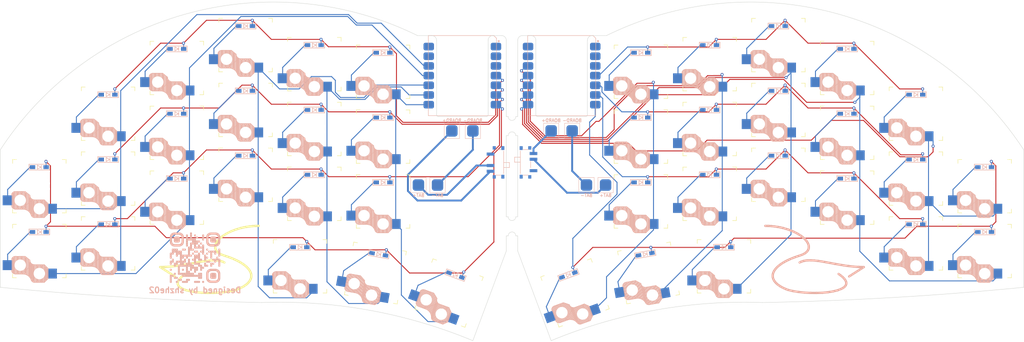
<source format=kicad_pcb>
(kicad_pcb (version 20221018) (generator pcbnew)
  (layers (0 "F.Cu" signal) (31 "B.Cu" signal) (34 "B.Paste" user) (35 "F.Paste" user) (36 "B.SilkS" user "B.Silkscreen") (37 "F.SilkS" user "F.Silkscreen") (38 "B.Mask" user) (39 "F.Mask" user) (44 "Edge.Cuts" user))
  (net 0 "")
  (net 1 "LROW1")
  (net 2 "Net-(D1-A)")
  (net 3 "LROW2")
  (net 4 "Net-(D2-A)")
  (net 5 "LROW3")
  (net 6 "Net-(D3-A)")
  (net 7 "LROW4")
  (net 8 "Net-(D4-A)")
  (net 9 "Net-(D5-A)")
  (net 10 "Net-(D6-A)")
  (net 11 "Net-(D7-A)")
  (net 12 "Net-(D8-A)")
  (net 13 "Net-(D9-A)")
  (net 14 "Net-(D10-A)")
  (net 15 "Net-(D11-A)")
  (net 16 "Net-(D12-A)")
  (net 17 "Net-(D13-A)")
  (net 18 "Net-(D14-A)")
  (net 19 "Net-(D15-A)")
  (net 20 "Net-(D16-A)")
  (net 21 "Net-(D17-A)")
  (net 22 "Net-(D18-A)")
  (net 23 "Net-(D19-A)")
  (net 24 "Net-(D20-A)")
  (net 25 "RROW1")
  (net 26 "Net-(D21-A)")
  (net 27 "RROW2")
  (net 28 "Net-(D22-A)")
  (net 29 "RROW3")
  (net 30 "Net-(D23-A)")
  (net 31 "RROW4")
  (net 32 "Net-(D24-A)")
  (net 33 "Net-(D25-A)")
  (net 34 "Net-(D26-A)")
  (net 35 "Net-(D27-A)")
  (net 36 "Net-(D28-A)")
  (net 37 "Net-(D29-A)")
  (net 38 "Net-(D30-A)")
  (net 39 "Net-(D31-A)")
  (net 40 "Net-(D32-A)")
  (net 41 "Net-(D33-A)")
  (net 42 "Net-(D34-A)")
  (net 43 "Net-(D35-A)")
  (net 44 "Net-(D36-A)")
  (net 45 "Net-(D37-A)")
  (net 46 "Net-(D38-A)")
  (net 47 "Net-(D39-A)")
  (net 48 "Net-(D40-A)")
  (net 49 "Net-(SW17A-B)")
  (net 50 "Net-(SW34A-B)")
  (net 51 "Net-(TP2-Pad1)")
  (net 52 "LCOL1")
  (net 53 "LCOL2")
  (net 54 "LCOL3")
  (net 55 "LCOL4")
  (net 56 "LCOL5")
  (net 57 "RCOL1")
  (net 58 "RCOL2")
  (net 59 "RCOL3")
  (net 60 "RCOL4")
  (net 61 "RCOL5")
  (net 62 "Net-(SW17A-C)")
  (net 63 "Net-(SW34A-C)")
  (net 71 "LGND")
  (net 75 "Net-(TP6-Pad1)")
  (net 76 "RGND")
  (footprint "kbd:ChocV1_V2_Hotswap" (layer "F.Cu") (at 181.25 69)
    (fp_text reference "SW23" hide)
    (fp_text value "SW_PUSH" hide)
  )
  (footprint "kbd:ChocV1_V2_Hotswap" (layer "F.Cu") (at 41.75 63)
    (fp_text reference "SW1" hide)
    (fp_text value "SW_PUSH" hide)
  )
  (footprint "kbd:ChocV1_V2_Hotswap" (layer "F.Cu") (at 181.25 52)
    (fp_text reference "SW22" hide)
    (fp_text value "SW_PUSH" hide)
  )
  (footprint "kbd:ChocV1_V2_Hotswap" (layer "F.Cu") (at 271.25 99)
    (fp_text reference "SW38" hide)
    (fp_text value "SW_PUSH" hide)
  )
  (footprint "kbd:5mm_hole" (layer "F.Cu") (at 189.5 42.5)
    (fp_text reference "REF**" hide)
    (fp_text value "5mm_hole" hide)
  )
  (footprint "kbd:ChocV1_V2_Hotswap" (layer "F.Cu") (at 95.75 84)
    (fp_text reference "SW15" hide)
    (fp_text value "SW_PUSH" hide)
  )
  (footprint "kbd:ChocV1_V2_Hotswap" (layer "F.Cu") (at 95.75 50)
    (fp_text reference "SW13" hide)
    (fp_text value "SW_PUSH" hide)
  )
  (footprint "kbd:ChocV1_V2_Hotswap" (layer "F.Cu") (at 59.75 85)
    (fp_text reference "SW7" hide)
    (fp_text value "SW_PUSH" hide)
  )
  (footprint "kbd:5mm_hole" (layer "F.Cu") (at 105.5 42.5)
    (fp_text reference "REF**" hide)
    (fp_text value "5mm_hole" hide)
  )
  (footprint "kbd:2.5mm_hole" (layer "F.Cu") (at 169.5 95.75)
    (fp_text reference "REF**" hide)
    (fp_text value "2.5mm_hole" hide)
  )
  (footprint "kbd:ChocV1_V2_Hotswap" (layer "F.Cu") (at 113.75 86)
    (fp_text reference "SW20" hide)
    (fp_text value "SW_PUSH" hide)
  )
  (footprint "kbd:ChocV1_V2_Hotswap" (layer "F.Cu") (at 41.75 80)
    (fp_text reference "SW2" hide)
    (fp_text value "SW_PUSH" hide)
  )
  (footprint "kbd:ChocV1_V2_Hotswap" (layer "F.Cu") (at 92 103)
    (fp_text reference "SW12" hide)
    (fp_text value "SW_PUSH" hide)
  )
  (footprint "kbd:2.5mm_hole" (layer "F.Cu") (at 169.5 67.5)
    (fp_text reference "REF**" hide)
    (fp_text value "2.5mm_hole" hide)
  )
  (footprint "kbd:ChocV1_V2_Hotswap" (layer "F.Cu") (at 181.25 86)
    (fp_text reference "SW24" hide)
    (fp_text value "SW_PUSH" hide)
  )
  (footprint "kbd:ChocV1_V2_Hotswap" (layer "F.Cu") (at 23.75 99)
    (fp_text reference "SW8" hide)
    (fp_text value "SW_PUSH" hide)
  )
  (footprint "kbd:ChocV1_V2_Hotswap" (layer "F.Cu") (at 59.75 68)
    (fp_text reference "SW6" hide)
    (fp_text value "SW_PUSH" hide)
  )
  (footprint "kbd:ChocV1_V2_Hotswap" (layer "F.Cu") (at 199.25 84)
    (fp_text reference "SW28" hide)
    (fp_text value "SW_PUSH" hide)
  )
  (footprint "kbd:ChocV1_V2_Hotswap" (layer "F.Cu") (at 203 103)
    (fp_text reference "SW33" hide)
    (fp_text value "SW_PUSH" hide)
  )
  (footprint "kbd:ChocV1_V2_Hotswap" (layer "F.Cu") (at 183.251148 104.741366 10)
    (fp_text reference "SW29" hide)
    (fp_text value "SW_PUSH" hide)
  )
  (footprint "kbd:5mm_hole" (layer "F.Cu") (at 172 101.25)
    (fp_text reference "REF**" hide)
    (fp_text value "5mm_hole" hide)
  )
  (footprint "kbd:ChocV1_V2_Hotswap" (layer "F.Cu") (at 130.996422 110.012609 -20)
    (fp_text reference "SW21" hide)
    (fp_text value "SW_PUSH" hide)
  )
  (footprint "kbd:ChocV1_V2_Hotswap" (layer "F.Cu") (at 253.25 63)
    (fp_text reference "SW39" hide)
    (fp_text value "SW_PUSH" hide)
  )
  (footprint "kbd:ChocV1_V2_Hotswap" (layer "F.Cu") (at 253.25 97)
    (fp_text reference "SW41" hide)
    (fp_text value "SW_PUSH" hide)
  )
  (footprint "kbd:5mm_hole" (layer "F.Cu") (at 123 101.25)
    (fp_text reference "REF**" hide)
    (fp_text value "5mm_hole" hide)
  )
  (footprint "kbd:5x3mm_mouse_bite" (layer "F.Cu") (at 147.5 66.25)
    (fp_text reference "REF**" hide)
    (fp_text value "5x3mm_mouse_bite" hide)
    (fp_line (start -1.5 2.5) (end -1 2.5) (stroke (width 0.1)) (layer "Edge.Cuts"))
    (fp_line (start -1 -2.5) (end -1.5 -2.5) (stroke (width 0.1)) (layer "Edge.Cuts"))
    (fp_line (start 1 -2.5) (end 1.5 -2.5) (stroke (width 0.1)) (layer "Edge.Cuts"))
    (fp_line (start 1 2.5) (end 1.5 2.5) (stroke (width 0.1)) (layer "Edge.Cuts"))
    (fp_arc (start -1 2.5) (mid 0 1.5) (end 1 2.5) (stroke (width 0.1)) (layer "Edge.Cuts"))
    (fp_arc (start 1 -2.5) (mid 0 -1.5) (end -1 -2.5) (stroke (width 0.1)) (layer "Edge.Cuts"))
  )
  (footprint "kbd:ChocV1_V2_Hotswap" (layer "F.Cu") (at 113.75 69)
    (fp_text reference "SW19" hide)
    (fp_text value "SW_PUSH" hide)
  )
  (footprint "kbd:ChocV1_V2_Hotswap" (layer "F.Cu") (at 217.25 79)
    (fp_text reference "SW32" hide)
    (fp_text value "SW_PUSH" hide)
  )
  (footprint "kbd:ChocV1_V2_Hotswap" (layer "F.Cu") (at 199.25 67)
    (fp_text reference "SW27" hide)
    (fp_text value "SW_PUSH" hide)
  )
  (footprint "kbd:ChocV1_V2_Hotswap" (layer "F.Cu") (at 253.25 80)
    (fp_text reference "SW40" hide)
    (fp_text value "SW_PUSH" hide)
  )
  (footprint "kbd:ChocV1_V2_Hotswap" (layer "F.Cu") (at 217.25 62)
    (fp_text reference "SW31" hide)
    (fp_text value "SW_PUSH" hide)
  )
  (footprint "kbd:ChocV1_V2_Hotswap" (layer "F.Cu") (at 235.25 51)
    (fp_text reference "SW35" hide)
    (fp_text value "SW_PUSH" hide)
  )
  (footprint "kbd:ChocV1_V2_Hotswap" (layer "F.Cu") (at 113.75 52)
    (fp_text reference "SW18" hide)
    (fp_text value "SW_PUSH" hide)
  )
  (footprint "kbd:ChocV1_V2_Hotswap" (layer "F.Cu") (at 111.743757 104.762743 -10)
    (fp_text reference "SW16" hide)
    (fp_text value "SW_PUSH" hide)
  )
  (footprint "kbd:ChocV1_V2_Hotswap" (layer "F.Cu") (at 217.25 45)
    (fp_text reference "SW30" hide)
    (fp_text value "SW_PUSH" hide)
  )
  (footprint "kbd:ChocV1_V2_Hotswap" (layer "F.Cu") (at 235.25 68)
    (fp_text reference "SW36" hide)
    (fp_text value "SW_PUSH" hide)
  )
  (footprint "kbd:ChocV1_V2_Hotswap" (layer "F.Cu") (at 235.25 85)
    (fp_text reference "SW37" hide)
    (fp_text value "SW_PUSH" hide)
  )
  (footprint "kbd:ChocV1_V2_Hotswap" (layer "F.Cu") (at 77.75 79)
    (fp_text reference "SW11" hide)
    (fp_text value "SW_PUSH" hide)
  )
  (footprint "kbd:ChocV1_V2_Hotswap" (layer "F.Cu") (at 163.986884 109.9584 20)
    (fp_text reference "SW25" hide)
    (fp_text value "SW_PUSH" hide)
  )
  (footprint "kbd:ChocV1_V2_Hotswap" (layer "F.Cu") (at 77.75 62)
    (fp_text reference "SW10" hide)
    (fp_text value "SW_PUSH" hide)
  )
  (footprint "kbd:5mm_hole" (layer "F.Cu") (at 263 72.5)
    (fp_text reference "REF**" hide)
    (fp_text value "5mm_hole" hide)
  )
  (footprint "kbd:5x3mm_mouse_bite" (layer "F.Cu") (at 147.5 92.5)
    (fp_text reference "REF**" hide)
    (fp_text value "5x3mm_mouse_bite" hide)
    (fp_line (start -1.5 2.5) (end -1 2.5) (stroke (width 0.1)) (layer "Edge.Cuts"))
    (fp_line (start -1 -2.5) (end -1.5 -2.5) (stroke (width 0.1)) (layer "Edge.Cuts"))
    (fp_line (start 1 -2.5) (end 1.5 -2.5) (stroke (width 0.1)) (layer "Edge.Cuts"))
    (fp_line (start 1 2.5) (end 1.5 2.5) (stroke (width 0.1)) (layer "Edge.Cuts"))
    (fp_arc (start -1 2.5) (mid 0 1.5) (end 1 2.5) (stroke (width 0.1)) (layer "Edge.Cuts"))
    (fp_arc (start 1 -2.5) (mid 0 -1.5) (end -1 -2.5) (stroke (width 0.1)) (layer "Edge.Cuts"))
  )
  (footprint "kbd:5mm_hole" (layer "F.Cu") (at 32 72.5)
    (fp_text reference "REF**" hide)
    (fp_text value "5mm_hole" hide)
  )
  (footprint "kbd:ChocV1_V2_Hotswap" (layer "F.Cu") (at 59.75 51)
    (fp_text reference "SW5" hide)
    (fp_text value "SW_PUSH" hide)
  )
  (footprint "kbd:2.5mm_hole" (layer "F.Cu") (at 125.5 67.5)
    (fp_text reference "REF**" hide)
    (fp_text value "2.5mm_hole" hide)
  )
  (footprint "kbd:ChocV1_V2_Hotswap" (layer "F.Cu") (at 271.25 82)
    (fp_text reference "SW42" hide)
    (fp_text value "SW_PUSH" hide)
  )
  (footprint "kbd:ChocV1_V2_Hotswap" (layer "F.Cu") (at 41.75 97)
    (fp_text reference "SW3" hide)
    (fp_text value "SW_PUSH" hide)
  )
  (footprint "kbd:ChocV1_V2_Hotswap" (layer "F.Cu") (at 199.25 50)
    (fp_text reference "SW26" hide)
    (fp_text value "SW_PUSH" hide)
  )
  (footprint "kbd:ChocV1_V2_Hotswap" (layer "F.Cu") (at 95.75 67)
    (fp_text reference "SW14" hide)
    (fp_text value "SW_PUSH" hide)
  )
  (footprint "kbd:ChocV1_V2_Hotswap" (layer "F.Cu") (at 23.75 82)
    (fp_text reference "SW4" hide)
    (fp_text value "SW_PUSH" hide)
  )
  (footprint "kbd:2.5mm_hole" (layer "F.Cu") (at 125.5 96)
    (fp_text reference "REF**" hide)
    (fp_text value "2.5mm_hole" hide)
  )
  (footprint "kbd:ChocV1_V2_Hotswap" (layer "F.Cu") (at 77.75 45)
    (fp_text reference "SW9" hide)
    (fp_text value "SW_PUSH" hide)
  )
  (footprint "kbd:D3_SMD_v2" (layer "B.Cu") (at 113.75 64 180)
    (fp_text reference "D18" hide)
    (fp_text value "D" hide)
  )
  (footprint "kbd:D3_SMD_v2" (layer "B.Cu") (at 77.75 74 180)
    (fp_text reference "D11" hide)
    (fp_text value "D" hide)
  )
  (footprint "kbd:D3_SMD_v2" (layer "B.Cu") (at 271.25 77 180)
    (fp_text reference "D40" hide)
    (fp_text value "D" hide)
  )
  (footprint "kbd:D3_SMD_v2" (layer "B.Cu") (at 77.75 57 180)
    (fp_text reference "D10" hide)
    (fp_text value "D" hide)
  )
  (footprint "kbd:D3_SMD_v2" (layer "B.Cu") (at 217.25 40 180)
    (fp_text reference "D29" hide)
    (fp_text value "D" hide)
  )
  (footprint "kbd:D3_SMD_v2" (layer "B.Cu") (at 59.75 80 180)
    (fp_text reference "D7" hide)
    (fp_text value "D" hide)
  )
  (footprint "kbd:D3_SMD_v2" (layer "B.Cu") (at 41.75 58 180)
    (fp_text reference "D1" hide)
    (fp_text value "D" hide)
  )
  (footprint "MSK-12C02:MSK-12C02" (layer "B.Cu") (at 151.025 75.75 90)
    (fp_text reference "SW34" hide)
    (fp_text value "SW_DPDT_x2" hide)
  )
  (footprint "kbd:1pad_conn_board" (layer "B.Cu") (at 131.75 67.5 180)
    (fp_text reference "BOARD+")
    (fp_text value "BOARD+" hide)
  )
  (footprint "kbd:D3_SMD_v2" (layer "B.Cu") (at 77.75 40 180)
    (fp_text reference "D9" hide)
    (fp_text value "D" hide)
  )
  (footprint "kbd:D3_SMD_v2" (layer "B.Cu") (at 203 98 180)
    (fp_text reference "D32" hide)
    (fp_text value "D" hide)
  )
  (footprint "xiao_nrf52840:xiao_nrf52840_v2" (layer "B.Cu") (at 160.5 53 180)
    (fp_text reference "U2" hide)
    (fp_text value "xiao_nrf52840" hide)
  )
  (footprint "kbd:1pad_conn_board" (layer "B.Cu") (at 137.25 67.5 180)
    (fp_text reference "BOARD-")
    (fp_text value "BOARD-" hide)
  )
  (footprint "kbd:D3_SMD_v2" (layer "B.Cu") (at 92 98 180)
    (fp_text reference "D12" hide)
    (fp_text value "D" hide)
  )
  (footprint "kbd:1pad_conn_board" (layer "B.Cu") (at 172 81.7 180)
    (fp_text reference "BAT+")
    (fp_text value "BAT+" hide)
  )
  (footprint "kbd:D3_SMD_v2" (layer "B.Cu") (at 271.25 94 180)
    (fp_text reference "D36" hide)
    (fp_text value "D" hide)
  )
  (footprint "kbd:D3_SMD_v2" (layer "B.Cu") (at 217.25 57 180)
    (fp_text reference "D30" hide)
    (fp_text value "D" hide)
  )
  (footprint "kbd:D3_SMD_v2" (layer "B.Cu") (at 23.75 77 180)
    (fp_text reference "D4" hide)
    (fp_text value "D" hide)
  )
  (footprint "kbd:D3_SMD_v2" (layer "B.Cu") (at 162.276782 105.259936 -160)
    (fp_text reference "D24" hide)
    (fp_text value "D" hide)
  )
  (footprint "kbd:D3_SMD_v2" (layer "B.Cu") (at 253.25 58 180)
    (fp_text reference "D37" hide)
    (fp_text value "D" hide)
  )
  (footprint "kbd:D3_SMD_v2" (layer "B.Cu") (at 59.75 46 180)
    (fp_text reference "D5" hide)
    (fp_text value "D" hide)
  )
  (footprint "kbd:1pad_conn_board" (layer "B.Cu") (at 163.25 67.5 180)
    (fp_text reference "BOARD-")
    (fp_text value "BOARD-" hide)
  )
  (footprint "kbd:D3_SMD_v2" (layer "B.Cu") (at 181.25 47 180)
    (fp_text reference "D21" hide)
    (fp_text value "D" hide)
  )
  (footprint "xiao_nrf52840:xiao_nrf52840_v2" (layer "B.Cu") (at 134.5 53 180)
    (fp_text reference "U1" hide)
    (fp_text value "xiao_nrf52840" hide)
  )
  (footprint "MSK-12C02:MSK-12C02" (layer "B.Cu") (at 143.975 75.75 -90)
    (fp_text reference "SW17" hide)
    (fp_text value "SW_DPDT_x2" hide)
  )
  (footprint "kbd:1pad_conn_board" (layer "B.Cu") (at 167 81.7 180)
    (fp_text reference "BAT-")
    (fp_text value "BAT-" hide)
  )
  (footprint "kbd:D3_SMD_v2" (layer "B.Cu") (at 41.75 75 180)
    (fp_text reference "D2" hide)
    (fp_text value "D" hide)
  )
  (footprint "kbd:D3_SMD_v2" (layer "B.Cu") (at 217.25 74 180)
    (fp_text reference "D31" hide)
    (fp_text value "D" hide)
  )
  (footprint "kbd:D3_SMD_v2" (layer "B.Cu") (at 113.75 81 180)
    (fp_text reference "D19" hide)
    (fp_text value "D" hide)
  )
  (footprint "kbd:D3_SMD_v2" (layer "B.Cu") (at 199.25 79 180)
    (fp_text reference "D27" hide)
    (fp_text value "D" hide)
  )
  (footprint "kbd:D3_SMD_v2" (layer "B.Cu") (at 23.75 94 180)
    (fp_text reference "D8" hide)
    (fp_text value "D" hide)
  )
  (footprint "kbd:1pad_conn_board" (layer "B.Cu") (at 157.75 67.5 180)
    (fp_text reference "BOARD+")
    (fp_text value "BOARD+" hide)
  )
  (footprint "kbd:D3_SMD_v2" (layer "B.Cu") (at 199.25 45 180)
    (fp_text reference "D25" hide)
    (fp_text value "D" hide)
  )
  (footprint "kbd:D3_SMD_v2" (layer "B.Cu") (at 59.75 63 180)
    (fp_text reference "D6" hide)
    (fp_text value "D" hide)
  )
  (footprint "kbd:1pad_conn_board" (layer "B.Cu") (at 128 81.7 180)
    (fp_text reference "BAT-")
    (fp_text value "BAT-" hide)
  )
  (footprint "kbd:D3_SMD_v2" (layer "B.Cu") (at 95.75 62 180)
    (fp_text reference "D14" hide)
    (fp_text value "D" hide)
  )
  (footprint "kbd:D3_SMD_v2" (layer "B.Cu") (at 253.25 92 180)
    (fp_text reference "D39" hide)
    (fp_text value "D" hide)
  )
  (footprint "kbd:D3_SMD_v2" (layer "B.Cu") (at 112.619163 99.84808 170)
    (fp_text reference "D16" hide)
    (fp_text value "D" hide)
  )
  (footprint "kbd:D3_SMD_v2" (layer "B.Cu") (at 95.75 79 180)
    (fp_text reference "D15" hide)
    (fp_text value "D" hide)
  )
  (footprint "kbd:D3_SMD_v2" (layer "B.Cu") (at 235.25 80 180)
    (fp_text reference "D35" hide)
    (fp_text value "D" hide)
  )
  (footprint "kbd:D3_SMD_v2" (layer "B.Cu") (at 132.703186 105.322207 160)
    (fp_text reference "D20" hide)
    (fp_text value "D" hide)
  )
  (footprint "kbd:D3_SMD_v2" (layer "B.Cu") (at 113.75 47 180)
    (fp_text reference "D17" hide)
    (fp_text value "D" hide)
  )
  (footprint "kbd:D3_SMD_v2" (layer "B.Cu") (at 182.383632 99.825631 -170)
    (fp_text reference "D28" hide)
    (fp_text value "D" hide)
  )
  (footprint "kbd:D3_SMD_v2" (layer "B.Cu") (at 199.25 62 180)
    (fp_text reference "D26" hide)
    (fp_text value "D" hide)
  )
  (footprint "kbd:D3_SMD_v2" (layer "B.Cu") (at 41.75 92 180)
    (fp_text reference "D3" hide)
    (fp_text value "D" hide)
  )
  (footprint "kbd:D3_SMD_v2" (layer "B.Cu") (at 235.25 63 180)
    (fp_text reference "D34" hide)
    (fp_text value "D" hide)
  )
  (footprint "kbd:D3_SMD_v2" (layer "B.Cu") (at 235.25 46 180)
    (fp_text reference "D33" hide)
    (fp_text value "D" hide)
  )
  (footprint "kbd:D3_SMD_v2" (layer "B.Cu") (at 181.25 64 180)
    (fp_text reference "D22" hide)
    (fp_text value "D" hide)
  )
  (footprint "kbd:D3_SMD_v2" (layer "B.Cu") (at 95.75 45 180)
    (fp_text reference "D13" hide)
    (fp_text value "D" hide)
  )
  (footprint "kbd:1pad_conn_board" (layer "B.Cu") (at 123 81.7 180)
    (fp_text reference "BAT+")
    (fp_text value "BAT+" hide)
  )
  (footprint "kbd:D3_SMD_v2" (layer "B.Cu") (at 181.25 81 180)
    (fp_text reference "D23" hide)
    (fp_text value "D" hide)
  )
  (footprint "kbd:D3_SMD_v2" (layer "B.Cu") (at 253.25 75 180)
    (fp_text reference "D38" hide)
    (fp_text value "D" hide)
  )
  (gr_line (start 70.564673 95.261333) (end 70.560836 95.239953) (layer "B.SilkS"))
  (gr_poly (pts (xy 66.895833 101) (xy 67.425 101) (xy 67.425 100.470833) (xy 66.895833 100.470833)) (fill solid) (layer "B.SilkS"))
  (gr_line (start 234.718976 108.209051) (end 234.458252 108.463623) (stroke (width 0.598169)) (layer "B.SilkS"))
  (gr_line (start 68.351948 94.760703) (end 68.322257 94.777446) (layer "B.SilkS"))
  (gr_line (start 70.573541 96.574067) (end 70.573541 95.371287) (layer "B.SilkS"))
  (gr_poly (pts (xy 61.604166 107.35) (xy 62.133334 107.35) (xy 62.133334 106.820833) (xy 61.604166 106.820833)) (fill solid) (layer "B.SilkS"))
  (gr_poly (pts (xy 60.545833 99.412501) (xy 61.075 99.412501) (xy 61.075 99.065235) (xy 61.074792 99.055891) (xy 61.074168 99.046721) (xy 61.073128 99.037724) (xy 61.071673 99.028901) (xy 61.069801 99.020251) (xy 61.067513 99.011776) (xy 61.06481 99.003473) (xy 61.061691 98.995345) (xy 61.058156 98.987389) (xy 61.054205 98.979608) (xy 61.049838 98.972) (xy 61.045056 98.964565) (xy 61.039858 98.957304) (xy 61.034245 98.950217) (xy 61.028216 98.943303) (xy 61.021771 98.936563) (xy 61.015031 98.930117) (xy 61.008118 98.924087) (xy 61.001031 98.918473) (xy 60.993771 98.913275) (xy 60.986336 98.908493) (xy 60.978728 98.904126) (xy 60.970947 98.900176) (xy 60.962991 98.896641) (xy 60.954863 98.893522) (xy 60.94656 98.890819) (xy 60.938084 98.888532) (xy 60.929434 98.886661) (xy 60.920611 98.885205) (xy 60.911614 98.884166) (xy 60.902443 98.883542) (xy 60.893099 98.883334) (xy 60.545833 98.883334)) (fill solid) (layer "B.SilkS"))
  (gr_line (start 69.97566 94.685275) (end 69.948333 94.681578) (layer "B.SilkS"))
  (gr_line (start 61.031338 95.218802) (end 61.026187 95.19789) (layer "B.SilkS"))
  (gr_line (start 68.512735 97.247015) (end 68.54702 97.254788) (layer "B.SilkS"))
  (gr_line (start 68.10188 106.487289) (end 68.121668 106.514539) (layer "B.SilkS"))
  (gr_line (start 70.319964 104.364357) (end 70.304084 104.351665) (layer "B.SilkS"))
  (gr_line (start 68.512646 104.223658) (end 68.479024 104.233032) (layer "B.SilkS"))
  (gr_poly (pts (xy 60.016667 99.941667) (xy 60.545833 99.941667) (xy 60.545833 99.412501) (xy 60.016667 99.412501)) (fill solid) (layer "B.SilkS"))
  (gr_line (start 69.892746 94.677298) (end 69.864527 94.676755) (layer "B.SilkS"))
  (gr_line (start 70.335459 104.377485) (end 70.319964 104.364357) (layer "B.SilkS"))
  (gr_poly (pts (xy 58.958333 99.412501) (xy 59.4875 99.412501) (xy 59.4875 98.883334) (xy 58.958333 98.883334)) (fill solid) (layer "B.SilkS"))
  (gr_line (start 59.164639 94.676755) (end 59.128206 94.677661) (layer "B.SilkS"))
  (gr_line (start 67.981549 96.609768) (end 67.984292 96.645006) (layer "B.SilkS"))
  (gr_poly (pts (xy 61.075 105.233333) (xy 61.604166 105.233333) (xy 61.604166 104.704167) (xy 61.075 104.704167)) (fill solid) (layer "B.SilkS"))
  (gr_line (start 216.244734 92.549799) (end 215.450148 92.467822) (stroke (width 0.598169)) (layer "B.SilkS"))
  (gr_line (start 221.083937 93.846533) (end 219.846876 93.365625) (stroke (width 0.598169)) (layer "B.SilkS"))
  (gr_line (start 70.029275 104.220679) (end 70.002647 104.214982) (layer "B.SilkS"))
  (gr_line (start 69.864378 106.793968) (end 69.900825 106.793062) (layer "B.SilkS"))
  (gr_line (start 225.190626 98.221875) (end 225.215071 97.911493) (stroke (width 0.598169)) (layer "B.SilkS"))
  (gr_line (start 219.846876 93.365625) (end 218.486769 92.965576) (stroke (width 0.598169)) (layer "B.SilkS"))
  (gr_poly (pts (xy 64.779167 96.766667) (xy 65.308333 96.766667) (xy 65.308333 96.237501) (xy 64.779167 96.237501)) (fill solid) (layer "B.SilkS"))
  (gr_line (start 70.452286 106.487318) (end 70.470748 106.459121) (layer "B.SilkS"))
  (gr_line (start 59.021921 94.690891) (end 58.987647 94.698658) (layer "B.SilkS"))
  (gr_line (start 68.165025 94.90454) (end 68.142724 94.929752) (layer "B.SilkS"))
  (gr_poly (pts (xy 65.837499 103.815331) (xy 65.838532 103.815331) (xy 65.838287 103.817334) (xy 65.838076 103.819208) (xy 65.837898 103.820952) (xy 65.837754 103.822567) (xy 65.837642 103.824052) (xy 65.837563 103.825409) (xy 65.837515 103.826636) (xy 65.837499 103.827735) (xy 65.837499 103.993099) (xy 65.837707 104.002443) (xy 65.838331 104.011613) (xy 65.839371 104.02061) (xy 65.840827 104.029434) (xy 65.842699 104.038084) (xy 65.844986 104.04656) (xy 65.84769 104.054862) (xy 65.850809 104.062991) (xy 65.854344 104.070947) (xy 65.858294 104.078728) (xy 65.862661 104.086336) (xy 65.867443 104.093771) (xy 65.872641 104.101031) (xy 65.878254 104.108118) (xy 65.884284 104.115032) (xy 65.890728 104.121771) (xy 65.897468 104.128216) (xy 65.904381 104.134245) (xy 65.911468 104.139859) (xy 65.918729 104.145057) (xy 65.926163 104.149839) (xy 65.933771 104.154205) (xy 65.941553 104.158156) (xy 65.949508 104.161691) (xy 65.957637 104.16481) (xy 65.96594 104.167513) (xy 65.974416 104.169801) (xy 65.983066 104.171672) (xy 65.991889 104.173128) (xy 66.000886 104.174168) (xy 66.010056 104.174792) (xy 66.0194 104.175) (xy 66.184765 104.175) (xy 66.194109 104.174792) (xy 66.203279 104.174168) (xy 66.212276 104.173128) (xy 66.221099 104.171672) (xy 66.229749 104.169801) (xy 66.238224 104.167513) (xy 66.246527 104.16481) (xy 66.254655 104.161691) (xy 66.262611 104.158156) (xy 66.270392 104.154205) (xy 66.278 104.149839) (xy 66.285435 104.145057) (xy 66.292696 104.139859) (xy 66.299783 104.134245) (xy 66.306697 104.128216) (xy 66.313437 104.121771) (xy 66.319883 104.115032) (xy 66.325913 104.108118) (xy 66.331527 104.101031) (xy 66.336725 104.093771) (xy 66.341507 104.086336) (xy 66.345874 104.078728) (xy 66.349824 104.070947) (xy 66.353359 104.062991) (xy 66.356478 104.054862) (xy 66.359181 104.04656) (xy 66.361468 104.038084) (xy 66.363339 104.029434) (xy 66.364795 104.02061) (xy 66.365834 104.011613) (xy 66.366458 104.002443) (xy 66.366666 103.993099) (xy 66.366666 103.827735) (xy 66.36665 103.826636) (xy 66.366602 103.825409) (xy 66.366521 103.824052) (xy 66.366408 103.822567) (xy 66.366263 103.820952) (xy 66.366086 103.819208) (xy 66.365634 103.815331) (xy 66.366666 103.815331) (xy 66.366666 103.645834) (xy 65.837499 103.645834)) (fill solid) (layer "B.SilkS"))
  (gr_line (start 70.573541 95.371287) (end 70.573179 95.348923) (layer "B.SilkS"))
  (gr_line (start 216.957619 107.683884) (end 216.649489 107.404283) (stroke (width 0.598169)) (layer "B.SilkS"))
  (gr_line (start 68.265683 94.814912) (end 68.23889 94.835548) (layer "B.SilkS"))
  (gr_line (start 58.51143 96.844268) (end 58.525648 96.875039) (layer "B.SilkS"))
  (gr_line (start 58.525644 95.070442) (end 58.511428 95.101199) (layer "B.SilkS"))
  (gr_line (start 70.559111 96.713934) (end 70.565357 96.679749) (layer "B.SilkS"))
  (gr_poly (pts (xy 66.539223 94.650209) (xy 66.530053 94.650833) (xy 66.521056 94.651872) (xy 66.512232 94.653328) (xy 66.503583 94.6552) (xy 66.495106 94.657487) (xy 66.486804 94.660191) (xy 66.478675 94.66331) (xy 66.470719 94.666845) (xy 66.462938 94.670795) (xy 66.45533 94.675162) (xy 66.447895 94.679944) (xy 66.440635 94.685142) (xy 66.433548 94.690755) (xy 66.426635 94.696785) (xy 66.419895 94.703229) (xy 66.41345 94.709969) (xy 66.407421 94.716882) (xy 66.401808 94.723969) (xy 66.39661 94.73123) (xy 66.391828 94.738664) (xy 66.387461 94.746272) (xy 66.38351 94.754054) (xy 66.379975 94.762009) (xy 66.376856 94.770138) (xy 66.374153 94.778441) (xy 66.371865 94.786917) (xy 66.369994 94.795567) (xy 66.368538 94.80439) (xy 66.367498 94.813387) (xy 66.366874 94.822558) (xy 66.366666 94.831902) (xy 66.366666 94.997266) (xy 66.366682 94.998366) (xy 66.366729 94.999595) (xy 66.366809 95.000952) (xy 66.36692 95.002438) (xy 66.367065 95.004053) (xy 66.367242 95.005796) (xy 66.367698 95.00967) (xy 66.366666 95.00967) (xy 66.366666 95.179167) (xy 66.895833 95.179167) (xy 66.895833 95.00967) (xy 66.894801 95.00967) (xy 66.895043 95.007668) (xy 66.895252 95.005796) (xy 66.89543 95.004051) (xy 66.895575 95.002436) (xy 66.895688 95.00095) (xy 66.895768 94.999593) (xy 66.895817 94.998365) (xy 66.895833 94.997266) (xy 66.895833 94.831902) (xy 66.895625 94.822558) (xy 66.895001 94.813387) (xy 66.893961 94.804391) (xy 66.892505 94.795568) (xy 66.890634 94.786918) (xy 66.888346 94.778442) (xy 66.885643 94.77014) (xy 66.882524 94.762011) (xy 66.878989 94.754056) (xy 66.875038 94.746275) (xy 66.870672 94.738667) (xy 66.865889 94.731232) (xy 66.860692 94.723971) (xy 66.855078 94.716884) (xy 66.849049 94.70997) (xy 66.842604 94.703229) (xy 66.835865 94.696784) (xy 66.828951 94.690754) (xy 66.821864 94.68514) (xy 66.814604 94.679942) (xy 66.807169 94.67516) (xy 66.799561 94.670793) (xy 66.79178 94.666843) (xy 66.783824 94.663308) (xy 66.775695 94.660189) (xy 66.767393 94.657486) (xy 66.758916 94.655199) (xy 66.750267 94.653327) (xy 66.741443 94.651872) (xy 66.732446 94.650832) (xy 66.723276 94.650209) (xy 66.713932 94.650001) (xy 66.548567 94.650001)) (fill solid) (layer "B.SilkS"))
  (gr_line (start 70.287828 94.814417) (end 70.271207 94.802623) (layer "B.SilkS"))
  (gr_line (start 69.97566 104.210275) (end 69.948333 104.206578) (layer "B.SilkS"))
  (gr_line (start 68.16504 106.566022) (end 68.188535 106.590169) (layer "B.SilkS"))
  (gr_poly (pts (xy 63.191666 98.354167) (xy 63.720833 98.354167) (xy 63.720833 97.825) (xy 63.191666 97.825)) (fill solid) (layer "B.SilkS"))
  (gr_line (start 70.180326 94.749514) (end 70.156292 94.738305) (layer "B.SilkS"))
  (gr_line (start 70.131774 104.252962) (end 70.106793 104.243508) (layer "B.SilkS"))
  (gr_line (start 70.288451 97.130732) (end 70.315249 97.110085) (layer "B.SilkS"))
  (gr_poly (pts (xy 63.191666 96.237501) (xy 63.720833 96.237501) (xy 63.720833 95.708334) (xy 63.191666 95.708334)) (fill solid) (layer "B.SilkS"))
  (gr_line (start 68.265683 104.339912) (end 68.23889 104.360548) (layer "B.SilkS"))
  (gr_line (start 60.815991 97.088227) (end 60.840632 97.065202) (layer "B.SilkS"))
  (gr_poly (pts (xy 64.779167 100.470833) (xy 65.308333 100.470833) (xy 65.308333 99.941667) (xy 64.779167 99.941667)) (fill solid) (layer "B.SilkS"))
  (gr_line (start 61.013974 95.156825) (end 61.006934 95.136693) (layer "B.SilkS"))
  (gr_line (start 70.47771 95.022865) (end 70.467092 95.005583) (layer "B.SilkS"))
  (gr_poly (pts (xy 66.53922 106.821041) (xy 66.530048 106.821665) (xy 66.521049 106.822704) (xy 66.512224 106.82416) (xy 66.503573 106.826031) (xy 66.495097 106.828318) (xy 66.486794 106.831021) (xy 66.478665 106.83414) (xy 66.47071 106.837675) (xy 66.462929 106.841626) (xy 66.455322 106.845992) (xy 66.447889 106.850774) (xy 66.440629 106.855973) (xy 66.433544 106.861587) (xy 66.426633 106.867616) (xy 66.419895 106.874062) (xy 66.41345 106.880803) (xy 66.407421 106.887718) (xy 66.401808 106.894806) (xy 66.39661 106.902068) (xy 66.391828 106.909503) (xy 66.387461 106.917111) (xy 66.38351 106.924893) (xy 66.379975 106.932848) (xy 66.376856 106.940977) (xy 66.374153 106.949279) (xy 66.371865 106.957755) (xy 66.369994 106.966404) (xy 66.368538 106.975226) (xy 66.367498 106.984222) (xy 66.366874 106.993392) (xy 66.366666 107.002735) (xy 66.366666 107.168099) (xy 66.366874 107.177445) (xy 66.367498 107.186616) (xy 66.368538 107.195614) (xy 66.369994 107.204438) (xy 66.371866 107.213088) (xy 66.374154 107.221564) (xy 66.376858 107.229866) (xy 66.379977 107.237995) (xy 66.383513 107.24595) (xy 66.387463 107.253731) (xy 66.39183 107.261338) (xy 66.396612 107.268772) (xy 66.40181 107.276032) (xy 66.407423 107.283119) (xy 66.413451 107.290032) (xy 66.419895 107.296772) (xy 66.426634 107.303215) (xy 66.433547 107.309244) (xy 66.440634 107.314857) (xy 66.447894 107.320055) (xy 66.455328 107.324837) (xy 66.462935 107.329203) (xy 66.470716 107.333154) (xy 66.478671 107.336689) (xy 66.486799 107.339808) (xy 66.495102 107.342512) (xy 66.503578 107.3448) (xy 66.512228 107.346672) (xy 66.521052 107.348128) (xy 66.53005 107.349168) (xy 66.539221 107.349792) (xy 66.548567 107.35) (xy 66.713932 107.35) (xy 66.723275 107.349792) (xy 66.732445 107.349168) (xy 66.741441 107.348128) (xy 66.750264 107.346672) (xy 66.758913 107.3448) (xy 66.767389 107.342512) (xy 66.775691 107.339808) (xy 66.783819 107.336689) (xy 66.791775 107.333154) (xy 66.799556 107.329203) (xy 66.807164 107.324837) (xy 66.814598 107.320055) (xy 66.821859 107.314857) (xy 66.828946 107.309244) (xy 66.835859 107.303215) (xy 66.842599 107.296772) (xy 66.849045 107.290032) (xy 66.855074 107.283119) (xy 66.860689 107.276032) (xy 66.865887 107.268772) (xy 66.87067 107.261338) (xy 66.875037 107.253731) (xy 66.878988 107.24595) (xy 66.882523 107.237995) (xy 66.885642 107.229866) (xy 66.888346 107.221564) (xy 66.890634 107.213088) (xy 66.892505 107.204438) (xy 66.893961 107.195614) (xy 66.895001 107.186616) (xy 66.895625 107.177445) (xy 66.895833 107.168099) (xy 66.895833 107.002735) (xy 66.895625 106.993392) (xy 66.895001 106.984222) (xy 66.893962 106.975226) (xy 66.892506 106.966403) (xy 66.890635 106.957754) (xy 66.888348 106.949278) (xy 66.885645 106.940976) (xy 66.882526 106.932847) (xy 66.878991 106.924892) (xy 66.87504 106.91711) (xy 66.870674 106.909502) (xy 66.865892 106.902068) (xy 66.860693 106.894807) (xy 66.85508 106.88772) (xy 66.84905 106.880807) (xy 66.842604 106.874067) (xy 66.835863 106.867621) (xy 66.828948 106.861591) (xy 66.82186 106.855977) (xy 66.814599 106.850779) (xy 66.807164 106.845996) (xy 66.799555 106.841629) (xy 66.791774 106.837678) (xy 66.783818 106.834143) (xy 66.77569 106.831024) (xy 66.767388 106.82832) (xy 66.758912 106.826032) (xy 66.750263 106.824161) (xy 66.74144 106.822705) (xy 66.732444 106.821665) (xy 66.723275 106.821041) (xy 66.713932 106.820833) (xy 66.548567 106.820833)) (fill solid) (layer "B.SilkS"))
  (gr_line (start 215.874001 106.233141) (end 215.79219 105.930468) (stroke (width 0.598169)) (layer "B.SilkS"))
  (gr_poly (pts (xy 70.599999 99.941667) (xy 71.129166 99.941667) (xy 71.129166 99.412501) (xy 70.599999 99.412501)) (fill solid) (layer "B.SilkS"))
  (gr_line (start 70.055522 94.702347) (end 70.029275 94.69568) (layer "B.SilkS"))
  (gr_poly (pts (xy 64.25 101) (xy 64.779167 101) (xy 64.779167 100.470833) (xy 64.25 100.470833)) (fill solid) (layer "B.SilkS"))
  (gr_line (start 70.14019 106.739271) (end 70.171596 106.725337) (layer "B.SilkS"))
  (gr_line (start 68.083417 96.934094) (end 68.10188 96.96229) (layer "B.SilkS"))
  (gr_line (start 68.293523 106.675089) (end 68.322299 106.693183) (layer "B.SilkS"))
  (gr_line (start 68.479103 106.762636) (end 68.512735 106.772015) (layer "B.SilkS"))
  (gr_line (start 60.746208 94.802623) (end 60.724317 94.788146) (layer "B.SilkS"))
  (gr_line (start 68.012552 95.164979) (end 68.002983 95.197914) (layer "B.SilkS"))
  (gr_line (start 70.411429 106.540829) (end 70.432498 106.514569) (layer "B.SilkS"))
  (gr_poly (pts (xy 62.133334 100.640331) (xy 62.134364 100.640331) (xy 62.13412 100.642334) (xy 62.133909 100.644208) (xy 62.133732 100.645952) (xy 62.133587 100.647567) (xy 62.133476 100.649053) (xy 62.133396 100.650409) (xy 62.133349 100.651636) (xy 62.133334 100.652735) (xy 62.133334 100.818099) (xy 62.133542 100.827443) (xy 62.134165 100.836614) (xy 62.135205 100.845611) (xy 62.136661 100.854434) (xy 62.138533 100.863084) (xy 62.14082 100.87156) (xy 62.143523 100.879863) (xy 62.146643 100.887992) (xy 62.150177 100.895947) (xy 62.154128 100.903729) (xy 62.158495 100.911337) (xy 62.163277 100.918771) (xy 62.168474 100.926032) (xy 62.174088 100.933119) (xy 62.180117 100.940032) (xy 62.186562 100.946772) (xy 62.193302 100.953217) (xy 62.200215 100.959246) (xy 62.207302 100.964859) (xy 62.214563 100.970057) (xy 62.221997 100.974839) (xy 62.229605 100.979206) (xy 62.237387 100.983156) (xy 62.245342 100.986691) (xy 62.253471 100.98981) (xy 62.261774 100.992514) (xy 62.27025 100.994801) (xy 62.2789 100.996673) (xy 62.287723 100.998128) (xy 62.29672 100.999168) (xy 62.30589 100.999792) (xy 62.315235 101) (xy 62.480599 101) (xy 62.489943 100.999792) (xy 62.499113 100.999168) (xy 62.50811 100.998128) (xy 62.516933 100.996673) (xy 62.525582 100.994801) (xy 62.534058 100.992514) (xy 62.542361 100.98981) (xy 62.550489 100.986691) (xy 62.558445 100.983156) (xy 62.566226 100.979206) (xy 62.573834 100.974839) (xy 62.581269 100.970057) (xy 62.58853 100.964859) (xy 62.595617 100.959246) (xy 62.602531 100.953217) (xy 62.609271 100.946772) (xy 62.615717 100.940032) (xy 62.621747 100.933119) (xy 62.627361 100.926032) (xy 62.632559 100.918771) (xy 62.637341 100.911337) (xy 62.641708 100.903729) (xy 62.645658 100.895947) (xy 62.649193 100.887992) (xy 62.652312 100.879863) (xy 62.655015 100.87156) (xy 62.657302 100.863084) (xy 62.659173 100.854434) (xy 62.660629 100.845611) (xy 62.661668 100.836614) (xy 62.662292 100.827443) (xy 62.6625 100.818099) (xy 62.6625 100.652735) (xy 62.662484 100.651636) (xy 62.662435 100.650409) (xy 62.662355 100.649053) (xy 62.662242 100.647567) (xy 62.662097 100.645952) (xy 62.661919 100.644208) (xy 62.661468 100.640331) (xy 62.6625 100.640331) (xy 62.6625 100.470833) (xy 62.133334 100.470833)) (fill solid) (layer "B.SilkS"))
  (gr_line (start 61.026183 96.747525) (end 61.034113 96.713934) (layer "B.SilkS"))
  (gr_line (start 60.942093 95.005583) (end 60.930983 94.988631) (layer "B.SilkS"))
  (gr_line (start 70.470748 106.459121) (end 70.487841 106.430021) (layer "B.SilkS"))
  (gr_line (start 224.968702 98.811768) (end 225.109052 98.522589) (stroke (width 0.598169)) (layer "B.SilkS"))
  (gr_line (start 69.892746 104.202298) (end 69.864527 104.201755) (layer "B.SilkS"))
  (gr_poly (pts (xy 63.191666 103.645834) (xy 63.720833 103.645834) (xy 63.720833 103.116666) (xy 63.191666 103.116666)) (fill solid) (layer "B.SilkS"))
  (gr_line (start 224.085988 109.892136) (end 222.557424 109.7332) (stroke (width 0.598169)) (layer "B.SilkS"))
  (gr_line (start 70.171596 97.200337) (end 70.20217 97.184972) (layer "B.SilkS"))
  (gr_line (start 59.092246 94.680348) (end 59.056802 94.684772) (layer "B.SilkS"))
  (gr_line (start 70.551186 95.19789) (end 70.545395 95.177227) (layer "B.SilkS"))
  (gr_line (start 68.413975 106.739234) (end 68.446168 106.751694) (layer "B.SilkS"))
  (gr_poly (pts (xy 59.370006 95.179722) (xy 59.347992 95.181367) (xy 59.326293 95.184077) (xy 59.304937 95.187823) (xy 59.283952 95.19258) (xy 59.263365 95.19832) (xy 59.243205 95.205017) (xy 59.223497 95.212642) (xy 59.20427 95.221171) (xy 59.185552 95.230575) (xy 59.167369 95.240828) (xy 59.149751 95.251902) (xy 59.132723 95.263771) (xy 59.116313 95.276409) (xy 59.10055 95.289787) (xy 59.08546 95.303879) (xy 59.071072 95.318659) (xy 59.057412 95.334099) (xy 59.044509 95.350172) (xy 59.032389 95.366851) (xy 59.02108 95.38411) (xy 59.010611 95.401922) (xy 59.001008 95.420259) (xy 58.992298 95.439095) (xy 58.984511 95.458403) (xy 58.977672 95.478155) (xy 58.97181 95.498326) (xy 58.966952 95.518887) (xy 58.963125 95.539813) (xy 58.960358 95.561076) (xy 58.958677 95.582649) (xy 58.958111 95.604506) (xy 58.958111 96.341074) (xy 58.958677 96.362931) (xy 58.960358 96.384507) (xy 58.963125 96.405773) (xy 58.966951 96.426703) (xy 58.971809 96.44727) (xy 58.977671 96.467447) (xy 58.984509 96.487207) (xy 58.992296 96.506523) (xy 59.001005 96.525367) (xy 59.010608 96.543714) (xy 59.021077 96.561535) (xy 59.032385 96.578805) (xy 59.044504 96.595495) (xy 59.057407 96.611579) (xy 59.071066 96.627029) (xy 59.085455 96.64182) (xy 59.100544 96.655924) (xy 59.116307 96.669313) (xy 59.132716 96.681961) (xy 59.149744 96.693841) (xy 59.167363 96.704926) (xy 59.185545 96.715188) (xy 59.204264 96.724602) (xy 59.223491 96.733139) (xy 59.243198 96.740773) (xy 59.26336 96.747476) (xy 59.283947 96.753223) (xy 59.304933 96.757985) (xy 59.326289 96.761736) (xy 59.347989 96.764448) (xy 59.370005 96.766096) (xy 59.392309 96.766651) (xy 60.111637 96.766651) (xy 60.111637 96.766667) (xy 60.133959 96.766112) (xy 60.155992 96.764465) (xy 60.177709 96.761752) (xy 60.199081 96.758002) (xy 60.220081 96.75324) (xy 60.240682 96.747494) (xy 60.260856 96.740791) (xy 60.280576 96.733157) (xy 60.299814 96.72462) (xy 60.318543 96.715208) (xy 60.336734 96.704946) (xy 60.354362 96.693861) (xy 60.371397 96.681982) (xy 60.387814 96.669334) (xy 60.403583 96.655945) (xy 60.418678 96.641842) (xy 60.433072 96.627052) (xy 60.446736 96.611601) (xy 60.459643 96.595517) (xy 60.471766 96.578827) (xy 60.483077 96.561558) (xy 60.493549 96.543737) (xy 60.503154 96.52539) (xy 60.511864 96.506545) (xy 60.519653 96.487229) (xy 60.526493 96.467469) (xy 60.532356 96.447291) (xy 60.537214 96.426724) (xy 60.541041 96.405793) (xy 60.543808 96.384525) (xy 60.545489 96.362949) (xy 60.546055 96.34109) (xy 60.546055 95.604522) (xy 60.545833 95.590834) (xy 60.545172 95.577253) (xy 60.544077 95.563786) (xy 60.542558 95.55044) (xy 60.540619 95.537219) (xy 60.538269 95.524132) (xy 60.535514 95.511183) (xy 60.532361 95.49838) (xy 60.528818 95.485728) (xy 60.52489 95.473234) (xy 60.520585 95.460905) (xy 60.515911 95.448746) (xy 60.510873 95.436764) (xy 60.50548 95.424965) (xy 60.499737 95.413355) (xy 60.493652 95.401941) (xy 60.487457 95.39115) (xy 60.480954 95.380555) (xy 60.474149 95.370164) (xy 60.467049 95.359982) (xy 60.459658 95.350015) (xy 60.451984 95.34027) (xy 60.444032 95.330752) (xy 60.435808 95.321467) (xy 60.427318 95.312421) (xy 60.418567 95.303621) (xy 60.409563 95.295071) (xy 60.40031 95.286779) (xy 60.390816 95.278751) (xy 60.381085 95.270991) (xy 60.371123 95.263507) (xy 60.360937 95.256304) (xy 60.347534 95.247438) (xy 60.333781 95.239051) (xy 60.319692 95.231158) (xy 60.30528 95.223771) (xy 60.290558 95.216902) (xy 60.27554 95.210564) (xy 60.260237 95.204769) (xy 60.244663 95.199531) (xy 60.228831 95.194861) (xy 60.212754 95.190774) (xy 60.196445 95.18728) (xy 60.179917 95.184393) (xy 60.163182 95.182126) (xy 60.146255 95.180491) (xy 60.129148 95.1795) (xy 60.111874 95.179167) (xy 59.392309 95.179167)) (fill solid) (layer "B.SilkS"))
  (gr_line (start 61.047618 96.609771) (end 61.048542 96.574067) (layer "B.SilkS"))
  (gr_line (start 60.530523 94.702347) (end 60.504276 94.69568) (layer "B.SilkS"))
  (gr_line (start 70.47771 104.547865) (end 70.467092 104.530583) (layer "B.SilkS"))
  (gr_poly (pts (xy 65.308333 106.109766) (xy 65.308541 106.11911) (xy 65.309165 106.12828) (xy 65.310205 106.137277) (xy 65.31166 106.146101) (xy 65.313532 106.15475) (xy 65.31582 106.163227) (xy 65.318523 106.171529) (xy 65.321642 106.179658) (xy 65.325177 106.187613) (xy 65.329128 106.195395) (xy 65.333494 106.203003) (xy 65.338276 106.210438) (xy 65.343474 106.217698) (xy 65.349088 106.224785) (xy 65.355117 106.231699) (xy 65.361562 106.238438) (xy 65.368301 106.244883) (xy 65.375214 106.250912) (xy 65.382301 106.256525) (xy 65.389562 106.261723) (xy 65.396996 106.266505) (xy 65.404604 106.270872) (xy 65.412386 106.274822) (xy 65.420342 106.278357) (xy 65.428471 106.281476) (xy 65.436773 106.28418) (xy 65.445249 106.286467) (xy 65.453899 106.288339) (xy 65.462723 106.289795) (xy 65.471719 106.290835) (xy 65.48089 106.291459) (xy 65.490234 106.291667) (xy 65.837499 106.291667) (xy 65.837499 105.7625) (xy 65.308333 105.7625)) (fill solid) (layer "B.SilkS"))
  (gr_line (start 68.188516 94.880406) (end 68.165025 94.90454) (layer "B.SilkS"))
  (gr_line (start 70.517736 106.36929) (end 70.530449 106.337747) (layer "B.SilkS"))
  (gr_poly (pts (xy 63.720833 105.233333) (xy 64.25 105.233333) (xy 64.25 104.886068) (xy 64.249792 104.876724) (xy 64.249168 104.867554) (xy 64.248128 104.858557) (xy 64.246672 104.849734) (xy 64.244801 104.841084) (xy 64.242513 104.832608) (xy 64.23981 104.824306) (xy 64.236691 104.816177) (xy 64.233156 104.808222) (xy 64.229205 104.800441) (xy 64.224839 104.792833) (xy 64.220056 104.785398) (xy 64.214859 104.778137) (xy 64.209245 104.77105) (xy 64.203216 104.764136) (xy 64.196771 104.757395) (xy 64.190032 104.75095) (xy 64.183118 104.74492) (xy 64.176031 104.739306) (xy 64.168771 104.734108) (xy 64.161336 104.729325) (xy 64.153728 104.724959) (xy 64.145946 104.721009) (xy 64.137991 104.717474) (xy 64.129862 104.714355) (xy 64.121559 104.711652) (xy 64.113083 104.709365) (xy 64.104433 104.707494) (xy 64.09561 104.706038) (xy 64.086613 104.704999) (xy 64.077443 104.704375) (xy 64.068099 104.704167) (xy 63.720833 104.704167)) (fill solid) (layer "B.SilkS"))
  (gr_line (start 68.54702 106.779787) (end 68.581913 106.785909) (layer "B.SilkS"))
  (gr_line (start 70.107997 97.226732) (end 70.14019 97.214272) (layer "B.SilkS"))
  (gr_line (start 70.107997 106.751731) (end 70.14019 106.739271) (layer "B.SilkS"))
  (gr_poly (pts (xy 59.660054 106.821041) (xy 59.650881 106.821665) (xy 59.641883 106.822704) (xy 59.633058 106.82416) (xy 59.624407 106.826031) (xy 59.615931 106.828318) (xy 59.607628 106.831021) (xy 59.599499 106.83414) (xy 59.591544 106.837675) (xy 59.583763 106.841626) (xy 59.576156 106.845992) (xy 59.568723 106.850774) (xy 59.561463 106.855973) (xy 59.554378 106.861587) (xy 59.547466 106.867616) (xy 59.540729 106.874062) (xy 59.534284 106.880803) (xy 59.528255 106.887718) (xy 59.522641 106.894806) (xy 59.517444 106.902068) (xy 59.512661 106.909503) (xy 59.508295 106.917111) (xy 59.504344 106.924893) (xy 59.500809 106.932848) (xy 59.49769 106.940977) (xy 59.494986 106.949279) (xy 59.492699 106.957755) (xy 59.490827 106.966404) (xy 59.489371 106.975226) (xy 59.488332 106.984222) (xy 59.487708 106.993392) (xy 59.4875 107.002735) (xy 59.4875 107.168099) (xy 59.487708 107.177445) (xy 59.488332 107.186616) (xy 59.489372 107.195614) (xy 59.490828 107.204438) (xy 59.4927 107.213088) (xy 59.494988 107.221564) (xy 59.497691 107.229866) (xy 59.500811 107.237995) (xy 59.504346 107.24595) (xy 59.508297 107.253731) (xy 59.512663 107.261338) (xy 59.517446 107.268772) (xy 59.522643 107.276032) (xy 59.528256 107.283119) (xy 59.534285 107.290032) (xy 59.540729 107.296772) (xy 59.547468 107.303215) (xy 59.554381 107.309244) (xy 59.561468 107.314857) (xy 59.568728 107.320055) (xy 59.576161 107.324837) (xy 59.583769 107.329203) (xy 59.59155 107.333154) (xy 59.599505 107.336689) (xy 59.607633 107.339808) (xy 59.615936 107.342512) (xy 59.624412 107.3448) (xy 59.633062 107.346672) (xy 59.641886 107.348128) (xy 59.650883 107.349168) (xy 59.660055 107.349792) (xy 59.669401 107.35) (xy 59.834766 107.35) (xy 59.844109 107.349792) (xy 59.853278 107.349168) (xy 59.862274 107.348128) (xy 59.871097 107.346672) (xy 59.879746 107.3448) (xy 59.888222 107.342512) (xy 59.896524 107.339808) (xy 59.904653 107.336689) (xy 59.912608 107.333154) (xy 59.92039 107.329203) (xy 59.927998 107.324837) (xy 59.935432 107.320055) (xy 59.942693 107.314857) (xy 59.94978 107.309244) (xy 59.956693 107.303215) (xy 59.963433 107.296772) (xy 59.969878 107.290032) (xy 59.975908 107.283119) (xy 59.981522 107.276032) (xy 59.986721 107.268772) (xy 59.991504 107.261338) (xy 59.99587 107.253731) (xy 59.999821 107.24595) (xy 60.003357 107.237995) (xy 60.006476 107.229866) (xy 60.00918 107.221564) (xy 60.011467 107.213088) (xy 60.013339 107.204438) (xy 60.014795 107.195614) (xy 60.015835 107.186616) (xy 60.016459 107.177445) (xy 60.016667 107.168099) (xy 60.016667 107.002735) (xy 60.016459 106.993392) (xy 60.015835 106.984222) (xy 60.014795 106.975226) (xy 60.01334 106.966403) (xy 60.011469 106.957754) (xy 60.009181 106.949278) (xy 60.006478 106.940976) (xy 60.003359 106.932847) (xy 59.999825 106.924892) (xy 59.995874 106.91711) (xy 59.991508 106.909502) (xy 59.986725 106.902068) (xy 59.981527 106.894807) (xy 59.975913 106.88772) (xy 59.969883 106.880807) (xy 59.963437 106.874067) (xy 59.956696 106.867621) (xy 59.949781 106.861591) (xy 59.942693 106.855977) (xy 59.935432 106.850779) (xy 59.927997 106.845996) (xy 59.920389 106.841629) (xy 59.912607 106.837678) (xy 59.904652 106.834143) (xy 59.896523 106.831024) (xy 59.888221 106.82832) (xy 59.879745 106.826032) (xy 59.871096 106.824161) (xy 59.862274 106.822705) (xy 59.853278 106.821665) (xy 59.844109 106.821041) (xy 59.834766 106.820833) (xy 59.669401 106.820833)) (fill solid) (layer "B.SilkS"))
  (gr_poly (pts (xy 58.072557 99.412708) (xy 58.063386 99.413332) (xy 58.054389 99.414372) (xy 58.045566 99.415828) (xy 58.036916 99.4177) (xy 58.02844 99.419987) (xy 58.020138 99.42269) (xy 58.012009 99.42581) (xy 58.004053 99.429344) (xy 57.996271 99.433295) (xy 57.988663 99.437662) (xy 57.981229 99.442444) (xy 57.973968 99.447642) (xy 57.966881 99.453255) (xy 57.959968 99.459284) (xy 57.953228 99.465729) (xy 57.946784 99.472469) (xy 57.940755 99.479382) (xy 57.935141 99.486469) (xy 57.929943 99.49373) (xy 57.925161 99.501164) (xy 57.920795 99.508772) (xy 57.916844 99.516554) (xy 57.913309 99.524509) (xy 57.91019 99.532638) (xy 57.907487 99.540941) (xy 57.905199 99.549417) (xy 57.903328 99.558067) (xy 57.901872 99.56689) (xy 57.900832 99.575887) (xy 57.900208 99.585058) (xy 57.9 99.594401) (xy 57.9 99.941667) (xy 58.429167 99.941667) (xy 58.429167 99.412501) (xy 58.081901 99.412501)) (fill solid) (layer "B.SilkS"))
  (gr_line (start 68.002983 104.722914) (end 67.995054 104.756487) (layer "B.SilkS"))
  (gr_line (start 70.467092 95.005583) (end 70.455982 94.988631) (layer "B.SilkS"))
  (gr_line (start 60.482146 97.254825) (end 60.51643 97.247053) (layer "B.SilkS"))
  (gr_line (start 70.131774 94.727963) (end 70.106793 94.718509) (layer "B.SilkS"))
  (gr_poly (pts (xy 62.133334 100.470833) (xy 62.6625 100.470833) (xy 62.6625 99.941667) (xy 62.133334 99.941667)) (fill solid) (layer "B.SilkS"))
  (gr_line (start 58.713891 94.835548) (end 58.688153 94.857394) (layer "B.SilkS"))
  (gr_line (start 58.541321 95.0405) (end 58.525644 95.070442) (layer "B.SilkS"))
  (gr_poly (pts (xy 66.366666 95.877831) (xy 66.367698 95.877831) (xy 66.367453 95.879834) (xy 66.367242 95.881708) (xy 66.367065 95.883452) (xy 66.36692 95.885067) (xy 66.366809 95.886553) (xy 66.366729 95.887909) (xy 66.366682 95.889137) (xy 66.366666 95.890235) (xy 66.366666 96.0556) (xy 66.366874 96.064944) (xy 66.367498 96.074114) (xy 66.368538 96.083111) (xy 66.369994 96.091934) (xy 66.371865 96.100584) (xy 66.374153 96.10906) (xy 66.376856 96.117363) (xy 66.379975 96.125492) (xy 66.38351 96.133447) (xy 66.387461 96.141229) (xy 66.391828 96.148837) (xy 66.39661 96.156271) (xy 66.401808 96.163532) (xy 66.407421 96.170619) (xy 66.41345 96.177532) (xy 66.419895 96.184272) (xy 66.426635 96.190716) (xy 66.433548 96.196746) (xy 66.440635 96.202359) (xy 66.447895 96.207557) (xy 66.45533 96.212339) (xy 66.462938 96.216706) (xy 66.470719 96.220656) (xy 66.478675 96.224191) (xy 66.486804 96.22731) (xy 66.495106 96.230014) (xy 66.503583 96.232301) (xy 66.512232 96.234173) (xy 66.521056 96.235629) (xy 66.530053 96.236669) (xy 66.539223 96.237293) (xy 66.548567 96.237501) (xy 66.713932 96.237501) (xy 66.723276 96.237293) (xy 66.732446 96.236669) (xy 66.741443 96.235629) (xy 66.750266 96.234173) (xy 66.758915 96.232301) (xy 66.767391 96.230014) (xy 66.775693 96.22731) (xy 66.783822 96.224191) (xy 66.791777 96.220656) (xy 66.799559 96.216706) (xy 66.807167 96.212339) (xy 66.814601 96.207557) (xy 66.821862 96.202359) (xy 66.82895 96.196746) (xy 66.835864 96.190716) (xy 66.842604 96.184272) (xy 66.84905 96.177532) (xy 66.85508 96.170619) (xy 66.860693 96.163532) (xy 66.865892 96.156271) (xy 66.870674 96.148837) (xy 66.87504 96.141229) (xy 66.878991 96.133447) (xy 66.882526 96.125492) (xy 66.885645 96.117363) (xy 66.888348 96.10906) (xy 66.890635 96.100584) (xy 66.892506 96.091934) (xy 66.893962 96.083111) (xy 66.895001 96.074114) (xy 66.895625 96.064944) (xy 66.895833 96.0556) (xy 66.895833 95.890235) (xy 66.895817 95.889137) (xy 66.895768 95.887909) (xy 66.895688 95.886553) (xy 66.895575 95.885067) (xy 66.89543 95.883452) (xy 66.895252 95.881708) (xy 66.894801 95.877831) (xy 66.895833 95.877831) (xy 66.895833 95.708334) (xy 66.366666 95.708334)) (fill solid) (layer "B.SilkS"))
  (gr_line (start 216.387502 107.118748) (end 216.171218 106.82794) (stroke (width 0.598169)) (layer "B.SilkS"))
  (gr_poly (pts (xy 59.4875 98.883334) (xy 60.016667 98.883334) (xy 60.016667 98.536068) (xy 60.016459 98.526724) (xy 60.015835 98.517554) (xy 60.014795 98.508557) (xy 60.013339 98.499734) (xy 60.011467 98.491085) (xy 60.00918 98.482609) (xy 60.006476 98.474307) (xy 60.003357 98.466178) (xy 59.999822 98.458223) (xy 59.995872 98.450441) (xy 59.991505 98.442833) (xy 59.986723 98.435399) (xy 59.981525 98.428138) (xy 59.975911 98.42105) (xy 59.969882 98.414136) (xy 59.963437 98.407396) (xy 59.956698 98.40095) (xy 59.949785 98.39492) (xy 59.942698 98.389307) (xy 59.935437 98.384108) (xy 59.928003 98.379326) (xy 59.920395 98.37496) (xy 59.912613 98.371009) (xy 59.904658 98.367474) (xy 59.896529 98.364355) (xy 59.888227 98.361652) (xy 59.87975 98.359365) (xy 59.871101 98.357494) (xy 59.862277 98.356038) (xy 59.85328 98.354999) (xy 59.84411 98.354375) (xy 59.834766 98.354167) (xy 59.4875 98.354167)) (fill solid) (layer "B.SilkS"))
  (gr_poly (pts (xy 65.48089 97.296042) (xy 65.471719 97.296666) (xy 65.462723 97.297706) (xy 65.453899 97.299161) (xy 65.445249 97.301033) (xy 65.436773 97.30332) (xy 65.428471 97.306024) (xy 65.420342 97.309143) (xy 65.412386 97.312678) (xy 65.404604 97.316629) (xy 65.396996 97.320995) (xy 65.389562 97.325777) (xy 65.382301 97.330975) (xy 65.375214 97.336589) (xy 65.368301 97.342618) (xy 65.361562 97.349063) (xy 65.355117 97.355802) (xy 65.349088 97.362716) (xy 65.343474 97.369803) (xy 65.338276 97.377063) (xy 65.333494 97.384498) (xy 65.329128 97.392106) (xy 65.325177 97.399887) (xy 65.321642 97.407843) (xy 65.318523 97.415972) (xy 65.31582 97.424274) (xy 65.313532 97.43275) (xy 65.31166 97.4414) (xy 65.310205 97.450224) (xy 65.309165 97.45922) (xy 65.308541 97.468391) (xy 65.308333 97.477735) (xy 65.308333 97.643099) (xy 65.308349 97.6442) (xy 65.308396 97.645428) (xy 65.308475 97.646785) (xy 65.308587 97.648271) (xy 65.308732 97.649886) (xy 65.308909 97.65163) (xy 65.309365 97.655503) (xy 65.308333 97.655503) (xy 65.308333 97.825) (xy 65.837499 97.825) (xy 65.837499 97.655503) (xy 65.836468 97.655503) (xy 65.836709 97.653502) (xy 65.836919 97.651629) (xy 65.837096 97.649885) (xy 65.837241 97.648269) (xy 65.837354 97.646783) (xy 65.837435 97.645426) (xy 65.837483 97.644198) (xy 65.837499 97.643099) (xy 65.837499 97.477735) (xy 65.837292 97.468391) (xy 65.836668 97.459221) (xy 65.835628 97.450224) (xy 65.834172 97.441401) (xy 65.8323 97.432752) (xy 65.830013 97.424276) (xy 65.82731 97.415973) (xy 65.82419 97.407845) (xy 65.820656 97.39989) (xy 65.816705 97.392108) (xy 65.812338 97.3845) (xy 65.807556 97.377065) (xy 65.802358 97.369804) (xy 65.796745 97.362717) (xy 65.790716 97.355803) (xy 65.784271 97.349063) (xy 65.777531 97.342617) (xy 65.770618 97.336587) (xy 65.763531 97.330973) (xy 65.75627 97.325775) (xy 65.748836 97.320993) (xy 65.741228 97.316626) (xy 65.733446 97.312676) (xy 65.725491 97.309141) (xy 65.717362 97.306022) (xy 65.709059 97.303319) (xy 65.700583 97.301032) (xy 65.691933 97.299161) (xy 65.68311 97.297705) (xy 65.674113 97.296665) (xy 65.664942 97.296042) (xy 65.655599 97.295834) (xy 65.490234 97.295834)) (fill solid) (layer "B.SilkS"))
  (gr_poly (pts (xy 65.308333 101.347266) (xy 65.308541 101.35661) (xy 65.309165 101.36578) (xy 65.310205 101.374777) (xy 65.31166 101.383601) (xy 65.313532 101.39225) (xy 65.31582 101.400727) (xy 65.318523 101.409029) (xy 65.321642 101.417158) (xy 65.325177 101.425114) (xy 65.329128 101.432895) (xy 65.333494 101.440503) (xy 65.338276 101.447938) (xy 65.343474 101.455198) (xy 65.349088 101.462285) (xy 65.355117 101.469198) (xy 65.361562 101.475938) (xy 65.368301 101.482383) (xy 65.375214 101.488412) (xy 65.382301 101.494026) (xy 65.389562 101.499224) (xy 65.396996 101.504006) (xy 65.404604 101.508372) (xy 65.412386 101.512323) (xy 65.420342 101.515858) (xy 65.428471 101.518977) (xy 65.436773 101.52168) (xy 65.445249 101.523968) (xy 65.453899 101.525839) (xy 65.462723 101.527295) (xy 65.471719 101.528335) (xy 65.48089 101.528959) (xy 65.490234 101.529167) (xy 65.837499 101.529167) (xy 65.837499 101) (xy 65.308333 101)) (fill solid) (layer "B.SilkS"))
  (gr_line (start 218.163259 108.480502) (end 217.714065 108.222653) (stroke (width 0.598169)) (layer "B.SilkS"))
  (gr_poly (pts (xy 64.25 97.295834) (xy 64.779167 97.295834) (xy 64.779167 96.766667) (xy 64.25 96.766667)) (fill solid) (layer "B.SilkS"))
  (gr_poly (pts (xy 60.189224 102.587708) (xy 60.180053 102.588332) (xy 60.171056 102.589372) (xy 60.162233 102.590828) (xy 60.153583 102.5927) (xy 60.145107 102.594987) (xy 60.136804 102.59769) (xy 60.128675 102.60081) (xy 60.12072 102.604345) (xy 60.112938 102.608295) (xy 60.10533 102.612662) (xy 60.097896 102.617444) (xy 60.090635 102.622642) (xy 60.083548 102.628255) (xy 60.076635 102.634284) (xy 60.069895 102.640729) (xy 60.063451 102.647468) (xy 60.057421 102.654382) (xy 60.051808 102.661469) (xy 60.04661 102.668729) (xy 60.041828 102.676164) (xy 60.037462 102.683772) (xy 60.033511 102.691553) (xy 60.029976 102.699509) (xy 60.026857 102.707638) (xy 60.024154 102.71594) (xy 60.021866 102.724417) (xy 60.019994 102.733066) (xy 60.018539 102.74189) (xy 60.017499 102.750887) (xy 60.016875 102.760057) (xy 60.016667 102.769401) (xy 60.016667 103.116666) (xy 60.545833 103.116666) (xy 60.545833 102.5875) (xy 60.198568 102.5875)) (fill solid) (layer "B.SilkS"))
  (gr_line (start 68.06632 104.565499) (end 68.050644 104.595442) (layer "B.SilkS"))
  (gr_line (start 233 105) (end 233.614338 105.439471) (stroke (width 0.598169)) (layer "B.SilkS"))
  (gr_poly (pts (xy 69.541666 99.581998) (xy 69.542698 99.581998) (xy 69.542453 99.584001) (xy 69.542242 99.585874) (xy 69.542065 99.587618) (xy 69.54192 99.589233) (xy 69.541808 99.590719) (xy 69.541729 99.592076) (xy 69.541682 99.593303) (xy 69.541666 99.594401) (xy 69.541666 99.759766) (xy 69.541874 99.76911) (xy 69.542498 99.778281) (xy 69.543538 99.787277) (xy 69.544994 99.796101) (xy 69.546865 99.804751) (xy 69.549153 99.813227) (xy 69.551856 99.821529) (xy 69.554975 99.829658) (xy 69.55851 99.837614) (xy 69.562461 99.845396) (xy 69.566827 99.853004) (xy 69.57161 99.860438) (xy 69.576807 99.867699) (xy 69.582421 99.874786) (xy 69.58845 99.881699) (xy 69.594895 99.888438) (xy 69.601634 99.894883) (xy 69.608548 99.900912) (xy 69.615635 99.906526) (xy 69.622895 99.911724) (xy 69.63033 99.916506) (xy 69.637938 99.920872) (xy 69.645719 99.924823) (xy 69.653675 99.928358) (xy 69.661804 99.931477) (xy 69.670106 99.93418) (xy 69.678583 99.936468) (xy 69.687232 99.93834) (xy 69.696056 99.939795) (xy 69.705053 99.940835) (xy 69.714223 99.941459) (xy 69.723567 99.941667) (xy 69.888932 99.941667) (xy 69.898276 99.941459) (xy 69.907446 99.940835) (xy 69.916443 99.939795) (xy 69.925266 99.93834) (xy 69.933915 99.936468) (xy 69.942391 99.93418) (xy 69.950693 99.931477) (xy 69.958822 99.928358) (xy 69.966777 99.924823) (xy 69.974559 99.920872) (xy 69.982167 99.916506) (xy 69.989601 99.911724) (xy 69.996862 99.906526) (xy 70.00395 99.900912) (xy 70.010863 99.894883) (xy 70.017604 99.888438) (xy 70.02405 99.881699) (xy 70.030079 99.874786) (xy 70.035693 99.867699) (xy 70.040891 99.860438) (xy 70.045674 99.853004) (xy 70.05004 99.845396) (xy 70.053991 99.837614) (xy 70.057525 99.829658) (xy 70.060644 99.821529) (xy 70.063347 99.813227) (xy 70.065635 99.804751) (xy 70.067506 99.796101) (xy 70.068961 99.787277) (xy 70.070001 99.778281) (xy 70.070625 99.76911) (xy 70.070833 99.759766) (xy 70.070833 99.594401) (xy 70.070817 99.593303) (xy 70.070768 99.592076) (xy 70.070688 99.590719) (xy 70.070575 99.589233) (xy 70.07043 99.587618) (xy 70.070252 99.585874) (xy 70.069801 99.581998) (xy 70.070833 99.581998) (xy 70.070833 99.412501) (xy 69.541666 99.412501)) (fill solid) (layer "B.SilkS"))
  (gr_line (start 70.288451 106.655732) (end 70.315249 106.635085) (layer "B.SilkS"))
  (gr_poly (pts (xy 70.599999 99.412501) (xy 71.129166 99.412501) (xy 71.129166 98.883334) (xy 70.599999 98.883334)) (fill solid) (layer "B.SilkS"))
  (gr_poly (pts (xy 68.65589 102.058542) (xy 68.646719 102.059165) (xy 68.637722 102.060205) (xy 68.628899 102.061661) (xy 68.620249 102.063533) (xy 68.611773 102.06582) (xy 68.603471 102.068524) (xy 68.595342 102.071643) (xy 68.587386 102.075178) (xy 68.579604 102.079128) (xy 68.571996 102.083495) (xy 68.564562 102.088277) (xy 68.557301 102.093475) (xy 68.550214 102.099088) (xy 68.543301 102.105118) (xy 68.536562 102.111562) (xy 68.530117 102.118302) (xy 68.524088 102.125215) (xy 68.518474 102.132302) (xy 68.513276 102.139563) (xy 68.508494 102.146997) (xy 68.504128 102.154605) (xy 68.500177 102.162387) (xy 68.496642 102.170342) (xy 68.493523 102.178471) (xy 68.490819 102.186774) (xy 68.488532 102.19525) (xy 68.48666 102.2039) (xy 68.485205 102.212723) (xy 68.484165 102.22172) (xy 68.483541 102.230891) (xy 68.483333 102.240235) (xy 68.483333 102.5875) (xy 69.012499 102.5875) (xy 69.012499 102.058334) (xy 68.665234 102.058334)) (fill solid) (layer "B.SilkS"))
  (gr_line (start 68.10188 96.96229) (end 68.121668 96.989539) (layer "B.SilkS"))
  (gr_line (start 234.110791 105.857959) (end 234.494525 106.255573) (stroke (width 0.598169)) (layer "B.SilkS"))
  (gr_poly (pts (xy 65.308333 102.934765) (xy 65.308541 102.94411) (xy 65.309165 102.95328) (xy 65.310205 102.962277) (xy 65.31166 102.9711) (xy 65.313532 102.97975) (xy 65.31582 102.988226) (xy 65.318523 102.996529) (xy 65.321642 103.004658) (xy 65.325177 103.012613) (xy 65.329128 103.020395) (xy 65.333494 103.028003) (xy 65.338276 103.035437) (xy 65.343474 103.042698) (xy 65.349088 103.049785) (xy 65.355117 103.056698) (xy 65.361562 103.063438) (xy 65.368301 103.069883) (xy 65.375214 103.075912) (xy 65.382301 103.081526) (xy 65.389562 103.086723) (xy 65.396996 103.091505) (xy 65.404604 103.095872) (xy 65.412386 103.099823) (xy 65.420342 103.103357) (xy 65.428471 103.106477) (xy 65.436773 103.10918) (xy 65.445249 103.111467) (xy 65.453899 103.113339) (xy 65.462723 103.114795) (xy 65.471719 103.115835) (xy 65.48089 103.116458) (xy 65.490234 103.116666) (xy 65.837499 103.116666) (xy 65.837499 102.5875) (xy 65.308333 102.5875)) (fill solid) (layer "B.SilkS"))
  (gr_line (start 68.293487 94.79553) (end 68.265683 94.814912) (layer "B.SilkS"))
  (gr_line (start 70.319964 94.839358) (end 70.304084 94.826665) (layer "B.SilkS"))
  (gr_line (start 58.987736 97.247015) (end 59.022021 97.254788) (layer "B.SilkS"))
  (gr_line (start 70.572617 96.609771) (end 70.573541 96.574067) (layer "B.SilkS"))
  (gr_line (start 60.339527 94.676755) (end 59.164639 94.676755) (layer "B.SilkS"))
  (gr_line (start 70.20217 97.184972) (end 70.231867 97.16822) (layer "B.SilkS"))
  (gr_line (start 222.557424 109.7332) (end 221.114992 109.502194) (stroke (width 0.598169)) (layer "B.SilkS"))
  (gr_poly (pts (xy 60.545833 105.233333) (xy 61.075 105.233333) (xy 61.075 104.704167) (xy 60.545833 104.704167)) (fill solid) (layer "B.SilkS"))
  (gr_line (start 68.188516 104.405405) (end 68.165025 104.429539) (layer "B.SilkS"))
  (gr_line (start 217.714065 108.222653) (end 217.312331 107.956894) (stroke (width 0.598169)) (layer "B.SilkS"))
  (gr_line (start 68.653341 106.793025) (end 68.689787 106.793931) (layer "B.SilkS"))
  (gr_poly (pts (xy 60.545833 101.529167) (xy 61.075 101.529167) (xy 61.075 101) (xy 60.545833 101)) (fill solid) (layer "B.SilkS"))
  (gr_poly (pts (xy 66.366666 99.412501) (xy 66.895833 99.412501) (xy 66.895833 98.883334) (xy 66.366666 98.883334)) (fill solid) (layer "B.SilkS"))
  (gr_line (start 235.758896 105.659322) (end 239.6 103.2) (stroke (width 0.598169)) (layer "B.SilkS"))
  (gr_line (start 58.455625 96.574066) (end 58.456549 96.609768) (layer "B.SilkS"))
  (gr_poly (pts (xy 65.837499 103.645834) (xy 66.366666 103.645834) (xy 66.366666 103.116666) (xy 65.837499 103.116666)) (fill solid) (layer "B.SilkS"))
  (gr_poly (pts (xy 63.191666 95.708334) (xy 63.720833 95.708334) (xy 63.720833 95.179167) (xy 63.191666 95.179167)) (fill solid) (layer "B.SilkS"))
  (gr_poly (pts (xy 70.070833 101.529167) (xy 70.599999 101.529167) (xy 70.599999 101) (xy 70.070833 101)) (fill solid) (layer "B.SilkS"))
  (gr_poly (pts (xy 60.545833 99.941667) (xy 61.075 99.941667) (xy 61.075 99.412501) (xy 60.545833 99.412501)) (fill solid) (layer "B.SilkS"))
  (gr_line (start 60.367747 94.677298) (end 60.339527 94.676755) (layer "B.SilkS"))
  (gr_line (start 214.634688 92.417267) (end 213.800002 92.4) (stroke (width 0.598169)) (layer "B.SilkS"))
  (gr_line (start 70.335459 94.852486) (end 70.319964 94.839358) (layer "B.SilkS"))
  (gr_poly (pts (xy 64.779167 104.175) (xy 65.126432 104.175) (xy 65.135776 104.174792) (xy 65.144946 104.174168) (xy 65.153943 104.173128) (xy 65.162766 104.171672) (xy 65.171415 104.169801) (xy 65.179891 104.167513) (xy 65.188194 104.16481) (xy 65.196322 104.161691) (xy 65.204277 104.158156) (xy 65.212059 104.154205) (xy 65.219667 104.149839) (xy 65.227102 104.145057) (xy 65.234363 104.139859) (xy 65.24145 104.134245) (xy 65.248364 104.128216) (xy 65.255104 104.121771) (xy 65.26155 104.115032) (xy 65.26758 104.108118) (xy 65.273194 104.101031) (xy 65.278392 104.093771) (xy 65.283174 104.086336) (xy 65.28754 104.078728) (xy 65.291491 104.070947) (xy 65.295026 104.062991) (xy 65.298144 104.054862) (xy 65.300847 104.04656) (xy 65.303135 104.038084) (xy 65.305006 104.029434) (xy 65.306461 104.02061) (xy 65.307501 104.011613) (xy 65.308125 104.002443) (xy 65.308333 103.993099) (xy 65.308333 103.645834) (xy 64.779167 103.645834)) (fill solid) (layer "B.SilkS"))
  (gr_line (start 60.646596 97.200337) (end 60.67717 97.184972) (layer "B.SilkS"))
  (gr_line (start 221.4084 100.670215) (end 222.086402 100.430164) (stroke (width 0.598169)) (layer "B.SilkS"))
  (gr_poly (pts (xy 62.6625 105.7625) (xy 63.191666 105.7625) (xy 63.191666 105.233333) (xy 62.6625 105.233333)) (fill solid) (layer "B.SilkS"))
  (gr_poly (pts (xy 66.010054 96.766875) (xy 66.000881 96.767499) (xy 65.991882 96.768539) (xy 65.983058 96.769994) (xy 65.974407 96.771865) (xy 65.96593 96.774153) (xy 65.957627 96.776856) (xy 65.949498 96.779975) (xy 65.941543 96.783509) (xy 65.933762 96.78746) (xy 65.926155 96.791826) (xy 65.918722 96.796609) (xy 65.911463 96.801807) (xy 65.904377 96.807421) (xy 65.897466 96.81345) (xy 65.890728 96.819896) (xy 65.884284 96.826637) (xy 65.878254 96.833552) (xy 65.872641 96.84064) (xy 65.867443 96.847902) (xy 65.862661 96.855336) (xy 65.858294 96.862945) (xy 65.854344 96.870727) (xy 65.850809 96.878682) (xy 65.84769 96.88681) (xy 65.844986 96.895113) (xy 65.842699 96.903588) (xy 65.840827 96.912237) (xy 65.839371 96.92106) (xy 65.838331 96.930056) (xy 65.837707 96.939225) (xy 65.837499 96.948568) (xy 65.837499 97.113933) (xy 65.837708 97.123278) (xy 65.838332 97.13245) (xy 65.839372 97.141448) (xy 65.840828 97.150272) (xy 65.8427 97.158922) (xy 65.844988 97.167398) (xy 65.847691 97.1757) (xy 65.850811 97.183829) (xy 65.854346 97.191784) (xy 65.858297 97.199565) (xy 65.862663 97.207172) (xy 65.867445 97.214606) (xy 65.872643 97.221866) (xy 65.878256 97.228953) (xy 65.884284 97.235866) (xy 65.890728 97.242605) (xy 65.897468 97.249049) (xy 65.904381 97.255077) (xy 65.911467 97.260691) (xy 65.918727 97.265888) (xy 65.926161 97.27067) (xy 65.933768 97.275037) (xy 65.941549 97.278987) (xy 65.949504 97.282523) (xy 65.957633 97.285642) (xy 65.965935 97.288346) (xy 65.974411 97.290633) (xy 65.983061 97.292505) (xy 65.991885 97.293961) (xy 66.000883 97.295002) (xy 66.010055 97.295626) (xy 66.0194 97.295834) (xy 66.184765 97.295834) (xy 66.194108 97.295626) (xy 66.203278 97.295002) (xy 66.212274 97.293961) (xy 66.221097 97.292505) (xy 66.229746 97.290633) (xy 66.238222 97.288346) (xy 66.246524 97.285642) (xy 66.254653 97.282523) (xy 66.262608 97.278987) (xy 66.270389 97.275037) (xy 66.277997 97.27067) (xy 66.285432 97.265888) (xy 66.292692 97.260691) (xy 66.299779 97.255077) (xy 66.306693 97.249049) (xy 66.313432 97.242605) (xy 66.319878 97.235866) (xy 66.325908 97.228953) (xy 66.331522 97.221866) (xy 66.336721 97.214606) (xy 66.341503 97.207172) (xy 66.34587 97.199565) (xy 66.349821 97.191784) (xy 66.353356 97.183829) (xy 66.356476 97.1757) (xy 66.359179 97.167398) (xy 66.361467 97.158922) (xy 66.363339 97.150272) (xy 66.364794 97.141448) (xy 66.365834 97.13245) (xy 66.366458 97.123278) (xy 66.366666 97.113933) (xy 66.366666 96.948568) (xy 66.366458 96.939225) (xy 66.365834 96.930056) (xy 66.364795 96.921059) (xy 66.363339 96.912237) (xy 66.361468 96.903587) (xy 66.359181 96.895112) (xy 66.356478 96.886809) (xy 66.353359 96.878681) (xy 66.349824 96.870725) (xy 66.345874 96.862944) (xy 66.341507 96.855336) (xy 66.336725 96.847902) (xy 66.331527 96.840641) (xy 66.325913 96.833554) (xy 66.319883 96.826641) (xy 66.313437 96.819902) (xy 66.306696 96.813456) (xy 66.299781 96.807426) (xy 66.292693 96.801811) (xy 66.285432 96.796613) (xy 66.277997 96.79183) (xy 66.270389 96.787463) (xy 66.262607 96.783512) (xy 66.254652 96.779977) (xy 66.246523 96.776858) (xy 66.238221 96.774154) (xy 66.229745 96.771867) (xy 66.221096 96.769995) (xy 66.212274 96.768539) (xy 66.203278 96.767499) (xy 66.194108 96.766875) (xy 66.184765 96.766667) (xy 66.0194 96.766667)) (fill solid) (layer "B.SilkS"))
  (gr_poly (pts (xy 63.720833 105.7625) (xy 64.25 105.7625) (xy 64.25 105.233333) (xy 63.720833 105.233333)) (fill solid) (layer "B.SilkS"))
  (gr_line (start 60.945749 96.934121) (end 60.962842 96.905021) (layer "B.SilkS"))
  (gr_line (start 60.999285 95.116843) (end 60.99104 95.097285) (layer "B.SilkS"))
  (gr_line (start 60.556369 94.709963) (end 60.530523 94.702347) (layer "B.SilkS"))
  (gr_line (start 224.767927 99.087543) (end 224.968702 98.811768) (stroke (width 0.598169)) (layer "B.SilkS"))
  (gr_line (start 68.002983 95.197914) (end 67.995054 95.231488) (layer "B.SilkS"))
  (gr_line (start 58.617724 94.929752) (end 58.596658 94.955997) (layer "B.SilkS"))
  (gr_line (start 58.470054 95.231488) (end 58.463809 95.265656) (layer "B.SilkS"))
  (gr_poly (pts (xy 60.016667 102.058334) (xy 60.545833 102.058334) (xy 60.545833 101.529167) (xy 60.016667 101.529167)) (fill solid) (layer "B.SilkS"))
  (gr_poly (pts (xy 61.604166 100.470833) (xy 62.133334 100.470833) (xy 62.133334 99.941667) (xy 61.604166 99.941667)) (fill solid) (layer "B.SilkS"))
  (gr_poly (pts (xy 60.016667 104.704167) (xy 60.545833 104.704167) (xy 60.545833 104.175) (xy 60.016667 104.175)) (fill solid) (layer "B.SilkS"))
  (gr_line (start 68.188535 97.065169) (end 68.213175 97.088193) (layer "B.SilkS"))
  (gr_poly (pts (xy 70.599999 102.756998) (xy 70.601031 102.756998) (xy 70.600786 102.759001) (xy 70.600575 102.760874) (xy 70.600398 102.762618) (xy 70.600253 102.764233) (xy 70.600142 102.765719) (xy 70.600062 102.767075) (xy 70.600015 102.768303) (xy 70.599999 102.769401) (xy 70.599999 102.934765) (xy 70.600207 102.94411) (xy 70.600831 102.95328) (xy 70.601871 102.962277) (xy 70.603327 102.9711) (xy 70.605199 102.97975) (xy 70.607486 102.988226) (xy 70.610189 102.996529) (xy 70.613309 103.004658) (xy 70.616843 103.012613) (xy 70.620794 103.020395) (xy 70.625161 103.028003) (xy 70.629943 103.035437) (xy 70.635141 103.042698) (xy 70.640754 103.049785) (xy 70.646783 103.056698) (xy 70.653228 103.063438) (xy 70.659968 103.069883) (xy 70.666881 103.075912) (xy 70.673968 103.081526) (xy 70.681229 103.086723) (xy 70.688663 103.091505) (xy 70.696271 103.095872) (xy 70.704053 103.099823) (xy 70.712008 103.103357) (xy 70.720137 103.106477) (xy 70.72844 103.10918) (xy 70.736916 103.111467) (xy 70.745566 103.113339) (xy 70.754389 103.114795) (xy 70.763386 103.115835) (xy 70.772556 103.116458) (xy 70.7819 103.116666) (xy 70.947265 103.116666) (xy 70.956609 103.116458) (xy 70.965779 103.115835) (xy 70.974776 103.114795) (xy 70.983599 103.113339) (xy 70.992248 103.111467) (xy 71.000724 103.10918) (xy 71.009027 103.106477) (xy 71.017155 103.103357) (xy 71.02511 103.099823) (xy 71.032892 103.095872) (xy 71.0405 103.091505) (xy 71.047935 103.086723) (xy 71.055195 103.081526) (xy 71.062283 103.075912) (xy 71.069197 103.069883) (xy 71.075937 103.063438) (xy 71.082383 103.056698) (xy 71.088413 103.049785) (xy 71.094027 103.042698) (xy 71.099225 103.035437) (xy 71.104007 103.028003) (xy 71.108373 103.020395) (xy 71.112324 103.012613) (xy 71.115859 103.004658) (xy 71.118978 102.996529) (xy 71.121681 102.988226) (xy 71.123968 102.97975) (xy 71.125839 102.9711) (xy 71.127295 102.962277) (xy 71.128334 102.95328) (xy 71.128958 102.94411) (xy 71.129166 102.934765) (xy 71.129166 102.769401) (xy 71.12915 102.768303) (xy 71.129102 102.767075) (xy 71.129021 102.765719) (xy 71.128908 102.764233) (xy 71.128763 102.762618) (xy 71.128586 102.760874) (xy 71.128134 102.756998) (xy 71.129166 102.756998) (xy 71.129166 102.5875) (xy 70.599999 102.5875)) (fill solid) (layer "B.SilkS"))
  (gr_line (start 70.389125 106.566055) (end 70.411429 106.540829) (layer "B.SilkS"))
  (gr_line (start 68.38257 97.2003) (end 68.413975 97.214235) (layer "B.SilkS"))
  (gr_poly (pts (xy 62.6625 99.412501) (xy 63.191666 99.412501) (xy 63.191666 98.883334) (xy 62.6625 98.883334)) (fill solid) (layer "B.SilkS"))
  (gr_line (start 60.678856 94.761572) (end 60.655327 94.749514) (layer "B.SilkS"))
  (gr_poly (pts (xy 61.776723 101.000208) (xy 61.767553 101.000832) (xy 61.758556 101.001872) (xy 61.749733 101.003328) (xy 61.741083 101.005199) (xy 61.732607 101.007487) (xy 61.724304 101.01019) (xy 61.716175 101.013309) (xy 61.70822 101.016844) (xy 61.700438 101.020795) (xy 61.69283 101.025161) (xy 61.685396 101.029944) (xy 61.678135 101.035141) (xy 61.671048 101.040755) (xy 61.664135 101.046784) (xy 61.657396 101.053229) (xy 61.650951 101.059968) (xy 61.644922 101.066882) (xy 61.639308 101.073969) (xy 61.63411 101.081229) (xy 61.629328 101.088664) (xy 61.624962 101.096272) (xy 61.621011 101.104054) (xy 61.617476 101.112009) (xy 61.614357 101.120138) (xy 61.611653 101.128441) (xy 61.609366 101.136917) (xy 61.607494 101.145567) (xy 61.606038 101.15439) (xy 61.604998 101.163387) (xy 61.604374 101.172557) (xy 61.604166 101.181901) (xy 61.604166 101.347266) (xy 61.604182 101.348366) (xy 61.604229 101.349595) (xy 61.604309 101.350952) (xy 61.60442 101.352438) (xy 61.604565 101.354053) (xy 61.604742 101.355796) (xy 61.605198 101.35967) (xy 61.604166 101.35967) (xy 61.604166 101.529167) (xy 62.133334 101.529167) (xy 62.133334 101.35967) (xy 62.132302 101.35967) (xy 62.132543 101.357668) (xy 62.132753 101.355795) (xy 62.13293 101.354051) (xy 62.133075 101.352436) (xy 62.133188 101.35095) (xy 62.133269 101.349592) (xy 62.133317 101.348364) (xy 62.133334 101.347266) (xy 62.133334 101.181901) (xy 62.133126 101.172557) (xy 62.132502 101.163387) (xy 62.131462 101.15439) (xy 62.130006 101.145567) (xy 62.128134 101.136918) (xy 62.125847 101.128442) (xy 62.123143 101.12014) (xy 62.120024 101.112011) (xy 62.116489 101.104056) (xy 62.112538 101.096274) (xy 62.108172 101.088666) (xy 62.10339 101.081232) (xy 62.098192 101.073971) (xy 62.092578 101.066883) (xy 62.086549 101.059969) (xy 62.080104 101.053229) (xy 62.073365 101.046783) (xy 62.066452 101.040754) (xy 62.059365 101.03514) (xy 62.052104 101.029941) (xy 62.04467 101.025159) (xy 62.037062 101.020793) (xy 62.02928 101.016842) (xy 62.021325 101.013307) (xy 62.013196 101.010189) (xy 62.004893 101.007485) (xy 61.996417 101.005198) (xy 61.987767 101.003327) (xy 61.978944 101.001871) (xy 61.969947 101.000832) (xy 61.960776 101.000208) (xy 61.951433 101) (xy 61.786067 101)) (fill solid) (layer "B.SilkS"))
  (gr_line (start 60.927287 96.962318) (end 60.945749 96.934121) (layer "B.SilkS"))
  (gr_line (start 68.101872 104.508233) (end 68.083411 104.536415) (layer "B.SilkS"))
  (gr_line (start 67.980625 96.574066) (end 67.981549 96.609768) (layer "B.SilkS"))
  (gr_poly (pts (xy 64.779167 99.412501) (xy 65.126432 99.412501) (xy 65.135776 99.412293) (xy 65.144946 99.411669) (xy 65.153943 99.410629) (xy 65.162766 99.409173) (xy 65.171415 99.407301) (xy 65.179891 99.405014) (xy 65.188194 99.40231) (xy 65.196322 99.399191) (xy 65.204277 99.395656) (xy 65.212059 99.391706) (xy 65.219667 99.387339) (xy 65.227102 99.382557) (xy 65.234363 99.377359) (xy 65.24145 99.371746) (xy 65.248364 99.365716) (xy 65.255104 99.359272) (xy 65.26155 99.352532) (xy 65.26758 99.345619) (xy 65.273194 99.338532) (xy 65.278392 99.331271) (xy 65.283174 99.323837) (xy 65.28754 99.316229) (xy 65.291491 99.308447) (xy 65.295026 99.300492) (xy 65.298144 99.292363) (xy 65.300847 99.28406) (xy 65.303135 99.275584) (xy 65.305006 99.266934) (xy 65.306461 99.258111) (xy 65.307501 99.249114) (xy 65.308125 99.239944) (xy 65.308333 99.2306) (xy 65.308333 99.065235) (xy 65.308125 99.055891) (xy 65.307501 99.046721) (xy 65.306461 99.037724) (xy 65.305005 99.028901) (xy 65.303134 99.020251) (xy 65.300846 99.011776) (xy 65.298143 99.003473) (xy 65.295024 98.995345) (xy 65.291489 98.987389) (xy 65.287538 98.979608) (xy 65.283172 98.972) (xy 65.27839 98.964565) (xy 65.273192 98.957304) (xy 65.267578 98.950217) (xy 65.261549 98.943303) (xy 65.255104 98.936563) (xy 65.248365 98.930117) (xy 65.241452 98.924087) (xy 65.234365 98.918473) (xy 65.227104 98.913275) (xy 65.219669 98.908493) (xy 65.212061 98.904126) (xy 65.20428 98.900176) (xy 65.196324 98.896641) (xy 65.188195 98.893522) (xy 65.179893 98.890819) (xy 65.171416 98.888532) (xy 65.162767 98.886661) (xy 65.153943 98.885205) (xy 65.144946 98.884166) (xy 65.135776 98.883542) (xy 65.126432 98.883334) (xy 64.779167 98.883334)) (fill solid) (layer "B.SilkS"))
  (gr_poly (pts (xy 62.6625 100.470833) (xy 63.191666 100.470833) (xy 63.191666 99.941667) (xy 62.6625 99.941667)) (fill solid) (layer "B.SilkS"))
  (gr_poly (pts (xy 67.06839 102.058542) (xy 67.059219 102.059165) (xy 67.050223 102.060205) (xy 67.041399 102.061661) (xy 67.032749 102.063533) (xy 67.024273 102.06582) (xy 67.015971 102.068524) (xy 67.007842 102.071643) (xy 66.999886 102.075178) (xy 66.992105 102.079128) (xy 66.984497 102.083495) (xy 66.977062 102.088277) (xy 66.969802 102.093475) (xy 66.962715 102.099088) (xy 66.955801 102.105118) (xy 66.949062 102.111562) (xy 66.942617 102.118302) (xy 66.936588 102.125215) (xy 66.930974 102.132302) (xy 66.925776 102.139563) (xy 66.920994 102.146997) (xy 66.916628 102.154605) (xy 66.912677 102.162387) (xy 66.909142 102.170342) (xy 66.906023 102.178471) (xy 66.90332 102.186774) (xy 66.901032 102.19525) (xy 66.89916 102.2039) (xy 66.897705 102.212723) (xy 66.896665 102.22172) (xy 66.896041 102.230891) (xy 66.895833 102.240235) (xy 66.895833 102.405599) (xy 66.895849 102.406699) (xy 66.895896 102.407928) (xy 66.895975 102.409285) (xy 66.896087 102.410771) (xy 66.896231 102.412386) (xy 66.896409 102.414129) (xy 66.896865 102.418003) (xy 66.895833 102.418003) (xy 66.895833 102.5875) (xy 67.425 102.5875) (xy 67.425 102.418003) (xy 67.423968 102.418003) (xy 67.42421 102.416001) (xy 67.424419 102.414129) (xy 67.424596 102.412384) (xy 67.424742 102.410769) (xy 67.424854 102.409283) (xy 67.424935 102.407926) (xy 67.424983 102.406698) (xy 67.425 102.405599) (xy 67.425 102.240235) (xy 67.424792 102.230891) (xy 67.424168 102.221721) (xy 67.423128 102.212724) (xy 67.421672 102.203901) (xy 67.4198 102.195251) (xy 67.417513 102.186775) (xy 67.41481 102.178473) (xy 67.41169 102.170344) (xy 67.408155 102.162389) (xy 67.404205 102.154608) (xy 67.399838 102.147) (xy 67.395056 102.139565) (xy 67.389858 102.132304) (xy 67.384245 102.125217) (xy 67.378215 102.118303) (xy 67.37177 102.111562) (xy 67.365031 102.105117) (xy 67.358118 102.099087) (xy 67.351031 102.093473) (xy 67.34377 102.088275) (xy 67.336336 102.083493) (xy 67.328728 102.079126) (xy 67.320946 102.075176) (xy 67.312991 102.071641) (xy 67.304862 102.068522) (xy 67.296559 102.065819) (xy 67.288083 102.063532) (xy 67.279433 102.06166) (xy 67.27061 102.060205) (xy 67.261613 102.059165) (xy 67.252443 102.058541) (xy 67.243099 102.058334) (xy 67.077734 102.058334)) (fill solid) (layer "B.SilkS"))
  (gr_poly (pts (xy 63.893387 99.412708) (xy 63.884215 99.413332) (xy 63.875216 99.414372) (xy 63.866391 99.415827) (xy 63.85774 99.417699) (xy 63.849264 99.419986) (xy 63.840961 99.422689) (xy 63.832832 99.425808) (xy 63.824877 99.429343) (xy 63.817096 99.433293) (xy 63.809489 99.43766) (xy 63.802056 99.442442) (xy 63.794796 99.44764) (xy 63.787711 99.453254) (xy 63.7808 99.459284) (xy 63.774062 99.465729) (xy 63.767617 99.472471) (xy 63.761588 99.479385) (xy 63.755974 99.486473) (xy 63.750776 99.493735) (xy 63.745994 99.50117) (xy 63.741628 99.508778) (xy 63.737677 99.51656) (xy 63.734142 99.524515) (xy 63.731023 99.532644) (xy 63.72832 99.540946) (xy 63.726032 99.549421) (xy 63.724161 99.55807) (xy 63.722705 99.566893) (xy 63.721665 99.575889) (xy 63.721041 99.585058) (xy 63.720833 99.594401) (xy 63.720833 99.759766) (xy 63.721041 99.769112) (xy 63.721665 99.778284) (xy 63.722705 99.787281) (xy 63.724161 99.796105) (xy 63.726033 99.804755) (xy 63.728321 99.813232) (xy 63.731025 99.821534) (xy 63.734144 99.829663) (xy 63.73768 99.837617) (xy 63.74163 99.845398) (xy 63.745997 99.853006) (xy 63.750779 99.86044) (xy 63.755976 99.8677) (xy 63.76159 99.874786) (xy 63.767618 99.881699) (xy 63.774062 99.888438) (xy 63.780801 99.894882) (xy 63.787714 99.900911) (xy 63.794801 99.906524) (xy 63.802061 99.911721) (xy 63.809495 99.916503) (xy 63.817102 99.92087) (xy 63.824883 99.924821) (xy 63.832838 99.928356) (xy 63.840966 99.931475) (xy 63.849269 99.934179) (xy 63.857745 99.936467) (xy 63.866395 99.938339) (xy 63.875219 99.939795) (xy 63.884217 99.940835) (xy 63.893388 99.941459) (xy 63.902734 99.941667) (xy 64.068099 99.941667) (xy 64.077442 99.941459) (xy 64.086612 99.940835) (xy 64.095608 99.939795) (xy 64.104431 99.938339) (xy 64.11308 99.936467) (xy 64.121556 99.934179) (xy 64.129858 99.931475) (xy 64.137986 99.928356) (xy 64.145942 99.924821) (xy 64.153723 99.92087) (xy 64.161331 99.916503) (xy 64.168765 99.911721) (xy 64.176026 99.906524) (xy 64.183113 99.900911) (xy 64.190026 99.894882) (xy 64.196765 99.888438) (xy 64.203211 99.881699) (xy 64.209241 99.874786) (xy 64.214855 99.8677) (xy 64.220054 99.86044) (xy 64.224837 99.853006) (xy 64.229204 99.845398) (xy 64.233155 99.837617) (xy 64.23669 99.829663) (xy 64.239809 99.821534) (xy 64.242513 99.813232) (xy 64.2448 99.804755) (xy 64.246672 99.796105) (xy 64.248128 99.787281) (xy 64.249168 99.778284) (xy 64.249792 99.769112) (xy 64.25 99.759766) (xy 64.25 99.594401) (xy 64.249792 99.585058) (xy 64.249168 99.575889) (xy 64.248129 99.566893) (xy 64.246673 99.55807) (xy 64.244802 99.54942) (xy 64.242515 99.540945) (xy 64.239811 99.532642) (xy 64.236693 99.524514) (xy 64.233158 99.516559) (xy 64.229207 99.508777) (xy 64.224841 99.501169) (xy 64.220059 99.493735) (xy 64.21486 99.486474) (xy 64.209246 99.479387) (xy 64.203217 99.472474) (xy 64.196771 99.465735) (xy 64.19003 99.459289) (xy 64.183115 99.453259) (xy 64.176027 99.447645) (xy 64.168765 99.442446) (xy 64.16133 99.437663) (xy 64.153722 99.433296) (xy 64.14594 99.429345) (xy 64.137985 99.42581) (xy 64.129857 99.422691) (xy 64.121554 99.419987) (xy 64.113079 99.4177) (xy 64.10443 99.415828) (xy 64.095607 99.414372) (xy 64.086611 99.413332) (xy 64.077442 99.412708) (xy 64.068099 99.412501) (xy 63.902734 99.412501)) (fill solid) (layer "B.SilkS"))
  (gr_line (start 61.04818 95.348923) (end 61.047102 95.326736) (layer "B.SilkS"))
  (gr_poly (pts (xy 66.010056 98.883542) (xy 66.000886 98.884166) (xy 65.991889 98.885206) (xy 65.983066 98.886661) (xy 65.974416 98.888533) (xy 65.96594 98.89082) (xy 65.957637 98.893524) (xy 65.949508 98.896643) (xy 65.941553 98.900178) (xy 65.933771 98.904128) (xy 65.926163 98.908495) (xy 65.918729 98.913277) (xy 65.911468 98.918475) (xy 65.904381 98.924089) (xy 65.897468 98.930118) (xy 65.890728 98.936563) (xy 65.884284 98.943302) (xy 65.878254 98.950215) (xy 65.872641 98.957302) (xy 65.867443 98.964563) (xy 65.862661 98.971997) (xy 65.858294 98.979605) (xy 65.854344 98.987387) (xy 65.850809 98.995342) (xy 65.84769 99.003471) (xy 65.844986 99.011774) (xy 65.842699 99.02025) (xy 65.840827 99.0289) (xy 65.839371 99.037723) (xy 65.838331 99.04672) (xy 65.837707 99.055891) (xy 65.837499 99.065235) (xy 65.837499 99.2306) (xy 65.837707 99.239944) (xy 65.838331 99.249114) (xy 65.839371 99.258111) (xy 65.840827 99.266934) (xy 65.842699 99.275584) (xy 65.844986 99.28406) (xy 65.84769 99.292363) (xy 65.850809 99.300492) (xy 65.854344 99.308447) (xy 65.858294 99.316229) (xy 65.862661 99.323837) (xy 65.867443 99.331271) (xy 65.872641 99.338532) (xy 65.878254 99.345619) (xy 65.884284 99.352532) (xy 65.890728 99.359272) (xy 65.897468 99.365716) (xy 65.904381 99.371746) (xy 65.911468 99.377359) (xy 65.918729 99.382557) (xy 65.926163 99.387339) (xy 65.933771 99.391706) (xy 65.941553 99.395656) (xy 65.949508 99.399191) (xy 65.957637 99.40231) (xy 65.96594 99.405014) (xy 65.974416 99.407301) (xy 65.983066 99.409173) (xy 65.991889 99.410629) (xy 66.000886 99.411669) (xy 66.010056 99.412293) (xy 66.0194 99.412501) (xy 66.366666 99.412501) (xy 66.366666 98.883334) (xy 66.0194 98.883334)) (fill solid) (layer "B.SilkS"))
  (gr_poly (pts (xy 65.48089 99.412708) (xy 65.471719 99.413332) (xy 65.462723 99.414372) (xy 65.453899 99.415828) (xy 65.445249 99.4177) (xy 65.436773 99.419987) (xy 65.428471 99.42269) (xy 65.420342 99.42581) (xy 65.412386 99.429344) (xy 65.404604 99.433295) (xy 65.396996 99.437662) (xy 65.389562 99.442444) (xy 65.382301 99.447642) (xy 65.375214 99.453255) (xy 65.368301 99.459284) (xy 65.361562 99.465729) (xy 65.355117 99.472469) (xy 65.349088 99.479382) (xy 65.343474 99.486469) (xy 65.338276 99.49373) (xy 65.333494 99.501164) (xy 65.329128 99.508772) (xy 65.325177 99.516554) (xy 65.321642 99.524509) (xy 65.318523 99.532638) (xy 65.31582 99.540941) (xy 65.313532 99.549417) (xy 65.31166 99.558067) (xy 65.310205 99.56689) (xy 65.309165 99.575887) (xy 65.308541 99.585058) (xy 65.308333 99.594401) (xy 65.308333 99.759766) (xy 65.308349 99.760866) (xy 65.308396 99.762095) (xy 65.308475 99.763452) (xy 65.308587 99.764938) (xy 65.308732 99.766553) (xy 65.308909 99.768296) (xy 65.309365 99.77217) (xy 65.308333 99.77217) (xy 65.308333 99.941667) (xy 65.837499 99.941667) (xy 65.837499 99.77217) (xy 65.836468 99.77217) (xy 65.836709 99.770168) (xy 65.836919 99.768295) (xy 65.837096 99.766551) (xy 65.837241 99.764936) (xy 65.837354 99.76345) (xy 65.837435 99.762093) (xy 65.837483 99.760865) (xy 65.837499 99.759766) (xy 65.837499 99.594401) (xy 65.837292 99.585058) (xy 65.836668 99.575887) (xy 65.835628 99.566891) (xy 65.834172 99.558067) (xy 65.8323 99.549418) (xy 65.830013 99.540942) (xy 65.82731 99.53264) (xy 65.82419 99.524511) (xy 65.820656 99.516556) (xy 65.816705 99.508774) (xy 65.812338 99.501166) (xy 65.807556 99.493732) (xy 65.802358 99.486471) (xy 65.796745 99.479384) (xy 65.790716 99.47247) (xy 65.784271 99.465729) (xy 65.777531 99.459284) (xy 65.770618 99.453254) (xy 65.763531 99.44764) (xy 65.75627 99.442442) (xy 65.748836 99.43766) (xy 65.741228 99.433293) (xy 65.733446 99.429343) (xy 65.725491 99.425808) (xy 65.717362 99.422689) (xy 65.709059 99.419986) (xy 65.700583 99.417699) (xy 65.691933 99.415827) (xy 65.68311 99.414372) (xy 65.674113 99.413332) (xy 65.664942 99.412708) (xy 65.655599 99.412501) (xy 65.490234 99.412501)) (fill solid) (layer "B.SilkS"))
  (gr_line (start 70.551182 106.272525) (end 70.559111 106.238934) (layer "B.SilkS"))
  (gr_poly (pts (xy 68.483333 102.756998) (xy 68.484365 102.756998) (xy 68.48412 102.759001) (xy 68.483909 102.760874) (xy 68.483731 102.762618) (xy 68.483587 102.764233) (xy 68.483475 102.765719) (xy 68.483396 102.767075) (xy 68.483348 102.768303) (xy 68.483333 102.769401) (xy 68.483333 102.934765) (xy 68.483541 102.94411) (xy 68.484165 102.95328) (xy 68.485205 102.962277) (xy 68.48666 102.9711) (xy 68.488532 102.97975) (xy 68.490819 102.988226) (xy 68.493523 102.996529) (xy 68.496642 103.004658) (xy 68.500177 103.012613) (xy 68.504128 103.020395) (xy 68.508494 103.028003) (xy 68.513276 103.035437) (xy 68.518474 103.042698) (xy 68.524088 103.049785) (xy 68.530117 103.056698) (xy 68.536562 103.063438) (xy 68.543301 103.069883) (xy 68.550214 103.075912) (xy 68.557301 103.081526) (xy 68.564562 103.086723) (xy 68.571996 103.091505) (xy 68.579604 103.095872) (xy 68.587386 103.099823) (xy 68.595342 103.103357) (xy 68.603471 103.106477) (xy 68.611773 103.10918) (xy 68.620249 103.111467) (xy 68.628899 103.113339) (xy 68.637722 103.114795) (xy 68.646719 103.115835) (xy 68.65589 103.116458) (xy 68.665234 103.116666) (xy 68.830598 103.116666) (xy 68.839942 103.116458) (xy 68.849113 103.115835) (xy 68.858109 103.114795) (xy 68.866932 103.113339) (xy 68.875582 103.111467) (xy 68.884058 103.10918) (xy 68.89236 103.106477) (xy 68.900489 103.103357) (xy 68.908444 103.099823) (xy 68.916225 103.095872) (xy 68.923833 103.091505) (xy 68.931268 103.086723) (xy 68.938529 103.081526) (xy 68.945616 103.075912) (xy 68.95253 103.069883) (xy 68.95927 103.063438) (xy 68.965716 103.056698) (xy 68.971746 103.049785) (xy 68.97736 103.042698) (xy 68.982558 103.035437) (xy 68.98734 103.028003) (xy 68.991707 103.020395) (xy 68.995657 103.012613) (xy 68.999192 103.004658) (xy 69.002311 102.996529) (xy 69.005014 102.988226) (xy 69.007301 102.97975) (xy 69.009173 102.9711) (xy 69.010628 102.962277) (xy 69.011668 102.95328) (xy 69.012292 102.94411) (xy 69.012499 102.934765) (xy 69.012499 102.769401) (xy 69.012483 102.768303) (xy 69.012435 102.767075) (xy 69.012354 102.765719) (xy 69.012241 102.764233) (xy 69.012096 102.762618) (xy 69.011919 102.760874) (xy 69.011468 102.756998) (xy 69.012499 102.756998) (xy 69.012499 102.5875) (xy 68.483333 102.5875)) (fill solid) (layer "B.SilkS"))
  (gr_poly (pts (xy 69.012499 102.5875) (xy 69.359765 102.5875) (xy 69.369109 102.587292) (xy 69.378279 102.586668) (xy 69.387276 102.585628) (xy 69.396099 102.584173) (xy 69.404749 102.582301) (xy 69.413224 102.580014) (xy 69.421527 102.57731) (xy 69.429655 102.574191) (xy 69.437611 102.570656) (xy 69.445392 102.566706) (xy 69.453 102.562339) (xy 69.460435 102.557557) (xy 69.467696 102.552359) (xy 69.474783 102.546746) (xy 69.481697 102.540717) (xy 69.488437 102.534272) (xy 69.494883 102.527532) (xy 69.500913 102.520619) (xy 69.506527 102.513532) (xy 69.511725 102.506271) (xy 69.516507 102.498837) (xy 69.520874 102.491229) (xy 69.524824 102.483447) (xy 69.528359 102.475492) (xy 69.531478 102.467363) (xy 69.534181 102.45906) (xy 69.536468 102.450584) (xy 69.538339 102.441934) (xy 69.539795 102.43311) (xy 69.540834 102.424114) (xy 69.541458 102.414943) (xy 69.541666 102.405599) (xy 69.541666 102.240235) (xy 69.541458 102.230891) (xy 69.540834 102.221721) (xy 69.539794 102.212724) (xy 69.538339 102.203901) (xy 69.536467 102.195251) (xy 69.534179 102.186775) (xy 69.531476 102.178473) (xy 69.528357 102.170344) (xy 69.524822 102.162389) (xy 69.520871 102.154608) (xy 69.516505 102.147) (xy 69.511723 102.139565) (xy 69.506525 102.132304) (xy 69.500911 102.125217) (xy 69.494882 102.118303) (xy 69.488437 102.111562) (xy 69.481698 102.105117) (xy 69.474784 102.099087) (xy 69.467697 102.093473) (xy 69.460437 102.088275) (xy 69.453002 102.083493) (xy 69.445394 102.079126) (xy 69.437613 102.075176) (xy 69.429657 102.071641) (xy 69.421528 102.068522) (xy 69.413226 102.065819) (xy 69.40475 102.063532) (xy 69.3961 102.06166) (xy 69.387276 102.060205) (xy 69.37828 102.059165) (xy 69.369109 102.058541) (xy 69.359765 102.058334) (xy 69.012499 102.058334)) (fill solid) (layer "B.SilkS"))
  (gr_line (start 70.545395 95.177227) (end 70.538974 95.156825) (layer "B.SilkS"))
  (gr_poly (pts (xy 69.541666 101.529167) (xy 70.070833 101.529167) (xy 70.070833 101) (xy 69.541666 101)) (fill solid) (layer "B.SilkS"))
  (gr_poly (pts (xy 66.366666 98.354167) (xy 66.895833 98.354167) (xy 66.895833 97.825) (xy 66.366666 97.825)) (fill solid) (layer "B.SilkS"))
  (gr_poly (pts (xy 63.191666 102.5875) (xy 63.720833 102.5875) (xy 63.720833 102.240235) (xy 63.720625 102.230891) (xy 63.720001 102.221721) (xy 63.718961 102.212724) (xy 63.717506 102.203901) (xy 63.715634 102.195251) (xy 63.713346 102.186775) (xy 63.710643 102.178473) (xy 63.707524 102.170344) (xy 63.703989 102.162389) (xy 63.700038 102.154608) (xy 63.695672 102.147) (xy 63.69089 102.139565) (xy 63.685692 102.132304) (xy 63.680078 102.125217) (xy 63.674049 102.118303) (xy 63.667604 102.111562) (xy 63.660865 102.105117) (xy 63.653952 102.099087) (xy 63.646865 102.093473) (xy 63.639604 102.088275) (xy 63.63217 102.083493) (xy 63.624562 102.079126) (xy 63.61678 102.075176) (xy 63.608825 102.071641) (xy 63.600696 102.068522) (xy 63.592393 102.065819) (xy 63.583917 102.063532) (xy 63.575267 102.06166) (xy 63.566444 102.060205) (xy 63.557447 102.059165) (xy 63.548276 102.058541) (xy 63.538932 102.058334) (xy 63.191666 102.058334)) (fill solid) (layer "B.SilkS"))
  (gr_line (start 223.551741 95.304511) (end 223.136183 94.991162) (stroke (width 0.598169)) (layer "B.SilkS"))
  (gr_line (start 61.048542 96.574067) (end 61.048542 95.371287) (layer "B.SilkS"))
  (gr_line (start 70.411429 97.015829) (end 70.432498 96.989569) (layer "B.SilkS"))
  (gr_line (start 218.112502 102.28125) (end 218.567702 101.995715) (stroke (width 0.598169)) (layer "B.SilkS"))
  (gr_line (start 68.617368 106.790336) (end 68.653341 106.793025) (layer "B.SilkS"))
  (gr_line (start 58.511428 95.101199) (end 58.498715 95.132726) (layer "B.SilkS"))
  (gr_line (start 233.614338 105.439471) (end 234.110791 105.857959) (stroke (width 0.598169)) (layer "B.SilkS"))
  (gr_poly (pts (xy 66.366666 98.883334) (xy 66.895833 98.883334) (xy 66.895833 98.354167) (xy 66.366666 98.354167)) (fill solid) (layer "B.SilkS"))
  (gr_line (start 70.524285 104.641843) (end 70.516039 104.622285) (layer "B.SilkS"))
  (gr_line (start 70.304084 94.826665) (end 70.287828 94.814417) (layer "B.SilkS"))
  (gr_line (start 225.767806 101.428123) (end 224.926351 101.442332) (stroke (width 0.598169)) (layer "B.SilkS"))
  (gr_line (start 68.012552 104.689978) (end 68.002983 104.722914) (layer "B.SilkS"))
  (gr_line (start 70.203856 104.286571) (end 70.180326 104.274514) (layer "B.SilkS"))
  (gr_poly (pts (xy 63.191666 105.7625) (xy 63.720833 105.7625) (xy 63.720833 105.233333) (xy 63.191666 105.233333)) (fill solid) (layer "B.SilkS"))
  (gr_line (start 60.67717 97.184972) (end 60.706867 97.16822) (layer "B.SilkS"))
  (gr_line (start 58.459292 95.300374) (end 58.456549 95.335599) (layer "B.SilkS"))
  (gr_poly (pts (xy 67.597557 101.529375) (xy 67.588386 101.529999) (xy 67.579389 101.531039) (xy 67.570566 101.532494) (xy 67.561916 101.534366) (xy 67.55344 101.536654) (xy 67.545137 101.539357) (xy 67.537008 101.542476) (xy 67.529053 101.546011) (xy 67.521271 101.549962) (xy 67.513663 101.554328) (xy 67.506229 101.55911) (xy 67.498968 101.564308) (xy 67.491881 101.569922) (xy 67.484968 101.575951) (xy 67.478228 101.582396) (xy 67.471783 101.589135) (xy 67.465754 101.596048) (xy 67.460141 101.603135) (xy 67.454943 101.610396) (xy 67.450161 101.61783) (xy 67.445794 101.625438) (xy 67.441844 101.63322) (xy 67.438309 101.641175) (xy 67.43519 101.649304) (xy 67.432486 101.657607) (xy 67.430199 101.666083) (xy 67.428327 101.674733) (xy 67.426871 101.683556) (xy 67.425832 101.692553) (xy 67.425208 101.701724) (xy 67.425 101.711068) (xy 67.425 101.876433) (xy 67.425208 101.885777) (xy 67.425832 101.894947) (xy 67.426871 101.903944) (xy 67.428327 101.912767) (xy 67.430199 101.921417) (xy 67.432486 101.929893) (xy 67.43519 101.938196) (xy 67.438309 101.946325) (xy 67.441844 101.95428) (xy 67.445794 101.962062) (xy 67.450161 101.96967) (xy 67.454943 101.977104) (xy 67.460141 101.984365) (xy 67.465754 101.991452) (xy 67.471783 101.998365) (xy 67.478228 102.005105) (xy 67.484968 102.01155) (xy 67.491881 102.017579) (xy 67.498968 102.023192) (xy 67.506229 102.02839) (xy 67.513663 102.033172) (xy 67.521271 102.037539) (xy 67.529053 102.04149) (xy 67.537008 102.045024) (xy 67.545137 102.048144) (xy 67.55344 102.050847) (xy 67.561916 102.053134) (xy 67.570566 102.055006) (xy 67.579389 102.056462) (xy 67.588386 102.057502) (xy 67.597557 102.058126) (xy 67.606901 102.058334) (xy 67.954166 102.058334) (xy 67.954166 101.529167) (xy 67.606901 101.529167)) (fill solid) (layer "B.SilkS"))
  (gr_line (start 58.640025 94.90454) (end 58.617724 94.929752) (layer "B.SilkS"))
  (gr_line (start 70.503518 106.400063) (end 70.517736 106.36929) (layer "B.SilkS"))
  (gr_poly (pts (xy 59.4875 106.291667) (xy 59.834766 106.291667) (xy 59.84411 106.291459) (xy 59.85328 106.290835) (xy 59.862277 106.289795) (xy 59.8711 106.288339) (xy 59.879749 106.286467) (xy 59.888225 106.28418) (xy 59.896527 106.281476) (xy 59.904656 106.278357) (xy 59.912611 106.274822) (xy 59.920392 106.270872) (xy 59.928 106.266505) (xy 59.935435 106.261723) (xy 59.942696 106.256525) (xy 59.949783 106.250912) (xy 59.956697 106.244883) (xy 59.963437 106.238438) (xy 59.969883 106.231699) (xy 59.975913 106.224785) (xy 59.981527 106.217698) (xy 59.986725 106.210438) (xy 59.991508 106.203003) (xy 59.995874 106.195395) (xy 59.999825 106.187613) (xy 60.003359 106.179658) (xy 60.006478 106.171529) (xy 60.009181 106.163227) (xy 60.011469 106.15475) (xy 60.01334 106.146101) (xy 60.014795 106.137277) (xy 60.015835 106.12828) (xy 60.016459 106.11911) (xy 60.016667 106.109766) (xy 60.016667 105.944401) (xy 60.016459 105.935057) (xy 60.015835 105.925887) (xy 60.014795 105.91689) (xy 60.013339 105.908067) (xy 60.011467 105.899418) (xy 60.00918 105.890942) (xy 60.006476 105.882639) (xy 60.003357 105.874511) (xy 59.999822 105.866556) (xy 59.995872 105.858774) (xy 59.991505 105.851166) (xy 59.986723 105.843732) (xy 59.981525 105.836471) (xy 59.975911 105.829383) (xy 59.969882 105.822469) (xy 59.963437 105.815729) (xy 59.956698 105.809283) (xy 59.949785 105.803253) (xy 59.942698 105.797639) (xy 59.935437 105.792441) (xy 59.928003 105.787659) (xy 59.920395 105.783292) (xy 59.912613 105.779342) (xy 59.904658 105.775807) (xy 59.896529 105.772688) (xy 59.888227 105.769985) (xy 59.87975 105.767698) (xy 59.871101 105.765827) (xy 59.862277 105.764372) (xy 59.85328 105.763332) (xy 59.84411 105.762708) (xy 59.834766 105.7625) (xy 59.4875 105.7625)) (fill solid) (layer "B.SilkS"))
  (gr_poly (pts (xy 60.016667 99.412501) (xy 60.545833 99.412501) (xy 60.545833 98.883334) (xy 60.016667 98.883334)) (fill solid) (layer "B.SilkS"))
  (gr_line (start 68.213175 97.088193) (end 68.238917 97.110051) (layer "B.SilkS"))
  (gr_poly (pts (xy 66.366666 95.708334) (xy 66.895833 95.708334) (xy 66.895833 95.179167) (xy 66.366666 95.179167)) (fill solid) (layer "B.SilkS"))
  (gr_line (start 68.653341 97.268025) (end 68.689787 97.268931) (layer "B.SilkS"))
  (gr_poly (pts (xy 65.837499 106.291667) (xy 66.184765 106.291667) (xy 66.194109 106.291459) (xy 66.203279 106.290835) (xy 66.212276 106.289795) (xy 66.221099 106.288339) (xy 66.229749 106.286467) (xy 66.238224 106.28418) (xy 66.246527 106.281476) (xy 66.254655 106.278357) (xy 66.262611 106.274822) (xy 66.270392 106.270872) (xy 66.278 106.266505) (xy 66.285435 106.261723) (xy 66.292696 106.256525) (xy 66.299783 106.250912) (xy 66.306697 106.244883) (xy 66.313437 106.238438) (xy 66.319883 106.231699) (xy 66.325913 106.224785) (xy 66.331527 106.217698) (xy 66.336725 106.210438) (xy 66.341507 106.203003) (xy 66.345874 106.195395) (xy 66.349824 106.187613) (xy 66.353359 106.179658) (xy 66.356478 106.171529) (xy 66.359181 106.163227) (xy 66.361468 106.15475) (xy 66.363339 106.146101) (xy 66.364795 106.137277) (xy 66.365834 106.12828) (xy 66.366458 106.11911) (xy 66.366666 106.109766) (xy 66.366666 105.7625) (xy 65.837499 105.7625)) (fill solid) (layer "B.SilkS"))
  (gr_line (start 58.954104 97.237636) (end 58.987736 97.247015) (layer "B.SilkS"))
  (gr_line (start 68.265714 106.655697) (end 68.293523 106.675089) (layer "B.SilkS"))
  (gr_poly (pts (xy 68.483333 100.470833) (xy 69.012499 100.470833) (xy 69.012499 99.941667) (xy 68.483333 99.941667)) (fill solid) (layer "B.SilkS"))
  (gr_line (start 60.978519 96.875063) (end 60.992737 96.84429) (layer "B.SilkS"))
  (gr_poly (pts (xy 68.624673 94.12276) (xy 68.560548 94.127597) (xy 68.497342 94.135561) (xy 68.435137 94.146574) (xy 68.374013 94.160556) (xy 68.314049 94.177429) (xy 68.255326 94.197112) (xy 68.197924 94.219528) (xy 68.141923 94.244596) (xy 68.087404 94.272238) (xy 68.034446 94.302375) (xy 67.983129 94.334927) (xy 67.933535 94.369815) (xy 67.885742 94.406959) (xy 67.839832 94.446282) (xy 67.795884 94.487704) (xy 67.753978 94.531145) (xy 67.714195 94.576527) (xy 67.676615 94.623769) (xy 67.641318 94.672794) (xy 67.608383 94.723522) (xy 67.577893 94.775874) (xy 67.549925 94.82977) (xy 67.524561 94.885132) (xy 67.501881 94.94188) (xy 67.481965 94.999936) (xy 67.464893 95.059219) (xy 67.450745 95.119651) (xy 67.439602 95.181153) (xy 67.431543 95.243646) (xy 67.426649 95.30705) (xy 67.425 95.371287) (xy 67.425 96.574029) (xy 67.426649 96.638296) (xy 67.431543 96.701729) (xy 67.439603 96.764248) (xy 67.450747 96.825776) (xy 67.464895 96.886232) (xy 67.481968 96.945538) (xy 67.501885 97.003615) (xy 67.524566 97.060382) (xy 67.549931 97.115762) (xy 67.5779 97.169676) (xy 67.608392 97.222043) (xy 67.641327 97.272785) (xy 67.676626 97.321823) (xy 67.714207 97.369078) (xy 67.753991 97.414471) (xy 67.795898 97.457922) (xy 67.839847 97.499353) (xy 67.885758 97.538684) (xy 67.933551 97.575836) (xy 67.983146 97.61073) (xy 68.034462 97.643288) (xy 68.08742 97.673429) (xy 68.141939 97.701075) (xy 68.19794 97.726147) (xy 68.255341 97.748566) (xy 68.314063 97.768252) (xy 68.374025 97.785126) (xy 68.435148 97.79911) (xy 68.497351 97.810124) (xy 68.560554 97.818089) (xy 68.624676 97.822926) (xy 68.689639 97.824556) (xy 69.277083 97.824704) (xy 69.864527 97.824593) (xy 69.929492 97.822963) (xy 69.993618 97.818126) (xy 70.056823 97.810161) (xy 70.119028 97.799147) (xy 70.180152 97.785163) (xy 70.240116 97.768289) (xy 70.298839 97.748603) (xy 70.356241 97.726184) (xy 70.412242 97.701112) (xy 70.466762 97.673466) (xy 70.51972 97.643325) (xy 70.571036 97.610768) (xy 70.620631 97.575873) (xy 70.668423 97.538721) (xy 70.714334 97.49939) (xy 70.758282 97.457959) (xy 70.800187 97.414508) (xy 70.83997 97.369116) (xy 70.877551 97.321861) (xy 70.912848 97.272822) (xy 70.945782 97.22208) (xy 70.976273 97.169713) (xy 71.004241 97.1158) (xy 71.029604 97.06042) (xy 71.052284 97.003652) (xy 71.072201 96.945575) (xy 71.089273 96.88627) (xy 71.103421 96.825813) (xy 71.114564 96.764286) (xy 71.122623 96.701766) (xy 71.127517 96.638333) (xy 71.129166 96.574067) (xy 71.129166 96.574066) (xy 70.573541 96.574066) (xy 70.572617 96.609768) (xy 70.569874 96.645007) (xy 70.565357 96.679739) (xy 70.559111 96.713922) (xy 70.551182 96.74751) (xy 70.541612 96.78046) (xy 70.530449 96.812727) (xy 70.517736 96.844268) (xy 70.503518 96.875039) (xy 70.487841 96.904996) (xy 70.470748 96.934094) (xy 70.452286 96.96229) (xy 70.432498 96.989539) (xy 70.411429 97.015799) (xy 70.389125 97.041023) (xy 70.365631 97.065169) (xy 70.34099 97.088193) (xy 70.315249 97.110051) (xy 70.288451 97.130698) (xy 70.260642 97.15009) (xy 70.231867 97.168184) (xy 70.20217 97.184935) (xy 70.171596 97.2003) (xy 70.14019 97.214235) (xy 70.107997 97.226695) (xy 70.075062 97.237636) (xy 70.04143 97.247015) (xy 70.007145 97.254788) (xy 69.972253 97.260909) (xy 69.936798 97.265336) (xy 69.900825 97.268025) (xy 69.864378 97.268931) (xy 69.277083 97.269079) (xy 68.689787 97.268968) (xy 68.653341 97.268062) (xy 68.617368 97.265373) (xy 68.581913 97.260946) (xy 68.54702 97.254824) (xy 68.512736 97.247052) (xy 68.479103 97.237673) (xy 68.446168 97.226731) (xy 68.413976 97.214271) (xy 68.38257 97.200337) (xy 68.351996 97.184971) (xy 68.322299 97.168219) (xy 68.293523 97.150125) (xy 68.265714 97.130732) (xy 68.238917 97.110084) (xy 68.213175 97.088226) (xy 68.188535 97.065202) (xy 68.16504 97.041055) (xy 68.142736 97.015829) (xy 68.121668 96.989569) (xy 68.10188 96.962318) (xy 68.083417 96.934121) (xy 68.066325 96.905021) (xy 68.050647 96.875063) (xy 68.03643 96.84429) (xy 68.023717 96.812747) (xy 68.012553 96.780477) (xy 68.002984 96.747525) (xy 67.995054 96.713934) (xy 67.988809 96.679749) (xy 67.984292 96.645013) (xy 67.981549 96.609771) (xy 67.980625 96.574066) (xy 67.980625 95.371287) (xy 67.981549 95.335599) (xy 67.984292 95.300374) (xy 67.988808 95.265656) (xy 67.995054 95.231488) (xy 68.002983 95.197914) (xy 68.012552 95.164979) (xy 68.023715 95.132726) (xy 68.036427 95.101199) (xy 68.050644 95.070442) (xy 68.06632 95.0405) (xy 68.083411 95.011416) (xy 68.101872 94.983234) (xy 68.121658 94.955997) (xy 68.142724 94.929752) (xy 68.165025 94.90454) (xy 68.188516 94.880406) (xy 68.213153 94.857394) (xy 68.23889 94.835548) (xy 68.265683 94.814912) (xy 68.293487 94.79553) (xy 68.322257 94.777446) (xy 68.351948 94.760703) (xy 68.382515 94.745347) (xy 68.413913 94.73142) (xy 68.446097 94.718967) (xy 68.479024 94.708032) (xy 68.512646 94.698658) (xy 68.546921 94.690891) (xy 68.581802 94.684772) (xy 68.617246 94.680348) (xy 68.653206 94.677661) (xy 68.689639 94.676755) (xy 69.864564 94.676755) (xy 69.892783 94.677298) (xy 69.920725 94.678911) (xy 69.94837 94.681575) (xy 69.975697 94.68527) (xy 70.002684 94.689975) (xy 70.029312 94.69567) (xy 70.055559 94.702335) (xy 70.081406 94.709949) (xy 70.10683 94.718493) (xy 70.131811 94.727946) (xy 70.156329 94.738288) (xy 70.180363 94.749499) (xy 70.203893 94.761558) (xy 70.226896 94.774445) (xy 70.249354 94.78814) (xy 70.271244 94.802623) (xy 70.287865 94.814417) (xy 70.304121 94.826665) (xy 70.320001 94.839358) (xy 70.335496 94.852486) (xy 70.350596 94.866039) (xy 70.365292 94.880008) (xy 70.379573 94.894383) (xy 70.393431 94.909155) (xy 70.406854 94.924314) (xy 70.419835 94.939851) (xy 70.432362 94.955756) (xy 70.444427 94.972019) (xy 70.456019 94.988631) (xy 70.467129 95.005583) (xy 70.477747 95.022865) (xy 70.487864 95.040467) (xy 70.49783 95.059093) (xy 70.507232 95.078041) (xy 70.516059 95.097302) (xy 70.524301 95.116864) (xy 70.531945 95.136717) (xy 70.538983 95.156851) (xy 70.545402 95.177255) (xy 70.551191 95.197918) (xy 70.55634 95.218829) (xy 70.560838 95.239979) (xy 70.564674 95.261356) (xy 70.567837 95.282951) (xy 70.570316 95.304752) (xy 70.572101 95.326748) (xy 70.573179 95.34893) (xy 70.573541 95.371287) (xy 70.573541 96.574066) (xy 71.129166 96.574066) (xy 71.129166 95.371287) (xy 71.128932 95.347102) (xy 71.128235 95.323029) (xy 71.127078 95.299071) (xy 71.125466 95.275233) (xy 71.123405 95.251518) (xy 71.120899 95.22793) (xy 71.117953 95.204473) (xy 71.114572 95.181152) (xy 71.111129 95.160137) (xy 71.107332 95.139241) (xy 71.103185 95.118465) (xy 71.09869 95.097813) (xy 71.093851 95.077287) (xy 71.088673 95.056891) (xy 71.083157 95.036628) (xy 71.077308 95.016501) (xy 71.04442 94.921236) (xy 71.004152 94.829574) (xy 70.956861 94.741866) (xy 70.902901 94.658463) (xy 70.842628 94.579716) (xy 70.776396 94.505975) (xy 70.704561 94.437591) (xy 70.627478 94.374917) (xy 70.545503 94.318301) (xy 70.458991 94.268096) (xy 70.368296 94.224652) (xy 70.273775 94.18832) (xy 70.175782 94.159451) (xy 70.074673 94.138396) (xy 70.023061 94.130908) (xy 69.970803 94.125505) (xy 69.917943 94.122231) (xy 69.864527 94.12113) (xy 68.689639 94.12113)) (fill solid) (layer "B.SilkS"))
  (gr_line (start 70.5721 104.851735) (end 70.570316 104.829734) (layer "B.SilkS"))
  (gr_line (start 70.455982 94.988631) (end 70.44439 94.972019) (layer "B.SilkS"))
  (gr_poly (pts (xy 63.191666 100.470833) (xy 63.538932 100.470833) (xy 63.548276 100.470625) (xy 63.557446 100.470002) (xy 63.566443 100.468962) (xy 63.575266 100.467506) (xy 63.583916 100.465634) (xy 63.592391 100.463347) (xy 63.600694 100.460644) (xy 63.608822 100.457524) (xy 63.616778 100.45399) (xy 63.624559 100.450039) (xy 63.632167 100.445672) (xy 63.639602 100.44089) (xy 63.646863 100.435692) (xy 63.65395 100.430079) (xy 63.660864 100.42405) (xy 63.667604 100.417605) (xy 63.67405 100.410866) (xy 63.68008 100.403952) (xy 63.685694 100.396865) (xy 63.690892 100.389605) (xy 63.695674 100.38217) (xy 63.700041 100.374562) (xy 63.703991 100.36678) (xy 63.707526 100.358825) (xy 63.710645 100.350696) (xy 63.713348 100.342393) (xy 63.715635 100.333917) (xy 63.717506 100.325267) (xy 63.718962 100.316444) (xy 63.720001 100.307447) (xy 63.720625 100.298276) (xy 63.720833 100.288932) (xy 63.720833 100.123568) (xy 63.720625 100.114224) (xy 63.720001 100.105054) (xy 63.718961 100.096057) (xy 63.717506 100.087234) (xy 63.715634 100.078585) (xy 63.713346 100.070109) (xy 63.710643 100.061806) (xy 63.707524 100.053678) (xy 63.703989 100.045723) (xy 63.700038 100.037941) (xy 63.695672 100.030333) (xy 63.69089 100.022898) (xy 63.685692 100.015637) (xy 63.680078 100.00855) (xy 63.674049 100.001636) (xy 63.667604 99.994896) (xy 63.660865 99.98845) (xy 63.653952 99.98242) (xy 63.646865 99.976806) (xy 63.639604 99.971608) (xy 63.63217 99.966826) (xy 63.624562 99.96246) (xy 63.61678 99.958509) (xy 63.608825 99.954974) (xy 63.600696 99.951856) (xy 63.592393 99.949153) (xy 63.583917 99.946865) (xy 63.575267 99.944994) (xy 63.566444 99.943539) (xy 63.557447 99.942499) (xy 63.548276 99.941875) (xy 63.538932 99.941667) (xy 63.191666 99.941667)) (fill solid) (layer "B.SilkS"))
  (gr_line (start 58.888976 97.214235) (end 58.921169 97.226695) (layer "B.SilkS"))
  (gr_line (start 60.655327 94.749514) (end 60.631293 94.738305) (layer "B.SilkS"))
  (gr_line (start 60.606775 94.727963) (end 60.581793 94.718509) (layer "B.SilkS"))
  (gr_line (start 68.322257 94.777446) (end 68.293487 94.79553) (layer "B.SilkS"))
  (gr_line (start 239.6 103.2) (end 238.260099 103.166748) (stroke (width 0.598169)) (layer "B.SilkS"))
  (gr_line (start 61.006934 95.136693) (end 60.999285 95.116843) (layer "B.SilkS"))
  (gr_line (start 70.569874 106.170013) (end 70.572617 106.134771) (layer "B.SilkS"))
  (gr_line (start 61.048542 95.371287) (end 61.04818 95.348923) (layer "B.SilkS"))
  (gr_poly (pts (xy 64.25 97.825) (xy 64.779167 97.825) (xy 64.779167 97.295834) (xy 64.25 97.295834)) (fill solid) (layer "B.SilkS"))
  (gr_poly (pts (xy 63.191666 95.179167) (xy 63.720833 95.179167) (xy 63.720833 94.650001) (xy 63.191666 94.650001)) (fill solid) (layer "B.SilkS"))
  (gr_line (start 58.797257 94.777446) (end 58.768488 94.79553) (layer "B.SilkS"))
  (gr_line (start 69.972253 106.785946) (end 70.007145 106.779824) (layer "B.SilkS"))
  (gr_poly (pts (xy 67.597554 99.412708) (xy 67.588381 99.413332) (xy 67.579382 99.414372) (xy 67.570558 99.415827) (xy 67.561907 99.417699) (xy 67.55343 99.419986) (xy 67.545127 99.422689) (xy 67.536998 99.425808) (xy 67.529043 99.429343) (xy 67.521262 99.433293) (xy 67.513655 99.43766) (xy 67.506222 99.442442) (xy 67.498963 99.44764) (xy 67.491877 99.453254) (xy 67.484966 99.459284) (xy 67.478228 99.465729) (xy 67.471783 99.472471) (xy 67.465754 99.479385) (xy 67.460141 99.486473) (xy 67.454943 99.493735) (xy 67.450161 99.50117) (xy 67.445794 99.508778) (xy 67.441844 99.51656) (xy 67.438309 99.524515) (xy 67.43519 99.532644) (xy 67.432486 99.540946) (xy 67.430199 99.549421) (xy 67.428327 99.55807) (xy 67.426871 99.566893) (xy 67.425832 99.575889) (xy 67.425208 99.585058) (xy 67.425 99.594401) (xy 67.425 99.759766) (xy 67.425208 99.769112) (xy 67.425832 99.778284) (xy 67.426872 99.787281) (xy 67.428328 99.796105) (xy 67.4302 99.804755) (xy 67.432488 99.813232) (xy 67.435191 99.821534) (xy 67.438311 99.829663) (xy 67.441846 99.837617) (xy 67.445797 99.845398) (xy 67.450163 99.853006) (xy 67.454945 99.86044) (xy 67.460143 99.8677) (xy 67.465756 99.874786) (xy 67.471784 99.881699) (xy 67.478228 99.888438) (xy 67.484968 99.894882) (xy 67.491881 99.900911) (xy 67.498967 99.906524) (xy 67.506227 99.911721) (xy 67.513661 99.916503) (xy 67.521268 99.92087) (xy 67.52905 99.924821) (xy 67.537004 99.928356) (xy 67.545133 99.931475) (xy 67.553435 99.934179) (xy 67.561911 99.936467) (xy 67.570561 99.938339) (xy 67.579385 99.939795) (xy 67.588383 99.940835) (xy 67.597555 99.941459) (xy 67.606901 99.941667) (xy 67.772265 99.941667) (xy 67.781608 99.941459) (xy 67.790778 99.940835) (xy 67.799774 99.939795) (xy 67.808597 99.938339) (xy 67.817246 99.936467) (xy 67.825722 99.934179) (xy 67.834024 99.931475) (xy 67.842153 99.928356) (xy 67.850108 99.924821) (xy 67.857889 99.92087) (xy 67.865497 99.916503) (xy 67.872932 99.911721) (xy 67.880192 99.906524) (xy 67.887279 99.900911) (xy 67.894192 99.894882) (xy 67.900932 99.888438) (xy 67.907378 99.881699) (xy 67.913408 99.874786) (xy 67.919022 99.8677) (xy 67.92422 99.86044) (xy 67.929003 99.853006) (xy 67.93337 99.845398) (xy 67.937321 99.837617) (xy 67.940856 99.829663) (xy 67.943976 99.821534) (xy 67.946679 99.813232) (xy 67.948967 99.804755) (xy 67.950839 99.796105) (xy 67.952294 99.787281) (xy 67.953334 99.778284) (xy 67.953958 99.769112) (xy 67.954166 99.759766) (xy 67.954166 99.594401) (xy 67.953958 99.585058) (xy 67.953335 99.575889) (xy 67.952295 99.566893) (xy 67.950839 99.55807) (xy 67.948968 99.54942) (xy 67.946681 99.540945) (xy 67.943978 99.532642) (xy 67.940859 99.524514) (xy 67.937324 99.516559) (xy 67.933374 99.508777) (xy 67.929007 99.501169) (xy 67.924225 99.493735) (xy 67.919027 99.486474) (xy 67.913413 99.479387) (xy 67.907383 99.472474) (xy 67.900937 99.465735) (xy 67.894196 99.459289) (xy 67.887281 99.453259) (xy 67.880193 99.447645) (xy 67.872932 99.442446) (xy 67.865497 99.437663) (xy 67.857888 99.433296) (xy 67.850107 99.429345) (xy 67.842152 99.42581) (xy 67.834023 99.422691) (xy 67.825721 99.419987) (xy 67.817245 99.4177) (xy 67.808596 99.415828) (xy 67.799774 99.414372) (xy 67.790778 99.413332) (xy 67.781608 99.412708) (xy 67.772265 99.412501) (xy 67.606901 99.412501)) (fill solid) (layer "B.SilkS"))
  (gr_line (start 70.260642 106.675125) (end 70.288451 106.655732) (layer "B.SilkS"))
  (gr_poly (pts (xy 68.126723 98.883542) (xy 68.117553 98.884166) (xy 68.108556 98.885206) (xy 68.099733 98.886661) (xy 68.091083 98.888533) (xy 68.082607 98.89082) (xy 68.074304 98.893524) (xy 68.066175 98.896643) (xy 68.05822 98.900178) (xy 68.050438 98.904128) (xy 68.04283 98.908495) (xy 68.035395 98.913277) (xy 68.028135 98.918475) (xy 68.021048 98.924089) (xy 68.014134 98.930118) (xy 68.007395 98.936563) (xy 68.00095 98.943302) (xy 67.994921 98.950215) (xy 67.989307 98.957302) (xy 67.98411 98.964563) (xy 67.979327 98.971997) (xy 67.974961 98.979605) (xy 67.97101 98.987387) (xy 67.967475 98.995342) (xy 67.964356 99.003471) (xy 67.961653 99.011774) (xy 67.959365 99.02025) (xy 67.957494 99.0289) (xy 67.956038 99.037723) (xy 67.954998 99.04672) (xy 67.954374 99.055891) (xy 67.954166 99.065235) (xy 67.954166 99.2306) (xy 67.954374 99.239944) (xy 67.954998 99.249114) (xy 67.956038 99.258111) (xy 67.957494 99.266934) (xy 67.959365 99.275584) (xy 67.961653 99.28406) (xy 67.964356 99.292363) (xy 67.967475 99.300492) (xy 67.97101 99.308447) (xy 67.974961 99.316229) (xy 67.979327 99.323837) (xy 67.98411 99.331271) (xy 67.989307 99.338532) (xy 67.994921 99.345619) (xy 68.00095 99.352532) (xy 68.007395 99.359272) (xy 68.014134 99.365716) (xy 68.021048 99.371746) (xy 68.028135 99.377359) (xy 68.035395 99.382557) (xy 68.04283 99.387339) (xy 68.050438 99.391706) (xy 68.05822 99.395656) (xy 68.066175 99.399191) (xy 68.074304 99.40231) (xy 68.082607 99.405014) (xy 68.091083 99.407301) (xy 68.099733 99.409173) (xy 68.108556 99.410629) (xy 68.117553 99.411669) (xy 68.126723 99.412293) (xy 68.136067 99.412501) (xy 68.483333 99.412501) (xy 68.483333 98.883334) (xy 68.136067 98.883334)) (fill solid) (layer "B.SilkS"))
  (gr_line (start 58.826948 94.760703) (end 58.797257 94.777446) (layer "B.SilkS"))
  (gr_line (start 70.393394 104.434154) (end 70.379536 104.419382) (layer "B.SilkS"))
  (gr_line (start 70.569874 96.645013) (end 70.572617 96.609771) (layer "B.SilkS"))
  (gr_line (start 58.617737 97.015799) (end 58.640041 97.041023) (layer "B.SilkS"))
  (gr_line (start 70.156292 104.263304) (end 70.131774 104.252962) (layer "B.SilkS"))
  (gr_poly (pts (xy 65.308333 102.5875) (xy 65.837499 102.5875) (xy 65.837499 102.240235) (xy 65.837292 102.230891) (xy 65.836668 102.221721) (xy 65.835628 102.212724) (xy 65.834172 102.203901) (xy 65.8323 102.195251) (xy 65.830013 102.186775) (xy 65.82731 102.178473) (xy 65.82419 102.170344) (xy 65.820656 102.162389) (xy 65.816705 102.154608) (xy 65.812338 102.147) (xy 65.807556 102.139565) (xy 65.802358 102.132304) (xy 65.796745 102.125217) (xy 65.790716 102.118303) (xy 65.784271 102.111562) (xy 65.777531 102.105117) (xy 65.770618 102.099087) (xy 65.763531 102.093473) (xy 65.75627 102.088275) (xy 65.748836 102.083493) (xy 65.741228 102.079126) (xy 65.733446 102.075176) (xy 65.725491 102.071641) (xy 65.717362 102.068522) (xy 65.709059 102.065819) (xy 65.700583 102.063532) (xy 65.691933 102.06166) (xy 65.68311 102.060205) (xy 65.674113 102.059165) (xy 65.664942 102.058541) (xy 65.655599 102.058334) (xy 65.308333 102.058334)) (fill solid) (layer "B.SilkS"))
  (gr_poly (pts (xy 63.720833 96.766667) (xy 64.25 96.766667) (xy 64.25 96.237501) (xy 63.720833 96.237501)) (fill solid) (layer "B.SilkS"))
  (gr_poly (pts (xy 70.599999 100.111164) (xy 70.601031 100.111164) (xy 70.600786 100.113167) (xy 70.600575 100.115041) (xy 70.600398 100.116785) (xy 70.600253 100.1184) (xy 70.600142 100.119886) (xy 70.600062 100.121242) (xy 70.600015 100.12247) (xy 70.599999 100.123568) (xy 70.599999 100.288932) (xy 70.600207 100.298276) (xy 70.600831 100.307447) (xy 70.601871 100.316444) (xy 70.603327 100.325267) (xy 70.605199 100.333917) (xy 70.607486 100.342393) (xy 70.610189 100.350696) (xy 70.613309 100.358825) (xy 70.616843 100.36678) (xy 70.620794 100.374562) (xy 70.625161 100.38217) (xy 70.629943 100.389605) (xy 70.635141 100.396865) (xy 70.640754 100.403952) (xy 70.646783 100.410866) (xy 70.653228 100.417605) (xy 70.659968 100.42405) (xy 70.666881 100.430079) (xy 70.673968 100.435692) (xy 70.681229 100.44089) (xy 70.688663 100.445672) (xy 70.696271 100.450039) (xy 70.704053 100.45399) (xy 70.712008 100.457524) (xy 70.720137 100.460644) (xy 70.72844 100.463347) (xy 70.736916 100.465634) (xy 70.745566 100.467506) (xy 70.754389 100.468962) (xy 70.763386 100.470002) (xy 70.772556 100.470625) (xy 70.7819 100.470833) (xy 70.947265 100.470833) (xy 70.956609 100.470625) (xy 70.965779 100.470002) (xy 70.974776 100.468962) (xy 70.983599 100.467506) (xy 70.992248 100.465634) (xy 71.000724 100.463347) (xy 71.009027 100.460644) (xy 71.017155 100.457524) (xy 71.02511 100.45399) (xy 71.032892 100.450039) (xy 71.0405 100.445672) (xy 71.047935 100.44089) (xy 71.055195 100.435692) (xy 71.062283 100.430079) (xy 71.069197 100.42405) (xy 71.075937 100.417605) (xy 71.082383 100.410866) (xy 71.088413 100.403952) (xy 71.094027 100.396865) (xy 71.099225 100.389605) (xy 71.104007 100.38217) (xy 71.108373 100.374562) (xy 71.112324 100.36678) (xy 71.115859 100.358825) (xy 71.118978 100.350696) (xy 71.121681 100.342393) (xy 71.123968 100.333917) (xy 71.125839 100.325267) (xy 71.127295 100.316444) (xy 71.128334 100.307447) (xy 71.128958 100.298276) (xy 71.129166 100.288932) (xy 71.129166 100.123568) (xy 71.12915 100.12247) (xy 71.129102 100.121242) (xy 71.129021 100.119886) (xy 71.128908 100.1184) (xy 71.128763 100.116785) (xy 71.128586 100.115041) (xy 71.128134 100.111164) (xy 71.129166 100.111164) (xy 71.129166 99.941667) (xy 70.599999 99.941667)) (fill solid) (layer "B.SilkS"))
  (gr_line (start 60.881818 94.924314) (end 60.868394 94.909155) (layer "B.SilkS"))
  (gr_line (start 68.351948 104.285703) (end 68.322257 104.302445) (layer "B.SilkS"))
  (gr_poly (pts (xy 61.247554 103.646042) (xy 61.238382 103.646665) (xy 61.229383 103.647705) (xy 61.220558 103.64916) (xy 61.211907 103.651032) (xy 61.203431 103.653319) (xy 61.195128 103.656022) (xy 61.186999 103.65914) (xy 61.179044 103.662675) (xy 61.171263 103.666626) (xy 61.163655 103.670992) (xy 61.156222 103.675774) (xy 61.148963 103.680972) (xy 61.141878 103.686586) (xy 61.134966 103.692616) (xy 61.128229 103.699062) (xy 61.121784 103.705803) (xy 61.115755 103.712718) (xy 61.110141 103.719806) (xy 61.104943 103.727068) (xy 61.100161 103.734502) (xy 61.095795 103.742111) (xy 61.091844 103.749893) (xy 61.088309 103.757848) (xy 61.08519 103.765977) (xy 61.082487 103.774279) (xy 61.080199 103.782754) (xy 61.078328 103.791403) (xy 61.076872 103.800226) (xy 61.075832 103.809222) (xy 61.075208 103.818392) (xy 61.075 103.827735) (xy 61.075 103.993099) (xy 61.075208 104.002445) (xy 61.075832 104.011616) (xy 61.076872 104.020614) (xy 61.078328 104.029438) (xy 61.0802 104.038088) (xy 61.082488 104.046564) (xy 61.085192 104.054867) (xy 61.088311 104.062995) (xy 61.091846 104.07095) (xy 61.095797 104.078731) (xy 61.100164 104.086338) (xy 61.104946 104.093772) (xy 61.110143 104.101032) (xy 61.115756 104.108119) (xy 61.121785 104.115032) (xy 61.128229 104.121771) (xy 61.134968 104.128215) (xy 61.141881 104.134244) (xy 61.148968 104.139857) (xy 61.156228 104.145054) (xy 61.163662 104.149836) (xy 61.171269 104.154203) (xy 61.17905 104.158154) (xy 61.187005 104.161689) (xy 61.195133 104.164808) (xy 61.203436 104.167512) (xy 61.211912 104.1698) (xy 61.220562 104.171672) (xy 61.229386 104.173128) (xy 61.238384 104.174168) (xy 61.247555 104.174792) (xy 61.256901 104.175) (xy 61.422265 104.175) (xy 61.431608 104.174792) (xy 61.440778 104.174168) (xy 61.449774 104.173128) (xy 61.458597 104.171672) (xy 61.467246 104.1698) (xy 61.475722 104.167512) (xy 61.484024 104.164808) (xy 61.492153 104.161689) (xy 61.500108 104.158154) (xy 61.50789 104.154203) (xy 61.515498 104.149836) (xy 61.522932 104.145054) (xy 61.530193 104.139857) (xy 61.53728 104.134244) (xy 61.544193 104.128215) (xy 61.550932 104.121771) (xy 61.557378 104.115032) (xy 61.563408 104.108119) (xy 61.569022 104.101032) (xy 61.57422 104.093772) (xy 61.579003 104.086338) (xy 61.58337 104.078731) (xy 61.587321 104.07095) (xy 61.590856 104.062995) (xy 61.593976 104.054867) (xy 61.596679 104.046564) (xy 61.598967 104.038088) (xy 61.600839 104.029438) (xy 61.602295 104.020614) (xy 61.603334 104.011616) (xy 61.603958 104.002445) (xy 61.604166 103.993099) (xy 61.604166 103.827735) (xy 61.603958 103.818392) (xy 61.603335 103.809222) (xy 61.602295 103.800226) (xy 61.60084 103.791403) (xy 61.598968 103.782754) (xy 61.596681 103.774278) (xy 61.593978 103.765976) (xy 61.59086 103.757847) (xy 61.587325 103.749892) (xy 61.583374 103.74211) (xy 61.579008 103.734502) (xy 61.574226 103.727068) (xy 61.569028 103.719807) (xy 61.563414 103.71272) (xy 61.557384 103.705807) (xy 61.550938 103.699068) (xy 61.544197 103.692622) (xy 61.537282 103.686592) (xy 61.530194 103.680978) (xy 61.522932 103.67578) (xy 61.515498 103.670997) (xy 61.507889 103.66663) (xy 61.500107 103.662679) (xy 61.492152 103.659144) (xy 61.484023 103.656024) (xy 61.475721 103.653321) (xy 61.467246 103.651033) (xy 61.458597 103.649161) (xy 61.449774 103.647705) (xy 61.440778 103.646666) (xy 61.431608 103.646042) (xy 61.422265 103.645834) (xy 61.256901 103.645834)) (fill solid) (layer "B.SilkS"))
  (gr_poly (pts (xy 61.604166 102.058334) (xy 61.951433 102.058334) (xy 61.960776 102.058126) (xy 61.969947 102.057502) (xy 61.978943 102.056462) (xy 61.987766 102.055006) (xy 61.996416 102.053134) (xy 62.004891 102.050847) (xy 62.013194 102.048144) (xy 62.021322 102.045024) (xy 62.029277 102.04149) (xy 62.037059 102.037539) (xy 62.044667 102.033172) (xy 62.052102 102.02839) (xy 62.059362 102.023192) (xy 62.06645 102.017579) (xy 62.073364 102.01155) (xy 62.080104 102.005105) (xy 62.08655 101.998365) (xy 62.09258 101.991452) (xy 62.098194 101.984365) (xy 62.103392 101.977104) (xy 62.108174 101.96967) (xy 62.112541 101.962062) (xy 62.116491 101.95428) (xy 62.120026 101.946325) (xy 62.123145 101.938196) (xy 62.125848 101.929893) (xy 62.128135 101.921417) (xy 62.130007 101.912767) (xy 62.131462 101.903944) (xy 62.132502 101.894947) (xy 62.133126 101.885777) (xy 62.133334 101.876433) (xy 62.133334 101.529167) (xy 61.604166 101.529167)) (fill solid) (layer "B.SilkS"))
  (gr_line (start 58.541325 96.904996) (end 58.558418 96.934094) (layer "B.SilkS"))
  (gr_line (start 70.545395 104.702227) (end 70.538974 104.681825) (layer "B.SilkS"))
  (gr_line (start 70.365255 104.405007) (end 70.350559 104.391038) (layer "B.SilkS"))
  (gr_line (start 58.888913 94.73142) (end 58.857515 94.745347) (layer "B.SilkS"))
  (gr_poly (pts (xy 64.779167 97.295834) (xy 65.126432 97.295834) (xy 65.135776 97.295626) (xy 65.144946 97.295002) (xy 65.153943 97.293962) (xy 65.162766 97.292506) (xy 65.171415 97.290635) (xy 65.179891 97.288347) (xy 65.188194 97.285644) (xy 65.196322 97.282525) (xy 65.204277 97.27899) (xy 65.212059 97.275039) (xy 65.219667 97.270673) (xy 65.227102 97.26589) (xy 65.234363 97.260693) (xy 65.24145 97.255079) (xy 65.248364 97.24905) (xy 65.255104 97.242605) (xy 65.26155 97.235866) (xy 65.26758 97.228952) (xy 65.273194 97.221865) (xy 65.278392 97.214605) (xy 65.283174 97.20717) (xy 65.28754 97.199562) (xy 65.291491 97.19178) (xy 65.295026 97.183825) (xy 65.298144 97.175696) (xy 65.300847 97.167393) (xy 65.303135 97.158917) (xy 65.305006 97.150267) (xy 65.306461 97.141444) (xy 65.307501 97.132447) (xy 65.308125 97.123277) (xy 65.308333 97.113933) (xy 65.308333 96.766667) (xy 64.779167 96.766667)) (fill solid) (layer "B.SilkS"))
  (gr_line (start 68.446168 106.751694) (end 68.479103 106.762636) (layer "B.SilkS"))
  (gr_line (start 67.981549 104.860598) (end 67.980625 104.896286) (layer "B.SilkS"))
  (gr_line (start 235.651273 102.935009) (end 234.389269 102.759374) (stroke (width 0.598169)) (layer "B.SilkS"))
  (gr_line (start 68.617246 104.205348) (end 68.581802 104.209772) (layer "B.SilkS"))
  (gr_line (start 58.663535 97.065169) (end 58.688176 97.088193) (layer "B.SilkS"))
  (gr_poly (pts (xy 60.545833 103.116666) (xy 61.075 103.116666) (xy 61.075 102.5875) (xy 60.545833 102.5875)) (fill solid) (layer "B.SilkS"))
  (gr_poly (pts (xy 65.837499 105.7625) (xy 66.366666 105.7625) (xy 66.366666 105.233333) (xy 65.837499 105.233333)) (fill solid) (layer "B.SilkS"))
  (gr_poly (pts (xy 67.06839 99.941875) (xy 67.059219 99.942499) (xy 67.050223 99.943539) (xy 67.041399 99.944995) (xy 67.032749 99.946866) (xy 67.024273 99.949154) (xy 67.015971 99.951857) (xy 67.007842 99.954976) (xy 66.999886 99.958511) (xy 66.992105 99.962462) (xy 66.984497 99.966828) (xy 66.977062 99.97161) (xy 66.969802 99.976808) (xy 66.962715 99.982422) (xy 66.955801 99.988451) (xy 66.949062 99.994896) (xy 66.942617 100.001635) (xy 66.936588 100.008548) (xy 66.930974 100.015635) (xy 66.925776 100.022896) (xy 66.920994 100.030331) (xy 66.916628 100.037939) (xy 66.912677 100.04572) (xy 66.909142 100.053676) (xy 66.906023 100.061805) (xy 66.90332 100.070107) (xy 66.901032 100.078584) (xy 66.89916 100.087233) (xy 66.897705 100.096057) (xy 66.896665 100.105054) (xy 66.896041 100.114224) (xy 66.895833 100.123568) (xy 66.895833 100.288932) (xy 66.895849 100.290033) (xy 66.895896 100.291261) (xy 66.895975 100.292619) (xy 66.896087 100.294105) (xy 66.896231 100.295719) (xy 66.896409 100.297463) (xy 66.896865 100.301336) (xy 66.895833 100.301336) (xy 66.895833 100.470833) (xy 67.425 100.470833) (xy 67.425 100.301336) (xy 67.423968 100.301336) (xy 67.42421 100.299335) (xy 67.424419 100.297462) (xy 67.424596 100.295718) (xy 67.424742 100.294102) (xy 67.424854 100.292616) (xy 67.424935 100.291259) (xy 67.424983 100.290031) (xy 67.425 100.288932) (xy 67.425 100.123568) (xy 67.424792 100.114224) (xy 67.424168 100.105054) (xy 67.423128 100.096057) (xy 67.421672 100.087234) (xy 67.4198 100.078585) (xy 67.417513 100.070109) (xy 67.41481 100.061806) (xy 67.41169 100.053678) (xy 67.408155 100.045723) (xy 67.404205 100.037941) (xy 67.399838 100.030333) (xy 67.395056 100.022898) (xy 67.389858 100.015637) (xy 67.384245 100.00855) (xy 67.378215 100.001636) (xy 67.37177 99.994896) (xy 67.365031 99.98845) (xy 67.358118 99.98242) (xy 67.351031 99.976806) (xy 67.34377 99.971608) (xy 67.336336 99.966826) (xy 67.328728 99.96246) (xy 67.320946 99.958509) (xy 67.312991 99.954974) (xy 67.304862 99.951856) (xy 67.296559 99.949153) (xy 67.288083 99.946865) (xy 67.279433 99.944994) (xy 67.27061 99.943539) (xy 67.261613 99.942499) (xy 67.252443 99.941875) (xy 67.243099 99.941667) (xy 67.077734 99.941667)) (fill solid) (layer "B.SilkS"))
  (gr_line (start 60.81046 94.852486) (end 60.794964 94.839358) (layer "B.SilkS"))
  (gr_poly (pts (xy 58.958333 102.756998) (xy 58.959365 102.756998) (xy 58.95912 102.759001) (xy 58.958909 102.760874) (xy 58.958732 102.762618) (xy 58.958587 102.764233) (xy 58.958476 102.765719) (xy 58.958396 102.767075) (xy 58.958349 102.768303) (xy 58.958333 102.769401) (xy 58.958333 102.934765) (xy 58.958541 102.94411) (xy 58.959165 102.95328) (xy 58.960205 102.962277) (xy 58.961661 102.9711) (xy 58.963533 102.97975) (xy 58.96582 102.988226) (xy 58.968524 102.996529) (xy 58.971643 103.004658) (xy 58.975178 103.012613) (xy 58.979128 103.020395) (xy 58.983495 103.028003) (xy 58.988277 103.035437) (xy 58.993475 103.042698) (xy 58.999088 103.049785) (xy 59.005117 103.056698) (xy 59.011562 103.063438) (xy 59.018301 103.069883) (xy 59.025215 103.075912) (xy 59.032302 103.081526) (xy 59.039562 103.086723) (xy 59.046997 103.091505) (xy 59.054605 103.095872) (xy 59.062387 103.099823) (xy 59.070342 103.103357) (xy 59.078471 103.106477) (xy 59.086773 103.10918) (xy 59.09525 103.111467) (xy 59.103899 103.113339) (xy 59.112723 103.114795) (xy 59.12172 103.115835) (xy 59.13089 103.116458) (xy 59.140234 103.116666) (xy 59.305599 103.116666) (xy 59.314943 103.116458) (xy 59.324113 103.115835) (xy 59.33311 103.114795) (xy 59.341933 103.113339) (xy 59.350582 103.111467) (xy 59.359058 103.10918) (xy 59.367361 103.106477) (xy 59.375489 103.103357) (xy 59.383444 103.099823) (xy 59.391226 103.095872) (xy 59.398834 103.091505) (xy 59.406268 103.086723) (xy 59.413529 103.081526) (xy 59.420617 103.075912) (xy 59.427531 103.069883) (xy 59.434271 103.063438) (xy 59.440717 103.056698) (xy 59.446747 103.049785) (xy 59.452361 103.042698) (xy 59.457559 103.035437) (xy 59.462341 103.028003) (xy 59.466708 103.020395) (xy 59.470658 103.012613) (xy 59.474193 103.004658) (xy 59.477312 102.996529) (xy 59.480015 102.988226) (xy 59.482302 102.97975) (xy 59.484173 102.9711) (xy 59.485628 102.962277) (xy 59.486668 102.95328) (xy 59.487292 102.94411) (xy 59.4875 102.934765) (xy 59.4875 102.769401) (xy 59.487483 102.768303) (xy 59.487435 102.767075) (xy 59.487354 102.765719) (xy 59.487242 102.764233) (xy 59.487097 102.762618) (xy 59.486919 102.760874) (xy 59.486469 102.756998) (xy 59.4875 102.756998) (xy 59.4875 102.5875) (xy 58.958333 102.5875)) (fill solid) (layer "B.SilkS"))
  (gr_poly (pts (xy 58.072557 105.233541) (xy 58.063386 105.234165) (xy 58.054389 105.235205) (xy 58.045566 105.236661) (xy 58.036916 105.238533) (xy 58.02844 105.24082) (xy 58.020138 105.243524) (xy 58.012009 105.246643) (xy 58.004053 105.250178) (xy 57.996271 105.254128) (xy 57.988663 105.258495) (xy 57.981229 105.263277) (xy 57.973968 105.268475) (xy 57.966881 105.274089) (xy 57.959968 105.280118) (xy 57.953228 105.286563) (xy 57.946784 105.293302) (xy 57.940755 105.300215) (xy 57.935141 105.307302) (xy 57.929943 105.314563) (xy 57.925161 105.321997) (xy 57.920795 105.329605) (xy 57.916844 105.337387) (xy 57.913309 105.345342) (xy 57.91019 105.353471) (xy 57.907487 105.361773) (xy 57.905199 105.37025) (xy 57.903328 105.378899) (xy 57.901872 105.387723) (xy 57.900832 105.39672) (xy 57.900208 105.40589) (xy 57.9 105.415234) (xy 57.9 105.7625) (xy 58.429167 105.7625) (xy 58.429167 105.233333) (xy 58.081901 105.233333)) (fill solid) (layer "B.SilkS"))
  (gr_line (start 238.260099 103.166748) (end 236.942703 103.074609) (stroke (width 0.598169)) (layer "B.SilkS"))
  (gr_line (start 69.920688 94.678912) (end 69.892746 94.677298) (layer "B.SilkS"))
  (gr_line (start 58.663517 94.880406) (end 58.640025 94.90454) (layer "B.SilkS"))
  (gr_line (start 68.03643 96.844268) (end 68.050647 96.875039) (layer "B.SilkS"))
  (gr_poly (pts (xy 63.191666 105.233333) (xy 63.720833 105.233333) (xy 63.720833 104.704167) (xy 63.191666 104.704167)) (fill solid) (layer "B.SilkS"))
  (gr_line (start 68.121658 94.955997) (end 68.101872 94.983234) (layer "B.SilkS"))
  (gr_line (start 60.411798 97.265374) (end 60.447253 97.260947) (layer "B.SilkS"))
  (gr_poly (pts (xy 64.779167 102.5875) (xy 65.308333 102.5875) (xy 65.308333 102.058334) (xy 64.779167 102.058334)) (fill solid) (layer "B.SilkS"))
  (gr_line (start 216.000197 106.532518) (end 215.874001 106.233141) (stroke (width 0.598169)) (layer "B.SilkS"))
  (gr_line (start 223.327619 100.019257) (end 223.786573 99.815772) (stroke (width 0.598169)) (layer "B.SilkS"))
  (gr_poly (pts (xy 62.835057 97.825208) (xy 62.825886 97.825832) (xy 62.81689 97.826872) (xy 62.808066 97.828328) (xy 62.799416 97.8302) (xy 62.79094 97.832487) (xy 62.782637 97.83519) (xy 62.774508 97.83831) (xy 62.766553 97.841845) (xy 62.758771 97.845795) (xy 62.751163 97.850162) (xy 62.743729 97.854944) (xy 62.736468 97.860142) (xy 62.729381 97.865755) (xy 62.722468 97.871785) (xy 62.715728 97.87823) (xy 62.709283 97.884969) (xy 62.703254 97.891882) (xy 62.697641 97.898969) (xy 62.692443 97.90623) (xy 62.687661 97.913664) (xy 62.683294 97.921272) (xy 62.679344 97.929054) (xy 62.675809 97.937009) (xy 62.67269 97.945138) (xy 62.669986 97.953441) (xy 62.667699 97.961917) (xy 62.665827 97.970567) (xy 62.664372 97.97939) (xy 62.663332 97.988387) (xy 62.662708 97.997557) (xy 62.6625 98.006901) (xy 62.6625 98.354167) (xy 63.191666 98.354167) (xy 63.191666 97.825) (xy 62.844401 97.825)) (fill solid) (layer "B.SilkS"))
  (gr_line (start 224.774519 96.610638) (end 224.538038 96.279932) (stroke (width 0.598169)) (layer "B.SilkS"))
  (gr_line (start 70.530449 106.337747) (end 70.541612 106.305477) (layer "B.SilkS"))
  (gr_poly (pts (xy 57.9 106.291667) (xy 58.429167 106.291667) (xy 58.429167 105.7625) (xy 57.9 105.7625)) (fill solid) (layer "B.SilkS"))
  (gr_poly (pts (xy 61.604166 98.883334) (xy 61.951433 98.883334) (xy 61.960776 98.883126) (xy 61.969947 98.882502) (xy 61.978943 98.881462) (xy 61.987766 98.880006) (xy 61.996416 98.878135) (xy 62.004891 98.875847) (xy 62.013194 98.873144) (xy 62.021322 98.870025) (xy 62.029277 98.86649) (xy 62.037059 98.862539) (xy 62.044667 98.858172) (xy 62.052102 98.85339) (xy 62.059362 98.848192) (xy 62.06645 98.842579) (xy 62.073364 98.83655) (xy 62.080104 98.830105) (xy 62.08655 98.823365) (xy 62.09258 98.816452) (xy 62.098194 98.809365) (xy 62.103392 98.802105) (xy 62.108174 98.79467) (xy 62.112541 98.787062) (xy 62.116491 98.779281) (xy 62.120026 98.771325) (xy 62.123145 98.763196) (xy 62.125848 98.754894) (xy 62.128135 98.746417) (xy 62.130007 98.737768) (xy 62.131462 98.728944) (xy 62.132502 98.719947) (xy 62.133126 98.710777) (xy 62.133334 98.701433) (xy 62.133334 98.536068) (xy 62.133126 98.526724) (xy 62.132502 98.517554) (xy 62.131462 98.508557) (xy 62.130006 98.499734) (xy 62.128134 98.491085) (xy 62.125847 98.482609) (xy 62.123143 98.474307) (xy 62.120024 98.466178) (xy 62.116489 98.458223) (xy 62.112538 98.450441) (xy 62.108172 98.442833) (xy 62.10339 98.435399) (xy 62.098192 98.428138) (xy 62.092578 98.42105) (xy 62.086549 98.414136) (xy 62.080104 98.407396) (xy 62.073365 98.40095) (xy 62.066452 98.39492) (xy 62.059365 98.389307) (xy 62.052104 98.384108) (xy 62.04467 98.379326) (xy 62.037062 98.37496) (xy 62.02928 98.371009) (xy 62.021325 98.367474) (xy 62.013196 98.364355) (xy 62.004893 98.361652) (xy 61.996417 98.359365) (xy 61.987767 98.357494) (xy 61.978944 98.356038) (xy 61.969947 98.354999) (xy 61.960776 98.354375) (xy 61.951433 98.354167) (xy 61.604166 98.354167)) (fill solid) (layer "B.SilkS"))
  (gr_line (start 70.249317 94.788146) (end 70.226859 94.774456) (layer "B.SilkS"))
  (gr_line (start 215.808669 105.009265) (end 215.900002 104.699999) (stroke (width 0.598169)) (layer "B.SilkS"))
  (gr_poly (pts (xy 64.779167 105.7625) (xy 65.308333 105.7625) (xy 65.308333 105.233333) (xy 64.779167 105.233333)) (fill solid) (layer "B.SilkS"))
  (gr_line (start 70.406817 104.449314) (end 70.393394 104.434154) (layer "B.SilkS"))
  (gr_line (start 68.512646 94.698658) (end 68.479024 94.708032) (layer "B.SilkS"))
  (gr_poly (pts (xy 64.951721 95.179375) (xy 64.942548 95.179999) (xy 64.933549 95.181039) (xy 64.924724 95.182494) (xy 64.916074 95.184365) (xy 64.907597 95.186653) (xy 64.899294 95.189356) (xy 64.891165 95.192475) (xy 64.88321 95.196009) (xy 64.875429 95.19996) (xy 64.867822 95.204326) (xy 64.860389 95.209109) (xy 64.853129 95.214307) (xy 64.846044 95.219921) (xy 64.839133 95.22595) (xy 64.832395 95.232396) (xy 64.82595 95.239137) (xy 64.819921 95.246052) (xy 64.814308 95.25314) (xy 64.80911 95.260402) (xy 64.804328 95.267837) (xy 64.799961 95.275445) (xy 64.79601 95.283227) (xy 64.792476 95.291182) (xy 64.789356 95.299311) (xy 64.786653 95.307613) (xy 64.784366 95.316088) (xy 64.782494 95.324737) (xy 64.781038 95.33356) (xy 64.779998 95.342556) (xy 64.779375 95.351725) (xy 64.779167 95.361068) (xy 64.779167 95.526433) (xy 64.779375 95.535779) (xy 64.779999 95.54495) (xy 64.781039 95.553948) (xy 64.782495 95.562772) (xy 64.784367 95.571422) (xy 64.786655 95.579898) (xy 64.789358 95.588201) (xy 64.792478 95.596329) (xy 64.796013 95.604284) (xy 64.799964 95.612065) (xy 64.80433 95.619672) (xy 64.809112 95.627106) (xy 64.81431 95.634366) (xy 64.819923 95.641453) (xy 64.825951 95.648366) (xy 64.832395 95.655105) (xy 64.839134 95.661549) (xy 64.846047 95.667577) (xy 64.853134 95.673191) (xy 64.860394 95.678388) (xy 64.867828 95.68317) (xy 64.875435 95.687537) (xy 64.883216 95.691488) (xy 64.891171 95.695023) (xy 64.899299 95.698142) (xy 64.907602 95.700846) (xy 64.916078 95.703134) (xy 64.924728 95.705006) (xy 64.933552 95.706462) (xy 64.94255 95.707502) (xy 64.951722 95.708126) (xy 64.961068 95.708334) (xy 65.126432 95.708334) (xy 65.135775 95.708126) (xy 65.144945 95.707502) (xy 65.153941 95.706462) (xy 65.162764 95.705006) (xy 65.171413 95.703134) (xy 65.179889 95.700846) (xy 65.188191 95.698142) (xy 65.19632 95.695023) (xy 65.204275 95.691488) (xy 65.212056 95.687537) (xy 65.219664 95.68317) (xy 65.227099 95.678388) (xy 65.234359 95.673191) (xy 65.241446 95.667577) (xy 65.248359 95.661549) (xy 65.255099 95.655105) (xy 65.261544 95.648366) (xy 65.267575 95.641453) (xy 65.273189 95.634366) (xy 65.278387 95.627106) (xy 65.28317 95.619672) (xy 65.287537 95.612065) (xy 65.291488 95.604284) (xy 65.295023 95.596329) (xy 65.298142 95.588201) (xy 65.300846 95.579898) (xy 65.303134 95.571422) (xy 65.305005 95.562772) (xy 65.306461 95.553948) (xy 65.307501 95.54495) (xy 65.308125 95.535779) (xy 65.308333 95.526433) (xy 65.308333 95.361068) (xy 65.308125 95.351725) (xy 65.307501 95.342556) (xy 65.306461 95.333559) (xy 65.305006 95.324737) (xy 65.303135 95.316087) (xy 65.300847 95.307612) (xy 65.298144 95.299309) (xy 65.295026 95.291181) (xy 65.291491 95.283225) (xy 65.28754 95.275444) (xy 65.283174 95.267836) (xy 65.278392 95.260402) (xy 65.273194 95.253141) (xy 65.26758 95.246054) (xy 65.26155 95.239141) (xy 65.255104 95.232401) (xy 65.248363 95.225956) (xy 65.241448 95.219926) (xy 65.23436 95.214311) (xy 65.227099 95.209113) (xy 65.219664 95.20433) (xy 65.212055 95.199963) (xy 65.204274 95.196012) (xy 65.196319 95.192477) (xy 65.18819 95.189358) (xy 65.179888 95.186654) (xy 65.171412 95.184367) (xy 65.162763 95.182495) (xy 65.153941 95.181039) (xy 65.144944 95.179999) (xy 65.135775 95.179375) (xy 65.126432 95.179167) (xy 64.961068 95.179167)) (fill solid) (layer "B.SilkS"))
  (gr_line (start 60.706867 97.16822) (end 60.735643 97.150125) (layer "B.SilkS"))
  (gr_line (start 224.926351 101.442332) (end 224.529417 101.478056) (stroke (width 0.598169)) (layer "B.SilkS"))
  (gr_poly (pts (xy 59.660057 101.529375) (xy 59.650886 101.529999) (xy 59.641889 101.531039) (xy 59.633066 101.532494) (xy 59.624416 101.534366) (xy 59.61594 101.536654) (xy 59.607637 101.539357) (xy 59.599508 101.542476) (xy 59.591553 101.546011) (xy 59.583771 101.549962) (xy 59.576163 101.554328) (xy 59.568729 101.55911) (xy 59.561468 101.564308) (xy 59.554382 101.569922) (xy 59.547468 101.575951) (xy 59.540729 101.582396) (xy 59.534284 101.589135) (xy 59.528255 101.596048) (xy 59.522641 101.603135) (xy 59.517444 101.610396) (xy 59.512661 101.61783) (xy 59.508295 101.625438) (xy 59.504344 101.63322) (xy 59.500809 101.641175) (xy 59.49769 101.649304) (xy 59.494986 101.657607) (xy 59.492699 101.666083) (xy 59.490827 101.674733) (xy 59.489371 101.683556) (xy 59.488332 101.692553) (xy 59.487708 101.701724) (xy 59.4875 101.711068) (xy 59.4875 102.058334) (xy 60.016667 102.058334) (xy 60.016667 101.529167) (xy 59.669401 101.529167)) (fill solid) (layer "B.SilkS"))
  (gr_poly (pts (xy 60.545833 102.058334) (xy 61.075 102.058334) (xy 61.075 101.529167) (xy 60.545833 101.529167)) (fill solid) (layer "B.SilkS"))
  (gr_poly (pts (xy 62.6625 96.237501) (xy 63.191666 96.237501) (xy 63.191666 95.708334) (xy 62.6625 95.708334)) (fill solid) (layer "B.SilkS"))
  (gr_line (start 61.042838 95.28293) (end 61.039674 95.261333) (layer "B.SilkS"))
  (gr_line (start 58.487553 95.164979) (end 58.477984 95.197914) (layer "B.SilkS"))
  (gr_line (start 67.988809 96.679739) (end 67.995054 96.713922) (layer "B.SilkS"))
  (gr_line (start 70.44439 104.497019) (end 70.432325 104.480755) (layer "B.SilkS"))
  (gr_line (start 221.114992 109.502194) (end 219.800002 109.199995) (stroke (width 0.598169)) (layer "B.SilkS"))
  (gr_line (start 69.864527 104.201755) (end 68.689639 104.201755) (layer "B.SilkS"))
  (gr_line (start 68.689787 97.268931) (end 69.277083 97.269079) (layer "B.SilkS"))
  (gr_line (start 70.455982 104.513631) (end 70.44439 104.497019) (layer "B.SilkS"))
  (gr_line (start 58.596658 94.955997) (end 58.576873 94.983234) (layer "B.SilkS"))
  (gr_line (start 58.921169 97.226695) (end 58.954104 97.237636) (layer "B.SilkS"))
  (gr_line (start 58.498715 95.132726) (end 58.487553 95.164979) (layer "B.SilkS"))
  (gr_line (start 60.82556 94.866039) (end 60.81046 94.852486) (layer "B.SilkS"))
  (gr_poly (pts (xy 59.4875 99.941667) (xy 60.016667 99.941667) (xy 60.016667 99.412501) (xy 59.4875 99.412501)) (fill solid) (layer "B.SilkS"))
  (gr_line (start 70.350559 94.866039) (end 70.335459 94.852486) (layer "B.SilkS"))
  (gr_line (start 69.948333 104.206578) (end 69.920688 104.203912) (layer "B.SilkS"))
  (gr_line (start 69.936798 106.790373) (end 69.972253 106.785946) (layer "B.SilkS"))
  (gr_line (start 69.277083 97.269079) (end 69.864378 97.268968) (layer "B.SilkS"))
  (gr_poly (pts (xy 61.075 103.116666) (xy 61.604166 103.116666) (xy 61.604166 102.5875) (xy 61.075 102.5875)) (fill solid) (layer "B.SilkS"))
  (gr_poly (pts (xy 67.954166 102.058334) (xy 68.301432 102.058334) (xy 68.310776 102.058126) (xy 68.319946 102.057502) (xy 68.328943 102.056462) (xy 68.337766 102.055006) (xy 68.346415 102.053134) (xy 68.354891 102.050847) (xy 68.363193 102.048144) (xy 68.371322 102.045024) (xy 68.379277 102.04149) (xy 68.387059 102.037539) (xy 68.394667 102.033172) (xy 68.402101 102.02839) (xy 68.409362 102.023192) (xy 68.41645 102.017579) (xy 68.423364 102.01155) (xy 68.430104 102.005105) (xy 68.43655 101.998365) (xy 68.442579 101.991452) (xy 68.448193 101.984365) (xy 68.453391 101.977104) (xy 68.458174 101.96967) (xy 68.46254 101.962062) (xy 68.466491 101.95428) (xy 68.470025 101.946325) (xy 68.473144 101.938196) (xy 68.475847 101.929893) (xy 68.478135 101.921417) (xy 68.480006 101.912767) (xy 68.481461 101.903944) (xy 68.482501 101.894947) (xy 68.483125 101.885777) (xy 68.483333 101.876433) (xy 68.483333 101.711068) (xy 68.483125 101.701724) (xy 68.482501 101.692554) (xy 68.481461 101.683557) (xy 68.480005 101.674734) (xy 68.478134 101.666084) (xy 68.475846 101.657609) (xy 68.473143 101.649306) (xy 68.470024 101.641178) (xy 68.466489 101.633222) (xy 68.462538 101.625441) (xy 68.458172 101.617833) (xy 68.453389 101.610398) (xy 68.448191 101.603137) (xy 68.442578 101.59605) (xy 68.436549 101.589136) (xy 68.430104 101.582396) (xy 68.423364 101.57595) (xy 68.416451 101.56992) (xy 68.409364 101.564306) (xy 68.402103 101.559108) (xy 68.394669 101.554326) (xy 68.387061 101.549959) (xy 68.379279 101.546009) (xy 68.371324 101.542474) (xy 68.363195 101.539355) (xy 68.354892 101.536652) (xy 68.346416 101.534365) (xy 68.337766 101.532494) (xy 68.328943 101.531038) (xy 68.319946 101.529999) (xy 68.310776 101.529375) (xy 68.301432 101.529167) (xy 67.954166 101.529167)) (fill solid) (layer "B.SilkS"))
  (gr_line (start 58.768488 94.79553) (end 58.740684 94.814912) (layer "B.SilkS"))
  (gr_poly (pts (xy 62.6625 104.704167) (xy 63.191666 104.704167) (xy 63.191666 104.356901) (xy 63.191458 104.347557) (xy 63.190835 104.338386) (xy 63.189795 104.32939) (xy 63.188339 104.320567) (xy 63.186467 104.311917) (xy 63.18418 104.303442) (xy 63.181476 104.295139) (xy 63.178357 104.287011) (xy 63.174822 104.279056) (xy 63.170872 104.271274) (xy 63.166505 104.263666) (xy 63.161723 104.256232) (xy 63.156525 104.248971) (xy 63.150912 104.241883) (xy 63.144882 104.23497) (xy 63.138438 104.228229) (xy 63.131698 104.221783) (xy 63.124785 104.215754) (xy 63.117698 104.21014) (xy 63.110437 104.204941) (xy 63.103003 104.200159) (xy 63.095395 104.195793) (xy 63.087613 104.191842) (xy 63.079658 104.188307) (xy 63.071529 104.185188) (xy 63.063226 104.182485) (xy 63.05475 104.180198) (xy 63.0461 104.178327) (xy 63.037277 104.176871) (xy 63.02828 104.175832) (xy 63.019109 104.175208) (xy 63.009765 104.175) (xy 62.6625 104.175)) (fill solid) (layer "B.SilkS"))
  (gr_line (start 60.962842 96.905021) (end 60.978519 96.875063) (layer "B.SilkS"))
  (gr_line (start 215.450148 92.467822) (end 214.634688 92.417267) (stroke (width 0.598169)) (layer "B.SilkS"))
  (gr_line (start 58.558412 95.011416) (end 58.541321 95.0405) (layer "B.SilkS"))
  (gr_line (start 67.984292 104.825374) (end 67.981549 104.860598) (layer "B.SilkS"))
  (gr_line (start 70.573179 95.348923) (end 70.5721 95.326736) (layer "B.SilkS"))
  (gr_line (start 60.840255 94.880008) (end 60.82556 94.866039) (layer "B.SilkS"))
  (gr_poly (pts (xy 64.25 105.7625) (xy 64.779167 105.7625) (xy 64.779167 105.233333) (xy 64.25 105.233333)) (fill solid) (layer "B.SilkS"))
  (gr_line (start 68.023715 95.132726) (end 68.012552 95.164979) (layer "B.SilkS"))
  (gr_line (start 70.570316 95.304735) (end 70.567837 95.28293) (layer "B.SilkS"))
  (gr_line (start 70.304084 104.351665) (end 70.287828 104.339416) (layer "B.SilkS"))
  (gr_poly (pts (xy 64.25 96.237501) (xy 64.779167 96.237501) (xy 64.779167 95.890235) (xy 64.778959 95.880891) (xy 64.778335 95.871721) (xy 64.777295 95.862724) (xy 64.775839 95.853901) (xy 64.773967 95.845251) (xy 64.77168 95.836776) (xy 64.768976 95.828473) (xy 64.765857 95.820345) (xy 64.762322 95.812389) (xy 64.758372 95.804608) (xy 64.754005 95.797) (xy 64.749223 95.789565) (xy 64.744025 95.782304) (xy 64.738412 95.775217) (xy 64.732383 95.768303) (xy 64.725938 95.761563) (xy 64.719198 95.755117) (xy 64.712285 95.749087) (xy 64.705198 95.743473) (xy 64.697937 95.738275) (xy 64.690503 95.733493) (xy 64.682895 95.729126) (xy 64.675113 95.725176) (xy 64.667158 95.721641) (xy 64.659029 95.718522) (xy 64.650726 95.715819) (xy 64.64225 95.713532) (xy 64.6336 95.711661) (xy 64.624777 95.710205) (xy 64.61578 95.709166) (xy 64.606609 95.708542) (xy 64.597265 95.708334) (xy 64.25 95.708334)) (fill solid) (layer "B.SilkS"))
  (gr_line (start 58.826997 97.184935) (end 58.85757 97.2003) (layer "B.SilkS"))
  (gr_line (start 69.920688 104.203912) (end 69.892746 104.202298) (layer "B.SilkS"))
  (gr_poly (pts (xy 67.425 103.116666) (xy 67.772265 103.116666) (xy 67.781609 103.116458) (xy 67.790779 103.115835) (xy 67.799776 103.114795) (xy 67.808599 103.113339) (xy 67.817248 103.111467) (xy 67.825724 103.10918) (xy 67.834027 103.106477) (xy 67.842155 103.103357) (xy 67.85011 103.099823) (xy 67.857892 103.095872) (xy 67.8655 103.091505) (xy 67.872935 103.086723) (xy 67.880196 103.081526) (xy 67.887283 103.075912) (xy 67.894197 103.069883) (xy 67.900937 103.063438) (xy 67.907383 103.056698) (xy 67.913413 103.049785) (xy 67.919027 103.042698) (xy 67.924225 103.035437) (xy 67.929007 103.028003) (xy 67.933374 103.020395) (xy 67.937324 103.012613) (xy 67.940859 103.004658) (xy 67.943978 102.996529) (xy 67.946681 102.988226) (xy 67.948968 102.97975) (xy 67.950839 102.9711) (xy 67.952295 102.962277) (xy 67.953335 102.95328) (xy 67.953958 102.94411) (xy 67.954166 102.934765) (xy 67.954166 102.769401) (xy 67.953958 102.760057) (xy 67.953334 102.750887) (xy 67.952294 102.74189) (xy 67.950839 102.733067) (xy 67.948967 102.724418) (xy 67.94668 102.715942) (xy 67.943976 102.707639) (xy 67.940857 102.699511) (xy 67.937322 102.691555) (xy 67.933371 102.683774) (xy 67.929005 102.676166) (xy 67.924223 102.668731) (xy 67.919025 102.66147) (xy 67.913411 102.654383) (xy 67.907382 102.647469) (xy 67.900937 102.640729) (xy 67.894198 102.634283) (xy 67.887284 102.628253) (xy 67.880197 102.622639) (xy 67.872937 102.617441) (xy 67.865502 102.612659) (xy 67.857894 102.608292) (xy 67.850113 102.604342) (xy 67.842157 102.600807) (xy 67.834028 102.597688) (xy 67.825726 102.594985) (xy 67.81725 102.592698) (xy 67.8086 102.590827) (xy 67.799776 102.589371) (xy 67.79078 102.588332) (xy 67.781609 102.587708) (xy 67.772265 102.5875) (xy 67.425 102.5875)) (fill solid) (layer "B.SilkS"))
  (gr_line (start 216.98069 103.166858) (end 217.318556 102.86748) (stroke (width 0.598169)) (layer "B.SilkS"))
  (gr_poly (pts (xy 60.545833 100.470833) (xy 61.075 100.470833) (xy 61.075 99.941667) (xy 60.545833 99.941667)) (fill solid) (layer "B.SilkS"))
  (gr_line (start 224.538038 96.279932) (end 224.254316 95.950763) (stroke (width 0.598169)) (layer "B.SilkS"))
  (gr_line (start 70.406817 94.924314) (end 70.393394 94.909155) (layer "B.SilkS"))
  (gr_line (start 70.315249 97.110085) (end 70.34099 97.088227) (layer "B.SilkS"))
  (gr_line (start 68.142736 106.540798) (end 68.16504 106.566022) (layer "B.SilkS"))
  (gr_line (start 61.039674 95.261333) (end 61.035837 95.239953) (layer "B.SilkS"))
  (gr_poly (pts (xy 65.837499 103.116666) (xy 66.366666 103.116666) (xy 66.366666 102.769401) (xy 66.366458 102.760057) (xy 66.365834 102.750887) (xy 66.364794 102.74189) (xy 66.363339 102.733067) (xy 66.361467 102.724418) (xy 66.35918 102.715942) (xy 66.356476 102.707639) (xy 66.353357 102.699511) (xy 66.349822 102.691555) (xy 66.345872 102.683774) (xy 66.341505 102.676166) (xy 66.336723 102.668731) (xy 66.331525 102.66147) (xy 66.325911 102.654383) (xy 66.319882 102.647469) (xy 66.313437 102.640729) (xy 66.306698 102.634283) (xy 66.299785 102.628253) (xy 66.292698 102.622639) (xy 66.285437 102.617441) (xy 66.278003 102.612659) (xy 66.270395 102.608292) (xy 66.262613 102.604342) (xy 66.254658 102.600807) (xy 66.246529 102.597688) (xy 66.238226 102.594985) (xy 66.22975 102.592698) (xy 66.2211 102.590827) (xy 66.212277 102.589371) (xy 66.20328 102.588332) (xy 66.194109 102.587708) (xy 66.184765 102.5875) (xy 65.837499 102.5875)) (fill solid) (layer "B.SilkS"))
  (gr_line (start 67.984292 95.300374) (end 67.981549 95.335599) (layer "B.SilkS"))
  (gr_poly (pts (xy 62.133334 103.116666) (xy 62.6625 103.116666) (xy 62.6625 102.5875) (xy 62.133334 102.5875)) (fill solid) (layer "B.SilkS"))
  (gr_line (start 70.503518 96.875063) (end 70.517736 96.84429) (layer "B.SilkS"))
  (gr_line (start 68.322299 97.168184) (end 68.351996 97.184935) (layer "B.SilkS"))
  (gr_poly (pts (xy 62.133334 104.175) (xy 62.6625 104.175) (xy 62.6625 103.645834) (xy 62.133334 103.645834)) (fill solid) (layer "B.SilkS"))
  (gr_line (start 219.800002 109.199995) (end 219.205788 108.969832) (stroke (width 0.598169)) (layer "B.SilkS"))
  (gr_poly (pts (xy 65.308333 107.35) (xy 65.655599 107.35) (xy 65.664942 107.349792) (xy 65.674113 107.349168) (xy 65.683109 107.348128) (xy 65.691933 107.346672) (xy 65.700582 107.344801) (xy 65.709058 107.342513) (xy 65.71736 107.33981) (xy 65.725489 107.336691) (xy 65.733444 107.333156) (xy 65.741226 107.329205) (xy 65.748834 107.324839) (xy 65.756268 107.320057) (xy 65.763529 107.314859) (xy 65.770616 107.309245) (xy 65.77753 107.303216) (xy 65.784271 107.296772) (xy 65.790716 107.290032) (xy 65.796746 107.283119) (xy 65.80236 107.276032) (xy 65.807558 107.268771) (xy 65.81234 107.261337) (xy 65.816707 107.253729) (xy 65.820657 107.245947) (xy 65.824192 107.237991) (xy 65.827311 107.229862) (xy 65.830014 107.22156) (xy 65.832301 107.213084) (xy 65.834173 107.204434) (xy 65.835628 107.195611) (xy 65.836668 107.186614) (xy 65.837292 107.177443) (xy 65.837499 107.168099) (xy 65.837499 107.002735) (xy 65.837292 106.993391) (xy 65.836668 106.98422) (xy 65.835628 106.975224) (xy 65.834172 106.966401) (xy 65.8323 106.957751) (xy 65.830013 106.949275) (xy 65.82731 106.940973) (xy 65.82419 106.932844) (xy 65.820656 106.924889) (xy 65.816705 106.917107) (xy 65.812338 106.909499) (xy 65.807556 106.902065) (xy 65.802358 106.894804) (xy 65.796745 106.887717) (xy 65.790716 106.880803) (xy 65.784271 106.874062) (xy 65.777531 106.867616) (xy 65.770618 106.861587) (xy 65.763531 106.855973) (xy 65.75627 106.850774) (xy 65.748836 106.845992) (xy 65.741228 106.841626) (xy 65.733446 106.837675) (xy 65.725491 106.83414) (xy 65.717362 106.831021) (xy 65.709059 106.828318) (xy 65.700583 106.826031) (xy 65.691933 106.82416) (xy 65.68311 106.822704) (xy 65.674113 106.821665) (xy 65.664942 106.821041) (xy 65.655599 106.820833) (xy 65.308333 106.820833)) (fill solid) (layer "B.SilkS"))
  (gr_line (start 58.470055 96.713922) (end 58.477984 96.74751) (layer "B.SilkS"))
  (gr_line (start 61.040358 96.679749) (end 61.044875 96.645013) (layer "B.SilkS"))
  (gr_line (start 225.215071 97.911493) (end 225.184034 97.593311) (stroke (width 0.598169)) (layer "B.SilkS"))
  (gr_line (start 68.322257 104.302445) (end 68.293487 104.32053) (layer "B.SilkS"))
  (gr_poly (pts (xy 59.4875 100.111164) (xy 59.488531 100.111164) (xy 59.488287 100.113167) (xy 59.488076 100.115041) (xy 59.487898 100.116785) (xy 59.487754 100.1184) (xy 59.487642 100.119886) (xy 59.487563 100.121242) (xy 59.487515 100.12247) (xy 59.4875 100.123568) (xy 59.4875 100.288932) (xy 59.487708 100.298276) (xy 59.488332 100.307447) (xy 59.489371 100.316444) (xy 59.490827 100.325267) (xy 59.492699 100.333917) (xy 59.494986 100.342393) (xy 59.49769 100.350696) (xy 59.500809 100.358825) (xy 59.504344 100.36678) (xy 59.508295 100.374562) (xy 59.512661 100.38217) (xy 59.517444 100.389605) (xy 59.522641 100.396865) (xy 59.528255 100.403952) (xy 59.534284 100.410866) (xy 59.540729 100.417605) (xy 59.547468 100.42405) (xy 59.554382 100.430079) (xy 59.561468 100.435692) (xy 59.568729 100.44089) (xy 59.576163 100.445672) (xy 59.583771 100.450039) (xy 59.591553 100.45399) (xy 59.599508 100.457524) (xy 59.607637 100.460644) (xy 59.61594 100.463347) (xy 59.624416 100.465634) (xy 59.633066 100.467506) (xy 59.641889 100.468962) (xy 59.650886 100.470002) (xy 59.660057 100.470625) (xy 59.669401 100.470833) (xy 59.834766 100.470833) (xy 59.84411 100.470625) (xy 59.85328 100.470002) (xy 59.862277 100.468962) (xy 59.8711 100.467506) (xy 59.879749 100.465634) (xy 59.888225 100.463347) (xy 59.896527 100.460644) (xy 59.904656 100.457524) (xy 59.912611 100.45399) (xy 59.920392 100.450039) (xy 59.928 100.445672) (xy 59.935435 100.44089) (xy 59.942696 100.435692) (xy 59.949783 100.430079) (xy 59.956697 100.42405) (xy 59.963437 100.417605) (xy 59.969883 100.410866) (xy 59.975913 100.403952) (xy 59.981527 100.396865) (xy 59.986725 100.389605) (xy 59.991508 100.38217) (xy 59.995874 100.374562) (xy 59.999825 100.36678) (xy 60.003359 100.358825) (xy 60.006478 100.350696) (xy 60.009181 100.342393) (xy 60.011469 100.333917) (xy 60.01334 100.325267) (xy 60.014795 100.316444) (xy 60.015835 100.307447) (xy 60.016459 100.298276) (xy 60.016667 100.288932) (xy 60.016667 100.123568) (xy 60.016651 100.12247) (xy 60.016602 100.121242) (xy 60.016522 100.119886) (xy 60.016409 100.1184) (xy 60.016264 100.116785) (xy 60.016086 100.115041) (xy 60.015635 100.111164) (xy 60.016667 100.111164) (xy 60.016667 99.941667) (xy 59.4875 99.941667)) (fill solid) (layer "B.SilkS"))
  (gr_line (start 68.322299 106.693183) (end 68.351996 106.709935) (layer "B.SilkS"))
  (gr_poly (pts (xy 58.072557 101.529375) (xy 58.063386 101.529999) (xy 58.054389 101.531039) (xy 58.045566 101.532494) (xy 58.036916 101.534366) (xy 58.02844 101.536654) (xy 58.020138 101.539357) (xy 58.012009 101.542476) (xy 58.004053 101.546011) (xy 57.996271 101.549962) (xy 57.988663 101.554328) (xy 57.981229 101.55911) (xy 57.973968 101.564308) (xy 57.966881 101.569922) (xy 57.959968 101.575951) (xy 57.953228 101.582396) (xy 57.946784 101.589135) (xy 57.940755 101.596048) (xy 57.935141 101.603135) (xy 57.929943 101.610396) (xy 57.925161 101.61783) (xy 57.920795 101.625438) (xy 57.916844 101.63322) (xy 57.913309 101.641175) (xy 57.91019 101.649304) (xy 57.907487 101.657607) (xy 57.905199 101.666083) (xy 57.903328 101.674733) (xy 57.901872 101.683556) (xy 57.900832 101.692553) (xy 57.900208 101.701724) (xy 57.9 101.711068) (xy 57.9 102.058334) (xy 58.429167 102.058334) (xy 58.429167 101.529167) (xy 58.081901 101.529167)) (fill solid) (layer "B.SilkS"))
  (gr_line (start 70.556337 95.218802) (end 70.551186 95.19789) (layer "B.SilkS"))
  (gr_poly (pts (xy 58.429167 105.7625) (xy 58.776432 105.7625) (xy 58.785776 105.762292) (xy 58.794947 105.761668) (xy 58.803943 105.760629) (xy 58.812767 105.759173) (xy 58.821416 105.757301) (xy 58.829892 105.755014) (xy 58.838194 105.75231) (xy 58.846323 105.749191) (xy 58.854278 105.745656) (xy 58.86206 105.741705) (xy 58.869668 105.737339) (xy 58.877102 105.732556) (xy 58.884363 105.727359) (xy 58.891451 105.721745) (xy 58.898365 105.715716) (xy 58.905105 105.709271) (xy 58.911551 105.702532) (xy 58.91758 105.695618) (xy 58.923194 105.688532) (xy 58.928392 105.681271) (xy 58.933174 105.673837) (xy 58.937541 105.666229) (xy 58.941491 105.658447) (xy 58.945026 105.650492) (xy 58.948145 105.642363) (xy 58.950848 105.63406) (xy 58.953135 105.625584) (xy 58.955007 105.616934) (xy 58.956462 105.608111) (xy 58.957502 105.599114) (xy 58.958125 105.589943) (xy 58.958333 105.580599) (xy 58.958333 105.415234) (xy 58.958125 105.40589) (xy 58.957501 105.39672) (xy 58.956462 105.387723) (xy 58.955006 105.3789) (xy 58.953134 105.370251) (xy 58.950847 105.361775) (xy 58.948143 105.353473) (xy 58.945024 105.345344) (xy 58.941489 105.337389) (xy 58.937538 105.329608) (xy 58.933172 105.322) (xy 58.92839 105.314565) (xy 58.923192 105.307304) (xy 58.917579 105.300217) (xy 58.91155 105.293303) (xy 58.905105 105.286563) (xy 58.898365 105.280117) (xy 58.891452 105.274087) (xy 58.884365 105.268473) (xy 58.877104 105.263275) (xy 58.86967 105.258492) (xy 58.862062 105.254126) (xy 58.85428 105.250175) (xy 58.846325 105.246641) (xy 58.838196 105.243522) (xy 58.829893 105.240819) (xy 58.821417 105.238531) (xy 58.812767 105.23666) (xy 58.803944 105.235205) (xy 58.794947 105.234165) (xy 58.785776 105.233541) (xy 58.776432 105.233333) (xy 58.429167 105.233333)) (fill solid) (layer "B.SilkS"))
  (gr_poly (pts (xy 58.958333 98.883334) (xy 59.4875 98.883334) (xy 59.4875 98.354167) (xy 58.958333 98.354167)) (fill solid) (layer "B.SilkS"))
  (gr_line (start 68.050647 96.875039) (end 68.066325 96.904996) (layer "B.SilkS"))
  (gr_line (start 67.981549 95.335599) (end 67.980625 95.371287) (layer "B.SilkS"))
  (gr_line (start 68.06632 95.0405) (end 68.050644 95.070442) (layer "B.SilkS"))
  (gr_line (start 70.541612 96.780477) (end 70.551182 96.747525) (layer "B.SilkS"))
  (gr_line (start 60.982207 95.078029) (end 60.9728 95.059086) (layer "B.SilkS"))
  (gr_poly (pts (xy 62.133334 97.465331) (xy 62.134364 97.465331) (xy 62.13412 97.467334) (xy 62.133909 97.469208) (xy 62.133732 97.470952) (xy 62.133587 97.472567) (xy 62.133476 97.474053) (xy 62.133396 97.475409) (xy 62.133349 97.476637) (xy 62.133334 97.477735) (xy 62.133334 97.643099) (xy 62.133542 97.652443) (xy 62.134165 97.661614) (xy 62.135205 97.670611) (xy 62.136661 97.679434) (xy 62.138533 97.688084) (xy 62.14082 97.69656) (xy 62.143523 97.704863) (xy 62.146643 97.712992) (xy 62.150177 97.720947) (xy 62.154128 97.728729) (xy 62.158495 97.736337) (xy 62.163277 97.743771) (xy 62.168474 97.751032) (xy 62.174088 97.758119) (xy 62.180117 97.765032) (xy 62.186562 97.771772) (xy 62.193302 97.778217) (xy 62.200215 97.784246) (xy 62.207302 97.789859) (xy 62.214563 97.795057) (xy 62.221997 97.799839) (xy 62.229605 97.804206) (xy 62.237387 97.808156) (xy 62.245342 97.811691) (xy 62.253471 97.81481) (xy 62.261774 97.817514) (xy 62.27025 97.819801) (xy 62.2789 97.821673) (xy 62.287723 97.823129) (xy 62.29672 97.824168) (xy 62.30589 97.824792) (xy 62.315235 97.825) (xy 62.480599 97.825) (xy 62.489943 97.824792) (xy 62.499113 97.824168) (xy 62.50811 97.823129) (xy 62.516933 97.821673) (xy 62.525582 97.819801) (xy 62.534058 97.817514) (xy 62.542361 97.81481) (xy 62.550489 97.811691) (xy 62.558445 97.808156) (xy 62.566226 97.804206) (xy 62.573834 97.799839) (xy 62.581269 97.795057) (xy 62.58853 97.789859) (xy 62.595617 97.784246) (xy 62.602531 97.778217) (xy 62.609271 97.771772) (xy 62.615717 97.765032) (xy 62.621747 97.758119) (xy 62.627361 97.751032) (xy 62.632559 97.743771) (xy 62.637341 97.736337) (xy 62.641708 97.728729) (xy 62.645658 97.720947) (xy 62.649193 97.712992) (xy 62.652312 97.704863) (xy 62.655015 97.69656) (xy 62.657302 97.688084) (xy 62.659173 97.679434) (xy 62.660629 97.670611) (xy 62.661668 97.661614) (xy 62.662292 97.652443) (xy 62.6625 97.643099) (xy 62.6625 97.477735) (xy 62.662484 97.476637) (xy 62.662435 97.475409) (xy 62.662355 97.474053) (xy 62.662242 97.472567) (xy 62.662097 97.470952) (xy 62.661919 97.469208) (xy 62.661468 97.465331) (xy 62.6625 97.465331) (xy 62.6625 97.295834) (xy 62.133334 97.295834)) (fill solid) (layer "B.SilkS"))
  (gr_line (start 70.517736 96.84429) (end 70.530449 96.812747) (layer "B.SilkS"))
  (gr_line (start 68.413913 104.25642) (end 68.382515 104.270347) (layer "B.SilkS"))
  (gr_line (start 70.007145 106.779824) (end 70.04143 106.772052) (layer "B.SilkS"))
  (gr_line (start 70.559111 106.238934) (end 70.565357 106.204749) (layer "B.SilkS"))
  (gr_line (start 68.581802 94.684772) (end 68.546921 94.690891) (layer "B.SilkS"))
  (gr_poly (pts (xy 57.9 106.990331) (xy 57.901032 106.990331) (xy 57.900787 106.992334) (xy 57.900576 106.994207) (xy 57.900398 106.995951) (xy 57.900254 106.997566) (xy 57.900142 106.999052) (xy 57.900063 107.000408) (xy 57.900016 107.001636) (xy 57.9 107.002735) (xy 57.9 107.168099) (xy 57.900208 107.177443) (xy 57.900832 107.186614) (xy 57.901872 107.195611) (xy 57.903328 107.204434) (xy 57.905199 107.213084) (xy 57.907487 107.22156) (xy 57.91019 107.229862) (xy 57.913309 107.237991) (xy 57.916844 107.245947) (xy 57.920795 107.253729) (xy 57.925161 107.261337) (xy 57.929943 107.268771) (xy 57.935141 107.276032) (xy 57.940755 107.283119) (xy 57.946784 107.290032) (xy 57.953228 107.296772) (xy 57.959968 107.303216) (xy 57.966881 107.309245) (xy 57.973968 107.314859) (xy 57.981229 107.320057) (xy 57.988663 107.324839) (xy 57.996271 107.329205) (xy 58.004053 107.333156) (xy 58.012009 107.336691) (xy 58.020138 107.33981) (xy 58.02844 107.342513) (xy 58.036916 107.344801) (xy 58.045566 107.346672) (xy 58.054389 107.348128) (xy 58.063386 107.349168) (xy 58.072557 107.349792) (xy 58.081901 107.35) (xy 58.247265 107.35) (xy 58.256609 107.349792) (xy 58.26578 107.349168) (xy 58.274776 107.348128) (xy 58.283599 107.346672) (xy 58.292249 107.344801) (xy 58.300725 107.342513) (xy 58.309027 107.33981) (xy 58.317156 107.336691) (xy 58.325111 107.333156) (xy 58.332893 107.329205) (xy 58.340501 107.324839) (xy 58.347935 107.320057) (xy 58.355196 107.314859) (xy 58.362283 107.309245) (xy 58.369197 107.303216) (xy 58.375938 107.296772) (xy 58.382384 107.290032) (xy 58.388413 107.283119) (xy 58.394027 107.276032) (xy 58.399226 107.268771) (xy 58.404008 107.261337) (xy 58.408374 107.253729) (xy 58.412325 107.245947) (xy 58.41586 107.237991) (xy 58.418979 107.229862) (xy 58.421682 107.22156) (xy 58.423969 107.213084) (xy 58.42584 107.204434) (xy 58.427296 107.195611) (xy 58.428335 107.186614) (xy 58.428959 107.177443) (xy 58.429167 107.168099) (xy 58.429167 107.002735) (xy 58.429151 107.001636) (xy 58.429103 107.000408) (xy 58.429022 106.999052) (xy 58.428909 106.997566) (xy 58.428764 106.995951) (xy 58.428587 106.994207) (xy 58.428135 106.990331) (xy 58.429167 106.990331) (xy 58.429167 106.820833) (xy 57.9 106.820833)) (fill solid) (layer "B.SilkS"))
  (gr_line (start 68.050644 104.595442) (end 68.036427 104.626198) (layer "B.SilkS"))
  (gr_line (start 234.494525 106.255573) (end 234.770703 106.632422) (stroke (width 0.598169)) (layer "B.SilkS"))
  (gr_line (start 58.688176 97.088193) (end 58.713917 97.110051) (layer "B.SilkS"))
  (gr_line (start 70.432325 104.480755) (end 70.419798 104.46485) (layer "B.SilkS"))
  (gr_line (start 216.033522 104.390734) (end 216.208791 104.082129) (stroke (width 0.598169)) (layer "B.SilkS"))
  (gr_poly (pts (xy 62.133334 97.295834) (xy 62.6625 97.295834) (xy 62.6625 96.766667) (xy 62.133334 96.766667)) (fill solid) (layer "B.SilkS"))
  (gr_line (start 60.952711 95.022865) (end 60.942093 95.005583) (layer "B.SilkS"))
  (gr_line (start 70.565357 96.679749) (end 70.569874 96.645013) (layer "B.SilkS"))
  (gr_line (start 60.724317 94.788146) (end 60.70186 94.774456) (layer "B.SilkS"))
  (gr_line (start 235.021045 107.324268) (end 235.005536 107.639484) (stroke (width 0.598169)) (layer "B.SilkS"))
  (gr_poly (pts (xy 57.9 100.640331) (xy 57.901032 100.640331) (xy 57.900787 100.642334) (xy 57.900576 100.644208) (xy 57.900398 100.645952) (xy 57.900254 100.647567) (xy 57.900142 100.649053) (xy 57.900063 100.650409) (xy 57.900016 100.651636) (xy 57.9 100.652735) (xy 57.9 100.818099) (xy 57.900208 100.827443) (xy 57.900832 100.836614) (xy 57.901872 100.845611) (xy 57.903328 100.854434) (xy 57.905199 100.863084) (xy 57.907487 100.87156) (xy 57.91019 100.879863) (xy 57.913309 100.887992) (xy 57.916844 100.895947) (xy 57.920795 100.903729) (xy 57.925161 100.911337) (xy 57.929943 100.918771) (xy 57.935141 100.926032) (xy 57.940755 100.933119) (xy 57.946784 100.940032) (xy 57.953228 100.946772) (xy 57.959968 100.953217) (xy 57.966881 100.959246) (xy 57.973968 100.964859) (xy 57.981229 100.970057) (xy 57.988663 100.974839) (xy 57.996271 100.979206) (xy 58.004053 100.983156) (xy 58.012009 100.986691) (xy 58.020138 100.98981) (xy 58.02844 100.992514) (xy 58.036916 100.994801) (xy 58.045566 100.996673) (xy 58.054389 100.998128) (xy 58.063386 100.999168) (xy 58.072557 100.999792) (xy 58.081901 101) (xy 58.247265 101) (xy 58.256609 100.999792) (xy 58.26578 100.999168) (xy 58.274776 100.998128) (xy 58.283599 100.996673) (xy 58.292249 100.994801) (xy 58.300725 100.992514) (xy 58.309027 100.98981) (xy 58.317156 100.986691) (xy 58.325111 100.983156) (xy 58.332893 100.979206) (xy 58.340501 100.974839) (xy 58.347935 100.970057) (xy 58.355196 100.964859) (xy 58.362283 100.959246) (xy 58.369197 100.953217) (xy 58.375938 100.946772) (xy 58.382384 100.940032) (xy 58.388413 100.933119) (xy 58.394027 100.926032) (xy 58.399226 100.918771) (xy 58.404008 100.911337) (xy 58.408374 100.903729) (xy 58.412325 100.895947) (xy 58.41586 100.887992) (xy 58.418979 100.879863) (xy 58.421682 100.87156) (xy 58.423969 100.863084) (xy 58.42584 100.854434) (xy 58.427296 100.845611) (xy 58.428335 100.836614) (xy 58.428959 100.827443) (xy 58.429167 100.818099) (xy 58.429167 100.652735) (xy 58.429151 100.651636) (xy 58.429103 100.650409) (xy 58.429022 100.649053) (xy 58.428909 100.647567) (xy 58.428764 100.645952) (xy 58.428587 100.644208) (xy 58.428135 100.640331) (xy 58.429167 100.640331) (xy 58.429167 100.470833) (xy 57.9 100.470833)) (fill solid) (layer "B.SilkS"))
  (gr_poly (pts (xy 69.541666 101.698664) (xy 69.542698 101.698664) (xy 69.542453 101.700667) (xy 69.542242 101.702541) (xy 69.542065 101.704285) (xy 69.54192 101.7059) (xy 69.541808 101.707386) (xy 69.541729 101.708742) (xy 69.541682 101.70997) (xy 69.541666 101.711068) (xy 69.541666 101.876433) (xy 69.541874 101.885777) (xy 69.542498 101.894947) (xy 69.543538 101.903944) (xy 69.544994 101.912767) (xy 69.546865 101.921417) (xy 69.549153 101.929893) (xy 69.551856 101.938196) (xy 69.554975 101.946325) (xy 69.55851 101.95428) (xy 69.562461 101.962062) (xy 69.566827 101.96967) (xy 69.57161 101.977104) (xy 69.576807 101.984365) (xy 69.582421 101.991452) (xy 69.58845 101.998365) (xy 69.594895 102.005105) (xy 69.601634 102.01155) (xy 69.608548 102.017579) (xy 69.615635 102.023192) (xy 69.622895 102.02839) (xy 69.63033 102.033172) (xy 69.637938 102.037539) (xy 69.645719 102.04149) (xy 69.653675 102.045024) (xy 69.661804 102.048144) (xy 69.670106 102.050847) (xy 69.678583 102.053134) (xy 69.687232 102.055006) (xy 69.696056 102.056462) (xy 69.705053 102.057502) (xy 69.714223 102.058126) (xy 69.723567 102.058334) (xy 69.888932 102.058334) (xy 69.898276 102.058126) (xy 69.907446 102.057502) (xy 69.916443 102.056462) (xy 69.925266 102.055006) (xy 69.933915 102.053134) (xy 69.942391 102.050847) (xy 69.950693 102.048144) (xy 69.958822 102.045024) (xy 69.966777 102.04149) (xy 69.974559 102.037539) (xy 69.982167 102.033172) (xy 69.989601 102.02839) (xy 69.996862 102.023192) (xy 70.00395 102.017579) (xy 70.010863 102.01155) (xy 70.017604 102.005105) (xy 70.02405 101.998365) (xy 70.030079 101.991452) (xy 70.035693 101.984365) (xy 70.040891 101.977104) (xy 70.045674 101.96967) (xy 70.05004 101.962062) (xy 70.053991 101.95428) (xy 70.057525 101.946325) (xy 70.060644 101.938196) (xy 70.063347 101.929893) (xy 70.065635 101.921417) (xy 70.067506 101.912767) (xy 70.068961 101.903944) (xy 70.070001 101.894947) (xy 70.070625 101.885777) (xy 70.070833 101.876433) (xy 70.070833 101.711068) (xy 70.070817 101.70997) (xy 70.070768 101.708742) (xy 70.070688 101.707386) (xy 70.070575 101.7059) (xy 70.07043 101.704285) (xy 70.070252 101.702541) (xy 70.069801 101.698664) (xy 70.070833 101.698664) (xy 70.070833 101.529167) (xy 69.541666 101.529167)) (fill solid) (layer "B.SilkS"))
  (gr_line (start 67.980625 104.896286) (end 67.980625 106.099066) (layer "B.SilkS"))
  (gr_line (start 60.447253 97.260947) (end 60.482146 97.254825) (layer "B.SilkS"))
  (gr_line (start 68.012553 106.305459) (end 68.023717 106.337727) (layer "B.SilkS"))
  (gr_line (start 222.086402 100.430164) (end 222.800001 100.2) (stroke (width 0.598169)) (layer "B.SilkS"))
  (gr_line (start 234.458252 108.463623) (end 234.126117 108.698199) (stroke (width 0.598169)) (layer "B.SilkS"))
  (gr_poly (pts (xy 66.539223 97.296042) (xy 66.530053 97.296666) (xy 66.521056 97.297706) (xy 66.512232 97.299161) (xy 66.503583 97.301033) (xy 66.495106 97.30332) (xy 66.486804 97.306024) (xy 66.478675 97.309143) (xy 66.470719 97.312678) (xy 66.462938 97.316629) (xy 66.45533 97.320995) (xy 66.447895 97.325777) (xy 66.440635 97.330975) (xy 66.433548 97.336589) (xy 66.426635 97.342618) (xy 66.419895 97.349063) (xy 66.41345 97.355802) (xy 66.407421 97.362716) (xy 66.401808 97.369803) (xy 66.39661 97.377063) (xy 66.391828 97.384498) (xy 66.387461 97.392106) (xy 66.38351 97.399887) (xy 66.379975 97.407843) (xy 66.376856 97.415972) (xy 66.374153 97.424274) (xy 66.371865 97.43275) (xy 66.369994 97.4414) (xy 66.368538 97.450224) (xy 66.367498 97.45922) (xy 66.366874 97.468391) (xy 66.366666 97.477735) (xy 66.366666 97.643099) (xy 66.366682 97.6442) (xy 66.366729 97.645428) (xy 66.366809 97.646785) (xy 66.36692 97.648271) (xy 66.367065 97.649886) (xy 66.367242 97.65163) (xy 66.367698 97.655503) (xy 66.366666 97.655503) (xy 66.366666 97.825) (xy 66.895833 97.825) (xy 66.895833 97.655503) (xy 66.894801 97.655503) (xy 66.895043 97.653502) (xy 66.895252 97.651629) (xy 66.89543 97.649885) (xy 66.895575 97.648269) (xy 66.895688 97.646783) (xy 66.895768 97.645426) (xy 66.895817 97.644198) (xy 66.895833 97.643099) (xy 66.895833 97.477735) (xy 66.895625 97.468391) (xy 66.895001 97.459221) (xy 66.893961 97.450224) (xy 66.892505 97.441401) (xy 66.890634 97.432752) (xy 66.888346 97.424276) (xy 66.885643 97.415973) (xy 66.882524 97.407845) (xy 66.878989 97.39989) (xy 66.875038 97.392108) (xy 66.870672 97.3845) (xy 66.865889 97.377065) (xy 66.860692 97.369804) (xy 66.855078 97.362717) (xy 66.849049 97.355803) (xy 66.842604 97.349063) (xy 66.835865 97.342617) (xy 66.828951 97.336587) (xy 66.821864 97.330973) (xy 66.814604 97.325775) (xy 66.807169 97.320993) (xy 66.799561 97.316626) (xy 66.79178 97.312676) (xy 66.783824 97.309141) (xy 66.775695 97.306022) (xy 66.767393 97.303319) (xy 66.758916 97.301032) (xy 66.750267 97.299161) (xy 66.741443 97.297705) (xy 66.732446 97.296665) (xy 66.723276 97.296042) (xy 66.713932 97.295834) (xy 66.548567 97.295834)) (fill solid) (layer "B.SilkS"))
  (gr_line (start 216.425368 103.774841) (end 216.682814 103.469531) (stroke (width 0.598169)) (layer "B.SilkS"))
  (gr_line (start 60.88643 97.015829) (end 60.907499 96.989569) (layer "B.SilkS"))
  (gr_line (start 225.109052 98.522589) (end 225.190626 98.221875) (stroke (width 0.598169)) (layer "B.SilkS"))
  (gr_line (start 68.351996 97.184935) (end 68.38257 97.2003) (layer "B.SilkS"))
  (gr_line (start 60.794964 94.839358) (end 60.779084 94.826665) (layer "B.SilkS"))
  (gr_line (start 67.984292 106.170006) (end 67.988809 106.204739) (layer "B.SilkS"))
  (gr_line (start 224.148924 101.534764) (end 223.785303 101.613884) (stroke (width 0.598169)) (layer "B.SilkS"))
  (gr_poly (pts (xy 65.308333 96.766667) (xy 65.655599 96.766667) (xy 65.664942 96.766459) (xy 65.674113 96.765835) (xy 65.683109 96.764795) (xy 65.691933 96.76334) (xy 65.700582 96.761468) (xy 65.709058 96.759181) (xy 65.71736 96.756477) (xy 65.725489 96.753358) (xy 65.733444 96.749823) (xy 65.741226 96.745872) (xy 65.748834 96.741506) (xy 65.756268 96.736724) (xy 65.763529 96.731526) (xy 65.770616 96.725912) (xy 65.77753 96.719883) (xy 65.784271 96.713438) (xy 65.790716 96.706699) (xy 65.796746 96.699786) (xy 65.80236 96.692699) (xy 65.807558 96.685438) (xy 65.81234 96.678004) (xy 65.816707 96.670396) (xy 65.820657 96.662614) (xy 65.824192 96.654658) (xy 65.827311 96.646529) (xy 65.830014 96.638227) (xy 65.832301 96.629751) (xy 65.834173 96.621101) (xy 65.835628 96.612278) (xy 65.836668 96.603281) (xy 65.837292 96.59411) (xy 65.837499 96.584766) (xy 65.837499 96.419402) (xy 65.837292 96.410058) (xy 65.836668 96.400887) (xy 65.835628 96.391891) (xy 65.834172 96.383068) (xy 65.8323 96.374418) (xy 65.830013 96.365942) (xy 65.82731 96.35764) (xy 65.82419 96.349511) (xy 65.820656 96.341556) (xy 65.816705 96.333775) (xy 65.812338 96.326167) (xy 65.807556 96.318732) (xy 65.802358 96.311471) (xy 65.796745 96.304384) (xy 65.790716 96.29747) (xy 65.784271 96.29073) (xy 65.777531 96.284284) (xy 65.770618 96.278254) (xy 65.763531 96.27264) (xy 65.75627 96.267442) (xy 65.748836 96.26266) (xy 65.741228 96.258293) (xy 65.733446 96.254343) (xy 65.725491 96.250808) (xy 65.717362 96.247689) (xy 65.709059 96.244986) (xy 65.700583 96.242699) (xy 65.691933 96.240827) (xy 65.68311 96.239372) (xy 65.674113 96.238332) (xy 65.664942 96.237708) (xy 65.655599 96.237501) (xy 65.308333 96.237501)) (fill solid) (layer "B.SilkS"))
  (gr_line (start 59.752083 97.269079) (end 60.339379 97.268968) (layer "B.SilkS"))
  (gr_line (start 61.047102 95.326736) (end 61.045317 95.304735) (layer "B.SilkS"))
  (gr_line (start 58.954024 94.708032) (end 58.921098 94.718967) (layer "B.SilkS"))
  (gr_line (start 222.184767 94.393359) (end 221.083937 93.846533) (stroke (width 0.598169)) (layer "B.SilkS"))
  (gr_line (start 60.992737 96.84429) (end 61.00545 96.812747) (layer "B.SilkS"))
  (gr_line (start 70.315249 106.635085) (end 70.34099 106.613227) (layer "B.SilkS"))
  (gr_line (start 69.936798 97.265374) (end 69.972253 97.260947) (layer "B.SilkS"))
  (gr_poly (pts (xy 68.483333 100.640331) (xy 68.484365 100.640331) (xy 68.48412 100.642334) (xy 68.483909 100.644208) (xy 68.483731 100.645952) (xy 68.483587 100.647567) (xy 68.483475 100.649053) (xy 68.483396 100.650409) (xy 68.483348 100.651636) (xy 68.483333 100.652735) (xy 68.483333 100.818099) (xy 68.483541 100.827443) (xy 68.484165 100.836614) (xy 68.485205 100.845611) (xy 68.48666 100.854434) (xy 68.488532 100.863084) (xy 68.490819 100.87156) (xy 68.493523 100.879863) (xy 68.496642 100.887992) (xy 68.500177 100.895947) (xy 68.504128 100.903729) (xy 68.508494 100.911337) (xy 68.513276 100.918771) (xy 68.518474 100.926032) (xy 68.524088 100.933119) (xy 68.530117 100.940032) (xy 68.536562 100.946772) (xy 68.543301 100.953217) (xy 68.550214 100.959246) (xy 68.557301 100.964859) (xy 68.564562 100.970057) (xy 68.571996 100.974839) (xy 68.579604 100.979206) (xy 68.587386 100.983156) (xy 68.595342 100.986691) (xy 68.603471 100.98981) (xy 68.611773 100.992514) (xy 68.620249 100.994801) (xy 68.628899 100.996673) (xy 68.637722 100.998128) (xy 68.646719 100.999168) (xy 68.65589 100.999792) (xy 68.665234 101) (xy 68.830598 101) (xy 68.839942 100.999792) (xy 68.849113 100.999168) (xy 68.858109 100.998128) (xy 68.866932 100.996673) (xy 68.875582 100.994801) (xy 68.884058 100.992514) (xy 68.89236 100.98981) (xy 68.900489 100.986691) (xy 68.908444 100.983156) (xy 68.916225 100.979206) (xy 68.923833 100.974839) (xy 68.931268 100.970057) (xy 68.938529 100.964859) (xy 68.945616 100.959246) (xy 68.95253 100.953217) (xy 68.95927 100.946772) (xy 68.965716 100.940032) (xy 68.971746 100.933119) (xy 68.97736 100.926032) (xy 68.982558 100.918771) (xy 68.98734 100.911337) (xy 68.991707 100.903729) (xy 68.995657 100.895947) (xy 68.999192 100.887992) (xy 69.002311 100.879863) (xy 69.005014 100.87156) (xy 69.007301 100.863084) (xy 69.009173 100.854434) (xy 69.010628 100.845611) (xy 69.011668 100.836614) (xy 69.012292 100.827443) (xy 69.012499 100.818099) (xy 69.012499 100.652735) (xy 69.012483 100.651636) (xy 69.012435 100.650409) (xy 69.012354 100.649053) (xy 69.012241 100.647567) (xy 69.012096 100.645952) (xy 69.011919 100.644208) (xy 69.011468 100.640331) (xy 69.012499 100.640331) (xy 69.012499 100.470833) (xy 68.483333 100.470833)) (fill solid) (layer "B.SilkS"))
  (gr_line (start 70.271207 94.802623) (end 70.249317 94.788146) (layer "B.SilkS"))
  (gr_poly (pts (xy 62.133334 105.233333) (xy 62.6625 105.233333) (xy 62.6625 104.704167) (xy 62.133334 104.704167)) (fill solid) (layer "B.SilkS"))
  (gr_poly (pts (xy 65.308333 100.470833) (xy 65.837499 100.470833) (xy 65.837499 99.941667) (xy 65.308333 99.941667)) (fill solid) (layer "B.SilkS"))
  (gr_line (start 231.575001 109.574999) (end 230.235401 109.789599) (stroke (width 0.598169)) (layer "B.SilkS"))
  (gr_poly (pts (xy 63.720833 98.883334) (xy 64.068099 98.883334) (xy 64.077443 98.883126) (xy 64.086613 98.882502) (xy 64.09561 98.881462) (xy 64.104433 98.880006) (xy 64.113082 98.878135) (xy 64.121558 98.875847) (xy 64.12986 98.873144) (xy 64.137989 98.870025) (xy 64.145944 98.86649) (xy 64.153726 98.862539) (xy 64.161334 98.858172) (xy 64.168768 98.85339) (xy 64.176029 98.848192) (xy 64.183117 98.842579) (xy 64.190031 98.83655) (xy 64.196771 98.830105) (xy 64.203217 98.823365) (xy 64.209246 98.816452) (xy 64.21486 98.809365) (xy 64.220059 98.802105) (xy 64.224841 98.79467) (xy 64.229207 98.787062) (xy 64.233158 98.779281) (xy 64.236693 98.771325) (xy 64.239811 98.763196) (xy 64.242515 98.754894) (xy 64.244802 98.746417) (xy 64.246673 98.737768) (xy 64.248129 98.728944) (xy 64.249168 98.719947) (xy 64.249792 98.710777) (xy 64.25 98.701433) (xy 64.25 98.536068) (xy 64.249792 98.526724) (xy 64.249168 98.517554) (xy 64.248128 98.508557) (xy 64.246672 98.499734) (xy 64.244801 98.491085) (xy 64.242513 98.482609) (xy 64.23981 98.474307) (xy 64.236691 98.466178) (xy 64.233156 98.458223) (xy 64.229205 98.450441) (xy 64.224839 98.442833) (xy 64.220056 98.435399) (xy 64.214859 98.428138) (xy 64.209245 98.42105) (xy 64.203216 98.414136) (xy 64.196771 98.407396) (xy 64.190032 98.40095) (xy 64.183118 98.39492) (xy 64.176031 98.389307) (xy 64.168771 98.384108) (xy 64.161336 98.379326) (xy 64.153728 98.37496) (xy 64.145946 98.371009) (xy 64.137991 98.367474) (xy 64.129862 98.364355) (xy 64.121559 98.361652) (xy 64.113083 98.359365) (xy 64.104433 98.357494) (xy 64.09561 98.356038) (xy 64.086613 98.354999) (xy 64.077443 98.354375) (xy 64.068099 98.354167) (xy 63.720833 98.354167)) (fill solid) (layer "B.SilkS"))
  (gr_poly (pts (xy 63.364223 96.766875) (xy 63.355053 96.767499) (xy 63.346056 96.768539) (xy 63.337233 96.769995) (xy 63.328583 96.771866) (xy 63.320107 96.774154) (xy 63.311804 96.776857) (xy 63.303675 96.779976) (xy 63.29572 96.783511) (xy 63.287938 96.787462) (xy 63.28033 96.791828) (xy 63.272896 96.796611) (xy 63.265635 96.801809) (xy 63.258548 96.807422) (xy 63.251635 96.813451) (xy 63.244895 96.819896) (xy 63.23845 96.826636) (xy 63.232421 96.833549) (xy 63.226808 96.840636) (xy 63.22161 96.847897) (xy 63.216828 96.855331) (xy 63.212461 96.862939) (xy 63.20851 96.870721) (xy 63.204976 96.878676) (xy 63.201856 96.886805) (xy 63.199153 96.895108) (xy 63.196866 96.903584) (xy 63.194994 96.912234) (xy 63.193538 96.921057) (xy 63.192498 96.930054) (xy 63.191874 96.939224) (xy 63.191666 96.948568) (xy 63.191666 97.295834) (xy 63.720833 97.295834) (xy 63.720833 96.766667) (xy 63.373567 96.766667)) (fill solid) (layer "B.SilkS"))
  (gr_line (start 70.516039 95.097285) (end 70.507207 95.078029) (layer "B.SilkS"))
  (gr_line (start 60.9728 95.059086) (end 60.962827 95.040467) (layer "B.SilkS"))
  (gr_line (start 70.572617 106.134771) (end 70.573541 106.099066) (layer "B.SilkS"))
  (gr_line (start 61.044875 96.645013) (end 61.047618 96.609771) (layer "B.SilkS"))
  (gr_line (start 70.249317 104.313145) (end 70.226859 104.299455) (layer "B.SilkS"))
  (gr_line (start 60.735643 97.150125) (end 60.763452 97.130732) (layer "B.SilkS"))
  (gr_line (start 219.59236 101.443103) (end 220.160939 101.177344) (stroke (width 0.598169)) (layer "B.SilkS"))
  (gr_line (start 68.689639 94.676755) (end 68.653206 94.677661) (layer "B.SilkS"))
  (gr_line (start 70.075062 97.237674) (end 70.107997 97.226732) (layer "B.SilkS"))
  (gr_line (start 68.617368 97.265336) (end 68.653341 97.268025) (layer "B.SilkS"))
  (gr_line (start 70.470748 96.934121) (end 70.487841 96.905021) (layer "B.SilkS"))
  (gr_line (start 70.530449 96.812747) (end 70.541612 96.780477) (layer "B.SilkS"))
  (gr_line (start 68.617246 94.680348) (end 68.581802 94.684772) (layer "B.SilkS"))
  (gr_line (start 232.752881 109.283056) (end 231.575001 109.574999) (stroke (width 0.598169)) (layer "B.SilkS"))
  (gr_poly (pts (xy 58.429167 102.058334) (xy 58.776432 102.058334) (xy 58.785776 102.058126) (xy 58.794947 102.057502) (xy 58.803943 102.056462) (xy 58.812767 102.055006) (xy 58.821416 102.053134) (xy 58.829892 102.050847) (xy 58.838194 102.048144) (xy 58.846323 102.045024) (xy 58.854278 102.04149) (xy 58.86206 102.037539) (xy 58.869668 102.033172) (xy 58.877102 102.02839) (xy 58.884363 102.023192) (xy 58.891451 102.017579) (xy 58.898365 102.01155) (xy 58.905105 102.005105) (xy 58.911551 101.998365) (xy 58.91758 101.991452) (xy 58.923194 101.984365) (xy 58.928392 101.977104) (xy 58.933174 101.96967) (xy 58.937541 101.962062) (xy 58.941491 101.95428) (xy 58.945026 101.946325) (xy 58.948145 101.938196) (xy 58.950848 101.929893) (xy 58.953135 101.921417) (xy 58.955007 101.912767) (xy 58.956462 101.903944) (xy 58.957502 101.894947) (xy 58.958125 101.885777) (xy 58.958333 101.876433) (xy 58.958333 101.529167) (xy 58.429167 101.529167)) (fill solid) (layer "B.SilkS"))
  (gr_line (start 70.226859 104.299455) (end 70.203856 104.286571) (layer "B.SilkS"))
  (gr_line (start 58.797299 97.168184) (end 58.826997 97.184935) (layer "B.SilkS"))
  (gr_line (start 68.083411 104.536415) (end 68.06632 104.565499) (layer "B.SilkS"))
  (gr_line (start 58.688153 94.857394) (end 58.663517 94.880406) (layer "B.SilkS"))
  (gr_line (start 60.894799 94.939851) (end 60.881818 94.924314) (layer "B.SilkS"))
  (gr_line (start 58.463809 95.265656) (end 58.459292 95.300374) (layer "B.SilkS"))
  (gr_poly (pts (xy 68.624673 103.64776) (xy 68.560548 103.652597) (xy 68.497342 103.660561) (xy 68.435137 103.671574) (xy 68.374013 103.685556) (xy 68.314049 103.702429) (xy 68.255326 103.722112) (xy 68.197924 103.744528) (xy 68.141923 103.769596) (xy 68.087404 103.797238) (xy 68.034446 103.827374) (xy 67.983129 103.859926) (xy 67.933535 103.894814) (xy 67.885742 103.931959) (xy 67.839832 103.971282) (xy 67.795884 104.012703) (xy 67.753978 104.056145) (xy 67.714195 104.101526) (xy 67.676615 104.148769) (xy 67.641318 104.197794) (xy 67.608383 104.248522) (xy 67.577893 104.300873) (xy 67.549925 104.354769) (xy 67.524561 104.410131) (xy 67.501881 104.466879) (xy 67.481965 104.524935) (xy 67.464893 104.584218) (xy 67.450745 104.644651) (xy 67.439602 104.706153) (xy 67.431543 104.768645) (xy 67.426649 104.832049) (xy 67.425 104.896286) (xy 67.425 106.099028) (xy 67.426649 106.163295) (xy 67.431543 106.226728) (xy 67.439603 106.289248) (xy 67.450747 106.350775) (xy 67.464895 106.411231) (xy 67.481968 106.470537) (xy 67.501885 106.528614) (xy 67.524566 106.585382) (xy 67.549931 106.640762) (xy 67.5779 106.694675) (xy 67.608392 106.747042) (xy 67.641327 106.797785) (xy 67.676626 106.846823) (xy 67.714207 106.894078) (xy 67.753991 106.93947) (xy 67.795898 106.982922) (xy 67.839847 107.024352) (xy 67.885758 107.063683) (xy 67.933551 107.100836) (xy 67.983146 107.13573) (xy 68.034462 107.168287) (xy 68.08742 107.198429) (xy 68.141939 107.226075) (xy 68.19794 107.251147) (xy 68.255341 107.273565) (xy 68.314063 107.293251) (xy 68.374025 107.310126) (xy 68.435148 107.32411) (xy 68.497351 107.335124) (xy 68.560554 107.343089) (xy 68.624676 107.347926) (xy 68.689639 107.349556) (xy 69.277083 107.349703) (xy 69.864527 107.349592) (xy 69.929492 107.347962) (xy 69.993618 107.343125) (xy 70.056823 107.33516) (xy 70.119028 107.324146) (xy 70.180152 107.310162) (xy 70.240116 107.293288) (xy 70.298839 107.273602) (xy 70.356241 107.251183) (xy 70.412242 107.226112) (xy 70.466762 107.198465) (xy 70.51972 107.168324) (xy 70.571036 107.135767) (xy 70.620631 107.100872) (xy 70.668423 107.06372) (xy 70.714334 107.024389) (xy 70.758282 106.982959) (xy 70.800187 106.939508) (xy 70.83997 106.894115) (xy 70.877551 106.84686) (xy 70.912848 106.797822) (xy 70.945782 106.74708) (xy 70.976273 106.694713) (xy 71.004241 106.640799) (xy 71.029604 106.585419) (xy 71.052284 106.528652) (xy 71.072201 106.470575) (xy 71.089273 106.411269) (xy 71.103421 106.350813) (xy 71.114564 106.289286) (xy 71.122623 106.226766) (xy 71.127517 106.163333) (xy 71.129166 106.099066) (xy 70.573541 106.099066) (xy 70.572617 106.134767) (xy 70.569874 106.170006) (xy 70.565357 106.204739) (xy 70.559111 106.238921) (xy 70.551182 106.272509) (xy 70.541612 106.305459) (xy 70.530449 106.337727) (xy 70.517736 106.369268) (xy 70.503518 106.400039) (xy 70.487841 106.429995) (xy 70.470748 106.459093) (xy 70.452286 106.487289) (xy 70.432498 106.514539) (xy 70.411429 106.540798) (xy 70.389125 106.566022) (xy 70.365631 106.590169) (xy 70.34099 106.613193) (xy 70.315249 106.63505) (xy 70.288451 106.655697) (xy 70.260642 106.675089) (xy 70.231867 106.693183) (xy 70.20217 106.709935) (xy 70.171596 106.7253) (xy 70.14019 106.739234) (xy 70.107997 106.751694) (xy 70.075062 106.762636) (xy 70.04143 106.772015) (xy 70.007145 106.779787) (xy 69.972253 106.785909) (xy 69.936798 106.790336) (xy 69.900825 106.793025) (xy 69.864378 106.793931) (xy 69.277083 106.794078) (xy 68.689787 106.793968) (xy 68.653341 106.793062) (xy 68.617368 106.790373) (xy 68.581913 106.785946) (xy 68.54702 106.779824) (xy 68.512736 106.772052) (xy 68.479103 106.762673) (xy 68.446168 106.751731) (xy 68.413976 106.739271) (xy 68.38257 106.725336) (xy 68.351996 106.709971) (xy 68.322299 106.693219) (xy 68.293523 106.675125) (xy 68.265714 106.655732) (xy 68.238917 106.635084) (xy 68.213175 106.613226) (xy 68.188535 106.590201) (xy 68.16504 106.566054) (xy 68.142736 106.540828) (xy 68.121668 106.514568) (xy 68.10188 106.487317) (xy 68.083417 106.45912) (xy 68.066325 106.43002) (xy 68.050647 106.400062) (xy 68.03643 106.369289) (xy 68.023717 106.337746) (xy 68.012553 106.305476) (xy 68.002984 106.272524) (xy 67.995054 106.238934) (xy 67.988809 106.204748) (xy 67.984292 106.170013) (xy 67.981549 106.134771) (xy 67.980625 106.099066) (xy 67.980625 104.896286) (xy 67.981549 104.860598) (xy 67.984292 104.825374) (xy 67.988808 104.790655) (xy 67.995054 104.756487) (xy 68.002983 104.722914) (xy 68.012552 104.689978) (xy 68.023715 104.657725) (xy 68.036427 104.626198) (xy 68.050644 104.595442) (xy 68.06632 104.565499) (xy 68.083411 104.536415) (xy 68.101872 104.508233) (xy 68.121658 104.480997) (xy 68.142724 104.454751) (xy 68.165025 104.429539) (xy 68.188516 104.405405) (xy 68.213153 104.382393) (xy 68.23889 104.360548) (xy 68.265683 104.339912) (xy 68.293487 104.32053) (xy 68.322257 104.302445) (xy 68.351948 104.285703) (xy 68.382515 104.270347) (xy 68.413913 104.25642) (xy 68.446097 104.243967) (xy 68.479024 104.233032) (xy 68.512646 104.223658) (xy 68.546921 104.21589) (xy 68.581802 104.209772) (xy 68.617246 104.205348) (xy 68.653206 104.202661) (xy 68.689639 104.201755) (xy 69.864564 104.201755) (xy 69.892783 104.202297) (xy 69.920725 104.203911) (xy 69.94837 104.206575) (xy 69.975697 104.21027) (xy 70.002684 104.214975) (xy 70.029312 104.22067) (xy 70.055559 104.227334) (xy 70.081406 104.234949) (xy 70.10683 104.243493) (xy 70.131811 104.252946) (xy 70.156329 104.263288) (xy 70.180363 104.274498) (xy 70.203893 104.286557) (xy 70.226896 104.299444) (xy 70.249354 104.313139) (xy 70.271244 104.327622) (xy 70.287865 104.339416) (xy 70.304121 104.351665) (xy 70.320001 104.364357) (xy 70.335496 104.377485) (xy 70.350596 104.391038) (xy 70.365292 104.405007) (xy 70.379573 104.419382) (xy 70.393431 104.434154) (xy 70.406854 104.449314) (xy 70.419835 104.46485) (xy 70.432362 104.480755) (xy 70.444427 104.497019) (xy 70.456019 104.513631) (xy 70.467129 104.530583) (xy 70.477747 104.547865) (xy 70.487864 104.565467) (xy 70.49783 104.584093) (xy 70.507232 104.603041) (xy 70.516059 104.622302) (xy 70.524301 104.641864) (xy 70.531945 104.661717) (xy 70.538983 104.681851) (xy 70.545402 104.702254) (xy 70.551191 104.722917) (xy 70.55634 104.743829) (xy 70.560838 104.764979) (xy 70.564674 104.786356) (xy 70.567837 104.80795) (xy 70.570316 104.829751) (xy 70.572101 104.851747) (xy 70.573179 104.873929) (xy 70.573541 104.896286) (xy 70.573541 106.099066) (xy 71.129166 106.099066) (xy 71.129166 104.896286) (xy 71.128932 104.872101) (xy 71.128235 104.848028) (xy 71.127078 104.82407) (xy 71.125466 104.800232) (xy 71.123405 104.776517) (xy 71.120899 104.752929) (xy 71.117953 104.729472) (xy 71.114572 104.706151) (xy 71.111129 104.685137) (xy 71.107332 104.66424) (xy 71.103185 104.643464) (xy 71.09869 104.622812) (xy 71.093851 104.602287) (xy 71.088673 104.581891) (xy 71.083157 104.561628) (xy 71.077308 104.541501) (xy 71.04442 104.446236) (xy 71.004152 104.354574) (xy 70.956861 104.266865) (xy 70.902901 104.183462) (xy 70.842628 104.104715) (xy 70.776396 104.030974) (xy 70.704561 103.962591) (xy 70.627478 103.899916) (xy 70.545503 103.843301) (xy 70.458991 103.793096) (xy 70.368296 103.749652) (xy 70.273775 103.71332) (xy 70.175782 103.684451) (xy 70.074673 103.663395) (xy 70.023061 103.655908) (xy 69.970803 103.650505) (xy 69.917943 103.647231) (xy 69.864527 103.64613) (xy 68.689639 103.64613)) (fill solid) (layer "B.SilkS"))
  (gr_poly (pts (xy 59.099673 94.12276) (xy 59.035548 94.127597) (xy 58.972343 94.135561) (xy 58.910138 94.146574) (xy 58.849013 94.160556) (xy 58.789049 94.177429) (xy 58.730326 94.197112) (xy 58.672924 94.219528) (xy 58.616924 94.244596) (xy 58.562404 94.272238) (xy 58.509446 94.302375) (xy 58.45813 94.334927) (xy 58.408535 94.369815) (xy 58.360743 94.406959) (xy 58.314832 94.446282) (xy 58.270884 94.487704) (xy 58.228978 94.531145) (xy 58.189195 94.576527) (xy 58.151615 94.623769) (xy 58.116318 94.672794) (xy 58.083384 94.723522) (xy 58.052893 94.775874) (xy 58.024925 94.82977) (xy 57.999562 94.885132) (xy 57.976881 94.94188) (xy 57.956965 94.999936) (xy 57.939893 95.059219) (xy 57.925745 95.119651) (xy 57.914602 95.181153) (xy 57.906543 95.243646) (xy 57.901649 95.30705) (xy 57.9 95.371287) (xy 57.9 96.574029) (xy 57.901649 96.638296) (xy 57.906544 96.701729) (xy 57.914603 96.764248) (xy 57.925747 96.825776) (xy 57.939896 96.886232) (xy 57.956969 96.945538) (xy 57.976886 97.003615) (xy 57.999567 97.060382) (xy 58.024932 97.115762) (xy 58.0529 97.169676) (xy 58.083392 97.222043) (xy 58.116328 97.272785) (xy 58.151626 97.321823) (xy 58.189207 97.369078) (xy 58.228992 97.414471) (xy 58.270898 97.457922) (xy 58.314847 97.499353) (xy 58.360758 97.538684) (xy 58.408551 97.575836) (xy 58.458146 97.61073) (xy 58.509463 97.643288) (xy 58.562421 97.673429) (xy 58.61694 97.701075) (xy 58.67294 97.726147) (xy 58.730341 97.748566) (xy 58.789063 97.768252) (xy 58.849025 97.785126) (xy 58.910148 97.79911) (xy 58.972351 97.810124) (xy 59.035554 97.818089) (xy 59.099677 97.822926) (xy 59.164639 97.824556) (xy 59.752083 97.824704) (xy 60.339527 97.824593) (xy 60.404493 97.822963) (xy 60.468619 97.818126) (xy 60.531824 97.810161) (xy 60.594029 97.799147) (xy 60.655153 97.785163) (xy 60.715117 97.768289) (xy 60.77384 97.748603) (xy 60.831242 97.726184) (xy 60.887243 97.701112) (xy 60.941762 97.673466) (xy 60.99472 97.643325) (xy 61.046037 97.610768) (xy 61.095631 97.575873) (xy 61.143424 97.538721) (xy 61.189334 97.49939) (xy 61.233282 97.457959) (xy 61.275188 97.414508) (xy 61.314971 97.369116) (xy 61.352551 97.321861) (xy 61.387848 97.272822) (xy 61.420783 97.22208) (xy 61.451273 97.169713) (xy 61.479241 97.1158) (xy 61.504605 97.06042) (xy 61.527285 97.003652) (xy 61.547201 96.945575) (xy 61.564273 96.88627) (xy 61.578421 96.825813) (xy 61.589564 96.764286) (xy 61.597623 96.701766) (xy 61.602517 96.638333) (xy 61.604166 96.574067) (xy 61.604166 96.574066) (xy 61.048542 96.574066) (xy 61.047618 96.609768) (xy 61.044875 96.645007) (xy 61.040358 96.679739) (xy 61.034113 96.713922) (xy 61.026183 96.74751) (xy 61.016614 96.78046) (xy 61.00545 96.812727) (xy 60.992737 96.844268) (xy 60.978519 96.875039) (xy 60.962842 96.904996) (xy 60.945749 96.934094) (xy 60.927287 96.96229) (xy 60.907499 96.989539) (xy 60.88643 97.015799) (xy 60.864126 97.041023) (xy 60.840632 97.065169) (xy 60.815991 97.088193) (xy 60.790249 97.110051) (xy 60.763452 97.130698) (xy 60.735643 97.15009) (xy 60.706867 97.168184) (xy 60.67717 97.184935) (xy 60.646596 97.2003) (xy 60.61519 97.214235) (xy 60.582998 97.226695) (xy 60.550063 97.237636) (xy 60.51643 97.247015) (xy 60.482146 97.254788) (xy 60.447253 97.260909) (xy 60.411798 97.265336) (xy 60.375825 97.268025) (xy 60.339379 97.268931) (xy 59.752083 97.269079) (xy 59.164788 97.268968) (xy 59.128341 97.268062) (xy 59.092368 97.265373) (xy 59.056913 97.260946) (xy 59.022021 97.254824) (xy 58.987736 97.247052) (xy 58.954104 97.237673) (xy 58.921169 97.226731) (xy 58.888976 97.214271) (xy 58.85757 97.200337) (xy 58.826997 97.184971) (xy 58.797299 97.168219) (xy 58.768524 97.150125) (xy 58.740715 97.130732) (xy 58.713917 97.110084) (xy 58.688176 97.088226) (xy 58.663535 97.065202) (xy 58.640041 97.041055) (xy 58.617737 97.015829) (xy 58.596668 96.989569) (xy 58.57688 96.962318) (xy 58.558418 96.934121) (xy 58.541325 96.905021) (xy 58.525648 96.875063) (xy 58.51143 96.84429) (xy 58.498717 96.812747) (xy 58.487553 96.780477) (xy 58.477984 96.747525) (xy 58.470055 96.713934) (xy 58.463809 96.679749) (xy 58.459292 96.645013) (xy 58.456549 96.609771) (xy 58.455625 96.574066) (xy 58.455625 95.371287) (xy 58.456549 95.335599) (xy 58.459292 95.300374) (xy 58.463809 95.265656) (xy 58.470054 95.231488) (xy 58.477984 95.197914) (xy 58.487553 95.164979) (xy 58.498715 95.132726) (xy 58.511428 95.101199) (xy 58.525644 95.070442) (xy 58.541321 95.0405) (xy 58.558412 95.011416) (xy 58.576873 94.983234) (xy 58.596658 94.955997) (xy 58.617724 94.929752) (xy 58.640025 94.90454) (xy 58.663517 94.880406) (xy 58.688153 94.857394) (xy 58.713891 94.835548) (xy 58.740684 94.814912) (xy 58.768488 94.79553) (xy 58.797257 94.777446) (xy 58.826948 94.760703) (xy 58.857515 94.745347) (xy 58.888913 94.73142) (xy 58.921098 94.718967) (xy 58.954024 94.708032) (xy 58.987647 94.698658) (xy 59.021921 94.690891) (xy 59.056802 94.684772) (xy 59.092246 94.680348) (xy 59.128206 94.677661) (xy 59.164639 94.676755) (xy 60.339564 94.676755) (xy 60.367783 94.677298) (xy 60.395726 94.678911) (xy 60.423371 94.681575) (xy 60.450697 94.68527) (xy 60.477685 94.689975) (xy 60.504313 94.69567) (xy 60.53056 94.702335) (xy 60.556406 94.709949) (xy 60.58183 94.718493) (xy 60.606812 94.727946) (xy 60.63133 94.738288) (xy 60.655364 94.749499) (xy 60.678893 94.761558) (xy 60.701897 94.774445) (xy 60.724354 94.78814) (xy 60.746245 94.802623) (xy 60.762866 94.814417) (xy 60.779121 94.826665) (xy 60.795001 94.839358) (xy 60.810496 94.852486) (xy 60.825596 94.866039) (xy 60.840292 94.880008) (xy 60.854574 94.894383) (xy 60.868431 94.909155) (xy 60.881855 94.924314) (xy 60.894836 94.939851) (xy 60.907363 94.955756) (xy 60.919428 94.972019) (xy 60.93102 94.988631) (xy 60.94213 95.005583) (xy 60.952748 95.022865) (xy 60.962864 95.040467) (xy 60.97283 95.059093) (xy 60.982232 95.078041) (xy 60.99106 95.097302) (xy 60.999301 95.116864) (xy 61.006946 95.136717) (xy 61.013983 95.156851) (xy 61.020402 95.177255) (xy 61.026192 95.197918) (xy 61.031341 95.218829) (xy 61.035839 95.239979) (xy 61.039675 95.261356) (xy 61.042838 95.282951) (xy 61.045317 95.304752) (xy 61.047102 95.326748) (xy 61.04818 95.34893) (xy 61.048542 95.371287) (xy 61.048542 96.574066) (xy 61.604166 96.574066) (xy 61.604166 95.371287) (xy 61.603933 95.347102) (xy 61.603235 95.323029) (xy 61.602078 95.299071) (xy 61.600467 95.275233) (xy 61.598406 95.251518) (xy 61.5959 95.22793) (xy 61.592954 95.204473) (xy 61.589572 95.181152) (xy 61.58613 95.160137) (xy 61.582333 95.139241) (xy 61.578186 95.118465) (xy 61.573691 95.097813) (xy 61.568852 95.077287) (xy 61.563673 95.056891) (xy 61.558158 95.036628) (xy 61.552308 95.016501) (xy 61.51942 94.921236) (xy 61.479153 94.829574) (xy 61.431862 94.741866) (xy 61.377902 94.658463) (xy 61.317628 94.579716) (xy 61.251396 94.505975) (xy 61.179561 94.437591) (xy 61.102479 94.374917) (xy 61.020504 94.318301) (xy 60.933991 94.268096) (xy 60.843297 94.224652) (xy 60.748776 94.18832) (xy 60.650783 94.159451) (xy 60.549674 94.138396) (xy 60.498062 94.130908) (xy 60.445804 94.125505) (xy 60.392944 94.122231) (xy 60.339527 94.12113) (xy 59.164639 94.12113)) (fill solid) (layer "B.SilkS"))
  (gr_line (start 70.171596 106.725337) (end 70.20217 106.709971) (layer "B.SilkS"))
  (gr_line (start 216.171218 106.82794) (end 216.000197 106.532518) (stroke (width 0.598169)) (layer "B.SilkS"))
  (gr_line (start 216.649489 107.404283) (end 216.387502 107.118748) (stroke (width 0.598169)) (layer "B.SilkS"))
  (gr_line (start 68.38257 106.7253) (end 68.413975 106.739234) (layer "B.SilkS"))
  (gr_poly (pts (xy 64.779167 101) (xy 65.308333 101) (xy 65.308333 100.470833) (xy 64.779167 100.470833)) (fill solid) (layer "B.SilkS"))
  (gr_line (start 70.04143 106.772052) (end 70.075062 106.762673) (layer "B.SilkS"))
  (gr_line (start 70.04143 97.247053) (end 70.075062 97.237674) (layer "B.SilkS"))
  (gr_line (start 225.659376 109.978123) (end 224.085988 109.892136) (stroke (width 0.598169)) (layer "B.SilkS"))
  (gr_poly (pts (xy 66.366666 103.645834) (xy 66.713932 103.645834) (xy 66.723276 103.645626) (xy 66.732446 103.645002) (xy 66.741443 103.643962) (xy 66.750266 103.642506) (xy 66.758915 103.640634) (xy 66.767391 103.638347) (xy 66.775693 103.635643) (xy 66.783822 103.632524) (xy 66.791777 103.628989) (xy 66.799559 103.625038) (xy 66.807167 103.620672) (xy 66.814601 103.61589) (xy 66.821862 103.610692) (xy 66.82895 103.605078) (xy 66.835864 103.599049) (xy 66.842604 103.592604) (xy 66.84905 103.585865) (xy 66.85508 103.578952) (xy 66.860693 103.571865) (xy 66.865892 103.564604) (xy 66.870674 103.55717) (xy 66.87504 103.549562) (xy 66.878991 103.54178) (xy 66.882526 103.533825) (xy 66.885645 103.525696) (xy 66.888348 103.517393) (xy 66.890635 103.508917) (xy 66.892506 103.500267) (xy 66.893962 103.491444) (xy 66.895001 103.482447) (xy 66.895625 103.473277) (xy 66.895833 103.463933) (xy 66.895833 103.298567) (xy 66.895625 103.289224) (xy 66.895001 103.280053) (xy 66.893961 103.271057) (xy 66.892505 103.262234) (xy 66.890634 103.253584) (xy 66.888346 103.245109) (xy 66.885643 103.236806) (xy 66.882524 103.228678) (xy 66.878989 103.220723) (xy 66.875038 103.212941) (xy 66.870672 103.205333) (xy 66.865889 103.197898) (xy 66.860692 103.190638) (xy 66.855078 103.18355) (xy 66.849049 103.176636) (xy 66.842604 103.169896) (xy 66.835865 103.16345) (xy 66.828951 103.15742) (xy 66.821864 103.151806) (xy 66.814604 103.146608) (xy 66.807169 103.141826) (xy 66.799561 103.137459) (xy 66.79178 103.133509) (xy 66.783824 103.129974) (xy 66.775695 103.126855) (xy 66.767393 103.124152) (xy 66.758916 103.121865) (xy 66.750267 103.119993) (xy 66.741443 103.118538) (xy 66.732446 103.117498) (xy 66.723276 103.116874) (xy 66.713932 103.116666) (xy 66.366666 103.116666)) (fill solid) (layer "B.SilkS"))
  (gr_line (start 219.205788 108.969832) (end 218.660354 108.729781) (stroke (width 0.598169)) (layer "B.SilkS"))
  (gr_line (start 228.641747 101.740574) (end 227.628965 101.58867) (stroke (width 0.598169)) (layer "B.SilkS"))
  (gr_poly (pts (xy 61.247557 98.354375) (xy 61.238387 98.354999) (xy 61.22939 98.356039) (xy 61.220566 98.357495) (xy 61.211916 98.359366) (xy 61.20344 98.361654) (xy 61.195138 98.364357) (xy 61.187009 98.367476) (xy 61.179053 98.371011) (xy 61.171272 98.374962) (xy 61.163664 98.379328) (xy 61.156229 98.384111) (xy 61.148969 98.389308) (xy 61.141882 98.394922) (xy 61.134968 98.400951) (xy 61.128229 98.407396) (xy 61.121784 98.414135) (xy 61.115755 98.421049) (xy 61.110141 98.428136) (xy 61.104943 98.435396) (xy 61.100161 98.442831) (xy 61.095795 98.450439) (xy 61.091844 98.45822) (xy 61.088309 98.466176) (xy 61.08519 98.474305) (xy 61.082487 98.482607) (xy 61.080199 98.491084) (xy 61.078328 98.499733) (xy 61.076872 98.508557) (xy 61.075832 98.517554) (xy 61.075208 98.526724) (xy 61.075 98.536068) (xy 61.075 98.701433) (xy 61.075208 98.710777) (xy 61.075832 98.719947) (xy 61.076872 98.728944) (xy 61.078328 98.737768) (xy 61.080199 98.746417) (xy 61.082487 98.754894) (xy 61.08519 98.763196) (xy 61.088309 98.771325) (xy 61.091844 98.779281) (xy 61.095795 98.787062) (xy 61.100161 98.79467) (xy 61.104943 98.802105) (xy 61.110141 98.809365) (xy 61.115755 98.816452) (xy 61.121784 98.823365) (xy 61.128229 98.830105) (xy 61.134968 98.83655) (xy 61.141882 98.842579) (xy 61.148969 98.848192) (xy 61.156229 98.85339) (xy 61.163664 98.858172) (xy 61.171272 98.862539) (xy 61.179053 98.86649) (xy 61.187009 98.870025) (xy 61.195138 98.873144) (xy 61.20344 98.875847) (xy 61.211916 98.878135) (xy 61.220566 98.880006) (xy 61.22939 98.881462) (xy 61.238387 98.882502) (xy 61.247557 98.883126) (xy 61.256901 98.883334) (xy 61.604166 98.883334) (xy 61.604166 98.354167) (xy 61.256901 98.354167)) (fill solid) (layer "B.SilkS"))
  (gr_line (start 70.487827 95.040467) (end 70.47771 95.022865) (layer "B.SilkS"))
  (gr_line (start 227.23628 109.990282) (end 225.659376 109.978123) (stroke (width 0.598169)) (layer "B.SilkS"))
  (gr_poly (pts (xy 64.25 96.766667) (xy 64.779167 96.766667) (xy 64.779167 96.237501) (xy 64.25 96.237501)) (fill solid) (layer "B.SilkS"))
  (gr_poly (pts (xy 64.422557 98.883542) (xy 64.413386 98.884166) (xy 64.404389 98.885206) (xy 64.395566 98.886661) (xy 64.386916 98.888533) (xy 64.37844 98.89082) (xy 64.370137 98.893524) (xy 64.362008 98.896643) (xy 64.354053 98.900178) (xy 64.346271 98.904128) (xy 64.338663 98.908495) (xy 64.331229 98.913277) (xy 64.323968 98.918475) (xy 64.316881 98.924089) (xy 64.309968 98.930118) (xy 64.303228 98.936563) (xy 64.296783 98.943302) (xy 64.290754 98.950215) (xy 64.285141 98.957302) (xy 64.279943 98.964563) (xy 64.275161 98.971997) (xy 64.270794 98.979605) (xy 64.266844 98.987387) (xy 64.263309 98.995342) (xy 64.26019 99.003471) (xy 64.257486 99.011774) (xy 64.255199 99.02025) (xy 64.253327 99.0289) (xy 64.251872 99.037723) (xy 64.250832 99.04672) (xy 64.250208 99.055891) (xy 64.25 99.065235) (xy 64.25 99.2306) (xy 64.250208 99.239944) (xy 64.250832 99.249114) (xy 64.251872 99.258111) (xy 64.253327 99.266934) (xy 64.255199 99.275584) (xy 64.257486 99.28406) (xy 64.26019 99.292363) (xy 64.263309 99.300492) (xy 64.266844 99.308447) (xy 64.270794 99.316229) (xy 64.275161 99.323837) (xy 64.279943 99.331271) (xy 64.285141 99.338532) (xy 64.290754 99.345619) (xy 64.296783 99.352532) (xy 64.303228 99.359272) (xy 64.309968 99.365716) (xy 64.316881 99.371746) (xy 64.323968 99.377359) (xy 64.331229 99.382557) (xy 64.338663 99.387339) (xy 64.346271 99.391706) (xy 64.354053 99.395656) (xy 64.362008 99.399191) (xy 64.370137 99.40231) (xy 64.37844 99.405014) (xy 64.386916 99.407301) (xy 64.395566 99.409173) (xy 64.404389 99.410629) (xy 64.413386 99.411669) (xy 64.422557 99.412293) (xy 64.431901 99.412501) (xy 64.779167 99.412501) (xy 64.779167 98.883334) (xy 64.431901 98.883334)) (fill solid) (layer "B.SilkS"))
  (gr_poly (pts (xy 64.25 101.529167) (xy 64.779167 101.529167) (xy 64.779167 101) (xy 64.25 101)) (fill solid) (layer "B.SilkS"))
  (gr_line (start 68.293523 97.15009) (end 68.322299 97.168184) (layer "B.SilkS"))
  (gr_line (start 68.479024 104.233032) (end 68.446097 104.243967) (layer "B.SilkS"))
  (gr_line (start 68.023717 96.812727) (end 68.03643 96.844268) (layer "B.SilkS"))
  (gr_poly (pts (xy 62.6625 103.116666) (xy 63.191666 103.116666) (xy 63.191666 102.5875) (xy 62.6625 102.5875)) (fill solid) (layer "B.SilkS"))
  (gr_line (start 67.980625 95.371287) (end 67.980625 96.574066) (layer "B.SilkS"))
  (gr_line (start 68.002984 106.272509) (end 68.012553 106.305459) (layer "B.SilkS"))
  (gr_poly (pts (xy 68.483333 99.412501) (xy 69.012499 99.412501) (xy 69.012499 98.883334) (xy 68.483333 98.883334)) (fill solid) (layer "B.SilkS"))
  (gr_line (start 60.854537 94.894383) (end 60.840255 94.880008) (layer "B.SilkS"))
  (gr_poly (pts (xy 64.779167 107.35) (xy 65.308333 107.35) (xy 65.308333 106.820833) (xy 64.779167 106.820833)) (fill solid) (layer "B.SilkS"))
  (gr_poly (pts (xy 62.30589 102.058542) (xy 62.29672 102.059165) (xy 62.287723 102.060205) (xy 62.2789 102.061661) (xy 62.27025 102.063533) (xy 62.261774 102.06582) (xy 62.253471 102.068524) (xy 62.245342 102.071643) (xy 62.237387 102.075178) (xy 62.229605 102.079128) (xy 62.221997 102.083495) (xy 62.214563 102.088277) (xy 62.207302 102.093475) (xy 62.200215 102.099088) (xy 62.193302 102.105118) (xy 62.186562 102.111562) (xy 62.180117 102.118302) (xy 62.174088 102.125215) (xy 62.168474 102.132302) (xy 62.163277 102.139563) (xy 62.158495 102.146997) (xy 62.154128 102.154605) (xy 62.150177 102.162387) (xy 62.146643 102.170342) (xy 62.143523 102.178471) (xy 62.14082 102.186774) (xy 62.138533 102.19525) (xy 62.136661 102.2039) (xy 62.135205 102.212723) (xy 62.134165 102.22172) (xy 62.133542 102.230891) (xy 62.133334 102.240235) (xy 62.133334 102.5875) (xy 62.6625 102.5875) (xy 62.6625 102.058334) (xy 62.315235 102.058334)) (fill solid) (layer "B.SilkS"))
  (gr_line (start 68.142724 94.929752) (end 68.121658 94.955997) (layer "B.SilkS"))
  (gr_poly (pts (xy 66.895833 101.169498) (xy 66.896865 101.169498) (xy 66.89662 101.171501) (xy 66.896409 101.173374) (xy 66.896231 101.175119) (xy 66.896087 101.176733) (xy 66.895975 101.178219) (xy 66.895896 101.179576) (xy 66.895849 101.180803) (xy 66.895833 101.181901) (xy 66.895833 101.347266) (xy 66.896041 101.35661) (xy 66.896665 101.36578) (xy 66.897705 101.374777) (xy 66.89916 101.383601) (xy 66.901032 101.39225) (xy 66.90332 101.400727) (xy 66.906023 101.409029) (xy 66.909142 101.417158) (xy 66.912677 101.425114) (xy 66.916628 101.432895) (xy 66.920994 101.440503) (xy 66.925776 101.447938) (xy 66.930974 101.455198) (xy 66.936588 101.462285) (xy 66.942617 101.469198) (xy 66.949062 101.475938) (xy 66.955801 101.482383) (xy 66.962715 101.488412) (xy 66.969802 101.494026) (xy 66.977062 101.499224) (xy 66.984497 101.504006) (xy 66.992105 101.508372) (xy 66.999886 101.512323) (xy 67.007842 101.515858) (xy 67.015971 101.518977) (xy 67.024273 101.52168) (xy 67.032749 101.523968) (xy 67.041399 101.525839) (xy 67.050223 101.527295) (xy 67.059219 101.528335) (xy 67.06839 101.528959) (xy 67.077734 101.529167) (xy 67.243099 101.529167) (xy 67.252442 101.528959) (xy 67.261613 101.528335) (xy 67.270609 101.527295) (xy 67.279432 101.525839) (xy 67.288082 101.523968) (xy 67.296558 101.52168) (xy 67.30486 101.518977) (xy 67.312989 101.515858) (xy 67.320944 101.512323) (xy 67.328725 101.508372) (xy 67.336333 101.504006) (xy 67.343768 101.499224) (xy 67.351029 101.494026) (xy 67.358116 101.488412) (xy 67.36503 101.482383) (xy 67.37177 101.475938) (xy 67.378216 101.469198) (xy 67.384246 101.462285) (xy 67.38986 101.455198) (xy 67.395058 101.447938) (xy 67.39984 101.440503) (xy 67.404207 101.432895) (xy 67.408158 101.425114) (xy 67.411692 101.417158) (xy 67.414811 101.409029) (xy 67.417514 101.400727) (xy 67.419801 101.39225) (xy 67.421673 101.383601) (xy 67.423128 101.374777) (xy 67.424168 101.36578) (xy 67.424792 101.35661) (xy 67.425 101.347266) (xy 67.425 101.181901) (xy 67.424983 101.180803) (xy 67.424935 101.179576) (xy 67.424854 101.178219) (xy 67.424742 101.176733) (xy 67.424596 101.175119) (xy 67.424419 101.173374) (xy 67.423968 101.169498) (xy 67.425 101.169498) (xy 67.425 101) (xy 66.895833 101)) (fill solid) (layer "B.SilkS"))
  (gr_line (start 70.20217 106.709971) (end 70.231867 106.69322) (layer "B.SilkS"))
  (gr_line (start 235.005536 107.639484) (end 234.903125 107.934375) (stroke (width 0.598169)) (layer "B.SilkS"))
  (gr_line (start 68.689787 106.793931) (end 69.277083 106.794078) (layer "B.SilkS"))
  (gr_poly (pts (xy 59.4875 99.412501) (xy 60.016667 99.412501) (xy 60.016667 98.883334) (xy 59.4875 98.883334)) (fill solid) (layer "B.SilkS"))
  (gr_poly (pts (xy 60.016667 103.645834) (xy 60.545833 103.645834) (xy 60.545833 103.116666) (xy 60.016667 103.116666)) (fill solid) (layer "B.SilkS"))
  (gr_line (start 60.864126 97.041055) (end 60.88643 97.015829) (layer "B.SilkS"))
  (gr_line (start 58.477984 95.197914) (end 58.470054 95.231488) (layer "B.SilkS"))
  (gr_poly (pts (xy 57.9 100.470833) (xy 58.429167 100.470833) (xy 58.429167 99.941667) (xy 57.9 99.941667)) (fill solid) (layer "B.SilkS"))
  (gr_line (start 69.864378 97.268968) (end 69.900825 97.268062) (layer "B.SilkS"))
  (gr_line (start 68.036427 104.626198) (end 68.023715 104.657725) (layer "B.SilkS"))
  (gr_poly (pts (xy 69.185056 101.000208) (xy 69.175886 101.000832) (xy 69.166889 101.001872) (xy 69.158066 101.003328) (xy 69.149416 101.005199) (xy 69.14094 101.007487) (xy 69.132637 101.01019) (xy 69.124508 101.013309) (xy 69.116553 101.016844) (xy 69.108771 101.020795) (xy 69.101163 101.025161) (xy 69.093729 101.029944) (xy 69.086468 101.035141) (xy 69.079381 101.040755) (xy 69.072468 101.046784) (xy 69.065728 101.053229) (xy 69.059284 101.059968) (xy 69.053254 101.066882) (xy 69.047641 101.073969) (xy 69.042443 101.081229) (xy 69.037661 101.088664) (xy 69.033294 101.096272) (xy 69.029344 101.104054) (xy 69.025809 101.112009) (xy 69.02269 101.120138) (xy 69.019986 101.128441) (xy 69.017699 101.136917) (xy 69.015827 101.145567) (xy 69.014371 101.15439) (xy 69.013331 101.163387) (xy 69.012707 101.172557) (xy 69.012499 101.181901) (xy 69.012499 101.347266) (xy 69.012707 101.35661) (xy 69.013331 101.36578) (xy 69.014371 101.374777) (xy 69.015827 101.383601) (xy 69.017699 101.39225) (xy 69.019986 101.400727) (xy 69.02269 101.409029) (xy 69.025809 101.417158) (xy 69.029344 101.425114) (xy 69.033294 101.432895) (xy 69.037661 101.440503) (xy 69.042443 101.447938) (xy 69.047641 101.455198) (xy 69.053254 101.462285) (xy 69.059284 101.469198) (xy 69.065728 101.475938) (xy 69.072468 101.482383) (xy 69.079381 101.488412) (xy 69.086468 101.494026) (xy 69.093729 101.499224) (xy 69.101163 101.504006) (xy 69.108771 101.508372) (xy 69.116553 101.512323) (xy 69.124508 101.515858) (xy 69.132637 101.518977) (xy 69.14094 101.52168) (xy 69.149416 101.523968) (xy 69.158066 101.525839) (xy 69.166889 101.527295) (xy 69.175886 101.528335) (xy 69.185056 101.528959) (xy 69.1944 101.529167) (xy 69.541666 101.529167) (xy 69.541666 101) (xy 69.1944 101)) (fill solid) (layer "B.SilkS"))
  (gr_line (start 58.857515 94.745347) (end 58.826948 94.760703) (layer "B.SilkS"))
  (gr_line (start 61.00545 96.812747) (end 61.016614 96.780477) (layer "B.SilkS"))
  (gr_line (start 223.438988 101.716845) (end 223.110409 101.845074) (stroke (width 0.598169)) (layer "B.SilkS"))
  (gr_line (start 68.121668 106.514539) (end 68.142736 106.540798) (layer "B.SilkS"))
  (gr_line (start 68.689639 104.201755) (end 68.653206 104.202661) (layer "B.SilkS"))
  (gr_line (start 70.524285 95.116843) (end 70.516039 95.097285) (layer "B.SilkS"))
  (gr_poly (pts (xy 58.601724 98.354375) (xy 58.592554 98.354999) (xy 58.583557 98.356039) (xy 58.574733 98.357495) (xy 58.566083 98.359366) (xy 58.557607 98.361654) (xy 58.549305 98.364357) (xy 58.541176 98.367476) (xy 58.53322 98.371011) (xy 58.525439 98.374962) (xy 58.517831 98.379328) (xy 58.510396 98.384111) (xy 58.503136 98.389308) (xy 58.496048 98.394922) (xy 58.489135 98.400951) (xy 58.482396 98.407396) (xy 58.475951 98.414135) (xy 58.469922 98.421049) (xy 58.464308 98.428136) (xy 58.45911 98.435396) (xy 58.454328 98.442831) (xy 58.449962 98.450439) (xy 58.446011 98.45822) (xy 58.442476 98.466176) (xy 58.439357 98.474305) (xy 58.436654 98.482607) (xy 58.434366 98.491084) (xy 58.432495 98.499733) (xy 58.431039 98.508557) (xy 58.429999 98.517554) (xy 58.429375 98.526724) (xy 58.429167 98.536068) (xy 58.429167 98.883334) (xy 58.958333 98.883334) (xy 58.958333 98.354167) (xy 58.611068 98.354167)) (fill solid) (layer "B.SilkS"))
  (gr_line (start 224.254316 95.950763) (end 223.925001 95.625) (stroke (width 0.598169)) (layer "B.SilkS"))
  (gr_line (start 70.350559 104.391038) (end 70.335459 104.377485) (layer "B.SilkS"))
  (gr_line (start 61.034113 96.713934) (end 61.040358 96.679749) (layer "B.SilkS"))
  (gr_poly (pts (xy 61.247557 106.821041) (xy 61.238387 106.821665) (xy 61.22939 106.822705) (xy 61.220566 106.82416) (xy 61.211916 106.826032) (xy 61.20344 106.82832) (xy 61.195138 106.831023) (xy 61.187009 106.834142) (xy 61.179053 106.837677) (xy 61.171272 106.841628) (xy 61.163664 106.845995) (xy 61.156229 106.850777) (xy 61.148969 106.855975) (xy 61.141882 106.861588) (xy 61.134968 106.867617) (xy 61.128229 106.874062) (xy 61.121784 106.880802) (xy 61.115755 106.887715) (xy 61.110141 106.894802) (xy 61.104943 106.902063) (xy 61.100161 106.909497) (xy 61.095795 106.917105) (xy 61.091844 106.924887) (xy 61.088309 106.932842) (xy 61.08519 106.940971) (xy 61.082487 106.949274) (xy 61.080199 106.95775) (xy 61.078328 106.9664) (xy 61.076872 106.975223) (xy 61.075832 106.98422) (xy 61.075208 106.993391) (xy 61.075 107.002735) (xy 61.075 107.168099) (xy 61.075208 107.177443) (xy 61.075832 107.186614) (xy 61.076872 107.195611) (xy 61.078328 107.204434) (xy 61.080199 107.213084) (xy 61.082487 107.22156) (xy 61.08519 107.229862) (xy 61.088309 107.237991) (xy 61.091844 107.245947) (xy 61.095795 107.253729) (xy 61.100161 107.261337) (xy 61.104943 107.268771) (xy 61.110141 107.276032) (xy 61.115755 107.283119) (xy 61.121784 107.290032) (xy 61.128229 107.296772) (xy 61.134968 107.303216) (xy 61.141882 107.309245) (xy 61.148969 107.314859) (xy 61.156229 107.320057) (xy 61.163664 107.324839) (xy 61.171272 107.329205) (xy 61.179053 107.333156) (xy 61.187009 107.336691) (xy 61.195138 107.33981) (xy 61.20344 107.342513) (xy 61.211916 107.344801) (xy 61.220566 107.346672) (xy 61.22939 107.348128) (xy 61.238387 107.349168) (xy 61.247557 107.349792) (xy 61.256901 107.35) (xy 61.604166 107.35) (xy 61.604166 106.820833) (xy 61.256901 106.820833)) (fill solid) (layer "B.SilkS"))
  (gr_poly (pts (xy 63.191666 98.883334) (xy 63.720833 98.883334) (xy 63.720833 98.354167) (xy 63.191666 98.354167)) (fill solid) (layer "B.SilkS"))
  (gr_line (start 70.002647 94.689982) (end 69.97566 94.685275) (layer "B.SilkS"))
  (gr_line (start 70.106793 104.243508) (end 70.081368 104.234963) (layer "B.SilkS"))
  (gr_line (start 70.516039 104.622285) (end 70.507207 104.603029) (layer "B.SilkS"))
  (gr_line (start 70.365631 97.065202) (end 70.389125 97.041055) (layer "B.SilkS"))
  (gr_poly (pts (xy 63.720833 96.237501) (xy 64.25 96.237501) (xy 64.25 95.708334) (xy 63.720833 95.708334)) (fill solid) (layer "B.SilkS"))
  (gr_poly (pts (xy 62.30589 106.291875) (xy 62.29672 106.292499) (xy 62.287723 106.293538) (xy 62.2789 106.294994) (xy 62.27025 106.296866) (xy 62.261774 106.299153) (xy 62.253471 106.301857) (xy 62.245342 106.304976) (xy 62.237387 106.308511) (xy 62.229605 106.312462) (xy 62.221997 106.316828) (xy 62.214563 106.32161) (xy 62.207302 106.326808) (xy 62.200215 106.332421) (xy 62.193302 106.33845) (xy 62.186562 106.344895) (xy 62.180117 106.351635) (xy 62.174088 106.358548) (xy 62.168474 106.365635) (xy 62.163277 106.372896) (xy 62.158495 106.38033) (xy 62.154128 106.387938) (xy 62.150177 106.39572) (xy 62.146643 106.403675) (xy 62.143523 106.411804) (xy 62.14082 106.420107) (xy 62.138533 106.428583) (xy 62.136661 106.437233) (xy 62.135205 106.446056) (xy 62.134165 106.455053) (xy 62.133542 106.464224) (xy 62.133334 106.473568) (xy 62.133334 106.820833) (xy 62.6625 106.820833) (xy 62.6625 106.291667) (xy 62.315235 106.291667)) (fill solid) (layer "B.SilkS"))
  (gr_line (start 233.727735 108.91289) (end 232.752881 109.283056) (stroke (width 0.598169)) (layer "B.SilkS"))
  (gr_line (start 68.581802 104.209772) (end 68.546921 104.21589) (layer "B.SilkS"))
  (gr_line (start 69.900825 106.793062) (end 69.936798 106.790373) (layer "B.SilkS"))
  (gr_line (start 70.365631 106.590202) (end 70.389125 106.566055) (layer "B.SilkS"))
  (gr_line (start 224.529417 101.478056) (end 224.148924 101.534764) (stroke (width 0.598169)) (layer "B.SilkS"))
  (gr_line (start 70.538974 104.681825) (end 70.531933 104.661693) (layer "B.SilkS"))
  (gr_line (start 70.467092 104.530583) (end 70.455982 104.513631) (layer "B.SilkS"))
  (gr_line (start 215.754323 105.625158) (end 215.759963 105.31787) (stroke (width 0.598169)) (layer "B.SilkS"))
  (gr_line (start 58.576873 94.983234) (end 58.558412 95.011416) (layer "B.SilkS"))
  (gr_line (start 58.525648 96.875039) (end 58.541325 96.904996) (layer "B.SilkS"))
  (gr_poly (pts (xy 69.541666 99.412501) (xy 70.070833 99.412501) (xy 70.070833 99.065235) (xy 70.070625 99.055891) (xy 70.070001 99.046721) (xy 70.068961 99.037724) (xy 70.067505 99.028901) (xy 70.065634 99.020251) (xy 70.063346 99.011776) (xy 70.060643 99.003473) (xy 70.057524 98.995345) (xy 70.053989 98.987389) (xy 70.050038 98.979608) (xy 70.045671 98.972) (xy 70.040889 98.964565) (xy 70.035691 98.957304) (xy 70.030078 98.950217) (xy 70.024049 98.943303) (xy 70.017604 98.936563) (xy 70.010864 98.930117) (xy 70.003951 98.924087) (xy 69.996864 98.918473) (xy 69.989604 98.913275) (xy 69.982169 98.908493) (xy 69.974561 98.904126) (xy 69.966779 98.900176) (xy 69.958824 98.896641) (xy 69.950695 98.893522) (xy 69.942392 98.890819) (xy 69.933916 98.888532) (xy 69.925266 98.886661) (xy 69.916443 98.885205) (xy 69.907446 98.884166) (xy 69.898276 98.883542) (xy 69.888932 98.883334) (xy 69.541666 98.883334)) (fill solid) (layer "B.SilkS"))
  (gr_line (start 68.413913 94.73142) (end 68.382515 94.745347) (layer "B.SilkS"))
  (gr_line (start 68.121658 104.480997) (end 68.101872 104.508233) (layer "B.SilkS"))
  (gr_line (start 70.002647 104.214982) (end 69.97566 104.210275) (layer "B.SilkS"))
  (gr_line (start 60.477648 94.689982) (end 60.45066 94.685275) (layer "B.SilkS"))
  (gr_poly (pts (xy 70.599999 101.529167) (xy 71.129166 101.529167) (xy 71.129166 101.181901) (xy 71.128958 101.172557) (xy 71.128334 101.163387) (xy 71.127294 101.15439) (xy 71.125838 101.145567) (xy 71.123967 101.136918) (xy 71.121679 101.128442) (xy 71.118976 101.12014) (xy 71.115857 101.112011) (xy 71.112322 101.104056) (xy 71.108371 101.096274) (xy 71.104005 101.088666) (xy 71.099223 101.081232) (xy 71.094025 101.073971) (xy 71.088411 101.066883) (xy 71.082382 101.059969) (xy 71.075937 101.053229) (xy 71.069198 101.046783) (xy 71.062284 101.040754) (xy 71.055197 101.03514) (xy 71.047937 101.029941) (xy 71.040502 101.025159) (xy 71.032894 101.020793) (xy 71.025113 101.016842) (xy 71.017157 101.013307) (xy 71.009028 101.010189) (xy 71.000726 101.007485) (xy 70.992249 101.005198) (xy 70.9836 101.003327) (xy 70.974776 101.001871) (xy 70.965779 101.000832) (xy 70.956609 101.000208) (xy 70.947265 101) (xy 70.599999 101)) (fill solid) (layer "B.SilkS"))
  (gr_line (start 68.023717 106.337727) (end 68.03643 106.369268) (layer "B.SilkS"))
  (gr_poly (pts (xy 63.191666 103.815331) (xy 63.192698 103.815331) (xy 63.192453 103.817334) (xy 63.192242 103.819208) (xy 63.192065 103.820952) (xy 63.19192 103.822567) (xy 63.191809 103.824052) (xy 63.191729 103.825409) (xy 63.191682 103.826636) (xy 63.191666 103.827735) (xy 63.191666 103.993099) (xy 63.191874 104.002443) (xy 63.192498 104.011613) (xy 63.193538 104.02061) (xy 63.194994 104.029434) (xy 63.196866 104.038084) (xy 63.199153 104.04656) (xy 63.201856 104.054862) (xy 63.204976 104.062991) (xy 63.20851 104.070947) (xy 63.212461 104.078728) (xy 63.216828 104.086336) (xy 63.22161 104.093771) (xy 63.226808 104.101031) (xy 63.232421 104.108118) (xy 63.23845 104.115032) (xy 63.244895 104.121771) (xy 63.251635 104.128216) (xy 63.258548 104.134245) (xy 63.265635 104.139859) (xy 63.272896 104.145057) (xy 63.28033 104.149839) (xy 63.287938 104.154205) (xy 63.29572 104.158156) (xy 63.303675 104.161691) (xy 63.311804 104.16481) (xy 63.320107 104.167513) (xy 63.328583 104.169801) (xy 63.337233 104.171672) (xy 63.346056 104.173128) (xy 63.355053 104.174168) (xy 63.364223 104.174792) (xy 63.373567 104.175) (xy 63.538932 104.175) (xy 63.548276 104.174792) (xy 63.557446 104.174168) (xy 63.566443 104.173128) (xy 63.575266 104.171672) (xy 63.583916 104.169801) (xy 63.592391 104.167513) (xy 63.600694 104.16481) (xy 63.608822 104.161691) (xy 63.616778 104.158156) (xy 63.624559 104.154205) (xy 63.632167 104.149839) (xy 63.639602 104.145057) (xy 63.646863 104.139859) (xy 63.65395 104.134245) (xy 63.660864 104.128216) (xy 63.667604 104.121771) (xy 63.67405 104.115032) (xy 63.68008 104.108118) (xy 63.685694 104.101031) (xy 63.690892 104.093771) (xy 63.695674 104.086336) (xy 63.700041 104.078728) (xy 63.703991 104.070947) (xy 63.707526 104.062991) (xy 63.710645 104.054862) (xy 63.713348 104.04656) (xy 63.715635 104.038084) (xy 63.717506 104.029434) (xy 63.718962 104.02061) (xy 63.720001 104.011613) (xy 63.720625 104.002443) (xy 63.720833 103.993099) (xy 63.720833 103.827735) (xy 63.720817 103.826636) (xy 63.720769 103.825409) (xy 63.720688 103.824052) (xy 63.720575 103.822567) (xy 63.72043 103.820952) (xy 63.720252 103.819208) (xy 63.719801 103.815331) (xy 63.720833 103.815331) (xy 63.720833 103.645834) (xy 63.191666 103.645834)) (fill solid) (layer "B.SilkS"))
  (gr_line (start 68.446097 94.718967) (end 68.413913 94.73142) (layer "B.SilkS"))
  (gr_line (start 68.066325 96.904996) (end 68.083417 96.934094) (layer "B.SilkS"))
  (gr_line (start 68.479103 97.237636) (end 68.512735 97.247015) (layer "B.SilkS"))
  (gr_poly (pts (xy 61.604166 105.7625) (xy 62.133334 105.7625) (xy 62.133334 105.233333) (xy 61.604166 105.233333)) (fill solid) (layer "B.SilkS"))
  (gr_poly (pts (xy 63.720833 97.295834) (xy 64.25 97.295834) (xy 64.25 96.766667) (xy 63.720833 96.766667)) (fill solid) (layer "B.SilkS"))
  (gr_line (start 70.573179 104.873923) (end 70.5721 104.851735) (layer "B.SilkS"))
  (gr_poly (pts (xy 60.545833 101) (xy 61.075 101) (xy 61.075 100.470833) (xy 60.545833 100.470833)) (fill solid) (layer "B.SilkS"))
  (gr_line (start 224.505079 99.348047) (end 224.767927 99.087543) (stroke (width 0.598169)) (layer "B.SilkS"))
  (gr_line (start 68.446097 104.243967) (end 68.413913 104.25642) (layer "B.SilkS"))
  (gr_line (start 58.477984 96.74751) (end 58.487553 96.78046) (layer "B.SilkS"))
  (gr_poly (pts (xy 68.483333 99.941667) (xy 69.012499 99.941667) (xy 69.012499 99.412501) (xy 68.483333 99.412501)) (fill solid) (layer "B.SilkS"))
  (gr_line (start 68.121668 96.989539) (end 68.142736 97.015799) (layer "B.SilkS"))
  (gr_line (start 61.016614 96.780477) (end 61.026183 96.747525) (layer "B.SilkS"))
  (gr_line (start 68.351996 106.709935) (end 68.38257 106.7253) (layer "B.SilkS"))
  (gr_line (start 217.312331 107.956894) (end 216.957619 107.683884) (stroke (width 0.598169)) (layer "B.SilkS"))
  (gr_line (start 70.507207 104.603029) (end 70.497799 104.584086) (layer "B.SilkS"))
  (gr_line (start 68.446168 97.226695) (end 68.479103 97.237636) (layer "B.SilkS"))
  (gr_line (start 70.531933 104.661693) (end 70.524285 104.641843) (layer "B.SilkS"))
  (gr_line (start 68.023715 104.657725) (end 68.012552 104.689978) (layer "B.SilkS"))
  (gr_line (start 70.393394 94.909155) (end 70.379536 94.894383) (layer "B.SilkS"))
  (gr_poly (pts (xy 65.308333 105.7625) (xy 65.837499 105.7625) (xy 65.837499 105.233333) (xy 65.308333 105.233333)) (fill solid) (layer "B.SilkS"))
  (gr_line (start 223.786573 99.815772) (end 224.17851 99.591412) (stroke (width 0.598169)) (layer "B.SilkS"))
  (gr_line (start 58.487553 96.78046) (end 58.498717 96.812727) (layer "B.SilkS"))
  (gr_poly (pts (xy 61.075 100.470833) (xy 61.604166 100.470833) (xy 61.604166 99.941667) (xy 61.075 99.941667)) (fill solid) (layer "B.SilkS"))
  (gr_line (start 216.208791 104.082129) (end 216.425368 103.774841) (stroke (width 0.598169)) (layer "B.SilkS"))
  (gr_line (start 60.919391 94.972019) (end 60.907326 94.955756) (layer "B.SilkS"))
  (gr_line (start 236.942703 103.074609) (end 235.651273 102.935009) (stroke (width 0.598169)) (layer "B.SilkS"))
  (gr_line (start 68.382515 94.745347) (end 68.351948 94.760703) (layer "B.SilkS"))
  (gr_line (start 58.740715 97.130698) (end 58.768524 97.15009) (layer "B.SilkS"))
  (gr_line (start 67.980625 106.099066) (end 67.981549 106.134767) (layer "B.SilkS"))
  (gr_line (start 59.092368 97.265336) (end 59.128341 97.268025) (layer "B.SilkS"))
  (gr_line (start 59.022021 97.254788) (end 59.056913 97.260909) (layer "B.SilkS"))
  (gr_line (start 215.900002 104.699999) (end 216.033522 104.390734) (stroke (width 0.598169)) (layer "B.SilkS"))
  (gr_line (start 60.582998 97.226732) (end 60.61519 97.214272) (layer "B.SilkS"))
  (gr_line (start 68.653206 94.677661) (end 68.617246 94.680348) (layer "B.SilkS"))
  (gr_line (start 220.160939 101.177344) (end 220.766432 100.919495) (stroke (width 0.598169)) (layer "B.SilkS"))
  (gr_line (start 70.487827 104.565467) (end 70.47771 104.547865) (layer "B.SilkS"))
  (gr_line (start 60.868394 94.909155) (end 60.854537 94.894383) (layer "B.SilkS"))
  (gr_line (start 70.573541 104.896286) (end 70.573179 104.873923) (layer "B.SilkS"))
  (gr_line (start 70.564673 104.786332) (end 70.560836 104.764952) (layer "B.SilkS"))
  (gr_line (start 218.660354 108.729781) (end 218.163259 108.480502) (stroke (width 0.598169)) (layer "B.SilkS"))
  (gr_line (start 60.61519 97.214272) (end 60.646596 97.200337) (layer "B.SilkS"))
  (gr_line (start 58.713917 97.110051) (end 58.740715 97.130698) (layer "B.SilkS"))
  (gr_line (start 68.413975 97.214235) (end 68.446168 97.226695) (layer "B.SilkS"))
  (gr_line (start 68.238917 106.63505) (end 68.265714 106.655697) (layer "B.SilkS"))
  (gr_line (start 70.487841 106.430021) (end 70.503518 106.400063) (layer "B.SilkS"))
  (gr_line (start 68.293487 104.32053) (end 68.265683 104.339912) (layer "B.SilkS"))
  (gr_line (start 70.106793 94.718509) (end 70.081368 94.709963) (layer "B.SilkS"))
  (gr_line (start 70.44439 94.972019) (end 70.432325 94.955756) (layer "B.SilkS"))
  (gr_line (start 68.165025 104.429539) (end 68.142724 104.454751) (layer "B.SilkS"))
  (gr_line (start 70.556337 104.743801) (end 70.551186 104.722889) (layer "B.SilkS"))
  (gr_line (start 67.988808 95.265656) (end 67.984292 95.300374) (layer "B.SilkS"))
  (gr_line (start 58.558418 96.934094) (end 58.57688 96.96229) (layer "B.SilkS"))
  (gr_poly (pts (xy 68.895005 104.704721) (xy 68.872991 104.706367) (xy 68.851292 104.709076) (xy 68.829937 104.712823) (xy 68.808952 104.71758) (xy 68.788365 104.72332) (xy 68.768204 104.730016) (xy 68.748496 104.737642) (xy 68.72927 104.746171) (xy 68.710551 104.755575) (xy 68.692369 104.765827) (xy 68.67475 104.776902) (xy 68.657722 104.788771) (xy 68.641313 104.801408) (xy 68.62555 104.814786) (xy 68.61046 104.828879) (xy 68.596071 104.843658) (xy 68.582412 104.859098) (xy 68.569508 104.875171) (xy 68.557388 104.89185) (xy 68.54608 104.909109) (xy 68.53561 104.926921) (xy 68.526007 104.945258) (xy 68.517298 104.964094) (xy 68.50951 104.983402) (xy 68.502672 105.003154) (xy 68.496809 105.023325) (xy 68.491951 105.043886) (xy 68.488125 105.064812) (xy 68.485358 105.086075) (xy 68.483677 105.107648) (xy 68.483111 105.129505) (xy 68.483111 105.866074) (xy 68.483677 105.887932) (xy 68.485357 105.909507) (xy 68.488125 105.930773) (xy 68.491951 105.951703) (xy 68.496808 105.97227) (xy 68.50267 105.992447) (xy 68.509509 106.012207) (xy 68.517296 106.031523) (xy 68.526005 106.050367) (xy 68.535607 106.068714) (xy 68.546076 106.086535) (xy 68.557384 106.103804) (xy 68.569504 106.120494) (xy 68.582407 106.136578) (xy 68.596066 106.152029) (xy 68.610454 106.16682) (xy 68.625543 106.180923) (xy 68.641306 106.194313) (xy 68.657715 106.206961) (xy 68.674743 106.218841) (xy 68.692362 106.229925) (xy 68.710544 106.240188) (xy 68.729263 106.249601) (xy 68.74849 106.258138) (xy 68.768198 106.265772) (xy 68.788359 106.272476) (xy 68.808946 106.278222) (xy 68.829932 106.282984) (xy 68.851288 106.286735) (xy 68.872988 106.289448) (xy 68.895004 106.291095) (xy 68.917308 106.29165) (xy 69.636636 106.29165) (xy 69.636636 106.291667) (xy 69.658958 106.291112) (xy 69.680992 106.289464) (xy 69.702708 106.286752) (xy 69.72408 106.283001) (xy 69.745081 106.278239) (xy 69.765681 106.272493) (xy 69.785856 106.26579) (xy 69.805575 106.258157) (xy 69.824813 106.24962) (xy 69.843542 106.240207) (xy 69.861734 106.229945) (xy 69.879361 106.218861) (xy 69.896397 106.206981) (xy 69.912813 106.194334) (xy 69.928583 106.180945) (xy 69.943678 106.166842) (xy 69.958071 106.152051) (xy 69.971735 106.136601) (xy 69.984643 106.120517) (xy 69.996766 106.103827) (xy 70.008077 106.086558) (xy 70.018548 106.068737) (xy 70.028153 106.05039) (xy 70.036864 106.031545) (xy 70.044653 106.012229) (xy 70.051493 105.992469) (xy 70.057355 105.972291) (xy 70.062214 105.951724) (xy 70.066041 105.930793) (xy 70.068808 105.909526) (xy 70.070489 105.887949) (xy 70.071055 105.86609) (xy 70.071055 105.129521) (xy 70.070833 105.115833) (xy 70.070171 105.102252) (xy 70.069077 105.088786) (xy 70.067557 105.075439) (xy 70.065619 105.062219) (xy 70.063269 105.049131) (xy 70.060514 105.036183) (xy 70.057361 105.02338) (xy 70.053817 105.010728) (xy 70.04989 104.998234) (xy 70.045585 104.985905) (xy 70.040911 104.973746) (xy 70.035873 104.961763) (xy 70.030479 104.949964) (xy 70.024737 104.938355) (xy 70.018652 104.926941) (xy 70.012456 104.916149) (xy 70.005953 104.905555) (xy 69.999149 104.895164) (xy 69.992048 104.884982) (xy 69.984658 104.875015) (xy 69.976983 104.86527) (xy 69.969031 104.855751) (xy 69.960807 104.846466) (xy 69.952317 104.837421) (xy 69.943567 104.82862) (xy 69.934562 104.820071) (xy 69.92531 104.811779) (xy 69.915815 104.80375) (xy 69.906084 104.79599) (xy 69.896122 104.788506) (xy 69.885937 104.781303) (xy 69.872533 104.772437) (xy 69.85878 104.764051) (xy 69.844691 104.756158) (xy 69.83028 104.74877) (xy 69.815558 104.741901) (xy 69.800539 104.735563) (xy 69.785236 104.729769) (xy 69.769662 104.72453) (xy 69.75383 104.719861) (xy 69.737753 104.715773) (xy 69.721444 104.71228) (xy 69.704916 104.709393) (xy 69.688182 104.707125) (xy 69.671255 104.70549) (xy 69.654148 104.7045) (xy 69.636874 104.704167) (xy 68.917308 104.704167)) (fill solid) (layer "B.SilkS"))
  (gr_line (start 68.16504 97.041023) (end 68.188535 97.065169) (layer "B.SilkS"))
  (gr_poly (pts (xy 62.6625 102.058334) (xy 63.191666 102.058334) (xy 63.191666 101.529167) (xy 62.6625 101.529167)) (fill solid) (layer "B.SilkS"))
  (gr_line (start 70.389125 97.041055) (end 70.411429 97.015829) (layer "B.SilkS"))
  (gr_line (start 220.766432 100.919495) (end 221.4084 100.670215) (stroke (width 0.598169)) (layer "B.SilkS"))
  (gr_poly (pts (xy 65.48089 104.704375) (xy 65.471719 104.704999) (xy 65.462723 104.706039) (xy 65.453899 104.707495) (xy 65.445249 104.709366) (xy 65.436773 104.711654) (xy 65.428471 104.714357) (xy 65.420342 104.717476) (xy 65.412386 104.721011) (xy 65.404604 104.724962) (xy 65.396996 104.729328) (xy 65.389562 104.734111) (xy 65.382301 104.739308) (xy 65.375214 104.744922) (xy 65.368301 104.750951) (xy 65.361562 104.757395) (xy 65.355117 104.764135) (xy 65.349088 104.771048) (xy 65.343474 104.778135) (xy 65.338276 104.785396) (xy 65.333494 104.79283) (xy 65.329128 104.800439) (xy 65.325177 104.80822) (xy 65.321642 104.816176) (xy 65.318523 104.824305) (xy 65.31582 104.832607) (xy 65.313532 104.841083) (xy 65.31166 104.849733) (xy 65.310205 104.858556) (xy 65.309165 104.867553) (xy 65.308541 104.876724) (xy 65.308333 104.886068) (xy 65.308333 105.233333) (xy 65.837499 105.233333) (xy 65.837499 104.704167) (xy 65.490234 104.704167)) (fill solid) (layer "B.SilkS"))
  (gr_poly (pts (xy 60.545833 102.5875) (xy 61.075 102.5875) (xy 61.075 102.058334) (xy 60.545833 102.058334)) (fill solid) (layer "B.SilkS"))
  (gr_poly (pts (xy 60.016667 104.175) (xy 60.545833 104.175) (xy 60.545833 103.645834) (xy 60.016667 103.645834)) (fill solid) (layer "B.SilkS"))
  (gr_line (start 60.907326 94.955756) (end 60.894799 94.939851) (layer "B.SilkS"))
  (gr_line (start 70.432498 106.514569) (end 70.452286 106.487318) (layer "B.SilkS"))
  (gr_line (start 68.653206 104.202661) (end 68.617246 104.205348) (layer "B.SilkS"))
  (gr_line (start 58.921098 94.718967) (end 58.888913 94.73142) (layer "B.SilkS"))
  (gr_poly (pts (xy 66.366666 99.581998) (xy 66.367698 99.581998) (xy 66.367453 99.584001) (xy 66.367242 99.585874) (xy 66.367065 99.587618) (xy 66.36692 99.589233) (xy 66.366809 99.590719) (xy 66.366729 99.592076) (xy 66.366682 99.593303) (xy 66.366666 99.594401) (xy 66.366666 99.759766) (xy 66.366874 99.76911) (xy 66.367498 99.778281) (xy 66.368538 99.787277) (xy 66.369994 99.796101) (xy 66.371865 99.804751) (xy 66.374153 99.813227) (xy 66.376856 99.821529) (xy 66.379975 99.829658) (xy 66.38351 99.837614) (xy 66.387461 99.845396) (xy 66.391828 99.853004) (xy 66.39661 99.860438) (xy 66.401808 99.867699) (xy 66.407421 99.874786) (xy 66.41345 99.881699) (xy 66.419895 99.888438) (xy 66.426635 99.894883) (xy 66.433548 99.900912) (xy 66.440635 99.906526) (xy 66.447895 99.911724) (xy 66.45533 99.916506) (xy 66.462938 99.920872) (xy 66.470719 99.924823) (xy 66.478675 99.928358) (xy 66.486804 99.931477) (xy 66.495106 99.93418) (xy 66.503583 99.936468) (xy 66.512232 99.93834) (xy 66.521056 99.939795) (xy 66.530053 99.940835) (xy 66.539223 99.941459) (xy 66.548567 99.941667) (xy 66.713932 99.941667) (xy 66.723276 99.941459) (xy 66.732446 99.940835) (xy 66.741443 99.939795) (xy 66.750266 99.93834) (xy 66.758915 99.936468) (xy 66.767391 99.93418) (xy 66.775693 99.931477) (xy 66.783822 99.928358) (xy 66.791777 99.924823) (xy 66.799559 99.920872) (xy 66.807167 99.916506) (xy 66.814601 99.911724) (xy 66.821862 99.906526) (xy 66.82895 99.900912) (xy 66.835864 99.894883) (xy 66.842604 99.888438) (xy 66.84905 99.881699) (xy 66.85508 99.874786) (xy 66.860693 99.867699) (xy 66.865892 99.860438) (xy 66.870674 99.853004) (xy 66.87504 99.845396) (xy 66.878991 99.837614) (xy 66.882526 99.829658) (xy 66.885645 99.821529) (xy 66.888348 99.813227) (xy 66.890635 99.804751) (xy 66.892506 99.796101) (xy 66.893962 99.787277) (xy 66.895001 99.778281) (xy 66.895625 99.76911) (xy 66.895833 99.759766) (xy 66.895833 99.594401) (xy 66.895817 99.593303) (xy 66.895768 99.592076) (xy 66.895688 99.590719) (xy 66.895575 99.589233) (xy 66.89543 99.587618) (xy 66.895252 99.585874) (xy 66.894801 99.581998) (xy 66.895833 99.581998) (xy 66.895833 99.412501) (xy 66.366666 99.412501)) (fill solid) (layer "B.SilkS"))
  (gr_line (start 60.581793 94.718509) (end 60.556369 94.709963) (layer "B.SilkS"))
  (gr_line (start 68.238917 97.110051) (end 68.265714 97.130698) (layer "B.SilkS"))
  (gr_line (start 58.498717 96.812727) (end 58.51143 96.844268) (layer "B.SilkS"))
  (gr_poly (pts (xy 63.720833 103.645834) (xy 64.25 103.645834) (xy 64.25 103.116666) (xy 63.720833 103.116666)) (fill solid) (layer "B.SilkS"))
  (gr_line (start 70.507207 95.078029) (end 70.497799 95.059086) (layer "B.SilkS"))
  (gr_line (start 68.213175 106.613193) (end 68.238917 106.63505) (layer "B.SilkS"))
  (gr_line (start 67.995054 95.231488) (end 67.988808 95.265656) (layer "B.SilkS"))
  (gr_line (start 58.455625 95.371287) (end 58.455625 96.574066) (layer "B.SilkS"))
  (gr_poly (pts (xy 59.13089 102.058542) (xy 59.12172 102.059165) (xy 59.112723 102.060205) (xy 59.103899 102.061661) (xy 59.09525 102.063533) (xy 59.086773 102.06582) (xy 59.078471 102.068524) (xy 59.070342 102.071643) (xy 59.062387 102.075178) (xy 59.054605 102.079128) (xy 59.046997 102.083495) (xy 59.039562 102.088277) (xy 59.032302 102.093475) (xy 59.025215 102.099088) (xy 59.018301 102.105118) (xy 59.011562 102.111562) (xy 59.005117 102.118302) (xy 58.999088 102.125215) (xy 58.993475 102.132302) (xy 58.988277 102.139563) (xy 58.983495 102.146997) (xy 58.979128 102.154605) (xy 58.975178 102.162387) (xy 58.971643 102.170342) (xy 58.968524 102.178471) (xy 58.96582 102.186774) (xy 58.963533 102.19525) (xy 58.961661 102.2039) (xy 58.960205 102.212723) (xy 58.959165 102.22172) (xy 58.958541 102.230891) (xy 58.958333 102.240235) (xy 58.958333 102.5875) (xy 59.4875 102.5875) (xy 59.4875 102.058334) (xy 59.140234 102.058334)) (fill solid) (layer "B.SilkS"))
  (gr_line (start 68.213153 94.857394) (end 68.188516 94.880406) (layer "B.SilkS"))
  (gr_line (start 70.432325 94.955756) (end 70.419798 94.939851) (layer "B.SilkS"))
  (gr_poly (pts (xy 61.075 101) (xy 61.422265 101) (xy 61.431609 100.999792) (xy 61.44078 100.999168) (xy 61.449776 100.998128) (xy 61.4586 100.996673) (xy 61.467249 100.994801) (xy 61.475725 100.992514) (xy 61.484027 100.98981) (xy 61.492156 100.986691) (xy 61.500111 100.983156) (xy 61.507893 100.979206) (xy 61.515501 100.974839) (xy 61.522935 100.970057) (xy 61.530196 100.964859) (xy 61.537284 100.959246) (xy 61.544198 100.953217) (xy 61.550938 100.946772) (xy 61.557384 100.940032) (xy 61.563414 100.933119) (xy 61.569028 100.926032) (xy 61.574226 100.918771) (xy 61.579008 100.911337) (xy 61.583374 100.903729) (xy 61.587325 100.895947) (xy 61.59086 100.887992) (xy 61.593978 100.879863) (xy 61.596681 100.87156) (xy 61.598968 100.863084) (xy 61.60084 100.854434) (xy 61.602295 100.845611) (xy 61.603335 100.836614) (xy 61.603958 100.827443) (xy 61.604166 100.818099) (xy 61.604166 100.470833) (xy 61.075 100.470833)) (fill solid) (layer "B.SilkS"))
  (gr_poly (pts (xy 58.429167 99.412501) (xy 58.958333 99.412501) (xy 58.958333 98.883334) (xy 58.429167 98.883334)) (fill solid) (layer "B.SilkS"))
  (gr_line (start 67.988808 104.790655) (end 67.984292 104.825374) (layer "B.SilkS"))
  (gr_line (start 68.142736 97.015799) (end 68.16504 97.041023) (layer "B.SilkS"))
  (gr_line (start 70.180326 104.274514) (end 70.156292 104.263304) (layer "B.SilkS"))
  (gr_poly (pts (xy 58.601724 101.000208) (xy 58.592554 101.000832) (xy 58.583557 101.001872) (xy 58.574733 101.003328) (xy 58.566083 101.005199) (xy 58.557607 101.007487) (xy 58.549305 101.01019) (xy 58.541176 101.013309) (xy 58.53322 101.016844) (xy 58.525439 101.020795) (xy 58.517831 101.025161) (xy 58.510396 101.029944) (xy 58.503136 101.035141) (xy 58.496048 101.040755) (xy 58.489135 101.046784) (xy 58.482396 101.053229) (xy 58.475951 101.059968) (xy 58.469922 101.066882) (xy 58.464308 101.073969) (xy 58.45911 101.081229) (xy 58.454328 101.088664) (xy 58.449962 101.096272) (xy 58.446011 101.104054) (xy 58.442476 101.112009) (xy 58.439357 101.120138) (xy 58.436654 101.128441) (xy 58.434366 101.136917) (xy 58.432495 101.145567) (xy 58.431039 101.15439) (xy 58.429999 101.163387) (xy 58.429375 101.172557) (xy 58.429167 101.181901) (xy 58.429167 101.347266) (xy 58.429183 101.348366) (xy 58.42923 101.349595) (xy 58.429309 101.350952) (xy 58.429421 101.352438) (xy 58.429565 101.354053) (xy 58.429742 101.355796) (xy 58.430198 101.35967) (xy 58.429167 101.35967) (xy 58.429167 101.529167) (xy 58.958333 101.529167) (xy 58.958333 101.35967) (xy 58.957301 101.35967) (xy 58.957543 101.357668) (xy 58.957753 101.355795) (xy 58.95793 101.354051) (xy 58.958075 101.352436) (xy 58.958188 101.35095) (xy 58.958269 101.349592) (xy 58.958317 101.348364) (xy 58.958333 101.347266) (xy 58.958333 101.181901) (xy 58.958125 101.172557) (xy 58.957501 101.163387) (xy 58.956462 101.15439) (xy 58.955006 101.145567) (xy 58.953134 101.136918) (xy 58.950847 101.128442) (xy 58.948143 101.12014) (xy 58.945024 101.112011) (xy 58.941489 101.104056) (xy 58.937538 101.096274) (xy 58.933172 101.088666) (xy 58.92839 101.081232) (xy 58.923192 101.073971) (xy 58.917579 101.066883) (xy 58.91155 101.059969) (xy 58.905105 101.053229) (xy 58.898365 101.046783) (xy 58.891452 101.040754) (xy 58.884365 101.03514) (xy 58.877104 101.029941) (xy 58.86967 101.025159) (xy 58.862062 101.020793) (xy 58.85428 101.016842) (xy 58.846325 101.013307) (xy 58.838196 101.010189) (xy 58.829893 101.007485) (xy 58.821417 101.005198) (xy 58.812767 101.003327) (xy 58.803944 101.001871) (xy 58.794947 101.000832) (xy 58.785776 101.000208) (xy 58.776432 101) (xy 58.611068 101)) (fill solid) (layer "B.SilkS"))
  (gr_line (start 223.785303 101.613884) (end 223.438988 101.716845) (stroke (width 0.598169)) (layer "B.SilkS"))
  (gr_line (start 68.101872 94.983234) (end 68.083411 95.011416) (layer "B.SilkS"))
  (gr_poly (pts (xy 65.837499 105.233333) (xy 66.366666 105.233333) (xy 66.366666 104.886068) (xy 66.366458 104.876724) (xy 66.365834 104.867554) (xy 66.364794 104.858557) (xy 66.363339 104.849734) (xy 66.361467 104.841084) (xy 66.35918 104.832608) (xy 66.356476 104.824306) (xy 66.353357 104.816177) (xy 66.349822 104.808222) (xy 66.345872 104.800441) (xy 66.341505 104.792833) (xy 66.336723 104.785398) (xy 66.331525 104.778137) (xy 66.325911 104.77105) (xy 66.319882 104.764136) (xy 66.313437 104.757395) (xy 66.306698 104.75095) (xy 66.299785 104.74492) (xy 66.292698 104.739306) (xy 66.285437 104.734108) (xy 66.278003 104.729325) (xy 66.270395 104.724959) (xy 66.262613 104.721009) (xy 66.254658 104.717474) (xy 66.246529 104.714355) (xy 66.238226 104.711652) (xy 66.22975 104.709365) (xy 66.2211 104.707494) (xy 66.212277 104.706038) (xy 66.20328 104.704999) (xy 66.194109 104.704375) (xy 66.184765 104.704167) (xy 65.837499 104.704167)) (fill solid) (layer "B.SilkS"))
  (gr_poly (pts (xy 62.6625 98.883334) (xy 63.191666 98.883334) (xy 63.191666 98.354167) (xy 62.6625 98.354167)) (fill solid) (layer "B.SilkS"))
  (gr_line (start 59.164788 97.268931) (end 59.752083 97.269079) (layer "B.SilkS"))
  (gr_poly (pts (xy 61.075 105.580599) (xy 61.075208 105.589943) (xy 61.075832 105.599114) (xy 61.076872 105.608111) (xy 61.078328 105.616934) (xy 61.080199 105.625584) (xy 61.082487 105.63406) (xy 61.08519 105.642363) (xy 61.088309 105.650492) (xy 61.091844 105.658447) (xy 61.095795 105.666229) (xy 61.100161 105.673837) (xy 61.104943 105.681271) (xy 61.110141 105.688532) (xy 61.115755 105.695618) (xy 61.121784 105.702532) (xy 61.128229 105.709271) (xy 61.134968 105.715716) (xy 61.141882 105.721745) (xy 61.148969 105.727359) (xy 61.156229 105.732556) (xy 61.163664 105.737339) (xy 61.171272 105.741705) (xy 61.179053 105.745656) (xy 61.187009 105.749191) (xy 61.195138 105.75231) (xy 61.20344 105.755014) (xy 61.211916 105.757301) (xy 61.220566 105.759173) (xy 61.22939 105.760629) (xy 61.238387 105.761668) (xy 61.247557 105.762292) (xy 61.256901 105.7625) (xy 61.604166 105.7625) (xy 61.604166 105.233333) (xy 61.075 105.233333)) (fill solid) (layer "B.SilkS"))
  (gr_line (start 59.128341 97.268025) (end 59.164788 97.268931) (layer "B.SilkS"))
  (gr_line (start 60.51643 97.247053) (end 60.550063 97.237674) (layer "B.SilkS"))
  (gr_line (start 70.560836 104.764952) (end 70.556337 104.743801) (layer "B.SilkS"))
  (gr_line (start 61.020396 95.177227) (end 61.013974 95.156825) (layer "B.SilkS"))
  (gr_poly (pts (xy 62.133334 104.704167) (xy 62.6625 104.704167) (xy 62.6625 104.175) (xy 62.133334 104.175)) (fill solid) (layer "B.SilkS"))
  (gr_line (start 58.456549 95.335599) (end 58.455625 95.371287) (layer "B.SilkS"))
  (gr_line (start 68.265714 97.130698) (end 68.293523 97.15009) (layer "B.SilkS"))
  (gr_line (start 70.260642 97.150125) (end 70.288451 97.130732) (layer "B.SilkS"))
  (gr_line (start 223.925001 95.625) (end 223.551741 95.304511) (stroke (width 0.598169)) (layer "B.SilkS"))
  (gr_line (start 60.504276 94.69568) (end 60.477648 94.689982) (layer "B.SilkS"))
  (gr_line (start 70.231867 97.16822) (end 70.260642 97.150125) (layer "B.SilkS"))
  (gr_line (start 68.002984 96.74751) (end 68.012553 96.78046) (layer "B.SilkS"))
  (gr_line (start 70.497799 104.584086) (end 70.487827 104.565467) (layer "B.SilkS"))
  (gr_poly (pts (xy 61.075 102.5875) (xy 61.604166 102.5875) (xy 61.604166 102.058334) (xy 61.075 102.058334)) (fill solid) (layer "B.SilkS"))
  (gr_line (start 229.704717 101.924998) (end 228.641747 101.740574) (stroke (width 0.598169)) (layer "B.SilkS"))
  (gr_line (start 68.23889 94.835548) (end 68.213153 94.857394) (layer "B.SilkS"))
  (gr_poly (pts (xy 67.597554 98.354375) (xy 67.588381 98.354999) (xy 67.579382 98.356038) (xy 67.570558 98.357494) (xy 67.561907 98.359365) (xy 67.55343 98.361652) (xy 67.545127 98.364355) (xy 67.536998 98.367474) (xy 67.529043 98.371009) (xy 67.521262 98.37496) (xy 67.513655 98.379326) (xy 67.506222 98.384108) (xy 67.498963 98.389307) (xy 67.491877 98.39492) (xy 67.484966 98.40095) (xy 67.478228 98.407396) (xy 67.471783 98.414137) (xy 67.465754 98.421052) (xy 67.460141 98.42814) (xy 67.454943 98.435401) (xy 67.450161 98.442836) (xy 67.445794 98.450445) (xy 67.441844 98.458226) (xy 67.438309 98.466182) (xy 67.43519 98.47431) (xy 67.432486 98.482612) (xy 67.430199 98.491088) (xy 67.428327 98.499737) (xy 67.426871 98.50856) (xy 67.425832 98.517556) (xy 67.425208 98.526725) (xy 67.425 98.536068) (xy 67.425 98.701433) (xy 67.425208 98.710779) (xy 67.425832 98.71995) (xy 67.426872 98.728948) (xy 67.428328 98.737772) (xy 67.4302 98.746422) (xy 67.432488 98.754898) (xy 67.435191 98.763201) (xy 67.438311 98.771329) (xy 67.441846 98.779284) (xy 67.445797 98.787065) (xy 67.450163 98.794672) (xy 67.454945 98.802106) (xy 67.460143 98.809366) (xy 67.465756 98.816453) (xy 67.471784 98.823366) (xy 67.478228 98.830105) (xy 67.484968 98.836549) (xy 67.491881 98.842577) (xy 67.498967 98.84819) (xy 67.506227 98.853388) (xy 67.513661 98.85817) (xy 67.521268 98.862537) (xy 67.52905 98.866487) (xy 67.537004 98.870023) (xy 67.545133 98.873142) (xy 67.553435 98.875846) (xy 67.561911 98.878134) (xy 67.570561 98.880006) (xy 67.579385 98.881462) (xy 67.588383 98.882502) (xy 67.597555 98.883126) (xy 67.606901 98.883334) (xy 67.772265 98.883334) (xy 67.781608 98.883126) (xy 67.790778 98.882502) (xy 67.799774 98.881462) (xy 67.808597 98.880006) (xy 67.817246 98.878134) (xy 67.825722 98.875846) (xy 67.834024 98.873142) (xy 67.842153 98.870023) (xy 67.850108 98.866487) (xy 67.857889 98.862537) (xy 67.865497 98.85817) (xy 67.872932 98.853388) (xy 67.880192 98.84819) (xy 67.887279 98.842577) (xy 67.894192 98.836549) (xy 67.900932 98.830105) (xy 67.907378 98.823366) (xy 67.913408 98.816453) (xy 67.919022 98.809366) (xy 67.92422 98.802106) (xy 67.929003 98.794672) (xy 67.93337 98.787065) (xy 67.937321 98.779284) (xy 67.940856 98.771329) (xy 67.943976 98.763201) (xy 67.946679 98.754898) (xy 67.948967 98.746422) (xy 67.950839 98.737772) (xy 67.952294 98.728948) (xy 67.953334 98.71995) (xy 67.953958 98.710779) (xy 67.954166 98.701433) (xy 67.954166 98.536068) (xy 67.953958 98.526725) (xy 67.953335 98.517555) (xy 67.952295 98.508559) (xy 67.950839 98.499736) (xy 67.948968 98.491087) (xy 67.946681 98.482611) (xy 67.943978 98.474309) (xy 67.940859 98.466181) (xy 67.937324 98.458225) (xy 67.933374 98.450444) (xy 67.929007 98.442836) (xy 67.924225 98.435402) (xy 67.919027 98.428141) (xy 67.913413 98.421054) (xy 67.907383 98.414141) (xy 67.900937 98.407401) (xy 67.894196 98.400955) (xy 67.887281 98.394926) (xy 67.880193 98.389311) (xy 67.872932 98.384113) (xy 67.865497 98.37933) (xy 67.857888 98.374963) (xy 67.850107 98.371012) (xy 67.842152 98.367477) (xy 67.834023 98.364358) (xy 67.825721 98.361654) (xy 67.817245 98.359366) (xy 67.808596 98.357495) (xy 67.799774 98.356039) (xy 67.790778 98.354999) (xy 67.781608 98.354375) (xy 67.772265 98.354167) (xy 67.606901 98.354167)) (fill solid) (layer "B.SilkS"))
  (gr_line (start 70.432498 96.989569) (end 70.452286 96.962318) (layer "B.SilkS"))
  (gr_line (start 68.050644 95.070442) (end 68.036427 95.101199) (layer "B.SilkS"))
  (gr_line (start 70.379536 104.419382) (end 70.365255 104.405007) (layer "B.SilkS"))
  (gr_line (start 58.459292 96.645006) (end 58.463809 96.679739) (layer "B.SilkS"))
  (gr_line (start 70.570316 104.829734) (end 70.567837 104.807929) (layer "B.SilkS"))
  (gr_poly (pts (xy 69.012499 99.412501) (xy 69.541666 99.412501) (xy 69.541666 98.883334) (xy 69.012499 98.883334)) (fill solid) (layer "B.SilkS"))
  (gr_line (start 69.948333 94.681578) (end 69.920688 94.678912) (layer "B.SilkS"))
  (gr_line (start 226.669831 101.480711) (end 225.767806 101.428123) (stroke (width 0.598169)) (layer "B.SilkS"))
  (gr_line (start 60.395689 94.678912) (end 60.367747 94.677298) (layer "B.SilkS"))
  (gr_poly (pts (xy 61.604166 105.233333) (xy 62.133334 105.233333) (xy 62.133334 104.704167) (xy 61.604166 104.704167)) (fill solid) (layer "B.SilkS"))
  (gr_line (start 68.083411 95.011416) (end 68.06632 95.0405) (layer "B.SilkS"))
  (gr_line (start 60.631293 94.738305) (end 60.606775 94.727963) (layer "B.SilkS"))
  (gr_line (start 70.541612 106.305477) (end 70.551182 106.272525) (layer "B.SilkS"))
  (gr_poly (pts (xy 65.308333 98.354167) (xy 65.837499 98.354167) (xy 65.837499 97.825) (xy 65.308333 97.825)) (fill solid) (layer "B.SilkS"))
  (gr_line (start 231.967379 102.345702) (end 229.704717 101.924998) (stroke (width 0.598169)) (layer "B.SilkS"))
  (gr_poly (pts (xy 64.25 102.058334) (xy 64.779167 102.058334) (xy 64.779167 101.529167) (xy 64.25 101.529167)) (fill solid) (layer "B.SilkS"))
  (gr_poly (pts (xy 59.4875 102.5875) (xy 59.834766 102.5875) (xy 59.84411 102.587292) (xy 59.85328 102.586668) (xy 59.862277 102.585628) (xy 59.8711 102.584173) (xy 59.879749 102.582301) (xy 59.888225 102.580014) (xy 59.896527 102.57731) (xy 59.904656 102.574191) (xy 59.912611 102.570656) (xy 59.920392 102.566706) (xy 59.928 102.562339) (xy 59.935435 102.557557) (xy 59.942696 102.552359) (xy 59.949783 102.546746) (xy 59.956697 102.540717) (xy 59.963437 102.534272) (xy 59.969883 102.527532) (xy 59.975913 102.520619) (xy 59.981527 102.513532) (xy 59.986725 102.506271) (xy 59.991508 102.498837) (xy 59.995874 102.491229) (xy 59.999825 102.483447) (xy 60.003359 102.475492) (xy 60.006478 102.467363) (xy 60.009181 102.45906) (xy 60.011469 102.450584) (xy 60.01334 102.441934) (xy 60.014795 102.43311) (xy 60.015835 102.424114) (xy 60.016459 102.414943) (xy 60.016667 102.405599) (xy 60.016667 102.058334) (xy 59.4875 102.058334)) (fill solid) (layer "B.SilkS"))
  (gr_line (start 68.54702 97.254788) (end 68.581913 97.260909) (layer "B.SilkS"))
  (gr_line (start 60.550063 97.237674) (end 60.582998 97.226732) (layer "B.SilkS"))
  (gr_line (start 70.34099 106.613227) (end 70.365631 106.590202) (layer "B.SilkS"))
  (gr_line (start 70.487841 96.905021) (end 70.503518 96.875063) (layer "B.SilkS"))
  (gr_line (start 234.903125 107.934375) (end 234.718976 108.209051) (stroke (width 0.598169)) (layer "B.SilkS"))
  (gr_line (start 58.85757 97.2003) (end 58.888976 97.214235) (layer "B.SilkS"))
  (gr_poly (pts (xy 62.6625 106.820833) (xy 63.009765 106.820833) (xy 63.019109 106.820625) (xy 63.028279 106.820001) (xy 63.037276 106.818961) (xy 63.046099 106.817505) (xy 63.054749 106.815634) (xy 63.063225 106.813346) (xy 63.071527 106.810643) (xy 63.079656 106.807524) (xy 63.087611 106.803989) (xy 63.095392 106.800038) (xy 63.103 106.795672) (xy 63.110435 106.79089) (xy 63.117696 106.785692) (xy 63.124783 106.780078) (xy 63.131697 106.774049) (xy 63.138438 106.767604) (xy 63.144883 106.760865) (xy 63.150913 106.753952) (xy 63.156527 106.746864) (xy 63.161725 106.739604) (xy 63.166507 106.732169) (xy 63.170874 106.724561) (xy 63.174824 106.71678) (xy 63.178359 106.708824) (xy 63.181478 106.700695) (xy 63.184181 106.692393) (xy 63.186468 106.683917) (xy 63.18834 106.675267) (xy 63.189795 106.666443) (xy 63.190835 106.657446) (xy 63.191459 106.648276) (xy 63.191666 106.638932) (xy 63.191666 106.473568) (xy 63.191458 106.464224) (xy 63.190835 106.455053) (xy 63.189795 106.446057) (xy 63.188339 106.437233) (xy 63.186467 106.428584) (xy 63.18418 106.420108) (xy 63.181476 106.411806) (xy 63.178357 106.403677) (xy 63.174822 106.395722) (xy 63.170872 106.38794) (xy 63.166505 106.380332) (xy 63.161723 106.372898) (xy 63.156525 106.365637) (xy 63.150912 106.358549) (xy 63.144882 106.351635) (xy 63.138438 106.344895) (xy 63.131698 106.338449) (xy 63.124785 106.33242) (xy 63.117698 106.326806) (xy 63.110437 106.321608) (xy 63.103003 106.316826) (xy 63.095395 106.312459) (xy 63.087613 106.308509) (xy 63.079658 106.304974) (xy 63.071529 106.301855) (xy 63.063226 106.299152) (xy 63.05475 106.296865) (xy 63.0461 106.294993) (xy 63.037277 106.293538) (xy 63.02828 106.292498) (xy 63.019109 106.291875) (xy 63.009765 106.291667) (xy 62.6625 106.291667)) (fill solid) (layer "B.SilkS"))
  (gr_poly (pts (xy 62.6625 102.5875) (xy 63.191666 102.5875) (xy 63.191666 102.058334) (xy 62.6625 102.058334)) (fill solid) (layer "B.SilkS"))
  (gr_line (start 70.075062 106.762673) (end 70.107997 106.751731) (layer "B.SilkS"))
  (gr_line (start 68.382515 104.270347) (end 68.351948 104.285703) (layer "B.SilkS"))
  (gr_line (start 68.012553 96.78046) (end 68.023717 96.812727) (layer "B.SilkS"))
  (gr_line (start 68.142724 104.454751) (end 68.121658 104.480997) (layer "B.SilkS"))
  (gr_line (start 69.864527 94.676755) (end 68.689639 94.676755) (layer "B.SilkS"))
  (gr_poly (pts (xy 64.779167 103.645834) (xy 65.308333 103.645834) (xy 65.308333 103.298567) (xy 65.308125 103.289224) (xy 65.307501 103.280053) (xy 65.306461 103.271057) (xy 65.305005 103.262234) (xy 65.303134 103.253584) (xy 65.300846 103.245109) (xy 65.298143 103.236806) (xy 65.295024 103.228678) (xy 65.291489 103.220723) (xy 65.287538 103.212941) (xy 65.283172 103.205333) (xy 65.27839 103.197898) (xy 65.273192 103.190638) (xy 65.267578 103.18355) (xy 65.261549 103.176636) (xy 65.255104 103.169896) (xy 65.248365 103.16345) (xy 65.241452 103.15742) (xy 65.234365 103.151806) (xy 65.227104 103.146608) (xy 65.219669 103.141826) (xy 65.212061 103.137459) (xy 65.20428 103.133509) (xy 65.196324 103.129974) (xy 65.188195 103.126855) (xy 65.179893 103.124152) (xy 65.171416 103.121865) (xy 65.162767 103.119993) (xy 65.153943 103.118538) (xy 65.144946 103.117498) (xy 65.135776 103.116874) (xy 65.126432 103.116666) (xy 64.779167 103.116666)) (fill solid) (layer "B.SilkS"))
  (gr_line (start 59.128206 94.677661) (end 59.092246 94.680348) (layer "B.SilkS"))
  (gr_line (start 70.226859 94.774456) (end 70.203856 94.761572) (layer "B.SilkS"))
  (gr_line (start 68.581913 106.785909) (end 68.617368 106.790336) (layer "B.SilkS"))
  (gr_line (start 68.546921 94.690891) (end 68.512646 94.698658) (layer "B.SilkS"))
  (gr_line (start 61.026187 95.19789) (end 61.020396 95.177227) (layer "B.SilkS"))
  (gr_line (start 68.23889 104.360548) (end 68.213153 104.382393) (layer "B.SilkS"))
  (gr_line (start 224.17851 99.591412) (end 224.505079 99.348047) (stroke (width 0.598169)) (layer "B.SilkS"))
  (gr_poly (pts (xy 63.89339 101.000208) (xy 63.88422 101.000832) (xy 63.875223 101.001872) (xy 63.866399 101.003328) (xy 63.85775 101.005199) (xy 63.849273 101.007487) (xy 63.840971 101.01019) (xy 63.832842 101.013309) (xy 63.824886 101.016844) (xy 63.817105 101.020795) (xy 63.809497 101.025161) (xy 63.802062 101.029944) (xy 63.794802 101.035141) (xy 63.787715 101.040755) (xy 63.780802 101.046784) (xy 63.774062 101.053229) (xy 63.767617 101.059968) (xy 63.761588 101.066882) (xy 63.755974 101.073969) (xy 63.750776 101.081229) (xy 63.745994 101.088664) (xy 63.741628 101.096272) (xy 63.737677 101.104054) (xy 63.734142 101.112009) (xy 63.731023 101.120138) (xy 63.72832 101.128441) (xy 63.726032 101.136917) (xy 63.724161 101.145567) (xy 63.722705 101.15439) (xy 63.721665 101.163387) (xy 63.721041 101.172557) (xy 63.720833 101.181901) (xy 63.720833 101.347266) (xy 63.721041 101.35661) (xy 63.721665 101.36578) (xy 63.722705 101.374777) (xy 63.724161 101.383601) (xy 63.726032 101.39225) (xy 63.72832 101.400727) (xy 63.731023 101.409029) (xy 63.734142 101.417158) (xy 63.737677 101.425114) (xy 63.741628 101.432895) (xy 63.745994 101.440503) (xy 63.750776 101.447938) (xy 63.755974 101.455198) (xy 63.761588 101.462285) (xy 63.767617 101.469198) (xy 63.774062 101.475938) (xy 63.780802 101.482383) (xy 63.787715 101.488412) (xy 63.794802 101.494026) (xy 63.802062 101.499224) (xy 63.809497 101.504006) (xy 63.817105 101.508372) (xy 63.824886 101.512323) (xy 63.832842 101.515858) (xy 63.840971 101.518977) (xy 63.849273 101.52168) (xy 63.85775 101.523968) (xy 63.866399 101.525839) (xy 63.875223 101.527295) (xy 63.88422 101.528335) (xy 63.89339 101.528959) (xy 63.902734 101.529167) (xy 64.25 101.529167) (xy 64.25 101) (xy 63.902734 101)) (fill solid) (layer "B.SilkS"))
  (gr_line (start 70.029275 94.69568) (end 70.002647 94.689982) (layer "B.SilkS"))
  (gr_poly (pts (xy 61.604166 103.116666) (xy 62.133334 103.116666) (xy 62.133334 102.5875) (xy 61.604166 102.5875)) (fill solid) (layer "B.SilkS"))
  (gr_line (start 70.560836 95.239953) (end 70.556337 95.218802) (layer "B.SilkS"))
  (gr_line (start 225.099165 97.269196) (end 224.96211 96.941016) (stroke (width 0.598169)) (layer "B.SilkS"))
  (gr_line (start 58.596668 96.989539) (end 58.617737 97.015799) (layer "B.SilkS"))
  (gr_line (start 218.486769 92.965576) (end 217.764693 92.800543) (stroke (width 0.598169)) (layer "B.SilkS"))
  (gr_line (start 60.99104 95.097285) (end 60.982207 95.078029) (layer "B.SilkS"))
  (gr_line (start 60.70186 94.774456) (end 60.678856 94.761572) (layer "B.SilkS"))
  (gr_poly (pts (xy 58.072554 103.646042) (xy 58.063382 103.646665) (xy 58.054383 103.647705) (xy 58.045558 103.64916) (xy 58.036907 103.651032) (xy 58.02843 103.653319) (xy 58.020127 103.656022) (xy 58.011999 103.65914) (xy 58.004044 103.662675) (xy 57.996262 103.666626) (xy 57.988655 103.670992) (xy 57.981222 103.675774) (xy 57.973963 103.680972) (xy 57.966877 103.686586) (xy 57.959966 103.692616) (xy 57.953228 103.699062) (xy 57.946784 103.705803) (xy 57.940755 103.712718) (xy 57.935141 103.719806) (xy 57.929943 103.727068) (xy 57.925161 103.734502) (xy 57.920795 103.742111) (xy 57.916844 103.749893) (xy 57.913309 103.757848) (xy 57.91019 103.765977) (xy 57.907487 103.774279) (xy 57.905199 103.782754) (xy 57.903328 103.791403) (xy 57.901872 103.800226) (xy 57.900832 103.809222) (xy 57.900208 103.818392) (xy 57.9 103.827735) (xy 57.9 103.993099) (xy 57.900208 104.002445) (xy 57.900832 104.011616) (xy 57.901872 104.020614) (xy 57.903328 104.029438) (xy 57.9052 104.038088) (xy 57.907488 104.046564) (xy 57.910192 104.054867) (xy 57.913311 104.062995) (xy 57.916846 104.07095) (xy 57.920797 104.078731) (xy 57.925163 104.086338) (xy 57.929945 104.093772) (xy 57.935143 104.101032) (xy 57.940756 104.108119) (xy 57.946785 104.115032) (xy 57.953228 104.121771) (xy 57.959968 104.128215) (xy 57.966881 104.134244) (xy 57.973968 104.139857) (xy 57.981228 104.145054) (xy 57.988662 104.149836) (xy 57.996269 104.154203) (xy 58.00405 104.158154) (xy 58.012005 104.161689) (xy 58.020134 104.164808) (xy 58.028436 104.167512) (xy 58.036912 104.1698) (xy 58.045562 104.171672) (xy 58.054386 104.173128) (xy 58.063384 104.174168) (xy 58.072555 104.174792) (xy 58.081901 104.175) (xy 58.247265 104.175) (xy 58.256608 104.174792) (xy 58.265778 104.174168) (xy 58.274774 104.173128) (xy 58.283597 104.171672) (xy 58.292246 104.1698) (xy 58.300722 104.167512) (xy 58.309024 104.164808) (xy 58.317153 104.161689) (xy 58.325108 104.158154) (xy 58.33289 104.154203) (xy 58.340498 104.149836) (xy 58.347932 104.145054) (xy 58.355193 104.139857) (xy 58.36228 104.134244) (xy 58.369193 104.128215) (xy 58.375933 104.121771) (xy 58.382379 104.115032) (xy 58.388409 104.108119) (xy 58.394023 104.101032) (xy 58.399221 104.093772) (xy 58.404004 104.086338) (xy 58.408371 104.078731) (xy 58.412322 104.07095) (xy 58.415857 104.062995) (xy 58.418976 104.054867) (xy 58.42168 104.046564) (xy 58.423968 104.038088) (xy 58.425839 104.029438) (xy 58.427295 104.020614) (xy 58.428335 104.011616) (xy 58.428959 104.002445) (xy 58.429167 103.993099) (xy 58.429167 103.827735) (xy 58.428959 103.818392) (xy 58.428335 103.809222) (xy 58.427296 103.800226) (xy 58.42584 103.791403) (xy 58.423969 103.782754) (xy 58.421682 103.774278) (xy 58.418979 103.765976) (xy 58.41586 103.757847) (xy 58.412325 103.749892) (xy 58.408374 103.74211) (xy 58.404008 103.734502) (xy 58.399226 103.727068) (xy 58.394027 103.719807) (xy 58.388413 103.71272) (xy 58.382384 103.705807) (xy 58.375938 103.699068) (xy 58.369197 103.692622) (xy 58.362282 103.686592) (xy 58.355194 103.680978) (xy 58.347932 103.67578) (xy 58.340497 103.670997) (xy 58.332889 103.66663) (xy 58.325107 103.662679) (xy 58.317152 103.659144) (xy 58.309023 103.656024) (xy 58.300721 103.653321) (xy 58.292245 103.651033) (xy 58.283596 103.649161) (xy 58.274774 103.647705) (xy 58.265778 103.646666) (xy 58.256608 103.646042) (xy 58.247265 103.645834) (xy 58.081901 103.645834)) (fill solid) (layer "B.SilkS"))
  (gr_line (start 58.740684 94.814912) (end 58.713891 94.835548) (layer "B.SilkS"))
  (gr_poly (pts (xy 67.425 101) (xy 67.772265 101) (xy 67.781609 100.999792) (xy 67.790779 100.999168) (xy 67.799776 100.998128) (xy 67.808599 100.996673) (xy 67.817248 100.994801) (xy 67.825724 100.992514) (xy 67.834027 100.98981) (xy 67.842155 100.986691) (xy 67.85011 100.983156) (xy 67.857892 100.979206) (xy 67.8655 100.974839) (xy 67.872935 100.970057) (xy 67.880196 100.964859) (xy 67.887283 100.959246) (xy 67.894197 100.953217) (xy 67.900937 100.946772) (xy 67.907383 100.940032) (xy 67.913413 100.933119) (xy 67.919027 100.926032) (xy 67.924225 100.918771) (xy 67.929007 100.911337) (xy 67.933374 100.903729) (xy 67.937324 100.895947) (xy 67.940859 100.887992) (xy 67.943978 100.879863) (xy 67.946681 100.87156) (xy 67.948968 100.863084) (xy 67.950839 100.854434) (xy 67.952295 100.845611) (xy 67.953335 100.836614) (xy 67.953958 100.827443) (xy 67.954166 100.818099) (xy 67.954166 100.652735) (xy 67.953958 100.643391) (xy 67.953334 100.634221) (xy 67.952294 100.625224) (xy 67.950839 100.616401) (xy 67.948967 100.607751) (xy 67.94668 100.599275) (xy 67.943976 100.590973) (xy 67.940857 100.582844) (xy 67.937322 100.574889) (xy 67.933371 100.567108) (xy 67.929005 100.5595) (xy 67.924223 100.552065) (xy 67.919025 100.544804) (xy 67.913411 100.537717) (xy 67.907382 100.530803) (xy 67.900937 100.524062) (xy 67.894198 100.517617) (xy 67.887284 100.511587) (xy 67.880197 100.505973) (xy 67.872937 100.500775) (xy 67.865502 100.495992) (xy 67.857894 100.491626) (xy 67.850113 100.487675) (xy 67.842157 100.484141) (xy 67.834028 100.481022) (xy 67.825726 100.478319) (xy 67.81725 100.476032) (xy 67.8086 100.47416) (xy 67.799776 100.472705) (xy 67.79078 100.471665) (xy 67.781609 100.471041) (xy 67.772265 100.470833) (xy 67.425 100.470833)) (fill solid) (layer "B.SilkS"))
  (gr_poly (pts (xy 70.599999 102.058334) (xy 71.129166 102.058334) (xy 71.129166 101.529167) (xy 70.599999 101.529167)) (fill solid) (layer "B.SilkS"))
  (gr_line (start 70.419798 104.46485) (end 70.406817 104.449314) (layer "B.SilkS"))
  (gr_line (start 217.016799 92.661328) (end 216.244734 92.549799) (stroke (width 0.598169)) (layer "B.SilkS"))
  (gr_line (start 234.389269 102.759374) (end 231.967379 102.345702) (stroke (width 0.598169)) (layer "B.SilkS"))
  (gr_line (start 70.203856 94.761572) (end 70.180326 94.749514) (layer "B.SilkS"))
  (gr_poly (pts (xy 64.422557 99.941875) (xy 64.413386 99.942499) (xy 64.404389 99.943539) (xy 64.395566 99.944995) (xy 64.386916 99.946866) (xy 64.37844 99.949154) (xy 64.370137 99.951857) (xy 64.362008 99.954976) (xy 64.354053 99.958511) (xy 64.346271 99.962462) (xy 64.338663 99.966828) (xy 64.331229 99.97161) (xy 64.323968 99.976808) (xy 64.316881 99.982422) (xy 64.309968 99.988451) (xy 64.303228 99.994896) (xy 64.296783 100.001635) (xy 64.290754 100.008548) (xy 64.285141 100.015635) (xy 64.279943 100.022896) (xy 64.275161 100.030331) (xy 64.270794 100.037939) (xy 64.266844 100.04572) (xy 64.263309 100.053676) (xy 64.26019 100.061805) (xy 64.257486 100.070107) (xy 64.255199 100.078584) (xy 64.253327 100.087233) (xy 64.251872 100.096057) (xy 64.250832 100.105054) (xy 64.250208 100.114224) (xy 64.25 100.123568) (xy 64.25 100.470833) (xy 64.779167 100.470833) (xy 64.779167 99.941667) (xy 64.431901 99.941667)) (fill solid) (layer "B.SilkS"))
  (gr_line (start 70.452286 96.962318) (end 70.470748 96.934121) (layer "B.SilkS"))
  (gr_poly (pts (xy 62.6625 99.941667) (xy 63.191666 99.941667) (xy 63.191666 99.412501) (xy 62.6625 99.412501)) (fill solid) (layer "B.SilkS"))
  (gr_line (start 224.96211 96.941016) (end 224.774519 96.610638) (stroke (width 0.598169)) (layer "B.SilkS"))
  (gr_line (start 230.235401 109.789599) (end 228.775392 109.927733) (stroke (width 0.598169)) (layer "B.SilkS"))
  (gr_poly (pts (xy 65.837499 101.529167) (xy 66.184765 101.529167) (xy 66.194109 101.528959) (xy 66.203279 101.528335) (xy 66.212276 101.527295) (xy 66.221099 101.525839) (xy 66.229749 101.523968) (xy 66.238224 101.52168) (xy 66.246527 101.518977) (xy 66.254655 101.515858) (xy 66.262611 101.512323) (xy 66.270392 101.508372) (xy 66.278 101.504006) (xy 66.285435 101.499224) (xy 66.292696 101.494026) (xy 66.299783 101.488412) (xy 66.306697 101.482383) (xy 66.313437 101.475938) (xy 66.319883 101.469198) (xy 66.325913 101.462285) (xy 66.331527 101.455198) (xy 66.336725 101.447938) (xy 66.341507 101.440503) (xy 66.345874 101.432895) (xy 66.349824 101.425114) (xy 66.353359 101.417158) (xy 66.356478 101.409029) (xy 66.359181 101.400727) (xy 66.361468 101.39225) (xy 66.363339 101.383601) (xy 66.364795 101.374777) (xy 66.365834 101.36578) (xy 66.366458 101.35661) (xy 66.366666 101.347266) (xy 66.366666 101.181901) (xy 66.366458 101.172557) (xy 66.365834 101.163387) (xy 66.364794 101.15439) (xy 66.363339 101.145567) (xy 66.361467 101.136918) (xy 66.35918 101.128442) (xy 66.356476 101.12014) (xy 66.353357 101.112011) (xy 66.349822 101.104056) (xy 66.345872 101.096274) (xy 66.341505 101.088666) (xy 66.336723 101.081232) (xy 66.331525 101.073971) (xy 66.325911 101.066883) (xy 66.319882 101.059969) (xy 66.313437 101.053229) (xy 66.306698 101.046783) (xy 66.299785 101.040754) (xy 66.292698 101.03514) (xy 66.285437 101.029941) (xy 66.278003 101.025159) (xy 66.270395 101.020793) (xy 66.262613 101.016842) (xy 66.254658 101.013307) (xy 66.246529 101.010189) (xy 66.238226 101.007485) (xy 66.22975 101.005198) (xy 66.2211 101.003327) (xy 66.212277 101.001871) (xy 66.20328 101.000832) (xy 66.194109 101.000208) (xy 66.184765 101) (xy 65.837499 101)) (fill solid) (layer "B.SilkS"))
  (gr_line (start 70.551186 104.722889) (end 70.545395 104.702227) (layer "B.SilkS"))
  (gr_poly (pts (xy 57.9 102.227831) (xy 57.901032 102.227831) (xy 57.900787 102.229834) (xy 57.900576 102.231707) (xy 57.900398 102.233452) (xy 57.900254 102.235067) (xy 57.900142 102.236552) (xy 57.900063 102.237909) (xy 57.900016 102.239137) (xy 57.9 102.240235) (xy 57.9 102.405599) (xy 57.900208 102.414943) (xy 57.900832 102.424114) (xy 57.901872 102.43311) (xy 57.903328 102.441934) (xy 57.905199 102.450584) (xy 57.907487 102.45906) (xy 57.91019 102.467363) (xy 57.913309 102.475492) (xy 57.916844 102.483447) (xy 57.920795 102.491229) (xy 57.925161 102.498837) (xy 57.929943 102.506271) (xy 57.935141 102.513532) (xy 57.940755 102.520619) (xy 57.946784 102.527532) (xy 57.953228 102.534272) (xy 57.959968 102.540717) (xy 57.966881 102.546746) (xy 57.973968 102.552359) (xy 57.981229 102.557557) (xy 57.988663 102.562339) (xy 57.996271 102.566706) (xy 58.004053 102.570656) (xy 58.012009 102.574191) (xy 58.020138 102.57731) (xy 58.02844 102.580014) (xy 58.036916 102.582301) (xy 58.045566 102.584173) (xy 58.054389 102.585628) (xy 58.063386 102.586668) (xy 58.072557 102.587292) (xy 58.081901 102.5875) (xy 58.247265 102.5875) (xy 58.256609 102.587292) (xy 58.26578 102.586668) (xy 58.274776 102.585628) (xy 58.283599 102.584173) (xy 58.292249 102.582301) (xy 58.300725 102.580014) (xy 58.309027 102.57731) (xy 58.317156 102.574191) (xy 58.325111 102.570656) (xy 58.332893 102.566706) (xy 58.340501 102.562339) (xy 58.347935 102.557557) (xy 58.355196 102.552359) (xy 58.362283 102.546746) (xy 58.369197 102.540717) (xy 58.375938 102.534272) (xy 58.382384 102.527532) (xy 58.388413 102.520619) (xy 58.394027 102.513532) (xy 58.399226 102.506271) (xy 58.404008 102.498837) (xy 58.408374 102.491229) (xy 58.412325 102.483447) (xy 58.41586 102.475492) (xy 58.418979 102.467363) (xy 58.421682 102.45906) (xy 58.423969 102.450584) (xy 58.42584 102.441934) (xy 58.427296 102.43311) (xy 58.428335 102.424114) (xy 58.428959 102.414943) (xy 58.429167 102.405599) (xy 58.429167 102.240235) (xy 58.429151 102.239137) (xy 58.429103 102.237909) (xy 58.429022 102.236552) (xy 58.428909 102.235067) (xy 58.428764 102.233452) (xy 58.428587 102.231707) (xy 58.428135 102.227831) (xy 58.429167 102.227831) (xy 58.429167 102.058334) (xy 57.9 102.058334)) (fill solid) (layer "B.SilkS"))
  (gr_poly (pts (xy 60.189224 106.291875) (xy 60.180053 106.292499) (xy 60.171056 106.293538) (xy 60.162233 106.294994) (xy 60.153583 106.296866) (xy 60.145107 106.299153) (xy 60.136804 106.301857) (xy 60.128675 106.304976) (xy 60.12072 106.308511) (xy 60.112938 106.312462) (xy 60.10533 106.316828) (xy 60.097896 106.32161) (xy 60.090635 106.326808) (xy 60.083548 106.332421) (xy 60.076635 106.33845) (xy 60.069895 106.344895) (xy 60.063451 106.351635) (xy 60.057421 106.358548) (xy 60.051808 106.365635) (xy 60.04661 106.372896) (xy 60.041828 106.38033) (xy 60.037462 106.387938) (xy 60.033511 106.39572) (xy 60.029976 106.403675) (xy 60.026857 106.411804) (xy 60.024154 106.420107) (xy 60.021866 106.428583) (xy 60.019994 106.437233) (xy 60.018539 106.446056) (xy 60.017499 106.455053) (xy 60.016875 106.464224) (xy 60.016667 106.473568) (xy 60.016667 106.638932) (xy 60.016875 106.648276) (xy 60.017499 106.657446) (xy 60.018539 106.666443) (xy 60.019994 106.675267) (xy 60.021866 106.683917) (xy 60.024154 106.692393) (xy 60.026857 106.700695) (xy 60.029976 106.708824) (xy 60.033511 106.71678) (xy 60.037462 106.724561) (xy 60.041828 106.732169) (xy 60.04661 106.739604) (xy 60.051808 106.746864) (xy 60.057421 106.753952) (xy 60.063451 106.760865) (xy 60.069895 106.767604) (xy 60.076635 106.774049) (xy 60.083548 106.780078) (xy 60.090635 106.785692) (xy 60.097896 106.79089) (xy 60.10533 106.795672) (xy 60.112938 106.800038) (xy 60.12072 106.803989) (xy 60.128675 106.807524) (xy 60.136804 106.810643) (xy 60.145107 106.813346) (xy 60.153583 106.815634) (xy 60.162233 106.817505) (xy 60.171056 106.818961) (xy 60.180053 106.820001) (xy 60.189224 106.820625) (xy 60.198568 106.820833) (xy 60.545833 106.820833) (xy 60.545833 106.291667) (xy 60.198568 106.291667)) (fill solid) (layer "B.SilkS"))
  (gr_line (start 67.984292 96.645006) (end 67.988809 96.679739) (layer "B.SilkS"))
  (gr_line (start 69.277083 106.794078) (end 69.864378 106.793968) (layer "B.SilkS"))
  (gr_poly (pts (xy 59.13089 105.762708) (xy 59.12172 105.763332) (xy 59.112723 105.764372) (xy 59.103899 105.765828) (xy 59.09525 105.7677) (xy 59.086773 105.769987) (xy 59.078471 105.77269) (xy 59.070342 105.775809) (xy 59.062387 105.779344) (xy 59.054605 105.783295) (xy 59.046997 105.787661) (xy 59.039562 105.792444) (xy 59.032302 105.797641) (xy 59.025215 105.803255) (xy 59.018301 105.809284) (xy 59.011562 105.815729) (xy 59.005117 105.822468) (xy 58.999088 105.829382) (xy 58.993475 105.836469) (xy 58.988277 105.84373) (xy 58.983495 105.851164) (xy 58.979128 105.858772) (xy 58.975178 105.866554) (xy 58.971643 105.874509) (xy 58.968524 105.882638) (xy 58.96582 105.890941) (xy 58.963533 105.899417) (xy 58.961661 105.908067) (xy 58.960205 105.91689) (xy 58.959165 105.925887) (xy 58.958541 105.935057) (xy 58.958333 105.944401) (xy 58.958333 106.109766) (xy 58.958541 106.11911) (xy 58.959165 106.12828) (xy 58.960205 106.137277) (xy 58.961661 106.146101) (xy 58.963533 106.15475) (xy 58.96582 106.163227) (xy 58.968524 106.171529) (xy 58.971643 106.179658) (xy 58.975178 106.187613) (xy 58.979128 106.195395) (xy 58.983495 106.203003) (xy 58.988277 106.210438) (xy 58.993475 106.217698) (xy 58.999088 106.224785) (xy 59.005117 106.231699) (xy 59.011562 106.238438) (xy 59.018301 106.244883) (xy 59.025215 106.250912) (xy 59.032302 106.256525) (xy 59.039562 106.261723) (xy 59.046997 106.266505) (xy 59.054605 106.270872) (xy 59.062387 106.274822) (xy 59.070342 106.278357) (xy 59.078471 106.281476) (xy 59.086773 106.28418) (xy 59.09525 106.286467) (xy 59.103899 106.288339) (xy 59.112723 106.289795) (xy 59.12172 106.290835) (xy 59.13089 106.291459) (xy 59.140234 106.291667) (xy 59.4875 106.291667) (xy 59.4875 105.7625) (xy 59.140234 105.7625)) (fill solid) (layer "B.SilkS"))
  (gr_line (start 59.056802 94.684772) (end 59.021921 94.690891) (layer "B.SilkS"))
  (gr_line (start 60.375825 97.268062) (end 60.411798 97.265374) (layer "B.SilkS"))
  (gr_line (start 60.45066 94.685275) (end 60.423334 94.681578) (layer "B.SilkS"))
  (gr_line (start 60.962827 95.040467) (end 60.952711 95.022865) (layer "B.SilkS"))
  (gr_line (start 68.546921 104.21589) (end 68.512646 104.223658) (layer "B.SilkS"))
  (gr_poly (pts (xy 57.9 106.820833) (xy 58.429167 106.820833) (xy 58.429167 106.291667) (xy 57.9 106.291667)) (fill solid) (layer "B.SilkS"))
  (gr_poly (pts (xy 70.772556 98.354375) (xy 70.763386 98.354999) (xy 70.754389 98.356039) (xy 70.745566 98.357495) (xy 70.736916 98.359366) (xy 70.72844 98.361654) (xy 70.720137 98.364357) (xy 70.712008 98.367476) (xy 70.704053 98.371011) (xy 70.696271 98.374962) (xy 70.688663 98.379328) (xy 70.681229 98.384111) (xy 70.673968 98.389308) (xy 70.666881 98.394922) (xy 70.659968 98.400951) (xy 70.653228 98.407396) (xy 70.646783 98.414135) (xy 70.640754 98.421049) (xy 70.635141 98.428136) (xy 70.629943 98.435396) (xy 70.625161 98.442831) (xy 70.620794 98.450439) (xy 70.616843 98.45822) (xy 70.613309 98.466176) (xy 70.610189 98.474305) (xy 70.607486 98.482607) (xy 70.605199 98.491084) (xy 70.603327 98.499733) (xy 70.601871 98.508557) (xy 70.600831 98.517554) (xy 70.600207 98.526724) (xy 70.599999 98.536068) (xy 70.599999 98.701433) (xy 70.600015 98.702533) (xy 70.600062 98.703762) (xy 70.600142 98.705119) (xy 70.600253 98.706605) (xy 70.600398 98.70822) (xy 70.600575 98.709963) (xy 70.601031 98.713837) (xy 70.599999 98.713837) (xy 70.599999 98.883334) (xy 71.129166 98.883334) (xy 71.129166 98.713837) (xy 71.128134 98.713837) (xy 71.128376 98.711835) (xy 71.128586 98.709962) (xy 71.128763 98.708218) (xy 71.128908 98.706603) (xy 71.129021 98.705116) (xy 71.129102 98.703759) (xy 71.12915 98.702531) (xy 71.129166 98.701433) (xy 71.129166 98.536068) (xy 71.128958 98.526724) (xy 71.128334 98.517554) (xy 71.127294 98.508557) (xy 71.125838 98.499734) (xy 71.123967 98.491085) (xy 71.121679 98.482609) (xy 71.118976 98.474307) (xy 71.115857 98.466178) (xy 71.112322 98.458223) (xy 71.108371 98.450441) (xy 71.104005 98.442833) (xy 71.099223 98.435399) (xy 71.094025 98.428138) (xy 71.088411 98.42105) (xy 71.082382 98.414136) (xy 71.075937 98.407396) (xy 71.069198 98.40095) (xy 71.062284 98.39492) (xy 71.055197 98.389307) (xy 71.047937 98.384108) (xy 71.040502 98.379326) (xy 71.032894 98.37496) (xy 71.025113 98.371009) (xy 71.017157 98.367474) (xy 71.009028 98.364355) (xy 71.000726 98.361652) (xy 70.992249 98.359365) (xy 70.9836 98.357494) (xy 70.974776 98.356038) (xy 70.965779 98.354999) (xy 70.956609 98.354375) (xy 70.947265 98.354167) (xy 70.7819 98.354167)) (fill solid) (layer "B.SilkS"))
  (gr_poly (pts (xy 62.133334 95.708334) (xy 62.6625 95.708334) (xy 62.6625 95.179167) (xy 62.133334 95.179167)) (fill solid) (layer "B.SilkS"))
  (gr_line (start 60.779084 94.826665) (end 60.762829 94.814417) (layer "B.SilkS"))
  (gr_poly (pts (xy 65.308333 101) (xy 65.837499 101) (xy 65.837499 100.470833) (xy 65.308333 100.470833)) (fill solid) (layer "B.SilkS"))
  (gr_line (start 70.573541 106.099066) (end 70.573541 104.896286) (layer "B.SilkS"))
  (gr_poly (pts (xy 70.24339 100.471041) (xy 70.234219 100.471665) (xy 70.225222 100.472705) (xy 70.216399 100.474161) (xy 70.207749 100.476033) (xy 70.199273 100.47832) (xy 70.19097 100.481024) (xy 70.182841 100.484143) (xy 70.174886 100.487678) (xy 70.167104 100.491628) (xy 70.159496 100.495995) (xy 70.152062 100.500777) (xy 70.144801 100.505975) (xy 70.137714 100.511588) (xy 70.130801 100.517617) (xy 70.124062 100.524062) (xy 70.117617 100.530802) (xy 70.111588 100.537715) (xy 70.105974 100.544802) (xy 70.100776 100.552063) (xy 70.095994 100.559497) (xy 70.091628 100.567105) (xy 70.087677 100.574887) (xy 70.084142 100.582842) (xy 70.081023 100.590971) (xy 70.078319 100.599274) (xy 70.076032 100.60775) (xy 70.07416 100.6164) (xy 70.072705 100.625223) (xy 70.071665 100.63422) (xy 70.071041 100.643391) (xy 70.070833 100.652735) (xy 70.070833 100.818099) (xy 70.070848 100.819199) (xy 70.070896 100.820428) (xy 70.070975 100.821785) (xy 70.071087 100.823271) (xy 70.071231 100.824886) (xy 70.071409 100.826629) (xy 70.071865 100.830503) (xy 70.070833 100.830503) (xy 70.070833 101) (xy 70.599999 101) (xy 70.599999 100.830503) (xy 70.598967 100.830503) (xy 70.599209 100.828502) (xy 70.599419 100.826629) (xy 70.599596 100.824884) (xy 70.599741 100.823269) (xy 70.599854 100.821783) (xy 70.599935 100.820426) (xy 70.599983 100.819198) (xy 70.599999 100.818099) (xy 70.599999 100.652735) (xy 70.599791 100.643391) (xy 70.599167 100.634221) (xy 70.598128 100.625224) (xy 70.596672 100.616401) (xy 70.5948 100.607751) (xy 70.592513 100.599275) (xy 70.589809 100.590973) (xy 70.58669 100.582844) (xy 70.583155 100.574889) (xy 70.579205 100.567108) (xy 70.574838 100.5595) (xy 70.570056 100.552065) (xy 70.564858 100.544804) (xy 70.559245 100.537717) (xy 70.553215 100.530803) (xy 70.546771 100.524062) (xy 70.540031 100.517617) (xy 70.533118 100.511587) (xy 70.526031 100.505973) (xy 70.51877 100.500775) (xy 70.511336 100.495992) (xy 70.503728 100.491626) (xy 70.495946 100.487675) (xy 70.487991 100.484141) (xy 70.479862 100.481022) (xy 70.471559 100.478319) (xy 70.463083 100.476032) (xy 70.454433 100.47416) (xy 70.44561 100.472705) (xy 70.436613 100.471665) (xy 70.427442 100.471041) (xy 70.418098 100.470833) (xy 70.252734 100.470833)) (fill solid) (layer "B.SilkS"))
  (gr_line (start 70.565357 106.204749) (end 70.569874 106.170013) (layer "B.SilkS"))
  (gr_poly (pts (xy 62.835057 101.000208) (xy 62.825886 101.000832) (xy 62.81689 101.001872) (xy 62.808066 101.003328) (xy 62.799416 101.005199) (xy 62.79094 101.007487) (xy 62.782637 101.01019) (xy 62.774508 101.013309) (xy 62.766553 101.016844) (xy 62.758771 101.020795) (xy 62.751163 101.025161) (xy 62.743729 101.029944) (xy 62.736468 101.035141) (xy 62.729381 101.040755) (xy 62.722468 101.046784) (xy 62.715728 101.053229) (xy 62.709283 101.059968) (xy 62.703254 101.066882) (xy 62.697641 101.073969) (xy 62.692443 101.081229) (xy 62.687661 101.088664) (xy 62.683294 101.096272) (xy 62.679344 101.104054) (xy 62.675809 101.112009) (xy 62.67269 101.120138) (xy 62.669986 101.128441) (xy 62.667699 101.136917) (xy 62.665827 101.145567) (xy 62.664372 101.15439) (xy 62.663332 101.163387) (xy 62.662708 101.172557) (xy 62.6625 101.181901) (xy 62.6625 101.347266) (xy 62.662515 101.348366) (xy 62.662563 101.349595) (xy 62.662642 101.350952) (xy 62.662754 101.352438) (xy 62.662898 101.354053) (xy 62.663076 101.355796) (xy 62.663532 101.35967) (xy 62.6625 101.35967) (xy 62.6625 101.529167) (xy 63.191666 101.529167) (xy 63.191666 101.35967) (xy 63.190635 101.35967) (xy 63.190876 101.357668) (xy 63.191086 101.355795) (xy 63.191263 101.354051) (xy 63.191408 101.352436) (xy 63.191521 101.35095) (xy 63.191602 101.349592) (xy 63.19165 101.348364) (xy 63.191666 101.347266) (xy 63.191666 101.181901) (xy 63.191458 101.172557) (xy 63.190835 101.163387) (xy 63.189795 101.15439) (xy 63.188339 101.145567) (xy 63.186467 101.136918) (xy 63.18418 101.128442) (xy 63.181476 101.12014) (xy 63.178357 101.112011) (xy 63.174822 101.104056) (xy 63.170872 101.096274) (xy 63.166505 101.088666) (xy 63.161723 101.081232) (xy 63.156525 101.073971) (xy 63.150912 101.066883) (xy 63.144882 101.059969) (xy 63.138438 101.053229) (xy 63.131698 101.046783) (xy 63.124785 101.040754) (xy 63.117698 101.03514) (xy 63.110437 101.029941) (xy 63.103003 101.025159) (xy 63.095395 101.020793) (xy 63.087613 101.016842) (xy 63.079658 101.013307) (xy 63.071529 101.010189) (xy 63.063226 101.007485) (xy 63.05475 101.005198) (xy 63.0461 101.003327) (xy 63.037277 101.001871) (xy 63.02828 101.000832) (xy 63.019109 101.000208) (xy 63.009765 101) (xy 62.844401 101)) (fill solid) (layer "B.SilkS"))
  (gr_line (start 68.581913 97.260909) (end 68.617368 97.265336) (layer "B.SilkS"))
  (gr_poly (pts (xy 62.6625 105.233333) (xy 63.191666 105.233333) (xy 63.191666 104.704167) (xy 62.6625 104.704167)) (fill solid) (layer "B.SilkS"))
  (gr_line (start 215.759963 105.31787) (end 215.808669 105.009265) (stroke (width 0.598169)) (layer "B.SilkS"))
  (gr_poly (pts (xy 70.599999 102.5875) (xy 71.129166 102.5875) (xy 71.129166 102.058334) (xy 70.599999 102.058334)) (fill solid) (layer "B.SilkS"))
  (gr_poly (pts (xy 65.837499 98.354167) (xy 66.366666 98.354167) (xy 66.366666 97.825) (xy 65.837499 97.825)) (fill solid) (layer "B.SilkS"))
  (gr_poly (pts (xy 62.133334 96.237501) (xy 62.6625 96.237501) (xy 62.6625 95.708334) (xy 62.133334 95.708334)) (fill solid) (layer "B.SilkS"))
  (gr_line (start 223.136183 94.991162) (end 222.184767 94.393359) (stroke (width 0.598169)) (layer "B.SilkS"))
  (gr_line (start 70.14019 97.214272) (end 70.171596 97.200337) (layer "B.SilkS"))
  (gr_line (start 60.339379 97.268968) (end 60.375825 97.268062) (layer "B.SilkS"))
  (gr_line (start 60.423334 94.681578) (end 60.395689 94.678912) (layer "B.SilkS"))
  (gr_line (start 58.768524 97.15009) (end 58.797299 97.168184) (layer "B.SilkS"))
  (gr_line (start 58.640041 97.041023) (end 58.663535 97.065169) (layer "B.SilkS"))
  (gr_line (start 234.126117 108.698199) (end 233.727735 108.91289) (stroke (width 0.598169)) (layer "B.SilkS"))
  (gr_line (start 70.055522 104.227346) (end 70.029275 104.220679) (layer "B.SilkS"))
  (gr_line (start 227.628965 101.58867) (end 226.669831 101.480711) (stroke (width 0.598169)) (layer "B.SilkS"))
  (gr_line (start 61.035837 95.239953) (end 61.031338 95.218802) (layer "B.SilkS"))
  (gr_poly (pts (xy 64.422554 94.650209) (xy 64.413381 94.650832) (xy 64.404383 94.651872) (xy 64.395558 94.653327) (xy 64.386907 94.655199) (xy 64.37843 94.657486) (xy 64.370127 94.660189) (xy 64.361998 94.663308) (xy 64.354043 94.666843) (xy 64.346262 94.670793) (xy 64.338655 94.67516) (xy 64.331222 94.679942) (xy 64.323963 94.68514) (xy 64.316877 94.690754) (xy 64.309966 94.696784) (xy 64.303228 94.703229) (xy 64.296783 94.709971) (xy 64.290754 94.716885) (xy 64.285141 94.723974) (xy 64.279943 94.731235) (xy 64.275161 94.73867) (xy 64.270794 94.746278) (xy 64.266844 94.75406) (xy 64.263309 94.762015) (xy 64.26019 94.770144) (xy 64.257486 94.778446) (xy 64.255199 94.786922) (xy 64.253327 94.795571) (xy 64.251872 94.804393) (xy 64.250832 94.813389) (xy 64.250208 94.822559) (xy 64.25 94.831902) (xy 64.25 94.997266) (xy 64.250208 95.006612) (xy 64.250832 95.015784) (xy 64.251872 95.024782) (xy 64.253328 95.033605) (xy 64.2552 95.042255) (xy 64.257488 95.050732) (xy 64.260192 95.059034) (xy 64.263311 95.067163) (xy 64.266846 95.075117) (xy 64.270797 95.082898) (xy 64.275163 95.090506) (xy 64.279945 95.09794) (xy 64.285143 95.1052) (xy 64.290756 95.112286) (xy 64.296784 95.119199) (xy 64.303228 95.125938) (xy 64.309968 95.132382) (xy 64.316881 95.138411) (xy 64.323967 95.144024) (xy 64.331227 95.149222) (xy 64.338661 95.154004) (xy 64.346269 95.15837) (xy 64.35405 95.162321) (xy 64.362005 95.165856) (xy 64.370133 95.168976) (xy 64.378435 95.171679) (xy 64.386912 95.173967) (xy 64.395562 95.175839) (xy 64.404386 95.177295) (xy 64.413383 95.178335) (xy 64.422555 95.178959) (xy 64.431901 95.179167) (xy 64.597265 95.179167) (xy 64.606608 95.178959) (xy 64.615778 95.178335) (xy 64.624774 95.177295) (xy 64.633597 95.175839) (xy 64.642246 95.173967) (xy 64.650722 95.171679) (xy 64.659024 95.168976) (xy 64.667153 95.165856) (xy 64.675108 95.162321) (xy 64.68289 95.15837) (xy 64.690498 95.154004) (xy 64.697932 95.149222) (xy 64.705192 95.144024) (xy 64.712279 95.138411) (xy 64.719193 95.132382) (xy 64.725932 95.125938) (xy 64.732378 95.119199) (xy 64.738408 95.112286) (xy 64.744022 95.1052) (xy 64.749221 95.09794) (xy 64.754003 95.090506) (xy 64.75837 95.082898) (xy 64.762321 95.075117) (xy 64.765857 95.067163) (xy 64.768976 95.059034) (xy 64.77168 95.050732) (xy 64.773967 95.042255) (xy 64.775839 95.033605) (xy 64.777295 95.024782) (xy 64.778335 95.015784) (xy 64.778959 95.006612) (xy 64.779167 94.997266) (xy 64.779167 94.831902) (xy 64.778959 94.822559) (xy 64.778335 94.813389) (xy 64.777295 94.804393) (xy 64.77584 94.79557) (xy 64.773968 94.786921) (xy 64.771681 94.778445) (xy 64.768978 94.770143) (xy 64.765859 94.762014) (xy 64.762325 94.754059) (xy 64.758374 94.746277) (xy 64.754008 94.738669) (xy 64.749225 94.731235) (xy 64.744027 94.723974) (xy 64.738413 94.716888) (xy 64.732383 94.709974) (xy 64.725938 94.703235) (xy 64.719196 94.696789) (xy 64.712282 94.690759) (xy 64.705194 94.685145) (xy 64.697932 94.679946) (xy 64.690497 94.675164) (xy 64.682889 94.670797) (xy 64.675107 94.666846) (xy 64.667152 94.66331) (xy 64.659023 94.660191) (xy 64.650721 94.657488) (xy 64.642245 94.6552) (xy 64.633596 94.653328) (xy 64.624774 94.651872) (xy 64.615778 94.650833) (xy 64.606608 94.650209) (xy 64.597265 94.650001) (xy 64.431901 94.650001)) (fill solid) (layer "B.SilkS"))
  (gr_line (start 216.682814 103.469531) (end 216.98069 103.166858) (stroke (width 0.598169)) (layer "B.SilkS"))
  (gr_line (start 70.531933 95.136693) (end 70.524285 95.116843) (layer "B.SilkS"))
  (gr_poly (pts (xy 64.779167 98.354167) (xy 65.308333 98.354167) (xy 65.308333 97.825) (xy 64.779167 97.825)) (fill solid) (layer "B.SilkS"))
  (gr_line (start 58.456549 96.609768) (end 58.459292 96.645006) (layer "B.SilkS"))
  (gr_poly (pts (xy 59.130888 104.704375) (xy 59.121715 104.704999) (xy 59.112716 104.706038) (xy 59.103891 104.707494) (xy 59.095241 104.709365) (xy 59.086764 104.711652) (xy 59.078461 104.714355) (xy 59.070332 104.717474) (xy 59.062377 104.721009) (xy 59.054596 104.724959) (xy 59.046989 104.729325) (xy 59.039555 104.734108) (xy 59.032296 104.739306) (xy 59.025211 104.74492) (xy 59.018299 104.75095) (xy 59.011562 104.757395) (xy 59.005117 104.764137) (xy 58.999088 104.771051) (xy 58.993475 104.778139) (xy 58.988277 104.785401) (xy 58.983495 104.792836) (xy 58.979128 104.800444) (xy 58.975178 104.808226) (xy 58.971643 104.816181) (xy 58.968524 104.82431) (xy 58.96582 104.832612) (xy 58.963533 104.841088) (xy 58.961661 104.849737) (xy 58.960205 104.858559) (xy 58.959165 104.867555) (xy 58.958541 104.876725) (xy 58.958333 104.886068) (xy 58.958333 105.051432) (xy 58.958541 105.060778) (xy 58.959166 105.06995) (xy 58.960206 105.078948) (xy 58.961662 105.087772) (xy 58.963534 105.096422) (xy 58.965821 105.104898) (xy 58.968525 105.1132) (xy 58.971645 105.121329) (xy 58.97518 105.129283) (xy 58.97913 105.137064) (xy 58.983497 105.144672) (xy 58.988279 105.152106) (xy 58.993476 105.159366) (xy 58.999089 105.166452) (xy 59.005118 105.173365) (xy 59.011562 105.180105) (xy 59.018301 105.186549) (xy 59.025214 105.192577) (xy 59.032301 105.19819) (xy 59.039561 105.203388) (xy 59.046995 105.20817) (xy 59.054602 105.212536) (xy 59.062383 105.216487) (xy 59.070338 105.220022) (xy 59.078467 105.223142) (xy 59.086769 105.225845) (xy 59.095245 105.228133) (xy 59.103895 105.230005) (xy 59.112719 105.231461) (xy 59.121717 105.232501) (xy 59.130889 105.233125) (xy 59.140234 105.233333) (xy 59.305599 105.233333) (xy 59.314942 105.233125) (xy 59.324111 105.232501) (xy 59.333108 105.231461) (xy 59.34193 105.230005) (xy 59.35058 105.228133) (xy 59.359055 105.225845) (xy 59.367358 105.223142) (xy 59.375486 105.220022) (xy 59.383442 105.216487) (xy 59.391223 105.212536) (xy 59.398831 105.20817) (xy 59.406266 105.203388) (xy 59.413526 105.19819) (xy 59.420613 105.192577) (xy 59.427527 105.186549) (xy 59.434266 105.180105) (xy 59.440712 105.173365) (xy 59.446742 105.166452) (xy 59.452356 105.159366) (xy 59.457554 105.152106) (xy 59.462337 105.144672) (xy 59.466704 105.137064) (xy 59.470655 105.129283) (xy 59.47419 105.121329) (xy 59.477309 105.1132) (xy 59.480013 105.104898) (xy 59.4823 105.096422) (xy 59.484172 105.087772) (xy 59.485628 105.078948) (xy 59.486668 105.06995) (xy 59.487292 105.060778) (xy 59.4875 105.051432) (xy 59.4875 104.886068) (xy 59.487292 104.876725) (xy 59.486668 104.867555) (xy 59.485628 104.858559) (xy 59.484173 104.849736) (xy 59.482302 104.841087) (xy 59.480015 104.832611) (xy 59.477312 104.824309) (xy 59.474193 104.81618) (xy 59.470658 104.808225) (xy 59.466708 104.800443) (xy 59.462341 104.792835) (xy 59.457559 104.785401) (xy 59.452361 104.77814) (xy 59.446747 104.771053) (xy 59.440717 104.76414) (xy 59.434271 104.7574) (xy 59.42753 104.750955) (xy 59.420615 104.744925) (xy 59.413527 104.739311) (xy 59.406266 104.734113) (xy 59.398831 104.72933) (xy 59.391222 104.724963) (xy 59.383441 104.721012) (xy 59.375485 104.717477) (xy 59.367357 104.714358) (xy 59.359054 104.711654) (xy 59.350579 104.709366) (xy 59.34193 104.707495) (xy 59.333107 104.706039) (xy 59.324111 104.704999) (xy 59.314942 104.704375) (xy 59.305599 104.704167) (xy 59.140234 104.704167)) (fill solid) (layer "B.SilkS"))
  (gr_line (start 70.271207 104.327622) (end 70.249317 104.313145) (layer "B.SilkS"))
  (gr_poly (pts (xy 62.133334 96.766667) (xy 62.6625 96.766667) (xy 62.6625 96.237501) (xy 62.133334 96.237501)) (fill solid) (layer "B.SilkS"))
  (gr_line (start 60.763452 97.130732) (end 60.790249 97.110085) (layer "B.SilkS"))
  (gr_line (start 58.463809 96.679739) (end 58.470055 96.713922) (layer "B.SilkS"))
  (gr_line (start 58.57688 96.96229) (end 58.596668 96.989539) (layer "B.SilkS"))
  (gr_line (start 60.790249 97.110085) (end 60.815991 97.088227) (layer "B.SilkS"))
  (gr_line (start 59.056913 97.260909) (end 59.092368 97.265336) (layer "B.SilkS"))
  (gr_line (start 218.567702 101.995715) (end 219.061134 101.716113) (stroke (width 0.598169)) (layer "B.SilkS"))
  (gr_line (start 215.79219 105.930468) (end 215.754323 105.625158) (stroke (width 0.598169)) (layer "B.SilkS"))
  (gr_line (start 67.981549 106.134767) (end 67.984292 106.170006) (layer "B.SilkS"))
  (gr_line (start 68.036427 95.101199) (end 68.023715 95.132726) (layer "B.SilkS"))
  (gr_line (start 70.567837 95.28293) (end 70.564673 95.261333) (layer "B.SilkS"))
  (gr_poly (pts (xy 68.895005 95.179722) (xy 68.872991 95.181367) (xy 68.851292 95.184077) (xy 68.829937 95.187823) (xy 68.808952 95.19258) (xy 68.788365 95.19832) (xy 68.768204 95.205017) (xy 68.748496 95.212642) (xy 68.72927 95.221171) (xy 68.710551 95.230575) (xy 68.692369 95.240828) (xy 68.67475 95.251902) (xy 68.657722 95.263771) (xy 68.641313 95.276409) (xy 68.62555 95.289787) (xy 68.61046 95.303879) (xy 68.596071 95.318659) (xy 68.582412 95.334099) (xy 68.569508 95.350172) (xy 68.557388 95.366851) (xy 68.54608 95.38411) (xy 68.53561 95.401922) (xy 68.526007 95.420259) (xy 68.517298 95.439095) (xy 68.50951 95.458403) (xy 68.502672 95.478155) (xy 68.496809 95.498326) (xy 68.491951 95.518887) (xy 68.488125 95.539813) (xy 68.485358 95.561076) (xy 68.483677 95.582649) (xy 68.483111 95.604506) (xy 68.483111 96.341074) (xy 68.483677 96.362931) (xy 68.485357 96.384507) (xy 68.488125 96.405773) (xy 68.491951 96.426703) (xy 68.496808 96.44727) (xy 68.50267 96.467447) (xy 68.509509 96.487207) (xy 68.517296 96.506523) (xy 68.526005 96.525367) (xy 68.535607 96.543714) (xy 68.546076 96.561535) (xy 68.557384 96.578805) (xy 68.569504 96.595495) (xy 68.582407 96.611579) (xy 68.596066 96.627029) (xy 68.610454 96.64182) (xy 68.625543 96.655924) (xy 68.641306 96.669313) (xy 68.657715 96.681961) (xy 68.674743 96.693841) (xy 68.692362 96.704926) (xy 68.710544 96.715188) (xy 68.729263 96.724602) (xy 68.74849 96.733139) (xy 68.768198 96.740773) (xy 68.788359 96.747476) (xy 68.808946 96.753223) (xy 68.829932 96.757985) (xy 68.851288 96.761736) (xy 68.872988 96.764448) (xy 68.895004 96.766096) (xy 68.917308 96.766651) (xy 69.636636 96.766651) (xy 69.636636 96.766667) (xy 69.658958 96.766112) (xy 69.680992 96.764465) (xy 69.702708 96.761752) (xy 69.72408 96.758002) (xy 69.745081 96.75324) (xy 69.765681 96.747494) (xy 69.785856 96.740791) (xy 69.805575 96.733157) (xy 69.824813 96.72462) (xy 69.843542 96.715208) (xy 69.861734 96.704946) (xy 69.879361 96.693861) (xy 69.896397 96.681982) (xy 69.912813 96.669334) (xy 69.928583 96.655945) (xy 69.943678 96.641842) (xy 69.958071 96.627052) (xy 69.971735 96.611601) (xy 69.984643 96.595517) (xy 69.996766 96.578827) (xy 70.008077 96.561558) (xy 70.018548 96.543737) (xy 70.028153 96.52539) (xy 70.036864 96.506545) (xy 70.044653 96.487229) (xy 70.051493 96.467469) (xy 70.057355 96.447291) (xy 70.062214 96.426724) (xy 70.066041 96.405793) (xy 70.068808 96.384525) (xy 70.070489 96.362949) (xy 70.071055 96.34109) (xy 70.071055 95.604522) (xy 70.070833 95.590834) (xy 70.070171 95.577253) (xy 70.069077 95.563786) (xy 70.067557 95.55044) (xy 70.065619 95.537219) (xy 70.063269 95.524132) (xy 70.060514 95.511183) (xy 70.057361 95.49838) (xy 70.053817 95.485728) (xy 70.04989 95.473234) (xy 70.045585 95.460905) (xy 70.040911 95.448746) (xy 70.035873 95.436764) (xy 70.030479 95.424965) (xy 70.024737 95.413355) (xy 70.018652 95.401941) (xy 70.012456 95.39115) (xy 70.005953 95.380555) (xy 69.999149 95.370164) (xy 69.992048 95.359982) (xy 69.984658 95.350015) (xy 69.976983 95.34027) (xy 69.969031 95.330752) (xy 69.960807 95.321467) (xy 69.952317 95.312421) (xy 69.943567 95.303621) (xy 69.934562 95.295071) (xy 69.92531 95.286779) (xy 69.915815 95.278751) (xy 69.906084 95.270991) (xy 69.896122 95.263507) (xy 69.885937 95.256304) (xy 69.872533 95.247438) (xy 69.85878 95.239051) (xy 69.844691 95.231158) (xy 69.83028 95.223771) (xy 69.815558 95.216902) (xy 69.800539 95.210564) (xy 69.785236 95.204769) (xy 69.769662 95.199531) (xy 69.75383 95.194861) (xy 69.737753 95.190774) (xy 69.721444 95.18728) (xy 69.704916 95.184393) (xy 69.688182 95.182126) (xy 69.671255 95.180491) (xy 69.654148 95.1795) (xy 69.636874 95.179167) (xy 68.917308 95.179167)) (fill solid) (layer "B.SilkS"))
  (gr_line (start 67.995054 104.756487) (end 67.988808 104.790655) (layer "B.SilkS"))
  (gr_line (start 69.900825 97.268062) (end 69.936798 97.265374) (layer "B.SilkS"))
  (gr_line (start 70.081368 94.709963) (end 70.055522 94.702347) (layer "B.SilkS"))
  (gr_line (start 219.061134 101.716113) (end 219.59236 101.443103) (stroke (width 0.598169)) (layer "B.SilkS"))
  (gr_poly (pts (xy 63.191666 103.116666) (xy 63.720833 103.116666) (xy 63.720833 102.5875) (xy 63.191666 102.5875)) (fill solid) (layer "B.SilkS"))
  (gr_line (start 70.156292 94.738305) (end 70.131774 94.727963) (layer "B.SilkS"))
  (gr_line (start 69.972253 97.260947) (end 70.007145 97.254825) (layer "B.SilkS"))
  (gr_line (start 217.764693 92.800543) (end 217.016799 92.661328) (stroke (width 0.598169)) (layer "B.SilkS"))
  (gr_line (start 70.287828 104.339416) (end 70.271207 104.327622) (layer "B.SilkS"))
  (gr_line (start 70.497799 95.059086) (end 70.487827 95.040467) (layer "B.SilkS"))
  (gr_line (start 68.479024 94.708032) (end 68.446097 94.718967) (layer "B.SilkS"))
  (gr_line (start 70.231867 106.69322) (end 70.260642 106.675125) (layer "B.SilkS"))
  (gr_line (start 67.995054 96.713922) (end 68.002984 96.74751) (layer "B.SilkS"))
  (gr_poly (pts (xy 62.30589 94.650209) (xy 62.29672 94.650833) (xy 62.287723 94.651872) (xy 62.2789 94.653328) (xy 62.27025 94.6552) (xy 62.261774 94.657487) (xy 62.253471 94.660191) (xy 62.245342 94.66331) (xy 62.237387 94.666845) (xy 62.229605 94.670795) (xy 62.221997 94.675162) (xy 62.214563 94.679944) (xy 62.207302 94.685142) (xy 62.200215 94.690755) (xy 62.193302 94.696785) (xy 62.186562 94.703229) (xy 62.180117 94.709969) (xy 62.174088 94.716882) (xy 62.168474 94.723969) (xy 62.163277 94.73123) (xy 62.158495 94.738664) (xy 62.154128 94.746272) (xy 62.150177 94.754054) (xy 62.146643 94.762009) (xy 62.143523 94.770138) (xy 62.14082 94.778441) (xy 62.138533 94.786917) (xy 62.136661 94.795567) (xy 62.135205 94.80439) (xy 62.134165 94.813387) (xy 62.133542 94.822558) (xy 62.133334 94.831902) (xy 62.133334 94.997266) (xy 62.133349 94.998366) (xy 62.133396 94.999595) (xy 62.133476 95.000952) (xy 62.133587 95.002438) (xy 62.133732 95.004053) (xy 62.133909 95.005796) (xy 62.134364 95.00967) (xy 62.133334 95.00967) (xy 62.133334 95.179167) (xy 62.6625 95.179167) (xy 62.6625 95.00967) (xy 62.661468 95.00967) (xy 62.66171 95.007668) (xy 62.661919 95.005796) (xy 62.662097 95.004051) (xy 62.662242 95.002436) (xy 62.662355 95.00095) (xy 62.662435 94.999593) (xy 62.662484 94.998365) (xy 62.6625 94.997266) (xy 62.6625 94.831902) (xy 62.662292 94.822558) (xy 62.661668 94.813387) (xy 62.660628 94.804391) (xy 62.659172 94.795568) (xy 62.6573 94.786918) (xy 62.655013 94.778442) (xy 62.65231 94.77014) (xy 62.64919 94.762011) (xy 62.645655 94.754056) (xy 62.641705 94.746275) (xy 62.637338 94.738667) (xy 62.632556 94.731232) (xy 62.627358 94.723971) (xy 62.621745 94.716884) (xy 62.615716 94.70997) (xy 62.609271 94.703229) (xy 62.602532 94.696784) (xy 62.595618 94.690754) (xy 62.588531 94.68514) (xy 62.581271 94.679942) (xy 62.573836 94.67516) (xy 62.566228 94.670793) (xy 62.558447 94.666843) (xy 62.550491 94.663308) (xy 62.542362 94.660189) (xy 62.53406 94.657486) (xy 62.525583 94.655199) (xy 62.516934 94.653327) (xy 62.50811 94.651872) (xy 62.499113 94.650832) (xy 62.489943 94.650209) (xy 62.480599 94.650001) (xy 62.315235 94.650001)) (fill solid) (layer "B.SilkS"))
  (gr_line (start 70.34099 97.088227) (end 70.365631 97.065202) (layer "B.SilkS"))
  (gr_line (start 222.800001 100.2) (end 223.327619 100.019257) (stroke (width 0.598169)) (layer "B.SilkS"))
  (gr_poly (pts (xy 66.895833 102.934765) (xy 66.896041 102.94411) (xy 66.896665 102.95328) (xy 66.897705 102.962277) (xy 66.89916 102.9711) (xy 66.901032 102.97975) (xy 66.90332 102.988226) (xy 66.906023 102.996529) (xy 66.909142 103.004658) (xy 66.912677 103.012613) (xy 66.916628 103.020395) (xy 66.920994 103.028003) (xy 66.925776 103.035437) (xy 66.930974 103.042698) (xy 66.936588 103.049785) (xy 66.942617 103.056698) (xy 66.949062 103.063438) (xy 66.955801 103.069883) (xy 66.962715 103.075912) (xy 66.969802 103.081526) (xy 66.977062 103.086723) (xy 66.984497 103.091505) (xy 66.992105 103.095872) (xy 66.999886 103.099823) (xy 67.007842 103.103357) (xy 67.015971 103.106477) (xy 67.024273 103.10918) (xy 67.032749 103.111467) (xy 67.041399 103.113339) (xy 67.050223 103.114795) (xy 67.059219 103.115835) (xy 67.06839 103.116458) (xy 67.077734 103.116666) (xy 67.425 103.116666) (xy 67.425 102.5875) (xy 66.895833 102.5875)) (fill solid) (layer "B.SilkS"))
  (gr_line (start 68.083417 106.459093) (end 68.10188 106.487289) (layer "B.SilkS"))
  (gr_line (start 68.213153 104.382393) (end 68.188516 104.405405) (layer "B.SilkS"))
  (gr_line (start 234.770703 106.632422) (end 234.944489 106.988617) (stroke (width 0.598169)) (layer "B.SilkS"))
  (gr_line (start 61.045317 95.304735) (end 61.042838 95.28293) (layer "B.SilkS"))
  (gr_line (start 70.081368 104.234963) (end 70.055522 104.227346) (layer "B.SilkS"))
  (gr_line (start 70.419798 94.939851) (end 70.406817 94.924314) (layer "B.SilkS"))
  (gr_poly (pts (xy 63.191666 97.825) (xy 63.720833 97.825) (xy 63.720833 97.295834) (xy 63.191666 97.295834)) (fill solid) (layer "B.SilkS"))
  (gr_poly (pts (xy 63.720833 103.116666) (xy 64.25 103.116666) (xy 64.25 102.769401) (xy 64.249792 102.760057) (xy 64.249168 102.750887) (xy 64.248128 102.74189) (xy 64.246672 102.733067) (xy 64.244801 102.724418) (xy 64.242513 102.715942) (xy 64.23981 102.707639) (xy 64.236691 102.699511) (xy 64.233156 102.691555) (xy 64.229205 102.683774) (xy 64.224839 102.676166) (xy 64.220056 102.668731) (xy 64.214859 102.66147) (xy 64.209245 102.654383) (xy 64.203216 102.647469) (xy 64.196771 102.640729) (xy 64.190032 102.634283) (xy 64.183118 102.628253) (xy 64.176031 102.622639) (xy 64.168771 102.617441) (xy 64.161336 102.612659) (xy 64.153728 102.608292) (xy 64.145946 102.604342) (xy 64.137991 102.600807) (xy 64.129862 102.597688) (xy 64.121559 102.594985) (xy 64.113083 102.592698) (xy 64.104433 102.590827) (xy 64.09561 102.589371) (xy 64.086613 102.588332) (xy 64.077443 102.587708) (xy 64.068099 102.5875) (xy 63.720833 102.5875)) (fill solid) (layer "B.SilkS"))
  (gr_line (start 67.995054 106.238921) (end 68.002984 106.272509) (layer "B.SilkS"))
  (gr_poly (pts (xy 64.422557 106.821041) (xy 64.413386 106.821665) (xy 64.404389 106.822705) (xy 64.395566 106.82416) (xy 64.386916 106.826032) (xy 64.37844 106.82832) (xy 64.370137 106.831023) (xy 64.362008 106.834142) (xy 64.354053 106.837677) (xy 64.346271 106.841628) (xy 64.338663 106.845995) (xy 64.331229 106.850777) (xy 64.323968 106.855975) (xy 64.316881 106.861588) (xy 64.309968 106.867617) (xy 64.303228 106.874062) (xy 64.296783 106.880802) (xy 64.290754 106.887715) (xy 64.285141 106.894802) (xy 64.279943 106.902063) (xy 64.275161 106.909497) (xy 64.270794 106.917105) (xy 64.266844 106.924887) (xy 64.263309 106.932842) (xy 64.26019 106.940971) (xy 64.257486 106.949274) (xy 64.255199 106.95775) (xy 64.253327 106.9664) (xy 64.251872 106.975223) (xy 64.250832 106.98422) (xy 64.250208 106.993391) (xy 64.25 107.002735) (xy 64.25 107.168099) (xy 64.250208 107.177443) (xy 64.250832 107.186614) (xy 64.251872 107.195611) (xy 64.253327 107.204434) (xy 64.255199 107.213084) (xy 64.257486 107.22156) (xy 64.26019 107.229862) (xy 64.263309 107.237991) (xy 64.266844 107.245947) (xy 64.270794 107.253729) (xy 64.275161 107.261337) (xy 64.279943 107.268771) (xy 64.285141 107.276032) (xy 64.290754 107.283119) (xy 64.296783 107.290032) (xy 64.303228 107.296772) (xy 64.309968 107.303216) (xy 64.316881 107.309245) (xy 64.323968 107.314859) (xy 64.331229 107.320057) (xy 64.338663 107.324839) (xy 64.346271 107.329205) (xy 64.354053 107.333156) (xy 64.362008 107.336691) (xy 64.370137 107.33981) (xy 64.37844 107.342513) (xy 64.386916 107.344801) (xy 64.395566 107.346672) (xy 64.404389 107.348128) (xy 64.413386 107.349168) (xy 64.422557 107.349792) (xy 64.431901 107.35) (xy 64.779167 107.35) (xy 64.779167 106.820833) (xy 64.431901 106.820833)) (fill solid) (layer "B.SilkS"))
  (gr_line (start 70.567837 104.807929) (end 70.564673 104.786332) (layer "B.SilkS"))
  (gr_poly (pts (xy 62.133334 107.35) (xy 62.480599 107.35) (xy 62.489943 107.349792) (xy 62.499113 107.349168) (xy 62.50811 107.348128) (xy 62.516933 107.346672) (xy 62.525582 107.344801) (xy 62.534058 107.342513) (xy 62.542361 107.33981) (xy 62.550489 107.336691) (xy 62.558445 107.333156) (xy 62.566226 107.329205) (xy 62.573834 107.324839) (xy 62.581269 107.320057) (xy 62.58853 107.314859) (xy 62.595617 107.309245) (xy 62.602531 107.303216) (xy 62.609271 107.296772) (xy 62.615717 107.290032) (xy 62.621747 107.283119) (xy 62.627361 107.276032) (xy 62.632559 107.268771) (xy 62.637341 107.261337) (xy 62.641708 107.253729) (xy 62.645658 107.245947) (xy 62.649193 107.237991) (xy 62.652312 107.229862) (xy 62.655015 107.22156) (xy 62.657302 107.213084) (xy 62.659173 107.204434) (xy 62.660629 107.195611) (xy 62.661668 107.186614) (xy 62.662292 107.177443) (xy 62.6625 107.168099) (xy 62.6625 106.820833) (xy 62.133334 106.820833)) (fill solid) (layer "B.SilkS"))
  (gr_poly (pts (xy 62.133334 103.645834) (xy 62.6625 103.645834) (xy 62.6625 103.116666) (xy 62.133334 103.116666)) (fill solid) (layer "B.SilkS"))
  (gr_poly (pts (xy 60.016667 105.051432) (xy 60.016875 105.060776) (xy 60.017499 105.069947) (xy 60.018539 105.078944) (xy 60.019994 105.087767) (xy 60.021866 105.096417) (xy 60.024154 105.104893) (xy 60.026857 105.113196) (xy 60.029976 105.121325) (xy 60.033511 105.12928) (xy 60.037462 105.137062) (xy 60.041828 105.14467) (xy 60.04661 105.152104) (xy 60.051808 105.159365) (xy 60.057421 105.166452) (xy 60.063451 105.173365) (xy 60.069895 105.180105) (xy 60.076635 105.186549) (xy 60.083548 105.192579) (xy 60.090635 105.198192) (xy 60.097896 105.20339) (xy 60.10533 105.208172) (xy 60.112938 105.212538) (xy 60.12072 105.216489) (xy 60.128675 105.220024) (xy 60.136804 105.223143) (xy 60.145107 105.225846) (xy 60.153583 105.228134) (xy 60.162233 105.230006) (xy 60.171056 105.231461) (xy 60.180053 105.232501) (xy 60.189224 105.233125) (xy 60.198568 105.233333) (xy 60.545833 105.233333) (xy 60.545833 104.704167) (xy 60.016667 104.704167)) (fill solid) (layer "B.SilkS"))
  (gr_line (start 70.365255 94.880008) (end 70.350559 94.866039) (layer "B.SilkS"))
  (gr_poly (pts (xy 60.545833 106.820833) (xy 60.893099 106.820833) (xy 60.902443 106.820625) (xy 60.911614 106.820001) (xy 60.92061 106.818961) (xy 60.929433 106.817505) (xy 60.938083 106.815634) (xy 60.946558 106.813346) (xy 60.954861 106.810643) (xy 60.962989 106.807524) (xy 60.970944 106.803989) (xy 60.978726 106.800038) (xy 60.986334 106.795672) (xy 60.993768 106.79089) (xy 61.001029 106.785692) (xy 61.008117 106.780078) (xy 61.01503 106.774049) (xy 61.021771 106.767604) (xy 61.028217 106.760865) (xy 61.034246 106.753952) (xy 61.03986 106.746864) (xy 61.045059 106.739604) (xy 61.049841 106.732169) (xy 61.054207 106.724561) (xy 61.058158 106.71678) (xy 61.061693 106.708824) (xy 61.064812 106.700695) (xy 61.067515 106.692393) (xy 61.069802 106.683917) (xy 61.071673 106.675267) (xy 61.073129 106.666443) (xy 61.074168 106.657446) (xy 61.074792 106.648276) (xy 61.075 106.638932) (xy 61.075 106.473568) (xy 61.074792 106.464224) (xy 61.074168 106.455053) (xy 61.073128 106.446057) (xy 61.071673 106.437233) (xy 61.069801 106.428584) (xy 61.067513 106.420108) (xy 61.06481 106.411806) (xy 61.061691 106.403677) (xy 61.058156 106.395722) (xy 61.054205 106.38794) (xy 61.049838 106.380332) (xy 61.045056 106.372898) (xy 61.039858 106.365637) (xy 61.034245 106.358549) (xy 61.028216 106.351635) (xy 61.021771 106.344895) (xy 61.015031 106.338449) (xy 61.008118 106.33242) (xy 61.001031 106.326806) (xy 60.993771 106.321608) (xy 60.986336 106.316826) (xy 60.978728 106.312459) (xy 60.970947 106.308509) (xy 60.962991 106.304974) (xy 60.954863 106.301855) (xy 60.94656 106.299152) (xy 60.938084 106.296865) (xy 60.929434 106.294993) (xy 60.920611 106.293538) (xy 60.911614 106.292498) (xy 60.902443 106.291875) (xy 60.893099 106.291667) (xy 60.545833 106.291667)) (fill solid) (layer "B.SilkS"))
  (gr_line (start 217.695973 102.572058) (end 218.112502 102.28125) (stroke (width 0.598169)) (layer "B.SilkS"))
  (gr_line (start 68.066325 106.429995) (end 68.083417 106.459093) (layer "B.SilkS"))
  (gr_poly (pts (xy 64.25 103.645834) (xy 64.779167 103.645834) (xy 64.779167 103.116666) (xy 64.25 103.116666)) (fill solid) (layer "B.SilkS"))
  (gr_poly (pts (xy 61.075 102.058334) (xy 61.604166 102.058334) (xy 61.604166 101.529167) (xy 61.075 101.529167)) (fill solid) (layer "B.SilkS"))
  (gr_poly (pts (xy 58.429167 99.941667) (xy 58.776432 99.941667) (xy 58.785776 99.941459) (xy 58.794947 99.940835) (xy 58.803943 99.939795) (xy 58.812767 99.93834) (xy 58.821416 99.936468) (xy 58.829892 99.93418) (xy 58.838194 99.931477) (xy 58.846323 99.928358) (xy 58.854278 99.924823) (xy 58.86206 99.920872) (xy 58.869668 99.916506) (xy 58.877102 99.911724) (xy 58.884363 99.906526) (xy 58.891451 99.900912) (xy 58.898365 99.894883) (xy 58.905105 99.888438) (xy 58.911551 99.881699) (xy 58.91758 99.874786) (xy 58.923194 99.867699) (xy 58.928392 99.860438) (xy 58.933174 99.853004) (xy 58.937541 99.845396) (xy 58.941491 99.837614) (xy 58.945026 99.829658) (xy 58.948145 99.821529) (xy 58.950848 99.813227) (xy 58.953135 99.804751) (xy 58.955007 99.796101) (xy 58.956462 99.787277) (xy 58.957502 99.778281) (xy 58.958125 99.76911) (xy 58.958333 99.759766) (xy 58.958333 99.412501) (xy 58.429167 99.412501)) (fill solid) (layer "B.SilkS"))
  (gr_line (start 70.5721 95.326736) (end 70.570316 95.304735) (layer "B.SilkS"))
  (gr_line (start 70.379536 94.894383) (end 70.365255 94.880008) (layer "B.SilkS"))
  (gr_poly (pts (xy 63.364223 94.121042) (xy 63.355053 94.121666) (xy 63.346056 94.122706) (xy 63.337233 94.124162) (xy 63.328583 94.126033) (xy 63.320107 94.128321) (xy 63.311804 94.131024) (xy 63.303675 94.134143) (xy 63.29572 94.137678) (xy 63.287938 94.141629) (xy 63.28033 94.145995) (xy 63.272896 94.150777) (xy 63.265635 94.155975) (xy 63.258548 94.161589) (xy 63.251635 94.167618) (xy 63.244895 94.174063) (xy 63.23845 94.180802) (xy 63.232421 94.187716) (xy 63.226808 94.194803) (xy 63.22161 94.202063) (xy 63.216828 94.209498) (xy 63.212461 94.217106) (xy 63.20851 94.224887) (xy 63.204976 94.232843) (xy 63.201856 94.240972) (xy 63.199153 94.249274) (xy 63.196866 94.257751) (xy 63.194994 94.2664) (xy 63.193538 94.275224) (xy 63.192498 94.284221) (xy 63.191874 94.293391) (xy 63.191666 94.302735) (xy 63.191666 94.4681) (xy 63.191682 94.4692) (xy 63.191729 94.470428) (xy 63.191809 94.471786) (xy 63.19192 94.473272) (xy 63.192065 94.474886) (xy 63.192242 94.47663) (xy 63.192698 94.480503) (xy 63.191666 94.480503) (xy 63.191666 94.650001) (xy 63.720833 94.650001) (xy 63.720833 94.480503) (xy 63.719801 94.480503) (xy 63.720043 94.478502) (xy 63.720252 94.476629) (xy 63.72043 94.474885) (xy 63.720575 94.47327) (xy 63.720688 94.471783) (xy 63.720769 94.470426) (xy 63.720817 94.469198) (xy 63.720833 94.4681) (xy 63.720833 94.302735) (xy 63.720625 94.293391) (xy 63.720001 94.284221) (xy 63.718961 94.275224) (xy 63.717506 94.266401) (xy 63.715634 94.257752) (xy 63.713346 94.249276) (xy 63.710643 94.240973) (xy 63.707524 94.232845) (xy 63.703989 94.22489) (xy 63.700038 94.217108) (xy 63.695672 94.2095) (xy 63.69089 94.202065) (xy 63.685692 94.194805) (xy 63.680078 94.187717) (xy 63.674049 94.180803) (xy 63.667604 94.174063) (xy 63.660865 94.167617) (xy 63.653952 94.161587) (xy 63.646865 94.155973) (xy 63.639604 94.150775) (xy 63.63217 94.145993) (xy 63.624562 94.141627) (xy 63.61678 94.137676) (xy 63.608825 94.134141) (xy 63.600696 94.131022) (xy 63.592393 94.128319) (xy 63.583917 94.126032) (xy 63.575267 94.124161) (xy 63.566444 94.122705) (xy 63.557447 94.121666) (xy 63.548276 94.121042) (xy 63.538932 94.120834) (xy 63.373567 94.120834)) (fill solid) (layer "B.SilkS"))
  (gr_line (start 70.551182 96.747525) (end 70.559111 96.713934) (layer "B.SilkS"))
  (gr_poly (pts (xy 62.133334 105.7625) (xy 62.6625 105.7625) (xy 62.6625 105.233333) (xy 62.133334 105.233333)) (fill solid) (layer "B.SilkS"))
  (gr_poly (pts (xy 64.25 104.175) (xy 64.779167 104.175) (xy 64.779167 103.645834) (xy 64.25 103.645834)) (fill solid) (layer "B.SilkS"))
  (gr_line (start 68.050647 106.400039) (end 68.066325 106.429995) (layer "B.SilkS"))
  (gr_line (start 223.110409 101.845074) (end 222.800001 102) (stroke (width 0.598169)) (layer "B.SilkS"))
  (gr_line (start 68.512735 106.772015) (end 68.54702 106.779787) (layer "B.SilkS"))
  (gr_line (start 234.944489 106.988617) (end 235.021045 107.324268) (stroke (width 0.598169)) (layer "B.SilkS"))
  (gr_line (start 68.188535 106.590169) (end 68.213175 106.613193) (layer "B.SilkS"))
  (gr_line (start 60.762829 94.814417) (end 60.746208 94.802623) (layer "B.SilkS"))
  (gr_line (start 67.988809 106.204739) (end 67.995054 106.238921) (layer "B.SilkS"))
  (gr_poly (pts (xy 64.25 102.405599) (xy 64.250208 102.414943) (xy 64.250832 102.424114) (xy 64.251872 102.43311) (xy 64.253327 102.441934) (xy 64.255199 102.450584) (xy 64.257486 102.45906) (xy 64.26019 102.467363) (xy 64.263309 102.475492) (xy 64.266844 102.483447) (xy 64.270794 102.491229) (xy 64.275161 102.498837) (xy 64.279943 102.506271) (xy 64.285141 102.513532) (xy 64.290754 102.520619) (xy 64.296783 102.527532) (xy 64.303228 102.534272) (xy 64.309968 102.540717) (xy 64.316881 102.546746) (xy 64.323968 102.552359) (xy 64.331229 102.557557) (xy 64.338663 102.562339) (xy 64.346271 102.566706) (xy 64.354053 102.570656) (xy 64.362008 102.574191) (xy 64.370137 102.57731) (xy 64.37844 102.580014) (xy 64.386916 102.582301) (xy 64.395566 102.584173) (xy 64.404389 102.585628) (xy 64.413386 102.586668) (xy 64.422557 102.587292) (xy 64.431901 102.5875) (xy 64.779167 102.5875) (xy 64.779167 102.058334) (xy 64.25 102.058334)) (fill solid) (layer "B.SilkS"))
  (gr_line (start 60.840632 97.065202) (end 60.864126 97.041055) (layer "B.SilkS"))
  (gr_line (start 70.007145 97.254825) (end 70.04143 97.247053) (layer "B.SilkS"))
  (gr_line (start 68.03643 106.369268) (end 68.050647 106.400039) (layer "B.SilkS"))
  (gr_line (start 228.775392 109.927733) (end 227.23628 109.990282) (stroke (width 0.598169)) (layer "B.SilkS"))
  (gr_line (start 70.538974 95.156825) (end 70.531933 95.136693) (layer "B.SilkS"))
  (gr_line (start 58.987647 94.698658) (end 58.954024 94.708032) (layer "B.SilkS"))
  (gr_line (start 217.318556 102.86748) (end 217.695973 102.572058) (stroke (width 0.598169)) (layer "B.SilkS"))
  (gr_poly (pts (xy 64.25 104.344498) (xy 64.251032 104.344498) (xy 64.250787 104.346501) (xy 64.250576 104.348374) (xy 64.250398 104.350118) (xy 64.250254 104.351733) (xy 64.250142 104.353219) (xy 64.250063 104.354575) (xy 64.250016 104.355802) (xy 64.25 104.356901) (xy 64.25 104.522266) (xy 64.250208 104.53161) (xy 64.250832 104.540781) (xy 64.251872 104.549778) (xy 64.253327 104.558601) (xy 64.255199 104.567251) (xy 64.257486 104.575727) (xy 64.26019 104.584029) (xy 64.263309 104.592158) (xy 64.266844 104.600114) (xy 64.270794 104.607895) (xy 64.275161 104.615503) (xy 64.279943 104.622938) (xy 64.285141 104.630198) (xy 64.290754 104.637285) (xy 64.296783 104.644198) (xy 64.303228 104.650938) (xy 64.309968 104.657382) (xy 64.316881 104.663412) (xy 64.323968 104.669025) (xy 64.331229 104.674223) (xy 64.338663 104.679005) (xy 64.346271 104.683372) (xy 64.354053 104.687323) (xy 64.362008 104.690858) (xy 64.370137 104.693977) (xy 64.37844 104.69668) (xy 64.386916 104.698968) (xy 64.395566 104.700839) (xy 64.404389 104.702295) (xy 64.413386 104.703335) (xy 64.422557 104.703959) (xy 64.431901 104.704167) (xy 64.597265 104.704167) (xy 64.606609 104.703959) (xy 64.615779 104.703335) (xy 64.624776 104.702295) (xy 64.633599 104.700839) (xy 64.642249 104.698968) (xy 64.650725 104.69668) (xy 64.659027 104.693977) (xy 64.667156 104.690858) (xy 64.675111 104.687323) (xy 64.682892 104.683372) (xy 64.6905 104.679005) (xy 64.697935 104.674223) (xy 64.705196 104.669025) (xy 64.712283 104.663412) (xy 64.719197 104.657382) (xy 64.725938 104.650938) (xy 64.732383 104.644198) (xy 64.738413 104.637285) (xy 64.744027 104.630198) (xy 64.749225 104.622938) (xy 64.754008 104.615503) (xy 64.758374 104.607895) (xy 64.762325 104.600114) (xy 64.765859 104.592158) (xy 64.768978 104.584029) (xy 64.771681 104.575727) (xy 64.773968 104.567251) (xy 64.77584 104.558601) (xy 64.777295 104.549778) (xy 64.778335 104.540781) (xy 64.778959 104.53161) (xy 64.779167 104.522266) (xy 64.779167 104.356901) (xy 64.77915 104.355802) (xy 64.779102 104.354575) (xy 64.779021 104.353219) (xy 64.778908 104.351733) (xy 64.778763 104.350118) (xy 64.778586 104.348374) (xy 64.778134 104.344498) (xy 64.779167 104.344498) (xy 64.779167 104.175) (xy 64.25 104.175)) (fill solid) (layer "B.SilkS"))
  (gr_line (start 225.184034 97.593311) (end 225.099165 97.269196) (stroke (width 0.598169)) (layer "B.SilkS"))
  (gr_line (start 60.930983 94.988631) (end 60.919391 94.972019) (layer "B.SilkS"))
  (gr_line (start 60.907499 96.989569) (end 60.927287 96.962318) (layer "B.SilkS"))
  (gr_poly (pts (xy 64.25 98.172266) (xy 64.250208 98.18161) (xy 64.250832 98.190781) (xy 64.251872 98.199777) (xy 64.253327 98.208601) (xy 64.255199 98.217251) (xy 64.257486 98.225727) (xy 64.26019 98.234029) (xy 64.263309 98.242158) (xy 64.266844 98.250114) (xy 64.270794 98.257895) (xy 64.275161 98.265503) (xy 64.279943 98.272938) (xy 64.285141 98.280198) (xy 64.290754 98.287285) (xy 64.296783 98.294199) (xy 64.303228 98.300938) (xy 64.309968 98.307383) (xy 64.316881 98.313412) (xy 64.323968 98.319026) (xy 64.331229 98.324224) (xy 64.338663 98.329006) (xy 64.346271 98.333372) (xy 64.354053 98.337323) (xy 64.362008 98.340858) (xy 64.370137 98.343977) (xy 64.37844 98.34668) (xy 64.386916 98.348968) (xy 64.395566 98.35084) (xy 64.404389 98.352295) (xy 64.413386 98.353335) (xy 64.422557 98.353959) (xy 64.431901 98.354167) (xy 64.779167 98.354167) (xy 64.779167 97.825) (xy 64.25 97.825)) (fill solid) (layer "B.SilkS"))
  (gr_line (start 77.285935 108.222653) (end 76.836741 108.480502) (stroke (width 0.598169)) (layer "F.SilkS"))
  (gr_line (start 77.304027 102.572058) (end 77.681444 102.86748) (stroke (width 0.598169)) (layer "F.SilkS"))
  (gr_line (start 65.295283 101.924998) (end 63.032621 102.345702) (stroke (width 0.598169)) (layer "F.SilkS"))
  (gr_line (start 71.561012 101.716845) (end 71.214697 101.613884) (stroke (width 0.598169)) (layer "F.SilkS"))
  (gr_line (start 79.245677 105.625158) (end 79.20781 105.930468) (stroke (width 0.598169)) (layer "F.SilkS"))
  (gr_line (start 70.225481 96.610638) (end 70.03789 96.941016) (stroke (width 0.598169)) (layer "F.SilkS"))
  (gr_line (start 71.672381 100.019257) (end 72.199999 100.2) (stroke (width 0.598169)) (layer "F.SilkS"))
  (gr_line (start 69.784929 97.911493) (end 69.809374 98.221875) (stroke (width 0.598169)) (layer "F.SilkS"))
  (gr_line (start 60.889209 105.857959) (end 61.385662 105.439471) (stroke (width 0.598169)) (layer "F.SilkS"))
  (gr_line (start 70.851076 101.534764) (end 70.470583 101.478056) (stroke (width 0.598169)) (layer "F.SilkS"))
  (gr_line (start 78.755266 92.549799) (end 77.983201 92.661328) (stroke (width 0.598169)) (layer "F.SilkS"))
  (gr_line (start 70.470583 101.478056) (end 70.073649 101.442332) (stroke (width 0.598169)) (layer "F.SilkS"))
  (gr_line (start 70.82149 99.591412) (end 71.213427 99.815772) (stroke (width 0.598169)) (layer "F.SilkS"))
  (gr_line (start 66.224608 109.927733) (end 64.764599 109.789599) (stroke (width 0.598169)) (layer "F.SilkS"))
  (gr_line (start 75.938866 101.716113) (end 76.432298 101.995715) (stroke (width 0.598169)) (layer "F.SilkS"))
  (gr_line (start 77.235307 92.800543) (end 76.513231 92.965576) (stroke (width 0.598169)) (layer "F.SilkS"))
  (gr_line (start 79.125999 106.233141) (end 78.999803 106.532518) (stroke (width 0.598169)) (layer "F.SilkS"))
  (gr_line (start 79.20781 105.930468) (end 79.125999 106.233141) (stroke (width 0.598169)) (layer "F.SilkS"))
  (gr_line (start 77.983201 92.661328) (end 77.235307 92.800543) (stroke (width 0.598169)) (layer "F.SilkS"))
  (gr_line (start 69.232194 101.428123) (end 68.330169 101.480711) (stroke (width 0.598169)) (layer "F.SilkS"))
  (gr_line (start 66.358253 101.740574) (end 65.295283 101.924998) (stroke (width 0.598169)) (layer "F.SilkS"))
  (gr_line (start 72.442576 109.7332) (end 70.914012 109.892136) (stroke (width 0.598169)) (layer "F.SilkS"))
  (gr_line (start 77.681444 102.86748) (end 78.01931 103.166858) (stroke (width 0.598169)) (layer "F.SilkS"))
  (gr_line (start 70.461962 96.279932) (end 70.225481 96.610638) (stroke (width 0.598169)) (layer "F.SilkS"))
  (gr_line (start 78.042381 107.683884) (end 77.687669 107.956894) (stroke (width 0.598169)) (layer "F.SilkS"))
  (gr_line (start 78.317186 103.469531) (end 78.574632 103.774841) (stroke (width 0.598169)) (layer "F.SilkS"))
  (gr_line (start 59.348727 102.935009) (end 58.057297 103.074609) (stroke (width 0.598169)) (layer "F.SilkS"))
  (gr_line (start 78.01931 103.166858) (end 78.317186 103.469531) (stroke (width 0.598169)) (layer "F.SilkS"))
  (gr_line (start 70.745684 95.950763) (end 70.461962 96.279932) (stroke (width 0.598169)) (layer "F.SilkS"))
  (gr_line (start 76.887498 102.28125) (end 77.304027 102.572058) (stroke (width 0.598169)) (layer "F.SilkS"))
  (gr_line (start 58.057297 103.074609) (end 56.739901 103.166748) (stroke (width 0.598169)) (layer "F.SilkS"))
  (gr_line (start 78.966478 104.390734) (end 79.099998 104.699999) (stroke (width 0.598169)) (layer "F.SilkS"))
  (gr_line (start 71.074999 95.625) (end 70.745684 95.950763) (stroke (width 0.598169)) (layer "F.SilkS"))
  (gr_line (start 69.900835 97.269196) (end 69.815966 97.593311) (stroke (width 0.598169)) (layer "F.SilkS"))
  (gr_line (start 75.40764 101.443103) (end 75.938866 101.716113) (stroke (width 0.598169)) (layer "F.SilkS"))
  (gr_line (start 79.191331 105.009265) (end 79.240037 105.31787) (stroke (width 0.598169)) (layer "F.SilkS"))
  (gr_line (start 60.505475 106.255573) (end 60.889209 105.857959) (stroke (width 0.598169)) (layer "F.SilkS"))
  (gr_line (start 67.76372 109.990282) (end 66.224608 109.927733) (stroke (width 0.598169)) (layer "F.SilkS"))
  (gr_line (start 79.240037 105.31787) (end 79.245677 105.625158) (stroke (width 0.598169)) (layer "F.SilkS"))
  (gr_line (start 74.233568 100.919495) (end 74.839061 101.177344) (stroke (width 0.598169)) (layer "F.SilkS"))
  (gr_line (start 64.764599 109.789599) (end 63.424999 109.574999) (stroke (width 0.598169)) (layer "F.SilkS"))
  (gr_line (start 78.350511 107.404283) (end 78.042381 107.683884) (stroke (width 0.598169)) (layer "F.SilkS"))
  (gr_line (start 79.099998 104.699999) (end 79.191331 105.009265) (stroke (width 0.598169)) (layer "F.SilkS"))
  (gr_line (start 69.809374 98.221875) (end 69.890948 98.522589) (stroke (width 0.598169)) (layer "F.SilkS"))
  (gr_line (start 75.199998 109.199995) (end 73.885008 109.502194) (stroke (width 0.598169)) (layer "F.SilkS"))
  (gr_line (start 79.549852 92.467822) (end 78.755266 92.549799) (stroke (width 0.598169)) (layer "F.SilkS"))
  (gr_line (start 55.4 103.2) (end 59.241104 105.659322) (stroke (width 0.598169)) (layer "F.SilkS"))
  (gr_line (start 77.687669 107.956894) (end 77.285935 108.222653) (stroke (width 0.598169)) (layer "F.SilkS"))
  (gr_line (start 78.999803 106.532518) (end 78.828782 106.82794) (stroke (width 0.598169)) (layer "F.SilkS"))
  (gr_line (start 56.739901 103.166748) (end 55.4 103.2) (stroke (width 0.598169)) (layer "F.SilkS"))
  (gr_line (start 76.432298 101.995715) (end 76.887498 102.28125) (stroke (width 0.598169)) (layer "F.SilkS"))
  (gr_line (start 80.365312 92.417267) (end 79.549852 92.467822) (stroke (width 0.598169)) (layer "F.SilkS"))
  (gr_line (start 70.914012 109.892136) (end 69.340624 109.978123) (stroke (width 0.598169)) (layer "F.SilkS"))
  (gr_line (start 71.214697 101.613884) (end 70.851076 101.534764) (stroke (width 0.598169)) (layer "F.SilkS"))
  (gr_line (start 73.885008 109.502194) (end 72.442576 109.7332) (stroke (width 0.598169)) (layer "F.SilkS"))
  (gr_line (start 61.272265 108.91289) (end 60.873883 108.698199) (stroke (width 0.598169)) (layer "F.SilkS"))
  (gr_line (start 68.330169 101.480711) (end 67.371035 101.58867) (stroke (width 0.598169)) (layer "F.SilkS"))
  (gr_line (start 60.610731 102.759374) (end 59.348727 102.935009) (stroke (width 0.598169)) (layer "F.SilkS"))
  (gr_line (start 72.815233 94.393359) (end 71.863817 94.991162) (stroke (width 0.598169)) (layer "F.SilkS"))
  (gr_line (start 70.03789 96.941016) (end 69.900835 97.269196) (stroke (width 0.598169)) (layer "F.SilkS"))
  (gr_line (start 75.794212 108.969832) (end 75.199998 109.199995) (stroke (width 0.598169)) (layer "F.SilkS"))
  (gr_line (start 69.890948 98.522589) (end 70.031298 98.811768) (stroke (width 0.598169)) (layer "F.SilkS"))
  (gr_line (start 72.913598 100.430164) (end 73.5916 100.670215) (stroke (width 0.598169)) (layer "F.SilkS"))
  (gr_line (start 69.340624 109.978123) (end 67.76372 109.990282) (stroke (width 0.598169)) (layer "F.SilkS"))
  (gr_line (start 78.574632 103.774841) (end 78.791209 104.082129) (stroke (width 0.598169)) (layer "F.SilkS"))
  (gr_line (start 61.385662 105.439471) (end 62 105) (stroke (width 0.598169)) (layer "F.SilkS"))
  (gr_line (start 76.836741 108.480502) (end 76.339646 108.729781) (stroke (width 0.598169)) (layer "F.SilkS"))
  (gr_line (start 76.339646 108.729781) (end 75.794212 108.969832) (stroke (width 0.598169)) (layer "F.SilkS"))
  (gr_line (start 60.873883 108.698199) (end 60.541748 108.463623) (stroke (width 0.598169)) (layer "F.SilkS"))
  (gr_line (start 70.232073 99.087543) (end 70.494921 99.348047) (stroke (width 0.598169)) (layer "F.SilkS"))
  (gr_line (start 59.994464 107.639484) (end 59.978955 107.324268) (stroke (width 0.598169)) (layer "F.SilkS"))
  (gr_line (start 71.213427 99.815772) (end 71.672381 100.019257) (stroke (width 0.598169)) (layer "F.SilkS"))
  (gr_line (start 81.199998 92.4) (end 80.365312 92.417267) (stroke (width 0.598169)) (layer "F.SilkS"))
  (gr_line (start 75.153124 93.365625) (end 73.916063 93.846533) (stroke (width 0.598169)) (layer "F.SilkS"))
  (gr_line (start 74.839061 101.177344) (end 75.40764 101.443103) (stroke (width 0.598169)) (layer "F.SilkS"))
  (gr_line (start 69.815966 97.593311) (end 69.784929 97.911493) (stroke (width 0.598169)) (layer "F.SilkS"))
  (gr_line (start 70.494921 99.348047) (end 70.82149 99.591412) (stroke (width 0.598169)) (layer "F.SilkS"))
  (gr_line (start 62.247119 109.283056) (end 61.272265 108.91289) (stroke (width 0.598169)) (layer "F.SilkS"))
  (gr_line (start 72.199999 102) (end 71.889591 101.845074) (stroke (width 0.598169)) (layer "F.SilkS"))
  (gr_line (start 78.791209 104.082129) (end 78.966478 104.390734) (stroke (width 0.598169)) (layer "F.SilkS"))
  (gr_line (start 72.199999 100.2) (end 72.913598 100.430164) (stroke (width 0.598169)) (layer "F.SilkS"))
  (gr_line (start 73.916063 93.846533) (end 72.815233 94.393359) (stroke (width 0.598169)) (layer "F.SilkS"))
  (gr_line (start 63.032621 102.345702) (end 60.610731 102.759374) (stroke (width 0.598169)) (layer "F.SilkS"))
  (gr_line (start 71.448259 95.304511) (end 71.074999 95.625) (stroke (width 0.598169)) (layer "F.SilkS"))
  (gr_line (start 70.073649 101.442332) (end 69.232194 101.428123) (stroke (width 0.598169)) (layer "F.SilkS"))
  (gr_line (start 71.889591 101.845074) (end 71.561012 101.716845) (stroke (width 0.598169)) (layer "F.SilkS"))
  (gr_line (start 60.281024 108.209051) (end 60.096875 107.934375) (stroke (width 0.598169)) (layer "F.SilkS"))
  (gr_line (start 71.863817 94.991162) (end 71.448259 95.304511) (stroke (width 0.598169)) (layer "F.SilkS"))
  (gr_line (start 63.424999 109.574999) (end 62.247119 109.283056) (stroke (width 0.598169)) (layer "F.SilkS"))
  (gr_line (start 60.229297 106.632422) (end 60.505475 106.255573) (stroke (width 0.598169)) (layer "F.SilkS"))
  (gr_line (start 76.513231 92.965576) (end 75.153124 93.365625) (stroke (width 0.598169)) (layer "F.SilkS"))
  (gr_line (start 67.371035 101.58867) (end 66.358253 101.740574) (stroke (width 0.598169)) (layer "F.SilkS"))
  (gr_line (start 60.096875 107.934375) (end 59.994464 107.639484) (stroke (width 0.598169)) (layer "F.SilkS"))
  (gr_line (start 60.055511 106.988617) (end 60.229297 106.632422) (stroke (width 0.598169)) (layer "F.SilkS"))
  (gr_line (start 78.828782 106.82794) (end 78.612498 107.118748) (stroke (width 0.598169)) (layer "F.SilkS"))
  (gr_line (start 59.978955 107.324268) (end 60.055511 106.988617) (stroke (width 0.598169)) (layer "F.SilkS"))
  (gr_line (start 70.031298 98.811768) (end 70.232073 99.087543) (stroke (width 0.598169)) (layer "F.SilkS"))
  (gr_line (start 60.541748 108.463623) (end 60.281024 108.209051) (stroke (width 0.598169)) (layer "F.SilkS"))
  (gr_line (start 78.612498 107.118748) (end 78.350511 107.404283) (stroke (width 0.598169)) (layer "F.SilkS"))
  (gr_line (start 73.5916 100.670215) (end 74.233568 100.919495) (stroke (width 0.598169)) (layer "F.SilkS"))
  (gr_line (start 137.25 122.5) (end 146 99) (stroke (width 0.1)) (layer "Edge.Cuts"))
  (gr_arc (start 281.5 108.5) (mid 247.289787 111.181348) (end 213 112.5) (stroke (width 0.1)) (layer "Edge.Cuts"))
  (gr_line (start 146 99) (end 146 95) (stroke (width 0.1)) (layer "Edge.Cuts"))
  (gr_line (start 167.25 63.25) (end 167.25 43.75) (stroke (width 0.1)) (layer "Edge.Cuts"))
  (gr_line (start 142.5 42.5) (end 144.75 42.5) (stroke (width 0.1)) (layer "Edge.Cuts"))
  (gr_line (start 149 99) (end 157.75 122.5) (stroke (width 0.1)) (layer "Edge.Cuts"))
  (gr_arc (start 126.5 42.5) (mid 127.383883 42.866117) (end 127.75 43.75) (stroke (width 0.1)) (layer "Edge.Cuts"))
  (gr_arc (start 128.25 63.75) (mid 127.896447 63.603553) (end 127.75 63.25) (stroke (width 0.1)) (layer "Edge.Cuts"))
  (gr_arc (start 141.25 63.25) (mid 141.103553 63.603553) (end 140.75 63.75) (stroke (width 0.1)) (layer "Edge.Cuts"))
  (gr_line (start 128.25 63.75) (end 140.75 63.75) (stroke (width 0.1)) (layer "Edge.Cuts"))
  (gr_line (start 168.5 42.5) (end 172.25 42.5) (stroke (width 0.1)) (layer "Edge.Cuts"))
  (gr_line (start 146 63.75) (end 146 43.75) (stroke (width 0.1)) (layer "Edge.Cuts"))
  (gr_arc (start 172.25 42.5) (mid 232.570591 36.758555) (end 281.5 72.5) (stroke (width 0.1)) (layer "Edge.Cuts"))
  (gr_line (start 149 63.75) (end 149 43.75) (stroke (width 0.1)) (layer "Edge.Cuts"))
  (gr_arc (start 82 112.5) (mid 110.16468 114.518267) (end 137.25 122.5) (stroke (width 0.1)) (layer "Edge.Cuts"))
  (gr_line (start 149 95) (end 149 99) (stroke (width 0.1)) (layer "Edge.Cuts"))
  (gr_line (start 141.25 63.25) (end 141.25 43.75) (stroke (width 0.1)) (layer "Edge.Cuts"))
  (gr_line (start 146 90) (end 146 68.75) (stroke (width 0.1)) (layer "Edge.Cuts"))
  (gr_line (start 127.75 43.75) (end 127.75 63.25) (stroke (width 0.1)) (layer "Edge.Cuts"))
  (gr_line (start 149 68.75) (end 149 90) (stroke (width 0.1)) (layer "Edge.Cuts"))
  (gr_line (start 150.25 42.5) (end 152.5 42.5) (stroke (width 0.1)) (layer "Edge.Cuts"))
  (gr_line (start 281.5 108.5) (end 281.5 72.5) (stroke (width 0.1)) (layer "Edge.Cuts"))
  (gr_line (start 153.75 63.25) (end 153.75 43.75) (stroke (width 0.1)) (layer "Edge.Cuts"))
  (gr_line (start 154.25 63.75) (end 166.75 63.75) (stroke (width 0.1)) (layer "Edge.Cuts"))
  (gr_arc (start 154.25 63.75) (mid 153.896447 63.603553) (end 153.75 63.25) (stroke (width 0.1)) (layer "Edge.Cuts"))
  (gr_arc (start 82 112.5) (mid 47.710213 111.181348) (end 13.5 108.5) (stroke (width 0.1)) (layer "Edge.Cuts"))
  (gr_line (start 126.5 42.5) (end 122.75 42.5) (stroke (width 0.1)) (layer "Edge.Cuts"))
  (gr_line (start 13.5 72.5) (end 13.5 108.5) (stroke (width 0.1)) (layer "Edge.Cuts"))
  (gr_arc (start 141.25 43.75) (mid 141.616117 42.866117) (end 142.5 42.5) (stroke (width 0.1)) (layer "Edge.Cuts"))
  (gr_arc (start 167.25 63.25) (mid 167.103553 63.603553) (end 166.75 63.75) (stroke (width 0.1)) (layer "Edge.Cuts"))
  (gr_arc (start 13.5 72.5) (mid 62.429407 36.758549) (end 122.75 42.5) (stroke (width 0.1)) (layer "Edge.Cuts"))
  (gr_arc (start 149 43.75) (mid 149.366117 42.866117) (end 150.25 42.5) (stroke (width 0.1)) (layer "Edge.Cuts"))
  (gr_arc (start 167.25 43.75) (mid 167.616117 42.866117) (end 168.5 42.5) (stroke (width 0.1)) (layer "Edge.Cuts"))
  (gr_arc (start 157.75 122.5) (mid 184.83532 114.51827) (end 213 112.5) (stroke (width 0.1)) (layer "Edge.Cuts"))
  (gr_arc (start 152.5 42.5) (mid 153.383883 42.866117) (end 153.75 43.75) (stroke (width 0.1)) (layer "Edge.Cuts"))
  (gr_arc (start 144.75 42.5) (mid 145.633883 42.866117) (end 146 43.75) (stroke (width 0.1)) (layer "Edge.Cuts"))
  (gr_text "Designed by shzhe02" (at 64.5 109.25) (layer "B.SilkS") (effects (font (size 1.5 1.5) (thickness 0.3) bold) (justify mirror)))
  (segment (start 84.5 43.5) (end 97.5 43.5) (width 0.25) (layer "F.Cu") (net 1))
  (segment (start 97.5 43.5) (end 99.425 45.425) (width 0.25) (layer "F.Cu") (net 1))
  (segment (start 99.425 45.425) (end 115.425 45.425) (width 0.25) (layer "F.Cu") (net 1))
  (segment (start 55.5 44.5) (end 61.5 44.5) (width 0.25) (layer "F.Cu") (net 1))
  (segment (start 67.5 38.5) (end 79.5 38.5) (width 0.25) (layer "F.Cu") (net 1))
  (segment (start 79.5 38.5) (end 84.5 43.5) (width 0.25) (layer "F.Cu") (net 1))
  (segment (start 145.00524 54.244982) (end 143.225 56.025222) (width 0.25) (layer "F.Cu") (net 1))
  (segment (start 117.25 47.25) (end 115.5 45.5) (width 0.25) (layer "F.Cu") (net 1))
  (segment (start 141.292894 65.25) (end 118.957106 65.25) (width 0.25) (layer "F.Cu") (net 1))
  (segment (start 43.5 56.5) (end 55.5 44.5) (width 0.25) (layer "F.Cu") (net 1))
  (segment (start 117.25 63.542894) (end 117.25 47.25) (width 0.25) (layer "F.Cu") (net 1))
  (segment (start 143.225 56.025222) (end 143.225 63.317894) (width 0.25) (layer "F.Cu") (net 1))
  (segment (start 118.957106 65.25) (end 117.25 63.542894) (width 0.25) (layer "F.Cu") (net 1))
  (segment (start 115.425 45.425) (end 115.5 45.5) (width 0.25) (layer "F.Cu") (net 1))
  (segment (start 143.225 63.317894) (end 141.292894 65.25) (width 0.25) (layer "F.Cu") (net 1))
  (segment (start 61.5 44.5) (end 67.5 38.5) (width 0.25) (layer "F.Cu") (net 1))
  (via (at 43.5 56.5) (size 0.8) (drill 0.4) (layers "F.Cu" "B.Cu") (net 1))
  (via (at 61.5 44.5) (size 0.8) (drill 0.4) (layers "F.Cu" "B.Cu") (net 1))
  (via (at 145.00524 54.244982) (size 0.8) (drill 0.4) (layers "F.Cu" "B.Cu") (net 1))
  (via (at 79.5 38.5) (size 0.8) (drill 0.4) (layers "F.Cu" "B.Cu") (net 1))
  (via (at 97.5 43.5) (size 0.8) (drill 0.4) (layers "F.Cu" "B.Cu") (net 1))
  (via (at 115.5 45.5) (size 0.8) (drill 0.4) (layers "F.Cu" "B.Cu") (net 1))
  (segment (start 61.525 44.525) (end 61.5 44.5) (width 0.25) (layer "B.Cu") (net 1))
  (segment (start 115.525 47) (end 115.525 45.525) (width 0.25) (layer "B.Cu") (net 1))
  (segment (start 97.525 43.525) (end 97.5 43.5) (width 0.25) (layer "B.Cu") (net 1))
  (segment (start 79.525 38.525) (end 79.5 38.5) (width 0.25) (layer "B.Cu") (net 1))
  (segment (start 115.525 45.525) (end 115.5 45.5) (width 0.25) (layer "B.Cu") (net 1))
  (segment (start 43.525 56.525) (end 43.5 56.5) (width 0.25) (layer "B.Cu") (net 1))
  (segment (start 97.525 45) (end 97.525 43.525) (width 0.25) (layer "B.Cu") (net 1))
  (segment (start 43.525 58) (end 43.525 56.525) (width 0.25) (layer "B.Cu") (net 1))
  (segment (start 61.525 46) (end 61.525 44.525) (width 0.25) (layer "B.Cu") (net 1))
  (segment (start 143.3 53) (end 143.760258 53) (width 0.25) (layer "B.Cu") (net 1))
  (segment (start 143.760258 53) (end 145.00524 54.244982) (width 0.25) (layer "B.Cu") (net 1))
  (segment (start 79.525 40) (end 79.525 38.525) (width 0.25) (layer "B.Cu") (net 1))
  (segment (start 39.305456 58) (end 39.975 58) (width 0.25) (layer "B.Cu") (net 2))
  (segment (start 33.45 66.7) (end 33.45 63.855456) (width 0.25) (layer "B.Cu") (net 2))
  (segment (start 33.45 63.855456) (end 39.305456 58) (width 0.25) (layer "B.Cu") (net 2))
  (segment (start 99.5 62.5) (end 97.5 60.5) (width 0.25) (layer "F.Cu") (net 3))
  (segment (start 115.5 62.5) (end 99.5 62.5) (width 0.25) (layer "F.Cu") (net 3))
  (segment (start 143.725 58.025) (end 143.725 63.525) (width 0.25) (layer "F.Cu") (net 3))
  (segment (start 55.5 61.5) (end 61.5 61.5) (width 0.25) (layer "F.Cu") (net 3))
  (segment (start 143.725 63.525) (end 141.5 65.75) (width 0.25) (layer "F.Cu") (net 3))
  (segment (start 70.805456 61.5) (end 61.5 61.5) (width 0.25) (layer "F.Cu") (net 3))
  (segment (start 97.5 60.5) (end 84.5 60.5) (width 0.25) (layer "F.Cu") (net 3))
  (segment (start 43.5 73.5) (end 55.5 61.5) (width 0.25) (layer "F.Cu") (net 3))
  (segment (start 76.805456 55.5) (end 70.805456 61.5) (width 0.25) (layer "F.Cu") (net 3))
  (segment (start 79.5 55.5) (end 76.805456 55.5) (width 0.25) (layer "F.Cu") (net 3))
  (segment (start 145 56.75) (end 143.725 58.025) (width 0.25) (layer "F.Cu") (net 3))
  (segment (start 141.5 65.75) (end 118.75 65.75) (width 0.25) (layer "F.Cu") (net 3))
  (segment (start 84.5 60.5) (end 79.5 55.5) (width 0.25) (layer "F.Cu") (net 3))
  (segment (start 118.75 65.75) (end 115.5 62.5) (width 0.25) (layer "F.Cu") (net 3))
  (via (at 97.5 60.5) (size 0.8) (drill 0.4) (layers "F.Cu" "B.Cu") (net 3))
  (via (at 61.5 61.5) (size 0.8) (drill 0.4) (layers "F.Cu" "B.Cu") (net 3))
  (via (at 115.5 62.5) (size 0.8) (drill 0.4) (layers "F.Cu" "B.Cu") (net 3))
  (via (at 43.5 73.5) (size 0.8) (drill 0.4) (layers "F.Cu" "B.Cu") (net 3))
  (via (at 145 56.75) (size 0.8) (drill 0.4) (layers "F.Cu" "B.Cu") (net 3))
  (via (at 79.5 55.5) (size 0.8) (drill 0.4) (layers "F.Cu" "B.Cu") (net 3))
  (segment (start 143.79 55.54) (end 145 56.75) (width 0.25) (layer "B.Cu") (net 3))
  (segment (start 79.525 57) (end 79.525 55.525) (width 0.25) (layer "B.Cu") (net 3))
  (segment (start 143.3 55.54) (end 143.79 55.54) (width 0.25) (layer "B.Cu") (net 3))
  (segment (start 115.525 64) (end 115.525 62.525) (width 0.25) (layer "B.Cu") (net 3))
  (segment (start 61.525 61.525) (end 61.5 61.5) (width 0.25) (layer "B.Cu") (net 3))
  (segment (start 115.525 62.525) (end 115.5 62.5) (width 0.25) (layer "B.Cu") (net 3))
  (segment (start 97.525 62) (end 97.525 60.525) (width 0.25) (layer "B.Cu") (net 3))
  (segment (start 79.525 55.525) (end 79.5 55.5) (width 0.25) (layer "B.Cu") (net 3))
  (segment (start 43.525 73.525) (end 43.5 73.5) (width 0.25) (layer "B.Cu") (net 3))
  (segment (start 61.525 63) (end 61.525 61.525) (width 0.25) (layer "B.Cu") (net 3))
  (segment (start 97.525 60.525) (end 97.5 60.5) (width 0.25) (layer "B.Cu") (net 3))
  (segment (start 43.525 75) (end 43.525 73.525) (width 0.25) (layer "B.Cu") (net 3))
  (segment (start 39.305456 75) (end 39.975 75) (width 0.25) (layer "B.Cu") (net 4))
  (segment (start 33.45 80.855456) (end 39.305456 75) (width 0.25) (layer "B.Cu") (net 4))
  (segment (start 33.45 83.7) (end 33.45 80.855456) (width 0.25) (layer "B.Cu") (net 4))
  (segment (start 145 59.25) (end 144.225 60.025) (width 0.25) (layer "F.Cu") (net 5))
  (segment (start 144.225 71.275) (end 136 79.5) (width 0.25) (layer "F.Cu") (net 5))
  (segment (start 136 79.5) (end 115.5 79.5) (width 0.25) (layer "F.Cu") (net 5))
  (segment (start 97.5 77.5) (end 99.5 79.5) (width 0.25) (layer "F.Cu") (net 5))
  (segment (start 61.5 78.5) (end 67.5 72.5) (width 0.25) (layer "F.Cu") (net 5))
  (segment (start 46.805456 90.5) (end 58.805456 78.5) (width 0.25) (layer "F.Cu") (net 5))
  (segment (start 84.5 77.5) (end 97.5 77.5) (width 0.25) (layer "F.Cu") (net 5))
  (segment (start 58.805456 78.5) (end 61.5 78.5) (width 0.25) (layer "F.Cu") (net 5))
  (segment (start 144.225 60.025) (end 144.225 71.275) (width 0.25) (layer "F.Cu") (net 5))
  (segment (start 79.5 72.5) (end 84.5 77.5) (width 0.25) (layer "F.Cu") (net 5))
  (segment (start 67.5 72.5) (end 79.5 72.5) (width 0.25) (layer "F.Cu") (net 5))
  (segment (start 99.5 79.5) (end 115.5 79.5) (width 0.25) (layer "F.Cu") (net 5))
  (segment (start 43.5 90.5) (end 46.805456 90.5) (width 0.25) (layer "F.Cu") (net 5))
  (via (at 61.5 78.5) (size 0.8) (drill 0.4) (layers "F.Cu" "B.Cu") (net 5))
  (via (at 115.5 79.5) (size 0.8) (drill 0.4) (layers "F.Cu" "B.Cu") (net 5))
  (via (at 43.5 90.5) (size 0.8) (drill 0.4) (layers "F.Cu" "B.Cu") (net 5))
  (via (at 97.5 77.5) (size 0.8) (drill 0.4) (layers "F.Cu" "B.Cu") (net 5))
  (via (at 79.5 72.5) (size 0.8) (drill 0.4) (layers "F.Cu" "B.Cu") (net 5))
  (via (at 145 59.25) (size 0.8) (drill 0.4) (layers "F.Cu" "B.Cu") (net 5))
  (segment (start 79.525 72.525) (end 79.5 72.5) (width 0.25) (layer "B.Cu") (net 5))
  (segment (start 115.525 81) (end 115.525 79.525) (width 0.25) (layer "B.Cu") (net 5))
  (segment (start 43.525 92) (end 43.525 90.525) (width 0.25) (layer "B.Cu") (net 5))
  (segment (start 79.525 74) (end 79.525 72.525) (width 0.25) (layer "B.Cu") (net 5))
  (segment (start 97.525 77.525) (end 97.5 77.5) (width 0.25) (layer "B.Cu") (net 5))
  (segment (start 97.525 79) (end 97.525 77.525) (width 0.25) (layer "B.Cu") (net 5))
  (segment (start 43.525 90.525) (end 43.5 90.5) (width 0.25) (layer "B.Cu") (net 5))
  (segment (start 143.83 58.08) (end 145 59.25) (width 0.25) (layer "B.Cu") (net 5))
  (segment (start 61.525 80) (end 61.525 78.525) (width 0.25) (layer "B.Cu") (net 5))
  (segment (start 61.525 78.525) (end 61.5 78.5) (width 0.25) (layer "B.Cu") (net 5))
  (segment (start 115.525 79.525) (end 115.5 79.5) (width 0.25) (layer "B.Cu") (net 5))
  (segment (start 143.3 58.08) (end 143.83 58.08) (width 0.25) (layer "B.Cu") (net 5))
  (segment (start 33.45 97.855456) (end 39.305456 92) (width 0.25) (layer "B.Cu") (net 6))
  (segment (start 39.305456 92) (end 39.975 92) (width 0.25) (layer "B.Cu") (net 6))
  (segment (start 33.45 100.7) (end 33.45 97.855456) (width 0.25) (layer "B.Cu") (net 6))
  (segment (start 144.725 71.482107) (end 142.75 73.457106) (width 0.25) (layer "F.Cu") (net 7))
  (segment (start 93.75 96.5) (end 95.924753 98.674753) (width 0.25) (layer "F.Cu") (net 7))
  (segment (start 57 95.5) (end 92.75 95.5) (width 0.25) (layer "F.Cu") (net 7))
  (segment (start 95.924753 98.674753) (end 114.603049 98.674753) (width 0.25) (layer "F.Cu") (net 7))
  (segment (start 145 61.75) (end 144.725 62.025) (width 0.25) (layer "F.Cu") (net 7))
  (segment (start 25.5 92.5) (end 54 92.5) (width 0.25) (layer "F.Cu") (net 7))
  (segment (start 26.675 76.675) (end 26.675 91.325) (width 0.25) (layer "F.Cu") (net 7))
  (segment (start 54 92.5) (end 57 95.5) (width 0.25) (layer "F.Cu") (net 7))
  (segment (start 144.725 62.025) (end 144.725 71.482107) (width 0.25) (layer "F.Cu") (net 7))
  (segment (start 114.603049 98.674753) (end 120.678296 104.75) (width 0.25) (layer "F.Cu") (net 7))
  (segment (start 134.622368 104.75) (end 134.861035 104.511333) (width 0.25) (layer "F.Cu") (net 7))
  (segment (start 120.678296 104.75) (end 134.622368 104.75) (width 0.25) (layer "F.Cu") (net 7))
  (segment (start 25.5 75.5) (end 26.675 76.675) (width 0.25) (layer "F.Cu") (net 7))
  (segment (start 26.675 91.325) (end 25.5 92.5) (width 0.25) (layer "F.Cu") (net 7))
  (segment (start 142.75 96.622368) (end 134.861035 104.511333) (width 0.25) (layer "F.Cu") (net 7))
  (segment (start 142.75 73.457106) (end 142.75 96.622368) (width 0.25) (layer "F.Cu") (net 7))
  (segment (start 92.75 95.5) (end 93.75 96.5) (width 0.25) (layer "F.Cu") (net 7))
  (via (at 114.603049 98.674753) (size 0.8) (drill 0.4) (layers "F.Cu" "B.Cu") (net 7))
  (via (at 134.861035 104.511333) (size 0.8) (drill 0.4) (layers "F.Cu" "B.Cu") (net 7))
  (via (at 25.5 75.5) (size 0.8) (drill 0.4) (layers "F.Cu" "B.Cu") (net 7))
  (via (at 93.75 96.5) (size 0.8) (drill 0.4) (layers "F.Cu" "B.Cu") (net 7))
  (via (at 25.5 92.5) (size 0.8) (drill 0.4) (layers "F.Cu" "B.Cu") (net 7))
  (via (at 145 61.75) (size 0.8) (drill 0.4) (layers "F.Cu" "B.Cu") (net 7))
  (segment (start 25.525 94) (end 25.525 92.525) (width 0.25) (layer "B.Cu") (net 7))
  (segment (start 25.525 75.525) (end 25.5 75.5) (width 0.25) (layer "B.Cu") (net 7))
  (segment (start 134.371139 105.929293) (end 134.875749 104.542889) (width 0.25) (layer "B.Cu") (net 7))
  (segment (start 93.775 96.525) (end 93.75 96.5) (width 0.25) (layer "B.Cu") (net 7))
  (segment (start 93.775 98) (end 93.775 96.525) (width 0.25) (layer "B.Cu") (net 7))
  (segment (start 143.3 60.62) (end 143.87 60.62) (width 0.25) (layer "B.Cu") (net 7))
  (segment (start 134.875749 104.542889) (end 134.861035 104.511333) (width 0.25) (layer "B.Cu") (net 7))
  (segment (start 114.367197 100.156306) (end 114.623328 98.703715) (width 0.25) (layer "B.Cu") (net 7))
  (segment (start 114.623328 98.703715) (end 114.603049 98.674753) (width 0.25) (layer "B.Cu") (net 7))
  (segment (start 25.525 92.525) (end 25.5 92.5) (width 0.25) (layer "B.Cu") (net 7))
  (segment (start 143.87 60.62) (end 145 61.75) (width 0.25) (layer "B.Cu") (net 7))
  (segment (start 25.525 77) (end 25.525 75.525) (width 0.25) (layer "B.Cu") (net 7))
  (segment (start 21.305456 77) (end 21.975 77) (width 0.25) (layer "B.Cu") (net 8))
  (segment (start 15.45 82.855456) (end 21.305456 77) (width 0.25) (layer "B.Cu") (net 8))
  (segment (start 15.45 85.7) (end 15.45 82.855456) (width 0.25) (layer "B.Cu") (net 8))
  (segment (start 51.45 54.7) (end 51.45 51.855456) (width 0.25) (layer "B.Cu") (net 9))
  (segment (start 51.45 51.855456) (end 57.305456 46) (width 0.25) (layer "B.Cu") (net 9))
  (segment (start 57.305456 46) (end 57.975 46) (width 0.25) (layer "B.Cu") (net 9))
  (segment (start 51.45 68.855456) (end 57.305456 63) (width 0.25) (layer "B.Cu") (net 10))
  (segment (start 51.45 71.7) (end 51.45 68.855456) (width 0.25) (layer "B.Cu") (net 10))
  (segment (start 57.305456 63) (end 57.975 63) (width 0.25) (layer "B.Cu") (net 10))
  (segment (start 51.45 85.855456) (end 57.305456 80) (width 0.25) (layer "B.Cu") (net 11))
  (segment (start 57.305456 80) (end 57.975 80) (width 0.25) (layer "B.Cu") (net 11))
  (segment (start 51.45 88.7) (end 51.45 85.855456) (width 0.25) (layer "B.Cu") (net 11))
  (segment (start 15.45 99.855456) (end 21.305456 94) (width 0.25) (layer "B.Cu") (net 12))
  (segment (start 15.45 102.7) (end 15.45 99.855456) (width 0.25) (layer "B.Cu") (net 12))
  (segment (start 21.305456 94) (end 21.975 94) (width 0.25) (layer "B.Cu") (net 12))
  (segment (start 69.45 45.855456) (end 75.305456 40) (width 0.25) (layer "B.Cu") (net 13))
  (segment (start 75.305456 40) (end 75.975 40) (width 0.25) (layer "B.Cu") (net 13))
  (segment (start 69.45 48.7) (end 69.45 45.855456) (width 0.25) (layer "B.Cu") (net 13))
  (segment (start 75.305456 57) (end 75.975 57) (width 0.25) (layer "B.Cu") (net 14))
  (segment (start 69.45 65.7) (end 69.45 62.855456) (width 0.25) (layer "B.Cu") (net 14))
  (segment (start 69.45 62.855456) (end 75.305456 57) (width 0.25) (layer "B.Cu") (net 14))
  (segment (start 69.45 82.7) (end 69.45 79.855456) (width 0.25) (layer "B.Cu") (net 15))
  (segment (start 69.45 79.855456) (end 75.305456 74) (width 0.25) (layer "B.Cu") (net 15))
  (segment (start 75.305456 74) (end 75.975 74) (width 0.25) (layer "B.Cu") (net 15))
  (segment (start 83.7 106.7) (end 83.7 103.855456) (width 0.25) (layer "B.Cu") (net 16))
  (segment (start 89.555456 98) (end 90.225 98) (width 0.25) (layer "B.Cu") (net 16))
  (segment (start 83.7 103.855456) (end 89.555456 98) (width 0.25) (layer "B.Cu") (net 16))
  (segment (start 87.45 53.7) (end 87.45 50.855456) (width 0.25) (layer "B.Cu") (net 17))
  (segment (start 87.45 50.855456) (end 93.305456 45) (width 0.25) (layer "B.Cu") (net 17))
  (segment (start 93.305456 45) (end 93.975 45) (width 0.25) (layer "B.Cu") (net 17))
  (segment (start 93.305456 62) (end 93.975 62) (width 0.25) (layer "B.Cu") (net 18))
  (segment (start 87.45 70.7) (end 87.45 67.855456) (width 0.25) (layer "B.Cu") (net 18))
  (segment (start 87.45 67.855456) (end 93.305456 62) (width 0.25) (layer "B.Cu") (net 18))
  (segment (start 93.305456 79) (end 93.975 79) (width 0.25) (layer "B.Cu") (net 19))
  (segment (start 87.45 87.7) (end 87.45 84.855456) (width 0.25) (layer "B.Cu") (net 19))
  (segment (start 87.45 84.855456) (end 93.305456 79) (width 0.25) (layer "B.Cu") (net 19))
  (segment (start 103.421305 104.163923) (end 110.195338 99.420695) (width 0.25) (layer "B.Cu") (net 20))
  (segment (start 102.927356 106.965253) (end 103.421305 104.163923) (width 0.25) (layer "B.Cu") (net 20))
  (segment (start 110.195338 99.420695) (end 110.871129 99.539855) (width 0.25) (layer "B.Cu") (net 20))
  (segment (start 105.45 55.7) (end 105.45 52.855456) (width 0.25) (layer "B.Cu") (net 21))
  (segment (start 105.45 52.855456) (end 111.305456 47) (width 0.25) (layer "B.Cu") (net 21))
  (segment (start 111.305456 47) (end 111.975 47) (width 0.25) (layer "B.Cu") (net 21))
  (segment (start 105.45 72.7) (end 105.45 69.855456) (width 0.25) (layer "B.Cu") (net 22))
  (segment (start 105.45 69.855456) (end 111.305456 64) (width 0.25) (layer "B.Cu") (net 22))
  (segment (start 111.305456 64) (end 111.975 64) (width 0.25) (layer "B.Cu") (net 22))
  (segment (start 105.45 86.855456) (end 111.305456 81) (width 0.25) (layer "B.Cu") (net 23))
  (segment (start 111.305456 81) (end 111.975 81) (width 0.25) (layer "B.Cu") (net 23))
  (segment (start 105.45 89.7) (end 105.45 86.855456) (width 0.25) (layer "B.Cu") (net 23))
  (segment (start 122.904391 107.977708) (end 130.398233 104.483273) (width 0.25) (layer "B.Cu") (net 24))
  (segment (start 130.398233 104.483273) (end 131.035231 104.715122) (width 0.25) (layer "B.Cu") (net 24))
  (segment (start 121.931499 110.650706) (end 122.904391 107.977708) (width 0.25) (layer "B.Cu") (net 24))
  (segment (start 201 43.5) (end 214 43.5) (width 0.25) (layer "F.Cu") (net 25))
  (segment (start 225 44.5) (end 237 44.5) (width 0.25) (layer "F.Cu") (net 25))
  (segment (start 183 45.5) (end 199 45.5) (width 0.25) (layer "F.Cu") (net 25))
  (segment (start 249 56.5) (end 255 56.5) (width 0.25) (layer "F.Cu") (net 25))
  (segment (start 237 44.5) (end 249 56.5) (width 0.25) (layer "F.Cu") (net 25))
  (segment (start 219 38.5) (end 225 44.5) (width 0.25) (layer "F.Cu") (net 25))
  (segment (start 214 43.5) (end 219 38.5) (width 0.25) (layer "F.Cu") (net 25))
  (segment (start 199 45.5) (end 201 43.5) (width 0.25) (layer "F.Cu") (net 25))
  (via (at 201 43.5) (size 0.8) (drill 0.4) (layers "F.Cu" "B.Cu") (net 25))
  (via (at 255 56.5) (size 0.8) (drill 0.4) (layers "F.Cu" "B.Cu") (net 25))
  (via (at 237 44.5) (size 0.8) (drill 0.4) (layers "F.Cu" "B.Cu") (net 25))
  (via (at 219 38.5) (size 0.8) (drill 0.4) (layers "F.Cu" "B.Cu") (net 25))
  (via (at 183 45.5) (size 0.8) (drill 0.4) (layers "F.Cu" "B.Cu") (net 25))
  (segment (start 169.3 53) (end 170.25 53) (width 0.25) (layer "B.Cu") (net 25))
  (segment (start 219.025 38.525) (end 219 38.5) (width 0.25) (layer "B.Cu") (net 25))
  (segment (start 201.025 43.525) (end 201 43.5) (width 0.25) (layer "B.Cu") (net 25))
  (segment (start 183.025 45.525) (end 183 45.5) (width 0.25) (layer "B.Cu") (net 25))
  (segment (start 237.025 46) (end 237.025 44.525) (width 0.25) (layer "B.Cu") (net 25))
  (segment (start 255.025 56.525) (end 255 56.5) (width 0.25) (layer "B.Cu") (net 25))
  (segment (start 237.025 44.525) (end 237 44.5) (width 0.25) (layer "B.Cu") (net 25))
  (segment (start 183.025 47) (end 183.025 45.525) (width 0.25) (layer "B.Cu") (net 25))
  (segment (start 177.75 45.5) (end 183 45.5) (width 0.25) (layer "B.Cu") (net 25))
  (segment (start 255.025 58) (end 255.025 56.525) (width 0.25) (layer "B.Cu") (net 25))
  (segment (start 219.025 40) (end 219.025 38.525) (width 0.25) (layer "B.Cu") (net 25))
  (segment (start 170.25 53) (end 177.75 45.5) (width 0.25) (layer "B.Cu") (net 25))
  (segment (start 201.025 45) (end 201.025 43.525) (width 0.25) (layer "B.Cu") (net 25))
  (segment (start 172.95 55.7) (end 172.95 52.855456) (width 0.25) (layer "B.Cu") (net 26))
  (segment (start 178.805456 47) (end 179.475 47) (width 0.25) (layer "B.Cu") (net 26))
  (segment (start 172.95 52.855456) (end 178.805456 47) (width 0.25) (layer "B.Cu") (net 26))
  (segment (start 254.725 73.775) (end 249.275 73.775) (width 0.25) (layer "F.Cu") (net 27))
  (segment (start 183 62.5) (end 199 62.5) (width 0.25) (layer "F.Cu") (net 27))
  (segment (start 199 62.5) (end 201 60.5) (width 0.25) (layer "F.Cu") (net 27))
  (segment (start 201 60.5) (end 214 60.5) (width 0.25) (layer "F.Cu") (net 27))
  (segment (start 255 73.5) (end 254.725 73.775) (width 0.25) (layer "F.Cu") (net 27))
  (segment (start 225 61.5) (end 219 55.5) (width 0.25) (layer "F.Cu") (net 27))
  (segment (start 214 60.5) (end 219 55.5) (width 0.25) (layer "F.Cu") (net 27))
  (segment (start 249.275 73.775) (end 237 61.5) (width 0.25) (layer "F.Cu") (net 27))
  (segment (start 237 61.5) (end 225 61.5) (width 0.25) (layer "F.Cu") (net 27))
  (via (at 237 61.5) (size 0.8) (drill 0.4) (layers "F.Cu" "B.Cu") (net 27))
  (via (at 183 62.5) (size 0.8) (drill 0.4) (layers "F.Cu" "B.Cu") (net 27))
  (via (at 201 60.5) (size 0.8) (drill 0.4) (layers "F.Cu" "B.Cu") (net 27))
  (via (at 219 55.5) (size 0.8) (drill 0.4) (layers "F.Cu" "B.Cu") (net 27))
  (via (at 255 73.5) (size 0.8) (drill 0.4) (layers "F.Cu" "B.Cu") (net 27))
  (segment (start 255.025 75) (end 255.025 73.525) (width 0.25) (layer "B.Cu") (net 27))
  (segment (start 171.05 56.05) (end 171.05 57.3) (width 0.25) (layer "B.Cu") (net 27))
  (segment (start 183.025 62.525) (end 183 62.5) (width 0.25) (layer "B.Cu") (net 27))
  (segment (start 170.54 55.54) (end 171.05 56.05) (width 0.25) (layer "B.Cu") (net 27))
  (segment (start 219.025 55.525) (end 219 55.5) (width 0.25) (layer "B.Cu") (net 27))
  (segment (start 237.025 61.525) (end 237 61.5) (width 0.25) (layer "B.Cu") (net 27))
  (segment (start 176.25 62.5) (end 183 62.5) (width 0.25) (layer "B.Cu") (net 27))
  (segment (start 169.3 55.54) (end 170.54 55.54) (width 0.25) (layer "B.Cu") (net 27))
  (segment (start 201.025 62) (end 201.025 60.525) (width 0.25) (layer "B.Cu") (net 27))
  (segment (start 237.025 63) (end 237.025 61.525) (width 0.25) (layer "B.Cu") (net 27))
  (segment (start 255.025 73.525) (end 255 73.5) (width 0.25) (layer "B.Cu") (net 27))
  (segment (start 201.025 60.525) (end 201 60.5) (width 0.25) (layer "B.Cu") (net 27))
  (segment (start 219.025 57) (end 219.025 55.525) (width 0.25) (layer "B.Cu") (net 27))
  (segment (start 183.025 64) (end 183.025 62.525) (width 0.25) (layer "B.Cu") (net 27))
  (segment (start 171.05 57.3) (end 176.25 62.5) (width 0.25) (layer "B.Cu") (net 27))
  (segment (start 178.805456 64) (end 179.475 64) (width 0.25) (layer "B.Cu") (net 28))
  (segment (start 172.95 69.855456) (end 178.805456 64) (width 0.25) (layer "B.Cu") (net 28))
  (segment (start 172.95 72.7) (end 172.95 69.855456) (width 0.25) (layer "B.Cu") (net 28))
  (segment (start 225 78.5) (end 237 78.5) (width 0.25) (layer "F.Cu") (net 29))
  (segment (start 249 90.5) (end 255 90.5) (width 0.25) (layer "F.Cu") (net 29))
  (segment (start 183 79.5) (end 199 79.5) (width 0.25) (layer "F.Cu") (net 29))
  (segment (start 237 78.5) (end 249 90.5) (width 0.25) (layer "F.Cu") (net 29))
  (segment (start 201 77.5) (end 214 77.5) (width 0.25) (layer "F.Cu") (net 29))
  (segment (start 214 77.5) (end 219 72.5) (width 0.25) (layer "F.Cu") (net 29))
  (segment (start 199 79.5) (end 201 77.5) (width 0.25) (layer "F.Cu") (net 29))
  (segment (start 219 72.5) (end 225 78.5) (width 0.25) (layer "F.Cu") (net 29))
  (via (at 219 72.5) (size 0.8) (drill 0.4) (layers "F.Cu" "B.Cu") (net 29))
  (via (at 183 79.5) (size 0.8) (drill 0.4) (layers "F.Cu" "B.Cu") (net 29))
  (via (at 255 90.5) (size 0.8) (drill 0.4) (layers "F.Cu" "B.Cu") (net 29))
  (via (at 237 78.5) (size 0.8) (drill 0.4) (layers "F.Cu" "B.Cu") (net 29))
  (via (at 201 77.5) (size 0.8) (drill 0.4) (layers "F.Cu" "B.Cu") (net 29))
  (segment (start 183.025 81) (end 183.025 79.525) (width 0.25) (layer "B.Cu") (net 29))
  (segment (start 219.025 74) (end 219.025 72.525) (width 0.25) (layer "B.Cu") (net 29))
  (segment (start 237.025 78.525) (end 237 78.5) (width 0.25) (layer "B.Cu") (net 29))
  (segment (start 170.33 58.08) (end 171.25 59) (width 0.25) (layer "B.Cu") (net 29))
  (segment (start 176.4 79.5) (end 183 79.5) (width 0.25) (layer "B.Cu") (net 29))
  (segment (start 201.025 79) (end 201.025 77.525) (width 0.25) (layer "B.Cu") (net 29))
  (segment (start 255.025 90.525) (end 255 90.5) (width 0.25) (layer "B.Cu") (net 29))
  (segment (start 183.025 79.525) (end 183 79.5) (width 0.25) (layer "B.Cu") (net 29))
  (segment (start 169.3 58.08) (end 170.33 58.08) (width 0.25) (layer "B.Cu") (net 29))
  (segment (start 255.025 92) (end 255.025 90.525) (width 0.25) (layer "B.Cu") (net 29))
  (segment (start 171.25 74.35) (end 176.4 79.5) (width 0.25) (layer "B.Cu") (net 29))
  (segment (start 171.25 59) (end 171.25 74.35) (width 0.25) (layer "B.Cu") (net 29))
  (segment (start 237.025 80) (end 237.025 78.525) (width 0.25) (layer "B.Cu") (net 29))
  (segment (start 219.025 72.525) (end 219 72.5) (width 0.25) (layer "B.Cu") (net 29))
  (segment (start 201.025 77.525) (end 201 77.5) (width 0.25) (layer "B.Cu") (net 29))
  (segment (start 178.805456 81) (end 179.475 81) (width 0.25) (layer "B.Cu") (net 30))
  (segment (start 172.95 89.7) (end 172.95 86.855456) (width 0.25) (layer "B.Cu") (net 30))
  (segment (start 172.95 86.855456) (end 178.805456 81) (width 0.25) (layer "B.Cu") (net 30))
  (segment (start 205.625 95.625) (end 250.375 95.625) (width 0.25) (layer "F.Cu") (net 31))
  (segment (start 203.205465 98.044535) (end 204.75 96.5) (width 0.25) (layer "F.Cu") (net 31))
  (segment (start 183.846574 98.044535) (end 203.205465 98.044535) (width 0.25) (layer "F.Cu") (net 31))
  (segment (start 274.175 91.325) (end 274.175 76.675) (width 0.25) (layer "F.Cu") (net 31))
  (segment (start 273 92.5) (end 274.175 91.325) (width 0.25) (layer "F.Cu") (net 31))
  (segment (start 204.75 96.5) (end 205.625 95.625) (width 0.25) (layer "F.Cu") (net 31))
  (segment (start 250.375 95.625) (end 253.5 92.5) (width 0.25) (layer "F.Cu") (net 31))
  (segment (start 253.5 92.5) (end 273 92.5) (width 0.25) (layer "F.Cu") (net 31))
  (segment (start 168.6429 98.044535) (end 183.846574 98.044535) (width 0.25) (layer "F.Cu") (net 31))
  (segment (start 274.175 76.675) (end 273 75.5) (width 0.25) (layer "F.Cu") (net 31))
  (segment (start 163.414773 103.272662) (end 168.6429 98.044535) (width 0.25) (layer "F.Cu") (net 31))
  (via (at 163.414773 103.272662) (size 0.8) (drill 0.4) (layers "F.Cu" "B.Cu") (net 31))
  (via (at 273 75.5) (size 0.8) (drill 0.4) (layers "F.Cu" "B.Cu") (net 31))
  (via (at 183.846574 98.044535) (size 0.8) (drill 0.4) (layers "F.Cu" "B.Cu") (net 31))
  (via (at 273 92.5) (size 0.8) (drill 0.4) (layers "F.Cu" "B.Cu") (net 31))
  (via (at 204.75 96.5) (size 0.8) (drill 0.4) (layers "F.Cu" "B.Cu") (net 31))
  (segment (start 169.3 60.62) (end 169.3 63.7) (width 0.25) (layer "B.Cu") (net 31))
  (segment (start 273.025 94) (end 273.025 92.525) (width 0.25) (layer "B.Cu") (net 31))
  (segment (start 163.414773 95.683577) (end 163.414773 103.272662) (width 0.25) (layer "B.Cu") (net 31))
  (segment (start 273.025 92.525) (end 273 92.5) (width 0.25) (layer "B.Cu") (net 31))
  (segment (start 167.825 73.825) (end 175 81) (width 0.25) (layer "B.Cu") (net 31))
  (segment (start 204.775 98) (end 204.775 96.525) (width 0.25) (layer "B.Cu") (net 31))
  (segment (start 163.944737 104.65285) (end 163.448034 103.288172) (width 0.25) (layer "B.Cu") (net 31))
  (segment (start 273.025 77) (end 273.025 75.525) (width 0.25) (layer "B.Cu") (net 31))
  (segment (start 175 81) (end 175 84.09835) (width 0.25) (layer "B.Cu") (net 31))
  (segment (start 167.825 65.175) (end 167.825 73.825) (width 0.25) (layer "B.Cu") (net 31))
  (segment (start 175 84.09835) (end 163.414773 95.683577) (width 0.25) (layer "B.Cu") (net 31))
  (segment (start 204.775 96.525) (end 204.75 96.5) (width 0.25) (layer "B.Cu") (net 31))
  (segment (start 184.131666 99.517405) (end 183.875536 98.064814) (width 0.25) (layer "B.Cu") (net 31))
  (segment (start 183.875536 98.064814) (end 183.846574 98.044535) (width 0.25) (layer "B.Cu") (net 31))
  (segment (start 163.448034 103.288172) (end 163.414773 103.272662) (width 0.25) (layer "B.Cu") (net 31))
  (segment (start 273.025 75.525) (end 273 75.5) (width 0.25) (layer "B.Cu") (net 31))
  (segment (start 169.3 63.7) (end 167.825 65.175) (width 0.25) (layer "B.Cu") (net 31))
  (segment (start 157.45291 116.274029) (end 156.480018 113.601032) (width 0.25) (layer "B.Cu") (net 32))
  (segment (start 156.480018 113.601032) (end 159.979664 106.09602) (width 0.25) (layer "B.Cu") (net 32))
  (segment (start 159.979664 106.09602) (end 160.608829 105.867022) (width 0.25) (layer "B.Cu") (net 32))
  (segment (start 190.95 50.855456) (end 196.805456 45) (width 0.25) (layer "B.Cu") (net 33))
  (segment (start 196.805456 45) (end 197.475 45) (width 0.25) (layer "B.Cu") (net 33))
  (segment (start 190.95 53.7) (end 190.95 50.855456) (width 0.25) (layer "B.Cu") (net 33))
  (segment (start 190.95 70.7) (end 190.95 67.855456) (width 0.25) (layer "B.Cu") (net 34))
  (segment (start 190.95 67.855456) (end 196.805456 62) (width 0.25) (layer "B.Cu") (net 34))
  (segment (start 196.805456 62) (end 197.475 62) (width 0.25) (layer "B.Cu") (net 34))
  (segment (start 196.805456 79) (end 197.475 79) (width 0.25) (layer "B.Cu") (net 35))
  (segment (start 190.95 87.7) (end 190.95 84.855456) (width 0.25) (layer "B.Cu") (net 35))
  (segment (start 190.95 84.855456) (end 196.805456 79) (width 0.25) (layer "B.Cu") (net 35))
  (segment (start 175.225791 107.025105) (end 179.968763 100.251437) (width 0.25) (layer "B.Cu") (net 36))
  (segment (start 179.968763 100.251437) (end 180.6356 100.133856) (width 0.25) (layer "B.Cu") (net 36))
  (segment (start 175.719741 109.826435) (end 175.225791 107.025105) (width 0.25) (layer "B.Cu") (net 36))
  (segment (start 208.95 45.855456) (end 214.805456 40) (width 0.25) (layer "B.Cu") (net 37))
  (segment (start 214.805456 40) (end 215.475 40) (width 0.25) (layer "B.Cu") (net 37))
  (segment (start 208.95 48.7) (end 208.95 45.855456) (width 0.25) (layer "B.Cu") (net 37))
  (segment (start 208.95 65.7) (end 208.95 62.855456) (width 0.25) (layer "B.Cu") (net 38))
  (segment (start 208.95 62.855456) (end 214.805456 57) (width 0.25) (layer "B.Cu") (net 38))
  (segment (start 214.805456 57) (end 215.475 57) (width 0.25) (layer "B.Cu") (net 38))
  (segment (start 208.95 82.7) (end 208.95 79.855456) (width 0.25) (layer "B.Cu") (net 39))
  (segment (start 208.95 79.855456) (end 214.805456 74) (width 0.25) (layer "B.Cu") (net 39))
  (segment (start 214.805456 74) (end 215.475 74) (width 0.25) (layer "B.Cu") (net 39))
  (segment (start 194.7 106.7) (end 194.7 103.855456) (width 0.25) (layer "B.Cu") (net 40))
  (segment (start 200.555456 98) (end 201.225 98) (width 0.25) (layer "B.Cu") (net 40))
  (segment (start 194.7 103.855456) (end 200.555456 98) (width 0.25) (layer "B.Cu") (net 40))
  (segment (start 226.95 51.855456) (end 232.805456 46) (width 0.25) (layer "B.Cu") (net 41))
  (segment (start 232.805456 46) (end 233.475 46) (width 0.25) (layer "B.Cu") (net 41))
  (segment (start 226.95 54.7) (end 226.95 51.855456) (width 0.25) (layer "B.Cu") (net 41))
  (segment (start 226.95 71.7) (end 226.95 68.855456) (width 0.25) (layer "B.Cu") (net 42))
  (segment (start 226.95 68.855456) (end 232.805456 63) (width 0.25) (layer "B.Cu") (net 42))
  (segment (start 232.805456 63) (end 233.475 63) (width 0.25) (layer "B.Cu") (net 42))
  (segment (start 232.805456 80) (end 233.475 80) (width 0.25) (layer "B.Cu") (net 43))
  (segment (start 226.95 88.7) (end 226.95 85.855456) (width 0.25) (layer "B.Cu") (net 43))
  (segment (start 226.95 85.855456) (end 232.805456 80) (width 0.25) (layer "B.Cu") (net 43))
  (segment (start 268.805456 94) (end 269.475 94) (width 0.25) (layer "B.Cu") (net 44))
  (segment (start 262.95 102.7) (end 262.95 99.855456) (width 0.25) (layer "B.Cu") (net 44))
  (segment (start 262.95 99.855456) (end 268.805456 94) (width 0.25) (layer "B.Cu") (net 44))
  (segment (start 250.805456 58) (end 251.475 58) (width 0.25) (layer "B.Cu") (net 45))
  (segment (start 244.95 66.7) (end 244.95 63.855456) (width 0.25) (layer "B.Cu") (net 45))
  (segment (start 244.95 63.855456) (end 250.805456 58) (width 0.25) (layer "B.Cu") (net 45))
  (segment (start 244.95 83.7) (end 244.95 80.855456) (width 0.25) (layer "B.Cu") (net 46))
  (segment (start 250.805456 75) (end 251.475 75) (width 0.25) (layer "B.Cu") (net 46))
  (segment (start 244.95 80.855456) (end 250.805456 75) (width 0.25) (layer "B.Cu") (net 46))
  (segment (start 250.805456 92) (end 251.475 92) (width 0.25) (layer "B.Cu") (net 47))
  (segment (start 244.95 97.855456) (end 250.805456 92) (width 0.25) (layer "B.Cu") (net 47))
  (segment (start 244.95 100.7) (end 244.95 97.855456) (width 0.25) (layer "B.Cu") (net 47))
  (segment (start 262.95 85.7) (end 262.95 82.855456) (width 0.25) (layer "B.Cu") (net 48))
  (segment (start 268.805456 77) (end 269.475 77) (width 0.25) (layer "B.Cu") (net 48))
  (segment (start 262.95 82.855456) (end 268.805456 77) (width 0.25) (layer "B.Cu") (net 48))
  (segment (start 125.55 84.25) (end 123 81.7) (width 0.5) (layer "B.Cu") (net 49))
  (segment (start 130.5 84.25) (end 125.55 84.25) (width 0.5) (layer "B.Cu") (net 49))
  (segment (start 138.177 76.573) (end 141.875 76.573) (width 0.5) (layer "B.Cu") (net 49))
  (segment (start 130.5 84.25) (end 138.177 76.573) (width 0.5) (layer "B.Cu") (net 49))
  (segment (start 161.873 83.675) (end 153.125 74.927) (width 0.5) (layer "B.Cu") (net 50))
  (segment (start 170 83.7) (end 172 81.7) (width 0.5) (layer "B.Cu") (net 50))
  (segment (start 161.873 83.7) (end 161.873 83.675) (width 0.5) (layer "B.Cu") (net 50))
  (segment (start 161.873 83.7) (end 170 83.7) (width 0.5) (layer "B.Cu") (net 50))
  (segment (start 128 81.7) (end 137.25 72.45) (width 0.5) (layer "B.Cu") (net 51))
  (segment (start 137.25 72.45) (end 137.25 67.5) (width 0.5) (layer "B.Cu") (net 51))
  (segment (start 65 37) (end 45.05 56.95) (width 0.25) (layer "B.Cu") (net 52))
  (segment (start 45.05 102.9) (end 45.05 85.9) (width 0.25) (layer "B.Cu") (net 52))
  (segment (start 45.05 56.95) (end 45.05 68.9) (width 0.25) (layer "B.Cu") (net 52))
  (segment (start 125.7 50.46) (end 124.46 50.46) (width 0.25) (layer "B.Cu") (net 52))
  (segment (start 113.25 39.25) (end 106.957106 39.25) (width 0.25) (layer "B.Cu") (net 52))
  (segment (start 106.957106 39.25) (end 104.707107 37) (width 0.25) (layer "B.Cu") (net 52))
  (segment (start 124.46 50.46) (end 113.25 39.25) (width 0.25) (layer "B.Cu") (net 52))
  (segment (start 104.707107 37) (end 65 37) (width 0.25) (layer "B.Cu") (net 52))
  (segment (start 43.05 87.9) (end 45.05 85.9) (width 0.25) (layer "B.Cu") (net 52))
  (segment (start 27.05 87.9) (end 43.05 87.9) (width 0.25) (layer "B.Cu") (net 52))
  (segment (start 45.05 85.9) (end 45.05 68.9) (width 0.25) (layer "B.Cu") (net 52))
  (segment (start 49.05 104.9) (end 63.05 90.9) (width 0.25) (layer "B.Cu") (net 53))
  (segment (start 125.7 53) (end 124.096016 53) (width 0.25) (layer "B.Cu") (net 53))
  (segment (start 104.5 37.5) (end 76.525 37.5) (width 0.25) (layer "B.Cu") (net 53))
  (segment (start 110.846016 39.75) (end 106.75 39.75) (width 0.25) (layer "B.Cu") (net 53))
  (segment (start 106.75 39.75) (end 104.5 37.5) (width 0.25) (layer "B.Cu") (net 53))
  (segment (start 27.05 104.9) (end 49.05 104.9) (width 0.25) (layer "B.Cu") (net 53))
  (segment (start 63.05 73.9) (end 63.05 56.9) (width 0.25) (layer "B.Cu") (net 53))
  (segment (start 76.525 37.5) (end 63.05 50.975) (width 0.25) (layer "B.Cu") (net 53))
  (segment (start 63.05 90.9) (end 63.05 73.9) (width 0.25) (layer "B.Cu") (net 53))
  (segment (start 63.05 50.975) (end 63.05 56.9) (width 0.25) (layer "B.Cu") (net 53))
  (segment (start 124.096016 53) (end 110.846016 39.75) (width 0.25) (layer "B.Cu") (net 53))
  (segment (start 125.7 55.54) (end 125.635 55.475) (width 0.25) (layer "B.Cu") (net 54))
  (segment (start 81.05 108.3) (end 81.05 84.9) (width 0.25) (layer "B.Cu") (net 54))
  (segment (start 91.75 56.5) (end 86.65 56.5) (width 0.25) (layer "B.Cu") (net 54))
  (segment (start 81.05 50.9) (end 81.05 67.9) (width 0.25) (layer "B.Cu") (net 54))
  (segment (start 81.05 67.9) (end 81.05 84.9) (width 0.25) (layer "B.Cu") (net 54))
  (segment (start 86.65 56.5) (end 81.05 50.9) (width 0.25) (layer "B.Cu") (net 54))
  (segment (start 93.75 111.25) (end 84 111.25) (width 0.25) (layer "B.Cu") (net 54))
  (segment (start 84 111.25) (end 81.05 108.3) (width 0.25) (layer "B.Cu") (net 54))
  (segment (start 108.792894 58.75) (end 102.607106 58.75) (width 0.25) (layer "B.Cu") (net 54))
  (segment (start 102.607106 58.75) (end 101.25 57.392894) (width 0.25) (layer "B.Cu") (net 54))
  (segment (start 100.25 53.25) (end 95 53.25) (width 0.25) (layer "B.Cu") (net 54))
  (segment (start 95 53.25) (end 91.75 56.5) (width 0.25) (layer "B.Cu") (net 54))
  (segment (start 95.3 109.7) (end 93.75 111.25) (width 0.25) (layer "B.Cu") (net 54))
  (segment (start 95.3 108.9) (end 95.3 109.7) (width 0.25) (layer "B.Cu") (net 54))
  (segment (start 101.25 54.25) (end 100.25 53.25) (width 0.25) (layer "B.Cu") (net 54))
  (segment (start 112.067894 55.475) (end 108.792894 58.75) (width 0.25) (layer "B.Cu") (net 54))
  (segment (start 125.635 55.475) (end 112.067894 55.475) (width 0.25) (layer "B.Cu") (net 54))
  (segment (start 101.25 57.392894) (end 101.25 54.25) (width 0.25) (layer "B.Cu") (net 54))
  (segment (start 102.4 59.25) (end 99.05 55.9) (width 0.25) (layer "B.Cu") (net 55))
  (segment (start 112.365246 112.75) (end 104.75 112.75) (width 0.25) (layer "B.Cu") (net 55))
  (segment (start 109 59.25) (end 102.4 59.25) (width 0.25) (layer "B.Cu") (net 55))
  (segment (start 120.58 58.08) (end 118.475 55.975) (width 0.25) (layer "B.Cu") (net 55))
  (segment (start 113.969098 111.146148) (end 112.365246 112.75) (width 0.25) (layer "B.Cu") (net 55))
  (segment (start 99.05 89.9) (end 99.05 72.9) (width 0.25) (layer "B.Cu") (net 55))
  (segment (start 118.475 55.975) (end 112.275 55.975) (width 0.25) (layer "B.Cu") (net 55))
  (segment (start 99.05 107.05) (end 99.05 89.9) (width 0.25) (layer "B.Cu") (net 55))
  (segment (start 104.75 112.75) (end 99.05 107.05) (width 0.25) (layer "B.Cu") (net 55))
  (segment (start 99.05 72.9) (end 99.05 55.9) (width 0.25) (layer "B.Cu") (net 55))
  (segment (start 112.275 55.975) (end 109 59.25) (width 0.25) (layer "B.Cu") (net 55))
  (segment (start 125.7 58.08) (end 120.58 58.08) (width 0.25) (layer "B.Cu") (net 55))
  (segment (start 119.77 60.62) (end 117.05 57.9) (width 0.25) (layer "B.Cu") (net 56))
  (segment (start 131.264951 117.5) (end 125.5 117.5) (width 0.25) (layer "B.Cu") (net 56))
  (segment (start 125.7 60.62) (end 119.77 60.62) (width 0.25) (layer "B.Cu") (net 56))
  (segment (start 117.05 74.9) (end 117.05 91.9) (width 0.25) (layer "B.Cu") (net 56))
  (segment (start 125.5 117.5) (end 118.5352 110.5352) (width 0.25) (layer "B.Cu") (net 56))
  (segment (start 118.5352 110.5352) (end 118.5352 93.3852) (width 0.25) (layer "B.Cu") (net 56))
  (segment (start 118.5352 93.3852) (end 117.05 91.9) (width 0.25) (layer "B.Cu") (net 56))
  (segment (start 117.05 57.9) (end 117.05 74.9) (width 0.25) (layer "B.Cu") (net 56))
  (segment (start 132.079489 116.685462) (end 131.264951 117.5) (width 0.25) (layer "B.Cu") (net 56))
  (segment (start 156.078424 68.75) (end 165.75 68.75) (width 0.25) (layer "F.Cu") (net 57))
  (segment (start 170.242633 65) (end 178.5 56.742633) (width 0.25) (layer "F.Cu") (net 57))
  (segment (start 178.5 56.735266) (end 180.235266 55) (width 0.25) (layer "F.Cu") (net 57))
  (segment (start 178.5 56.742633) (end 178.5 56.735266) (width 0.25) (layer "F.Cu") (net 57))
  (segment (start 152.275 64.946576) (end 156.078424 68.75) (width 0.25) (layer "F.Cu") (net 57))
  (segment (start 149.974438 51.726762) (end 152.275 54.027324) (width 0.25) (layer "F.Cu") (net 57))
  (segment (start 169.5 65) (end 170.242633 65) (width 0.25) (layer "F.Cu") (net 57))
  (segment (start 184.25 55) (end 184.5 54.75) (width 0.25) (layer "F.Cu") (net 57))
  (segment (start 165.75 68.75) (end 169.5 65) (width 0.25) (layer "F.Cu") (net 57))
  (segment (start 152.275 54.027324) (end 152.275 64.946576) (width 0.25) (layer "F.Cu") (net 57))
  (segment (start 180.235266 55) (end 184.25 55) (width 0.25) (layer "F.Cu") (net 57))
  (via (at 149.974438 51.726762) (size 0.8) (drill 0.4) (layers "F.Cu" "B.Cu") (net 57))
  (via (at 184.5 54.75) (size 0.8) (drill 0.4) (layers "F.Cu" "B.Cu") (net 57))
  (segment (start 184.5 54.75) (end 184.55 54.8) (width 0.25) (layer "B.Cu") (net 57))
  (segment (start 151.2412 50.46) (end 149.974438 51.726762) (width 0.25) (layer "B.Cu") (net 57))
  (segment (start 172.25 111.25) (end 172.25 105.75) (width 0.25) (layer "B.Cu") (net 57))
  (segment (start 170.530193 112.949515) (end 170.550485 112.949515) (width 0.25) (layer "B.Cu") (net 57))
  (segment (start 184.55 93.45) (end 184.55 91.9) (width 0.25) (layer "B.Cu") (net 57))
  (segment (start 170.550485 112.949515) (end 172.25 111.25) (width 0.25) (layer "B.Cu") (net 57))
  (segment (start 184.55 54.8) (end 184.55 57.9) (width 0.25) (layer "B.Cu") (net 57))
  (segment (start 172.25 105.75) (end 184.55 93.45) (width 0.25) (layer "B.Cu") (net 57))
  (segment (start 184.55 74.9) (end 184.55 91.9) (width 0.25) (layer "B.Cu") (net 57))
  (segment (start 151.7 50.46) (end 151.2412 50.46) (width 0.25) (layer "B.Cu") (net 57))
  (segment (start 184.55 57.9) (end 184.55 74.9) (width 0.25) (layer "B.Cu") (net 57))
  (segment (start 169.105788 114.37392) (end 170.530193 112.949515) (width 0.25) (layer "B.Cu") (net 57))
  (segment (start 174.25 67.141244) (end 174.25 61.699739) (width 0.25) (layer "F.Cu") (net 58))
  (segment (start 151.775 65.153682) (end 155.871318 69.25) (width 0.25) (layer "F.Cu") (net 58))
  (segment (start 149.99476 54.244982) (end 151.775 56.025222) (width 0.25) (layer "F.Cu") (net 58))
  (segment (start 174.25 61.699739) (end 179 56.949739) (width 0.25) (layer "F.Cu") (net 58))
  (segment (start 179 56.942372) (end 180.317372 55.625) (width 0.25) (layer "F.Cu") (net 58))
  (segment (start 172.141244 69.25) (end 174.25 67.141244) (width 0.25) (layer "F.Cu") (net 58))
  (segment (start 198.720532 53) (end 202.2255 53) (width 0.25) (layer "F.Cu") (net 58))
  (segment (start 179 56.949739) (end 179 56.942372) (width 0.25) (layer "F.Cu") (net 58))
  (segment (start 196.095533 55.625) (end 198.720532 53) (width 0.25) (layer "F.Cu") (net 58))
  (segment (start 180.317372 55.625) (end 196.095533 55.625) (width 0.25) (layer "F.Cu") (net 58))
  (segment (start 151.775 56.025222) (end 151.775 65.153682) (width 0.25) (layer "F.Cu") (net 58))
  (segment (start 155.871318 69.25) (end 172.141244 69.25) (width 0.25) (layer "F.Cu") (net 58))
  (segment (start 202.2255 53) (end 202.5 52.7255) (width 0.25) (layer "F.Cu") (net 58))
  (via (at 202.5 52.7255) (size 0.8) (drill 0.4) (layers "F.Cu" "B.Cu") (net 58))
  (via (at 149.99476 54.244982) (size 0.8) (drill 0.4) (layers "F.Cu" "B.Cu") (net 58))
  (segment (start 202.55 52.7755) (end 202.55 55.9) (width 0.25) (layer "B.Cu") (net 58))
  (segment (start 202.55 93.634176) (end 202.55 89.9) (width 0.25) (layer "B.Cu") (net 58))
  (segment (start 202.5 52.7255) (end 202.55 52.7755) (width 0.25) (layer "B.Cu") (net 58))
  (segment (start 202.55 89.9) (end 202.55 72.9) (width 0.25) (layer "B.Cu") (net 58))
  (segment (start 151.7 53) (end 151.239742 53) (width 0.25) (layer "B.Cu") (net 58))
  (segment (start 151.239742 53) (end 149.99476 54.244982) (width 0.25) (layer "B.Cu") (net 58))
  (segment (start 202.55 72.9) (end 202.55 55.9) (width 0.25) (layer "B.Cu") (net 58))
  (segment (start 187.525538 108.658638) (end 202.55 93.634176) (width 0.25) (layer "B.Cu") (net 58))
  (segment (start 187.525538 109.978693) (end 187.525538 108.658638) (width 0.25) (layer "B.Cu") (net 58))
  (segment (start 151.275 65.360788) (end 155.664212 69.75) (width 0.25) (layer "F.Cu") (net 59))
  (segment (start 150 56.75) (end 151.275 58.025) (width 0.25) (layer "F.Cu") (net 59))
  (segment (start 196.302639 56.125) (end 198.927639 53.5) (width 0.25) (layer "F.Cu") (net 59))
  (segment (start 185.97335 56.125) (end 196.302639 56.125) (width 0.25) (layer "F.Cu") (net 59))
  (segment (start 198.927639 53.5) (end 219.25 53.5) (width 0.25) (layer "F.Cu") (net 59))
  (segment (start 155.664212 69.75) (end 172.34835 69.75) (width 0.25) (layer "F.Cu") (net 59))
  (segment (start 172.34835 69.75) (end 185.97335 56.125) (width 0.25) (layer "F.Cu") (net 59))
  (segment (start 151.275 58.025) (end 151.275 65.360788) (width 0.25) (layer "F.Cu") (net 59))
  (via (at 150 56.75) (size 0.8) (drill 0.4) (layers "F.Cu" "B.Cu") (net 59))
  (via (at 219.25 53.5) (size 0.8) (drill 0.4) (layers "F.Cu" "B.Cu") (net 59))
  (segment (start 151.7 55.54) (end 151.21 55.54) (width 0.25) (layer "B.Cu") (net 59))
  (segment (start 206.3 108.9) (end 220.55 94.65) (width 0.25) (layer "B.Cu") (net 59))
  (segment (start 219.25 53.5) (end 219.3 53.5) (width 0.25) (layer "B.Cu") (net 59))
  (segment (start 220.55 94.65) (end 220.55 84.9) (width 0.25) (layer "B.Cu") (net 59))
  (segment (start 219.3 53.5) (end 220.55 52.25) (width 0.25) (layer "B.Cu") (net 59))
  (segment (start 220.55 50.9) (end 220.55 67.9) (width 0.25) (layer "B.Cu") (net 59))
  (segment (start 220.55 67.9) (end 220.55 84.9) (width 0.25) (layer "B.Cu") (net 59))
  (segment (start 220.55 52.25) (end 220.55 50.9) (width 0.25) (layer "B.Cu") (net 59))
  (segment (start 151.21 55.54) (end 150 56.75) (width 0.25) (layer "B.Cu") (net 59))
  (segment (start 150.775 65.567894) (end 155.457106 70.25) (width 0.25) (layer "F.Cu") (net 60))
  (segment (start 184.805456 58) (end 200.5 58) (width 0.25) (layer "F.Cu") (net 60))
  (segment (start 218.653984 54) (end 224.653984 60) (width 0.25) (layer "F.Cu") (net 60))
  (segment (start 150 59.25) (end 150.775 60.025) (width 0.25) (layer "F.Cu") (net 60))
  (segment (start 150.775 60.025) (end 150.775 65.567894) (width 0.25) (layer "F.Cu") (net 60))
  (segment (start 204.5 54) (end 218.653984 54) (width 0.25) (layer "F.Cu") (net 60))
  (segment (start 172.555456 70.25) (end 184.805456 58) (width 0.25) (layer "F.Cu") (net 60))
  (segment (start 155.457106 70.25) (end 172.555456 70.25) (width 0.25) (layer "F.Cu") (net 60))
  (segment (start 224.653984 60) (end 237.25 60) (width 0.25) (layer "F.Cu") (net 60))
  (segment (start 200.5 58) (end 204.5 54) (width 0.25) (layer "F.Cu") (net 60))
  (via (at 150 59.25) (size 0.8) (drill 0.4) (layers "F.Cu" "B.Cu") (net 60))
  (via (at 237.25 60) (size 0.8) (drill 0.4) (layers "F.Cu" "B.Cu") (net 60))
  (segment (start 274.55 104.9) (end 274.55 105.7) (width 0.25) (layer "B.Cu") (net 60))
  (segment (start 246.325 106.825) (end 238.55 99.05) (width 0.25) (layer "B.Cu") (net 60))
  (segment (start 238.55 73.9) (end 238.55 90.9) (width 0.25) (layer "B.Cu") (net 60))
  (segment (start 274.55 105.7) (end 273.425 106.825) (width 0.25) (layer "B.Cu") (net 60))
  (segment (start 238.55 99.05) (end 238.55 90.9) (width 0.25) (layer "B.Cu") (net 60))
  (segment (start 237.25 60) (end 238.55 58.7) (width 0.25) (layer "B.Cu") (net 60))
  (segment (start 273.425 106.825) (end 246.325 106.825) (width 0.25) (layer "B.Cu") (net 60))
  (segment (start 151.17 58.08) (end 150 59.25) (width 0.25) (layer "B.Cu") (net 60))
  (segment (start 238.55 56.9) (end 238.55 73.9) (width 0.25) (layer "B.Cu") (net 60))
  (segment (start 151.7 58.08) (end 151.17 58.08) (width 0.25) (layer "B.Cu") (net 60))
  (segment (start 238.55 58.7) (end 238.55 56.9) (width 0.25) (layer "B.Cu") (net 60))
  (segment (start 256.475 74.275) (end 257.75 73) (width 0.25) (layer "F.Cu") (net 61))
  (segment (start 198.575 69.925) (end 225.880456 69.925) (width 0.25) (layer "F.Cu") (net 61))
  (segment (start 178 70.75) (end 180 72.75) (width 0.25) (layer "F.Cu") (net 61))
  (segment (start 231.055456 64.75) (end 239.542894 64.75) (width 0.25) (layer "F.Cu") (net 61))
  (segment (start 150.275 62.025) (end 150.275 65.775) (width 0.25) (layer "F.Cu") (net 61))
  (segment (start 225.880456 69.925) (end 231.055456 64.75) (width 0.25) (layer "F.Cu") (net 61))
  (segment (start 195.75 72.75) (end 198.575 69.925) (width 0.25) (layer "F.Cu") (net 61))
  (segment (start 257.75 73) (end 257.75 71.5) (width 0.25) (layer "F.Cu") (net 61))
  (segment (start 150.275 65.775) (end 155.25 70.75) (width 0.25) (layer "F.Cu") (net 61))
  (segment (start 180 72.75) (end 195.75 72.75) (width 0.25) (layer "F.Cu") (net 61))
  (segment (start 249.067894 74.275) (end 256.475 74.275) (width 0.25) (layer "F.Cu") (net 61))
  (segment (start 155.25 70.75) (end 178 70.75) (width 0.25) (layer "F.Cu") (net 61))
  (segment (start 150 61.75) (end 150.275 62.025) (width 0.25) (layer "F.Cu") (net 61))
  (segment (start 239.542894 64.75) (end 249.067894 74.275) (width 0.25) (layer "F.Cu") (net 61))
  (via (at 150 61.75) (size 0.8) (drill 0.4) (layers "F.Cu" "B.Cu") (net 61))
  (via (at 257.75 71.5) (size 0.8) (drill 0.4) (layers "F.Cu" "B.Cu") (net 61))
  (segment (start 257.75 70.1) (end 256.55 68.9) (width 0.25) (layer "B.Cu") (net 61))
  (segment (start 273.425 89.825) (end 260.475 89.825) (width 0.25) (layer "B.Cu") (net 61))
  (segment (start 257.75 71.5) (end 257.75 70.1) (width 0.25) (layer "B.Cu") (net 61))
  (segment (start 274.55 88.7) (end 273.425 89.825) (width 0.25) (layer "B.Cu") (net 61))
  (segment (start 274.55 87.9) (end 274.55 88.7) (width 0.25) (layer "B.Cu") (net 61))
  (segment (start 256.55 68.9) (end 256.55 85.9) (width 0.25) (layer "B.Cu") (net 61))
  (segment (start 260.475 89.825) (end 256.55 85.9) (width 0.25) (layer "B.Cu") (net 61))
  (segment (start 151.13 60.62) (end 150 61.75) (width 0.25) (layer "B.Cu") (net 61))
  (segment (start 151.7 60.62) (end 151.13 60.62) (width 0.25) (layer "B.Cu") (net 61))
  (segment (start 256.55 85.9) (end 256.55 102.9) (width 0.25) (layer "B.Cu") (net 61))
  (segment (start 120.25 83.25) (end 120.25 79) (width 0.5) (layer "B.Cu") (net 62))
  (segment (start 134.223 85.725) (end 141.875 78.073) (width 0.5) (layer "B.Cu") (net 62))
  (segment (start 122.75 85.75) (end 120.25 83.25) (width 0.5) (layer "B.Cu") (net 62))
  (segment (start 134.223 85.75) (end 134.223 85.725) (width 0.5) (layer "B.Cu") (net 62))
  (segment (start 120.25 79) (end 131.75 67.5) (width 0.5) (layer "B.Cu") (net 62))
  (segment (start 134.223 85.75) (end 122.75 85.75) (width 0.5) (layer "B.Cu") (net 62))
  (segment (start 157.75 67.5) (end 153.125 72.125) (width 0.5) (layer "B.Cu") (net 63))
  (segment (start 153.125 72.125) (end 153.125 73.427) (width 0.5) (layer "B.Cu") (net 63))
  (segment (start 163.25 78) (end 163.25 67.5) (width 0.5) (layer "B.Cu") (net 75))
  (segment (start 167 81.7) (end 166.95 81.7) (width 0.5) (layer "B.Cu") (net 75))
  (segment (start 166.95 81.7) (end 163.25 78) (width 0.5) (layer "B.Cu") (net 75))
)
</source>
